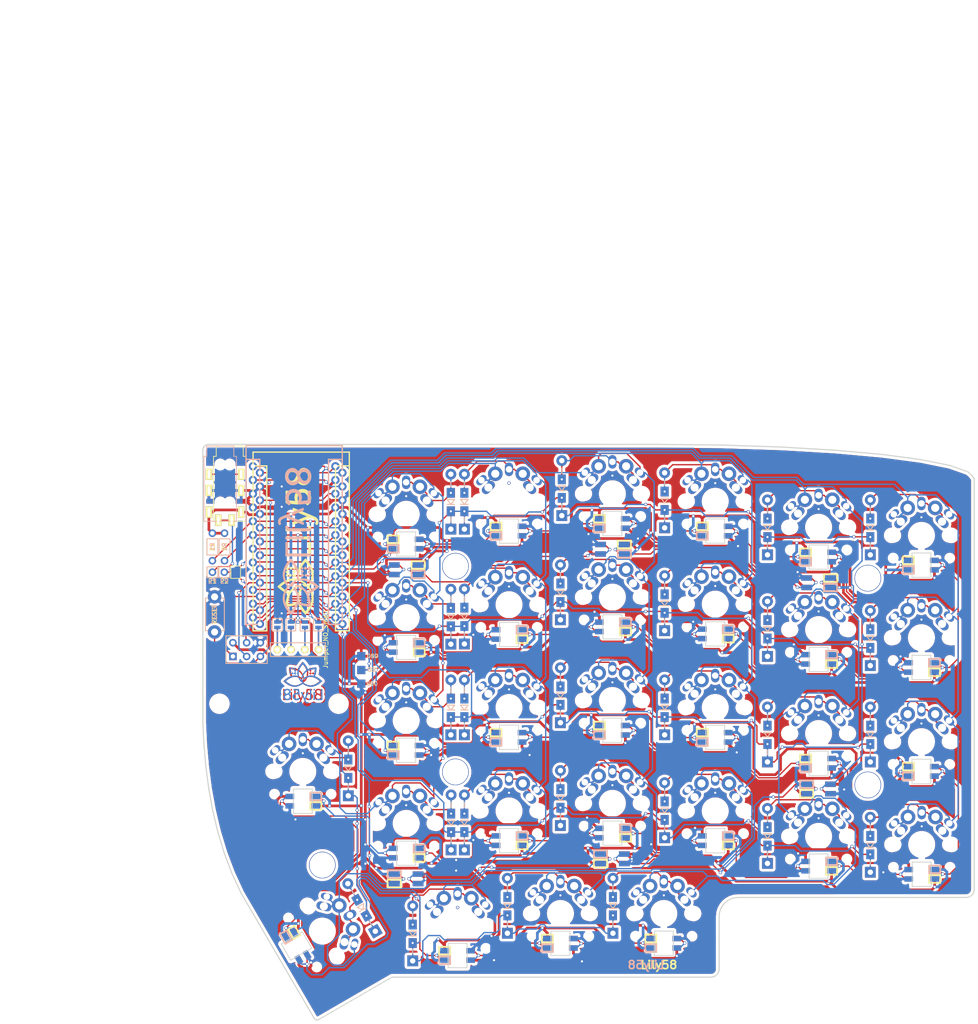
<source format=kicad_pcb>
(kicad_pcb (version 20171130) (host pcbnew "(5.1.6-0-10_14)")
  (layers (0 F.Cu signal) (31 B.Cu signal) (34 B.Paste user) (35 F.Paste user) (36 B.SilkS user) (37 F.SilkS user) (38 B.Mask user) (39 F.Mask user) (44 Edge.Cuts user))
  (net 0 "")
  (net 1 "Net-(D1-Pad2)")
  (net 2 row4)
  (net 3 "Net-(D2-Pad2)")
  (net 4 "Net-(D3-Pad2)")
  (net 5 row0)
  (net 6 "Net-(D4-Pad2)")
  (net 7 row1)
  (net 8 "Net-(D5-Pad2)")
  (net 9 row2)
  (net 10 "Net-(D6-Pad2)")
  (net 11 row3)
  (net 12 "Net-(D7-Pad2)")
  (net 13 "Net-(D8-Pad2)")
  (net 14 "Net-(D9-Pad2)")
  (net 15 "Net-(D10-Pad2)")
  (net 16 "Net-(D11-Pad2)")
  (net 17 "Net-(D12-Pad2)")
  (net 18 "Net-(D13-Pad2)")
  (net 19 "Net-(D14-Pad2)")
  (net 20 "Net-(D15-Pad2)")
  (net 21 "Net-(D16-Pad2)")
  (net 22 "Net-(D17-Pad2)")
  (net 23 "Net-(D18-Pad2)")
  (net 24 "Net-(D19-Pad2)")
  (net 25 "Net-(D20-Pad2)")
  (net 26 "Net-(D21-Pad2)")
  (net 27 "Net-(D22-Pad2)")
  (net 28 "Net-(D23-Pad2)")
  (net 29 "Net-(D24-Pad2)")
  (net 30 "Net-(D25-Pad2)")
  (net 31 "Net-(D26-Pad2)")
  (net 32 "Net-(D27-Pad2)")
  (net 33 "Net-(D28-Pad2)")
  (net 34 VCC)
  (net 35 GND)
  (net 36 col0)
  (net 37 col1)
  (net 38 col2)
  (net 39 col3)
  (net 40 col4)
  (net 41 col5)
  (net 42 SDA)
  (net 43 LED)
  (net 44 SCL)
  (net 45 RESET)
  (net 46 "Net-(D29-Pad2)")
  (net 47 "Net-(U1-Pad24)")
  (net 48 "Net-(U1-Pad20)")
  (net 49 "Net-(U1-Pad19)")
  (net 50 "Net-(U1-Pad7)")
  (net 51 DATA)
  (net 52 "Net-(J2-Pad4)")
  (net 53 "Net-(J2-Pad3)")
  (net 54 "Net-(JP1-Pad1)")
  (net 55 "Net-(JP2-Pad1)")
  (net 56 "Net-(JP3-Pad1)")
  (net 57 "Net-(JP4-Pad1)")
  (net 58 "Net-(L1-Pad1)")
  (net 59 "Net-(L2-Pad1)")
  (net 60 "Net-(L3-Pad1)")
  (net 61 "Net-(L4-Pad1)")
  (net 62 "Net-(L5-Pad1)")
  (net 63 "Net-(L12-Pad3)")
  (net 64 "Net-(L13-Pad3)")
  (net 65 "Net-(L7-Pad3)")
  (net 66 "Net-(L8-Pad3)")
  (net 67 "Net-(L10-Pad1)")
  (net 68 "Net-(L10-Pad3)")
  (net 69 "Net-(L11-Pad3)")
  (net 70 "Net-(L13-Pad1)")
  (net 71 "Net-(L14-Pad1)")
  (net 72 "Net-(L15-Pad1)")
  (net 73 "Net-(L16-Pad1)")
  (net 74 "Net-(L17-Pad1)")
  (net 75 "Net-(L18-Pad1)")
  (net 76 "Net-(L19-Pad3)")
  (net 77 "Net-(L19-Pad1)")
  (net 78 "Net-(L20-Pad3)")
  (net 79 "Net-(L21-Pad3)")
  (net 80 "Net-(L22-Pad3)")
  (net 81 "Net-(L23-Pad3)")
  (net 82 "Net-(L25-Pad1)")
  (net 83 "Net-(L26-Pad1)")
  (net 84 "Net-(L27-Pad1)")
  (net 85 "Net-(L28-Pad1)")
  (net 86 "Net-(L29-Pad1)")
  (net 87 "Net-(L30-Pad3)")
  (net 88 "Net-(L33-Pad1)")
  (net 89 "Net-(L1-Pad3)")
  (net 90 "Net-(L31-Pad3)")
  (net 91 "Net-(L32-Pad3)")
  (net 92 "Net-(L34-Pad1)")
  (module Lily58-footprint:lily58_logo_2 (layer B.Cu) (at 101.4 81.1 180)
    (fp_text reference G*** hide)
    (fp_text value LOGO hide)
    (fp_poly (pts (xy 1.418714 2.781746) (xy 1.434649 2.768201) (xy 1.456095 2.748275) (xy 1.480912 2.724136) (xy 1.50696 2.697952) (xy 1.532101 2.67189) (xy 1.554194 2.648117) (xy 1.571101 2.628803) (xy 1.580681 2.616113) (xy 1.582057 2.612854) (xy 1.577145 2.604365) (xy 1.563828 2.588107) (xy 1.544241 2.566258) (xy 1.520514 2.540996) (xy 1.494781 2.5145) (xy 1.469172 2.488948) (xy 1.445822 2.466519) (xy 1.426862 2.44939) (xy 1.414424 2.43974) (xy 1.411288 2.4384) (xy 1.403998 2.443303) (xy 1.38839 2.456882) (xy 1.366299 2.477438) (xy 1.33956 2.503275) (xy 1.31746 2.525197) (xy 1.230889 2.611994) (xy 1.317187 2.699368) (xy 1.346078 2.728223) (xy 1.371693 2.75306) (xy 1.392215 2.772176) (xy 1.405826 2.783869) (xy 1.410428 2.786743) (xy 1.418714 2.781746)) (layer B.Cu) (width 0.01))
    (fp_poly (pts (xy 1.822488 2.810846) (xy 1.838605 2.797331) (xy 1.860907 2.777116) (xy 1.887475 2.75209) (xy 1.91639 2.724146) (xy 1.945733 2.695171) (xy 1.973586 2.667057) (xy 1.998028 2.641694) (xy 2.017142 2.620972) (xy 2.029009 2.606781) (xy 2.032 2.601501) (xy 2.027061 2.594184) (xy 2.013509 2.578756) (xy 1.993243 2.557112) (xy 1.968165 2.53115) (xy 1.940173 2.502766) (xy 1.911167 2.473856) (xy 1.883046 2.446316) (xy 1.857711 2.422043) (xy 1.837061 2.402933) (xy 1.822995 2.390883) (xy 1.81773 2.3876) (xy 1.810614 2.392518) (xy 1.79498 2.406239) (xy 1.772486 2.427213) (xy 1.744786 2.45389) (xy 1.713535 2.484721) (xy 1.707149 2.491105) (xy 1.675685 2.523145) (xy 1.648082 2.552246) (xy 1.625897 2.576685) (xy 1.610686 2.59474) (xy 1.604006 2.604687) (xy 1.603829 2.605502) (xy 1.608829 2.614157) (xy 1.622527 2.630726) (xy 1.642972 2.653259) (xy 1.668213 2.67981) (xy 1.696298 2.70843) (xy 1.725275 2.73717) (xy 1.753193 2.764084) (xy 1.778101 2.787222) (xy 1.798047 2.804638) (xy 1.811079 2.814382) (xy 1.814474 2.815771) (xy 1.822488 2.810846)) (layer B.Cu) (width 0.01))
    (fp_poly (pts (xy 2.316259 2.854318) (xy 2.33277 2.840505) (xy 2.355704 2.819632) (xy 2.383304 2.793461) (xy 2.413812 2.763751) (xy 2.445471 2.732261) (xy 2.476523 2.700752) (xy 2.505212 2.670983) (xy 2.529778 2.644713) (xy 2.548465 2.623703) (xy 2.559515 2.609712) (xy 2.561772 2.605156) (xy 2.556776 2.596826) (xy 2.542962 2.580316) (xy 2.52209 2.557382) (xy 2.495919 2.529782) (xy 2.466208 2.499274) (xy 2.434719 2.467615) (xy 2.403209 2.436562) (xy 2.37344 2.407874) (xy 2.347171 2.383308) (xy 2.326161 2.364621) (xy 2.31217 2.35357) (xy 2.307614 2.351314) (xy 2.299605 2.356261) (xy 2.283003 2.370147) (xy 2.25937 2.391538) (xy 2.230264 2.419001) (xy 2.197246 2.4511) (xy 2.175249 2.472949) (xy 2.141017 2.507668) (xy 2.110519 2.539449) (xy 2.085187 2.566728) (xy 2.066453 2.587945) (xy 2.055748 2.601537) (xy 2.053772 2.605472) (xy 2.058767 2.613802) (xy 2.072581 2.630312) (xy 2.093454 2.653246) (xy 2.119625 2.680846) (xy 2.149335 2.711354) (xy 2.180825 2.743013) (xy 2.212334 2.774066) (xy 2.242103 2.802754) (xy 2.268372 2.82732) (xy 2.289382 2.846007) (xy 2.303373 2.857058) (xy 2.30793 2.859314) (xy 2.316259 2.854318)) (layer B.Cu) (width 0.01))
    (fp_poly (pts (xy 1.419315 2.411628) (xy 1.435102 2.397907) (xy 1.456989 2.377382) (xy 1.48309 2.351973) (xy 1.511519 2.323596) (xy 1.540389 2.294171) (xy 1.567814 2.265615) (xy 1.591909 2.239847) (xy 1.610786 2.218785) (xy 1.622561 2.204346) (xy 1.6256 2.198914) (xy 1.620683 2.190981) (xy 1.607191 2.174927) (xy 1.587008 2.152669) (xy 1.562022 2.126125) (xy 1.534119 2.097215) (xy 1.505184 2.067855) (xy 1.477104 2.039965) (xy 1.451765 2.015462) (xy 1.431054 1.996265) (xy 1.416856 1.984291) (xy 1.411515 1.9812) (xy 1.404723 1.986087) (xy 1.389336 1.999723) (xy 1.366995 2.020569) (xy 1.339343 2.047088) (xy 1.308023 2.077742) (xy 1.301405 2.08429) (xy 1.26975 2.116226) (xy 1.241978 2.145295) (xy 1.219654 2.169773) (xy 1.204343 2.187934) (xy 1.197609 2.198054) (xy 1.197429 2.198914) (xy 1.202346 2.206847) (xy 1.215838 2.222902) (xy 1.236021 2.24516) (xy 1.261007 2.271703) (xy 1.28891 2.300613) (xy 1.317845 2.329973) (xy 1.345925 2.357863) (xy 1.371264 2.382366) (xy 1.391975 2.401564) (xy 1.406173 2.413537) (xy 1.411515 2.416628) (xy 1.419315 2.411628)) (layer B.Cu) (width 0.01))
    (fp_poly (pts (xy 2.412968 2.227975) (xy 2.444769 2.195711) (xy 2.472714 2.166365) (xy 2.495258 2.141642) (xy 2.510855 2.123248) (xy 2.517959 2.112889) (xy 2.518229 2.111825) (xy 2.513229 2.103132) (xy 2.499532 2.086527) (xy 2.479088 2.063958) (xy 2.453849 2.037375) (xy 2.425765 2.008727) (xy 2.396788 1.979964) (xy 2.368869 1.953035) (xy 2.34396 1.92989) (xy 2.32401 1.912478) (xy 2.310972 1.902748) (xy 2.307584 1.901371) (xy 2.299366 1.906309) (xy 2.282718 1.920093) (xy 2.25934 1.941177) (xy 2.230936 1.968016) (xy 2.199208 1.999064) (xy 2.191625 2.006632) (xy 2.086552 2.111893) (xy 2.19713 2.22247) (xy 2.307707 2.333048) (xy 2.412968 2.227975)) (layer B.Cu) (width 0.01))
    (fp_poly (pts (xy 2.316339 1.867433) (xy 2.332458 1.854126) (xy 2.354185 1.834553) (xy 2.379347 1.810846) (xy 2.405768 1.785139) (xy 2.431274 1.759563) (xy 2.45369 1.73625) (xy 2.470842 1.717332) (xy 2.480554 1.704942) (xy 2.481943 1.701795) (xy 2.477103 1.694889) (xy 2.463959 1.679952) (xy 2.444575 1.659089) (xy 2.421016 1.634409) (xy 2.395345 1.608018) (xy 2.369626 1.582023) (xy 2.345923 1.558531) (xy 2.326301 1.53965) (xy 2.312824 1.527485) (xy 2.307772 1.524) (xy 2.301622 1.528881) (xy 2.287047 1.542389) (xy 2.26582 1.562825) (xy 2.239713 1.588489) (xy 2.218758 1.60938) (xy 2.190385 1.638245) (xy 2.166018 1.66383) (xy 2.147365 1.684278) (xy 2.136133 1.69773) (xy 2.1336 1.702027) (xy 2.138619 1.710227) (xy 2.152222 1.726035) (xy 2.172232 1.747324) (xy 2.196468 1.771967) (xy 2.222751 1.797834) (xy 2.248904 1.822798) (xy 2.272746 1.844732) (xy 2.292099 1.861507) (xy 2.304783 1.870995) (xy 2.308004 1.872343) (xy 2.316339 1.867433)) (layer B.Cu) (width 0.01))
    (fp_poly (pts (xy 1.913116 1.917225) (xy 1.922787 1.909656) (xy 1.939958 1.894004) (xy 1.962722 1.872204) (xy 1.989169 1.846194) (xy 2.01739 1.817907) (xy 2.045477 1.789281) (xy 2.071521 1.76225) (xy 2.093613 1.73875) (xy 2.109843 1.720717) (xy 2.118304 1.710087) (xy 2.119086 1.708361) (xy 2.114077 1.700582) (xy 2.100331 1.684834) (xy 2.07977 1.663002) (xy 2.054319 1.636967) (xy 2.025899 1.608614) (xy 1.996433 1.579824) (xy 1.967844 1.552482) (xy 1.942055 1.528469) (xy 1.920989 1.509668) (xy 1.906568 1.497964) (xy 1.901184 1.494971) (xy 1.892884 1.499906) (xy 1.876217 1.51365) (xy 1.85294 1.534617) (xy 1.824811 1.561217) (xy 1.793589 1.591864) (xy 1.790603 1.594851) (xy 1.759721 1.62633) (xy 1.732731 1.65487) (xy 1.711217 1.67871) (xy 1.696764 1.696089) (xy 1.690959 1.705246) (xy 1.690915 1.705616) (xy 1.695852 1.713848) (xy 1.709628 1.7305) (xy 1.730691 1.75386) (xy 1.757487 1.782216) (xy 1.788464 1.813855) (xy 1.795188 1.820589) (xy 1.831119 1.856213) (xy 1.858408 1.882553) (xy 1.878481 1.900778) (xy 1.892764 1.912057) (xy 1.902684 1.91756) (xy 1.909668 1.918454) (xy 1.913116 1.917225)) (layer B.Cu) (width 0.01))
    (fp_poly (pts (xy 1.421348 1.954371) (xy 1.439163 1.940401) (xy 1.463159 1.919324) (xy 1.491532 1.892945) (xy 1.522479 1.863069) (xy 1.554195 1.8315) (xy 1.584877 1.800044) (xy 1.612721 1.770505) (xy 1.635924 1.744688) (xy 1.652681 1.724399) (xy 1.66119 1.711442) (xy 1.661886 1.708897) (xy 1.656909 1.699901) (xy 1.643144 1.682726) (xy 1.622343 1.659149) (xy 1.596257 1.630948) (xy 1.566636 1.599901) (xy 1.535233 1.567785) (xy 1.503796 1.53638) (xy 1.474079 1.507462) (xy 1.447831 1.482809) (xy 1.426804 1.464199) (xy 1.412748 1.45341) (xy 1.408305 1.451428) (xy 1.400403 1.456351) (xy 1.38389 1.470155) (xy 1.36035 1.49139) (xy 1.33137 1.518608) (xy 1.298535 1.55036) (xy 1.279575 1.569064) (xy 1.245428 1.603387) (xy 1.214748 1.634992) (xy 1.189065 1.662239) (xy 1.169911 1.68349) (xy 1.158814 1.697104) (xy 1.156731 1.700639) (xy 1.157392 1.707365) (xy 1.163318 1.717955) (xy 1.175496 1.73355) (xy 1.194914 1.755292) (xy 1.222559 1.784326) (xy 1.259419 1.821792) (xy 1.274574 1.837003) (xy 1.317749 1.879601) (xy 1.353658 1.913703) (xy 1.381675 1.938748) (xy 1.401174 1.954176) (xy 1.411517 1.959428) (xy 1.421348 1.954371)) (layer B.Cu) (width 0.01))
    (fp_poly (pts (xy 0.078092 3.748263) (xy 0.237453 3.575434) (xy 0.386427 3.392484) (xy 0.524948 3.19949) (xy 0.548489 3.164114) (xy 0.656724 2.98901) (xy 0.750642 2.814569) (xy 0.83023 2.640857) (xy 0.895475 2.467939) (xy 0.946363 2.29588) (xy 0.98288 2.124745) (xy 1.005013 1.9546) (xy 1.012748 1.785509) (xy 1.006072 1.617539) (xy 0.98497 1.450753) (xy 0.949431 1.285218) (xy 0.943993 1.264693) (xy 0.935685 1.233985) (xy 0.864316 1.211813) (xy 0.825821 1.199395) (xy 0.784696 1.185396) (xy 0.747902 1.172208) (xy 0.736557 1.167926) (xy 0.710323 1.158407) (xy 0.689601 1.151981) (xy 0.677785 1.149658) (xy 0.676399 1.149982) (xy 0.676674 1.158133) (xy 0.680561 1.176823) (xy 0.687318 1.20275) (xy 0.691518 1.217319) (xy 0.729788 1.368959) (xy 0.754242 1.520192) (xy 0.764833 1.671442) (xy 0.761512 1.823133) (xy 0.74423 1.975688) (xy 0.71294 2.12953) (xy 0.667593 2.285083) (xy 0.608141 2.44277) (xy 0.534535 2.603016) (xy 0.532958 2.60617) (xy 0.493733 2.682587) (xy 0.456381 2.750847) (xy 0.417788 2.816314) (xy 0.37484 2.884351) (xy 0.345938 2.928257) (xy 0.276796 3.027892) (xy 0.201006 3.129752) (xy 0.122143 3.229243) (xy 0.043777 3.321775) (xy 0.012809 3.356428) (xy -0.020192 3.392714) (xy -0.036297 3.3782) (xy -0.050449 3.363876) (xy -0.071852 3.340211) (xy -0.098778 3.309267) (xy -0.129496 3.273104) (xy -0.162278 3.233784) (xy -0.195392 3.193368) (xy -0.22711 3.153916) (xy -0.255702 3.117491) (xy -0.262522 3.108624) (xy -0.331453 3.014616) (xy -0.400239 2.913451) (xy -0.465221 2.810703) (xy -0.521506 2.714171) (xy -0.543533 2.673297) (xy -0.566606 2.62835) (xy -0.589898 2.58117) (xy -0.61258 2.533596) (xy -0.633826 2.487467) (xy -0.652808 2.444622) (xy -0.668697 2.406902) (xy -0.680667 2.376144) (xy -0.68789 2.354189) (xy -0.689537 2.342875) (xy -0.689006 2.341943) (xy -0.682045 2.337037) (xy -0.665794 2.325755) (xy -0.642919 2.309945) (xy -0.624114 2.296981) (xy -0.492716 2.197747) (xy -0.370449 2.087318) (xy -0.257293 1.965665) (xy -0.153229 1.832762) (xy -0.058238 1.688581) (xy 0.027699 1.533096) (xy 0.104601 1.366278) (xy 0.172488 1.188101) (xy 0.188841 1.139371) (xy 0.2029 1.095706) (xy 0.216013 1.053852) (xy 0.227224 1.016944) (xy 0.235578 0.988118) (xy 0.239609 0.972785) (xy 0.244495 0.949793) (xy 0.245199 0.936682) (xy 0.241427 0.929348) (xy 0.236232 0.925613) (xy 0.225568 0.918954) (xy 0.205448 0.906154) (xy 0.178601 0.888959) (xy 0.147758 0.869113) (xy 0.142623 0.8658) (xy 0.112477 0.8469) (xy 0.086769 0.831824) (xy 0.067864 0.821883) (xy 0.058127 0.818386) (xy 0.057434 0.818629) (xy 0.053771 0.82752) (xy 0.047625 0.846943) (xy 0.040087 0.873359) (xy 0.036852 0.885371) (xy -0.010296 1.043231) (xy -0.066363 1.19516) (xy -0.130692 1.339967) (xy -0.202624 1.476463) (xy -0.2815 1.603456) (xy -0.366663 1.719757) (xy -0.457452 1.824176) (xy -0.513158 1.87951) (xy -0.632074 1.98128) (xy -0.761849 2.073745) (xy -0.902527 2.156921) (xy -1.054154 2.230826) (xy -1.216775 2.295474) (xy -1.390436 2.350883) (xy -1.57518 2.39707) (xy -1.771055 2.434049) (xy -1.978104 2.461839) (xy -2.165406 2.478418) (xy -2.229869 2.482856) (xy -2.224829 2.400757) (xy -2.205247 2.180459) (xy -2.174058 1.968746) (xy -2.131221 1.765436) (xy -2.076693 1.570344) (xy -2.010433 1.383287) (xy -1.975468 1.298651) (xy -1.961176 1.265617) (xy -1.864145 1.281947) (xy -1.699162 1.302736) (xy -1.533849 1.30957) (xy -1.367979 1.302401) (xy -1.201324 1.28118) (xy -1.033654 1.245857) (xy -0.864743 1.196384) (xy -0.694361 1.132712) (xy -0.52228 1.054792) (xy -0.348273 0.962575) (xy -0.332609 0.953629) (xy -0.290312 0.928795) (xy -0.245647 0.901635) (xy -0.200663 0.873489) (xy -0.15741 0.845697) (xy -0.117937 0.819599) (xy -0.084293 0.796534) (xy -0.058527 0.777843) (xy -0.042687 0.764863) (xy -0.040505 0.762653) (xy -0.034204 0.754723) (xy -0.032838 0.747322) (xy -0.037659 0.737341) (xy -0.049918 0.721673) (xy -0.06331 0.705987) (xy -0.086219 0.67794) (xy -0.109796 0.646818) (xy -0.126618 0.622786) (xy -0.15381 0.581543) (xy -0.220993 0.628059) (xy -0.358992 0.717374) (xy -0.502026 0.79805) (xy -0.648322 0.869374) (xy -0.796109 0.930631) (xy -0.943613 0.981105) (xy -1.089064 1.020083) (xy -1.23069 1.04685) (xy -1.273628 1.052567) (xy -1.329853 1.057413) (xy -1.395797 1.060096) (xy -1.466835 1.06066) (xy -1.538338 1.059146) (xy -1.605683 1.055597) (xy -1.664241 1.050056) (xy -1.673221 1.048888) (xy -1.828826 1.020701) (xy -1.986462 0.978541) (xy -2.14551 0.922702) (xy -2.305349 0.85348) (xy -2.46536 0.771172) (xy -2.624924 0.676073) (xy -2.78342 0.568478) (xy -2.940229 0.448685) (xy -2.954243 0.437311) (xy -2.989713 0.408064) (xy -3.025558 0.377957) (xy -3.058295 0.349949) (xy -3.084443 0.327002) (xy -3.091543 0.320577) (xy -3.138714 0.277352) (xy -3.120571 0.257535) (xy -3.093013 0.229962) (xy -3.055232 0.195885) (xy -3.009125 0.156786) (xy -2.956587 0.114146) (xy -2.899516 0.069448) (xy -2.839808 0.024173) (xy -2.779359 -0.020196) (xy -2.720067 -0.062179) (xy -2.663827 -0.100293) (xy -2.656114 -0.105361) (xy -2.505598 -0.198671) (xy -2.35881 -0.27899) (xy -2.214321 -0.346897) (xy -2.070706 -0.40297) (xy -1.926536 -0.447787) (xy -1.780385 -0.481926) (xy -1.685872 -0.498329) (xy -1.631307 -0.504546) (xy -1.566449 -0.508662) (xy -1.495366 -0.510683) (xy -1.422125 -0.510612) (xy -1.350793 -0.508454) (xy -1.28544 -0.504211) (xy -1.230131 -0.497888) (xy -1.230085 -0.497881) (xy -1.074248 -0.467633) (xy -0.916109 -0.423613) (xy -0.756602 -0.366201) (xy -0.596661 -0.295775) (xy -0.43722 -0.212711) (xy -0.279213 -0.11739) (xy -0.261505 -0.105874) (xy -0.201811 -0.06412) (xy -0.154119 -0.024568) (xy -0.11649 0.014613) (xy -0.086982 0.055252) (xy -0.082232 0.06312) (xy -0.057692 0.114616) (xy -0.038673 0.17393) (xy -0.027063 0.234824) (xy -0.025473 0.250371) (xy -0.020011 0.305733) (xy -0.013157 0.350465) (xy -0.004008 0.388443) (xy 0.008337 0.423545) (xy 0.021802 0.453571) (xy 0.0395 0.486217) (xy 0.060499 0.51928) (xy 0.08069 0.546366) (xy 0.083588 0.549737) (xy 0.100765 0.566672) (xy 0.124906 0.587141) (xy 0.153748 0.609587) (xy 0.185025 0.632447) (xy 0.216474 0.654163) (xy 0.245829 0.673174) (xy 0.270826 0.68792) (xy 0.289201 0.696842) (xy 0.298689 0.698378) (xy 0.298995 0.698136) (xy 0.303347 0.686558) (xy 0.306633 0.66367) (xy 0.308794 0.632641) (xy 0.309774 0.596638) (xy 0.309515 0.558831) (xy 0.307959 0.522388) (xy 0.305051 0.490478) (xy 0.303004 0.476836) (xy 0.292858 0.420273) (xy 0.309234 0.440551) (xy 0.323794 0.460468) (xy 0.343881 0.490605) (xy 0.36799 0.528483) (xy 0.394614 0.571626) (xy 0.422243 0.617559) (xy 0.449372 0.663805) (xy 0.474494 0.707886) (xy 0.4961 0.747328) (xy 0.497115 0.749235) (xy 0.547915 0.844868) (xy 0.619087 0.87664) (xy 0.651372 0.890667) (xy 0.687309 0.905655) (xy 0.724408 0.920641) (xy 0.760177 0.93466) (xy 0.792124 0.94675) (xy 0.817759 0.955947) (xy 0.834589 0.961288) (xy 0.840096 0.962095) (xy 0.838993 0.953818) (xy 0.83191 0.934555) (xy 0.819731 0.906106) (xy 0.803342 0.870272) (xy 0.783628 0.828854) (xy 0.761473 0.783653) (xy 0.737764 0.73647) (xy 0.713384 0.689106) (xy 0.68922 0.643362) (xy 0.666156 0.601039) (xy 0.645078 0.563938) (xy 0.641024 0.557041) (xy 0.589606 0.472367) (xy 0.542438 0.399781) (xy 0.498246 0.337952) (xy 0.455757 0.285545) (xy 0.413697 0.241227) (xy 0.370792 0.203666) (xy 0.32577 0.171528) (xy 0.277356 0.14348) (xy 0.224277 0.118188) (xy 0.220083 0.11637) (xy 0.190623 0.103428) (xy 0.171522 0.093645) (xy 0.159776 0.084507) (xy 0.152385 0.073503) (xy 0.146345 0.058119) (xy 0.144684 0.053265) (xy 0.13508 0.027333) (xy 0.124899 0.003255) (xy 0.12099 -0.004846) (xy 0.11395 -0.02057) (xy 0.114981 -0.03047) (xy 0.124906 -0.041297) (xy 0.125501 -0.041846) (xy 0.137384 -0.051165) (xy 0.158724 -0.066361) (xy 0.186739 -0.085507) (xy 0.218646 -0.106677) (xy 0.22666 -0.1119) (xy 0.389471 -0.2107) (xy 0.552946 -0.296137) (xy 0.716562 -0.368002) (xy 0.879796 -0.426086) (xy 1.042127 -0.470177) (xy 1.186543 -0.497651) (xy 1.237438 -0.503557) (xy 1.298306 -0.507783) (xy 1.365168 -0.510292) (xy 1.434046 -0.511045) (xy 1.500959 -0.510007) (xy 1.561929 -0.507139) (xy 1.612977 -0.502404) (xy 1.618343 -0.501695) (xy 1.780901 -0.472295) (xy 1.944447 -0.428745) (xy 2.108243 -0.371306) (xy 2.271552 -0.300241) (xy 2.433637 -0.21581) (xy 2.450096 -0.206444) (xy 2.541078 -0.151715) (xy 2.636029 -0.089946) (xy 2.731929 -0.023346) (xy 2.825759 0.045875) (xy 2.914501 0.115506) (xy 2.995135 0.183338) (xy 3.048 0.231255) (xy 3.095172 0.275682) (xy 3.058886 0.309517) (xy 3.026193 0.338962) (xy 2.985032 0.374453) (xy 2.938575 0.413371) (xy 2.889997 0.453095) (xy 2.842472 0.491006) (xy 2.799175 0.524484) (xy 2.790372 0.531115) (xy 2.633833 0.641692) (xy 2.475693 0.740354) (xy 2.316813 0.82668) (xy 2.158055 0.90025) (xy 2.000282 0.960645) (xy 1.844355 1.007445) (xy 1.781128 1.022612) (xy 1.685335 1.040202) (xy 1.582178 1.052591) (xy 1.476015 1.059571) (xy 1.371203 1.060938) (xy 1.2721 1.056484) (xy 1.208067 1.04974) (xy 1.148355 1.040406) (xy 1.083138 1.0281) (xy 1.017336 1.013887) (xy 0.955864 0.998832) (xy 0.903641 0.984003) (xy 0.900997 0.983171) (xy 0.874217 0.974998) (xy 0.858649 0.971349) (xy 0.851794 0.971984) (xy 0.851154 0.976664) (xy 0.851675 0.978447) (xy 0.855249 0.989046) (xy 0.86268 1.01089) (xy 0.873119 1.041497) (xy 0.88572 1.07838) (xy 0.897286 1.112193) (xy 0.911531 1.154782) (xy 0.922497 1.18663) (xy 0.932435 1.209655) (xy 0.943596 1.225778) (xy 0.958228 1.236918) (xy 0.978584 1.244995) (xy 1.006912 1.251929) (xy 1.045462 1.259639) (xy 1.077686 1.266103) (xy 1.248866 1.294227) (xy 1.419001 1.307932) (xy 1.587938 1.307216) (xy 1.755521 1.292079) (xy 1.886857 1.269923) (xy 2.049897 1.230031) (xy 2.215176 1.176582) (xy 2.381669 1.110163) (xy 2.548351 1.03136) (xy 2.714197 0.94076) (xy 2.878182 0.838949) (xy 3.03928 0.726513) (xy 3.196467 0.604038) (xy 3.348717 0.472111) (xy 3.45072 0.375519) (xy 3.552372 0.275696) (xy 3.439647 0.165062) (xy 3.292897 0.028622) (xy 3.139305 -0.099677) (xy 2.980247 -0.218966) (xy 2.817101 -0.328373) (xy 2.651243 -0.427029) (xy 2.484049 -0.514064) (xy 2.316897 -0.588608) (xy 2.151162 -0.64979) (xy 2.149541 -0.650324) (xy 1.983017 -0.698512) (xy 1.81805 -0.732965) (xy 1.654064 -0.753642) (xy 1.490483 -0.760499) (xy 1.326734 -0.753496) (xy 1.16224 -0.732592) (xy 0.996426 -0.697743) (xy 0.828717 -0.648908) (xy 0.658538 -0.586047) (xy 0.537029 -0.533397) (xy 0.461836 -0.497224) (xy 0.382193 -0.455922) (xy 0.301149 -0.411261) (xy 0.22175 -0.36501) (xy 0.147045 -0.31894) (xy 0.08008 -0.27482) (xy 0.029276 -0.23849) (xy 0.002614 -0.219055) (xy -0.015546 -0.208023) (xy -0.027882 -0.204543) (xy -0.037074 -0.207766) (xy -0.044388 -0.215104) (xy -0.05387 -0.223386) (xy -0.072949 -0.237761) (xy -0.099072 -0.256377) (xy -0.129687 -0.277384) (xy -0.137805 -0.282834) (xy -0.305053 -0.387951) (xy -0.473051 -0.480397) (xy -0.641268 -0.560012) (xy -0.809176 -0.626638) (xy -0.976245 -0.680115) (xy -1.141948 -0.720284) (xy -1.305754 -0.746985) (xy -1.467135 -0.760058) (xy -1.625562 -0.759346) (xy -1.7018 -0.75393) (xy -1.871254 -0.731003) (xy -2.042236 -0.693861) (xy -2.21431 -0.642671) (xy -2.387043 -0.577598) (xy -2.560001 -0.49881) (xy -2.73275 -0.406472) (xy -2.904856 -0.300751) (xy -2.933775 -0.281622) (xy -3.042975 -0.205483) (xy -3.153607 -0.122392) (xy -3.262414 -0.035018) (xy -3.366138 0.053974) (xy -3.461521 0.141916) (xy -3.512457 0.192119) (xy -3.595914 0.276729) (xy -3.486835 0.383293) (xy -3.335802 0.522998) (xy -3.177728 0.6542) (xy -3.014009 0.776002) (xy -2.846043 0.887504) (xy -2.675224 0.987809) (xy -2.502951 1.076018) (xy -2.330619 1.151232) (xy -2.240459 1.185262) (xy -2.234063 1.188861) (xy -2.232847 1.19552) (xy -2.237377 1.208442) (xy -2.248218 1.230828) (xy -2.248678 1.231743) (xy -2.263846 1.264175) (xy -2.282274 1.307249) (xy -2.302735 1.357802) (xy -2.324001 1.412672) (xy -2.344843 1.468698) (xy -2.364036 1.522717) (xy -2.379057 1.567543) (xy -2.428432 1.737874) (xy -2.46996 1.917378) (xy -2.503125 2.102701) (xy -2.527408 2.290488) (xy -2.542291 2.477383) (xy -2.547257 2.657168) (xy -2.547257 2.801257) (xy -2.418443 2.801227) (xy -2.246507 2.79667) (xy -2.071305 2.78338) (xy -1.895135 2.76181) (xy -1.720294 2.732416) (xy -1.54908 2.695651) (xy -1.383791 2.65197) (xy -1.226724 2.601827) (xy -1.080177 2.545677) (xy -1.041281 2.528913) (xy -1.007997 2.51431) (xy -0.979098 2.501862) (xy -0.957385 2.492757) (xy -0.945659 2.488187) (xy -0.944877 2.487951) (xy -0.93795 2.493417) (xy -0.927609 2.51158) (xy -0.914509 2.541202) (xy -0.90781 2.558143) (xy -0.832658 2.73553) (xy -0.743847 2.912444) (xy -0.642211 3.087624) (xy -0.528585 3.259805) (xy -0.403803 3.427726) (xy -0.268698 3.590124) (xy -0.124106 3.745735) (xy -0.121571 3.748314) (xy -0.021617 3.849914) (xy 0.078092 3.748263)) (layer B.Cu) (width 0.01))
    (fp_poly (pts (xy -2.090489 -1.162223) (xy -2.060579 -1.163924) (xy -2.041134 -1.16659) (xy -2.028107 -1.171538) (xy -2.017453 -1.180084) (xy -2.009558 -1.188556) (xy -2.000823 -1.198791) (xy -1.994908 -1.208369) (xy -1.991264 -1.220278) (xy -1.989341 -1.237506) (xy -1.988588 -1.263043) (xy -1.988457 -1.299877) (xy -1.988457 -1.303249) (xy -1.989034 -1.33932) (xy -1.990606 -1.371025) (xy -1.992937 -1.395033) (xy -1.99579 -1.408012) (xy -1.995929 -1.408288) (xy -2.010359 -1.425057) (xy -2.033673 -1.436242) (xy -2.067609 -1.442389) (xy -2.109654 -1.444065) (xy -2.142504 -1.442961) (xy -2.170466 -1.440088) (xy -2.189209 -1.435928) (xy -2.191657 -1.434892) (xy -2.210017 -1.421795) (xy -2.222739 -1.402495) (xy -2.230447 -1.374928) (xy -2.233759 -1.337027) (xy -2.233591 -1.2954) (xy -2.23049 -1.247041) (xy -2.223294 -1.211333) (xy -2.210195 -1.186597) (xy -2.189389 -1.171153) (xy -2.15907 -1.16332) (xy -2.117432 -1.161417) (xy -2.090489 -1.162223)) (layer B.Cu) (width 0.01))
    (fp_poly (pts (xy -2.099347 -1.742825) (xy -2.069088 -1.744379) (xy -2.049378 -1.746851) (xy -2.036255 -1.751501) (xy -2.025758 -1.759588) (xy -2.01689 -1.769043) (xy -1.995714 -1.792743) (xy -1.995714 -3.185657) (xy -2.01689 -3.209357) (xy -2.028101 -3.221028) (xy -2.038776 -3.228197) (xy -2.052912 -3.232118) (xy -2.074506 -3.234044) (xy -2.098533 -3.234949) (xy -2.141248 -3.234519) (xy -2.171617 -3.23002) (xy -2.182857 -3.226114) (xy -2.19027 -3.222918) (xy -2.196824 -3.219822) (xy -2.202571 -3.215963) (xy -2.207565 -3.210477) (xy -2.211858 -3.2025) (xy -2.215503 -3.191169) (xy -2.218553 -3.175619) (xy -2.22106 -3.154987) (xy -2.223079 -3.128409) (xy -2.224661 -3.095021) (xy -2.225859 -3.05396) (xy -2.226726 -3.004362) (xy -2.227316 -2.945362) (xy -2.22768 -2.876098) (xy -2.227872 -2.795706) (xy -2.227945 -2.703321) (xy -2.227951 -2.59808) (xy -2.227943 -2.4892) (xy -2.227951 -2.371608) (xy -2.22794 -2.267661) (xy -2.227858 -2.176493) (xy -2.227655 -2.097233) (xy -2.227277 -2.029015) (xy -2.226673 -1.970969) (xy -2.225791 -1.922228) (xy -2.22458 -1.881923) (xy -2.222987 -1.849186) (xy -2.220961 -1.823149) (xy -2.21845 -1.802943) (xy -2.215402 -1.787699) (xy -2.211765 -1.776551) (xy -2.207488 -1.768629) (xy -2.202519 -1.763065) (xy -2.196805 -1.758991) (xy -2.190295 -1.755538) (xy -2.183971 -1.752379) (xy -2.166714 -1.745901) (xy -2.144306 -1.742714) (xy -2.112823 -1.742372) (xy -2.099347 -1.742825)) (layer B.Cu) (width 0.01))
    (fp_poly (pts (xy -3.493894 -1.162254) (xy -3.462656 -1.164125) (xy -3.441948 -1.167249) (xy -3.42779 -1.172639) (xy -3.416199 -1.181314) (xy -3.415055 -1.182376) (xy -3.399942 -1.202035) (xy -3.389319 -1.225202) (xy -3.389115 -1.225918) (xy -3.387953 -1.237468) (xy -3.386883 -1.263198) (xy -3.38591 -1.302776) (xy -3.385034 -1.355868) (xy -3.38426 -1.422141) (xy -3.383589 -1.501263) (xy -3.383024 -1.592899) (xy -3.382568 -1.696716) (xy -3.382224 -1.812382) (xy -3.381994 -1.939563) (xy -3.381881 -2.077925) (xy -3.381869 -2.135252) (xy -3.381828 -3.018647) (xy -2.93565 -3.020624) (xy -2.489472 -3.0226) (xy -2.46575 -3.046324) (xy -2.45343 -3.059618) (xy -2.44633 -3.071774) (xy -2.44302 -3.087426) (xy -2.442069 -3.111211) (xy -2.442028 -3.123198) (xy -2.444158 -3.162943) (xy -2.451316 -3.191395) (xy -2.46466 -3.211251) (xy -2.485347 -3.225206) (xy -2.485904 -3.225472) (xy -2.49805 -3.227798) (xy -2.523219 -3.229882) (xy -2.559984 -3.231723) (xy -2.60692 -3.233322) (xy -2.6626 -3.234678) (xy -2.725599 -3.235792) (xy -2.79449 -3.236664) (xy -2.867847 -3.237294) (xy -2.944245 -3.237683) (xy -3.022257 -3.23783) (xy -3.100457 -3.237736) (xy -3.177419 -3.237401) (xy -3.251717 -3.236826) (xy -3.321925 -3.236009) (xy -3.386616 -3.234953) (xy -3.444366 -3.233656) (xy -3.493747 -3.232119) (xy -3.533334 -3.230342) (xy -3.5617 -3.228326) (xy -3.57742 -3.22607) (xy -3.579494 -3.225326) (xy -3.585363 -3.22242) (xy -3.590657 -3.21991) (xy -3.595406 -3.217073) (xy -3.59964 -3.213184) (xy -3.603387 -3.20752) (xy -3.606678 -3.199356) (xy -3.609542 -3.187969) (xy -3.612009 -3.172635) (xy -3.614107 -3.15263) (xy -3.615867 -3.12723) (xy -3.617318 -3.09571) (xy -3.618489 -3.057348) (xy -3.619411 -3.01142) (xy -3.620111 -2.9572) (xy -3.620621 -2.893966) (xy -3.620969 -2.820994) (xy -3.621185 -2.737559) (xy -3.621299 -2.642938) (xy -3.621339 -2.536406) (xy -3.621336 -2.417241) (xy -3.621319 -2.284717) (xy -3.621314 -2.198915) (xy -3.621328 -2.057983) (xy -3.621349 -1.930843) (xy -3.621345 -1.816771) (xy -3.621285 -1.715043) (xy -3.621138 -1.624937) (xy -3.620871 -1.54573) (xy -3.620455 -1.476697) (xy -3.619856 -1.417116) (xy -3.619045 -1.366264) (xy -3.617988 -1.323417) (xy -3.616656 -1.287853) (xy -3.615016 -1.258848) (xy -3.613037 -1.235679) (xy -3.610688 -1.217623) (xy -3.607937 -1.203956) (xy -3.604752 -1.193956) (xy -3.601103 -1.186898) (xy -3.596958 -1.182061) (xy -3.592285 -1.178721) (xy -3.587053 -1.176154) (xy -3.58123 -1.173638) (xy -3.576648 -1.171448) (xy -3.558925 -1.165031) (xy -3.53516 -1.16201) (xy -3.501579 -1.161965) (xy -3.493894 -1.162254)) (layer B.Cu) (width 0.01))
    (fp_poly (pts (xy 2.929251 -1.141304) (xy 2.993591 -1.146052) (xy 3.052515 -1.15364) (xy 3.098884 -1.163169) (xy 3.192044 -1.193582) (xy 3.274312 -1.233389) (xy 3.346042 -1.282806) (xy 3.407589 -1.342052) (xy 3.426156 -1.364343) (xy 3.470955 -1.432554) (xy 3.502997 -1.50644) (xy 3.522409 -1.584986) (xy 3.529316 -1.667178) (xy 3.523843 -1.752003) (xy 3.506116 -1.838445) (xy 3.47626 -1.925492) (xy 3.434401 -2.012128) (xy 3.380664 -2.09734) (xy 3.326948 -2.166474) (xy 3.288627 -2.211647) (xy 3.340396 -2.247009) (xy 3.40958 -2.30132) (xy 3.468212 -2.36208) (xy 3.515135 -2.427825) (xy 3.549189 -2.497091) (xy 3.557842 -2.521857) (xy 3.567692 -2.566305) (xy 3.573192 -2.619449) (xy 3.574278 -2.676118) (xy 3.570887 -2.731141) (xy 3.562956 -2.779348) (xy 3.561085 -2.786743) (xy 3.530519 -2.872814) (xy 3.487386 -2.952047) (xy 3.432256 -3.023769) (xy 3.365704 -3.087304) (xy 3.288301 -3.141978) (xy 3.234678 -3.171344) (xy 3.170316 -3.200217) (xy 3.108343 -3.221352) (xy 3.044574 -3.235713) (xy 2.974824 -3.244265) (xy 2.902857 -3.247805) (xy 2.859794 -3.248283) (xy 2.818044 -3.247825) (xy 2.781514 -3.246536) (xy 2.754111 -3.244522) (xy 2.746975 -3.2436) (xy 2.652879 -3.223132) (xy 2.561807 -3.192273) (xy 2.47696 -3.152342) (xy 2.40154 -3.10466) (xy 2.391229 -3.096915) (xy 2.325087 -3.03713) (xy 2.268214 -2.96737) (xy 2.222175 -2.889946) (xy 2.188538 -2.807173) (xy 2.183374 -2.789961) (xy 2.175542 -2.758293) (xy 2.170543 -2.726915) (xy 2.167847 -2.691039) (xy 2.166922 -2.645879) (xy 2.166908 -2.6416) (xy 2.168078 -2.610809) (xy 2.453027 -2.610809) (xy 2.456105 -2.665536) (xy 2.464803 -2.714174) (xy 2.467322 -2.723002) (xy 2.494276 -2.786304) (xy 2.533568 -2.844112) (xy 2.583597 -2.894977) (xy 2.642763 -2.937452) (xy 2.709463 -2.970086) (xy 2.757715 -2.985762) (xy 2.794013 -2.992206) (xy 2.839327 -2.995751) (xy 2.88845 -2.996396) (xy 2.936177 -2.99414) (xy 2.9773 -2.988981) (xy 2.991896 -2.985809) (xy 3.059484 -2.962556) (xy 3.119368 -2.930629) (xy 3.170954 -2.891388) (xy 3.213646 -2.846197) (xy 3.24685 -2.796415) (xy 3.26997 -2.743407) (xy 3.282412 -2.688532) (xy 3.28358 -2.633154) (xy 3.272881 -2.578635) (xy 3.249718 -2.526335) (xy 3.21376 -2.477903) (xy 3.192533 -2.456421) (xy 3.169132 -2.436192) (xy 3.14208 -2.416383) (xy 3.109896 -2.396162) (xy 3.071101 -2.374695) (xy 3.024216 -2.351149) (xy 2.967762 -2.324694) (xy 2.900259 -2.294494) (xy 2.845502 -2.270622) (xy 2.697432 -2.206569) (xy 2.662703 -2.232062) (xy 2.611751 -2.275314) (xy 2.564389 -2.326613) (xy 2.522953 -2.382722) (xy 2.489777 -2.440406) (xy 2.467196 -2.496427) (xy 2.464098 -2.50737) (xy 2.455662 -2.556064) (xy 2.453027 -2.610809) (xy 2.168078 -2.610809) (xy 2.169539 -2.572399) (xy 2.178587 -2.511227) (xy 2.195291 -2.452555) (xy 2.220887 -2.390855) (xy 2.224899 -2.382392) (xy 2.256135 -2.326952) (xy 2.296787 -2.269269) (xy 2.34371 -2.212997) (xy 2.393758 -2.161793) (xy 2.443787 -2.119312) (xy 2.462906 -2.105703) (xy 2.491041 -2.08691) (xy 2.466535 -2.069035) (xy 2.451589 -2.056701) (xy 2.429648 -2.03681) (xy 2.403808 -2.012237) (xy 2.38025 -1.988966) (xy 2.329332 -1.931348) (xy 2.291663 -1.873317) (xy 2.266154 -1.812219) (xy 2.251713 -1.745402) (xy 2.247617 -1.6764) (xy 2.529354 -1.6764) (xy 2.529967 -1.710789) (xy 2.532148 -1.735549) (xy 2.536831 -1.755553) (xy 2.544954 -1.775673) (xy 2.5507 -1.787502) (xy 2.575694 -1.826157) (xy 2.611715 -1.866305) (xy 2.655893 -1.905243) (xy 2.70536 -1.940265) (xy 2.72528 -1.952172) (xy 2.749272 -1.964916) (xy 2.781351 -1.980726) (xy 2.819309 -1.998637) (xy 2.860939 -2.017685) (xy 2.904035 -2.036904) (xy 2.946389 -2.05533) (xy 2.985796 -2.071998) (xy 3.020049 -2.085944) (xy 3.04694 -2.096201) (xy 3.064263 -2.101807) (xy 3.06919 -2.102529) (xy 3.07802 -2.096364) (xy 3.092789 -2.081254) (xy 3.110877 -2.059976) (xy 3.118622 -2.050143) (xy 3.15795 -1.992348) (xy 3.192016 -1.928994) (xy 3.219532 -1.863388) (xy 3.239207 -1.798834) (xy 3.249753 -1.738638) (xy 3.2512 -1.710354) (xy 3.244713 -1.641795) (xy 3.225777 -1.57988) (xy 3.19518 -1.5253) (xy 3.153709 -1.478742) (xy 3.102152 -1.440897) (xy 3.041296 -1.412454) (xy 2.971929 -1.394103) (xy 2.894838 -1.386532) (xy 2.881086 -1.386367) (xy 2.804157 -1.391991) (xy 2.7343 -1.408508) (xy 2.672511 -1.43538) (xy 2.619783 -1.47207) (xy 2.57711 -1.51804) (xy 2.548564 -1.565961) (xy 2.539026 -1.588277) (xy 2.533217 -1.608637) (xy 2.530281 -1.631966) (xy 2.52936 -1.663191) (xy 2.529354 -1.6764) (xy 2.247617 -1.6764) (xy 2.247249 -1.670212) (xy 2.247274 -1.665515) (xy 2.254747 -1.579725) (xy 2.275241 -1.499453) (xy 2.308089 -1.425386) (xy 2.352625 -1.358214) (xy 2.408183 -1.298626) (xy 2.474094 -1.247311) (xy 2.549692 -1.204959) (xy 2.634311 -1.172258) (xy 2.727284 -1.149898) (xy 2.749588 -1.146318) (xy 2.802664 -1.141216) (xy 2.86408 -1.139619) (xy 2.929251 -1.141304)) (layer B.Cu) (width 0.01))
    (fp_poly (pts (xy 1.300995 -1.172034) (xy 1.384164 -1.17211) (xy 1.454924 -1.172349) (xy 1.514327 -1.172843) (xy 1.563425 -1.173681) (xy 1.603271 -1.174957) (xy 1.634916 -1.176762) (xy 1.659415 -1.179186) (xy 1.677818 -1.182321) (xy 1.691179 -1.18626) (xy 1.700549 -1.191092) (xy 1.706981 -1.19691) (xy 1.711528 -1.203806) (xy 1.715242 -1.211869) (xy 1.717207 -1.216589) (xy 1.722865 -1.239214) (xy 1.72612 -1.270807) (xy 1.726896 -1.306008) (xy 1.725117 -1.33946) (xy 1.720705 -1.365804) (xy 1.7194 -1.370038) (xy 1.707544 -1.390545) (xy 1.692186 -1.405593) (xy 1.686985 -1.408578) (xy 1.680091 -1.411093) (xy 1.670265 -1.413186) (xy 1.656265 -1.414907) (xy 1.63685 -1.416306) (xy 1.610779 -1.41743) (xy 1.576813 -1.418331) (xy 1.533709 -1.419056) (xy 1.480227 -1.419655) (xy 1.415126 -1.420178) (xy 1.337165 -1.420673) (xy 1.3081 -1.420841) (xy 1.236886 -1.421365) (xy 1.170268 -1.422088) (xy 1.109617 -1.422977) (xy 1.056303 -1.424003) (xy 1.011697 -1.425133) (xy 0.977169 -1.426337) (xy 0.95409 -1.427583) (xy 0.943831 -1.428841) (xy 0.943429 -1.429137) (xy 0.942639 -1.437549) (xy 0.940392 -1.45872) (xy 0.936872 -1.490989) (xy 0.932261 -1.532694) (xy 0.926745 -1.582174) (xy 0.920506 -1.637766) (xy 0.914084 -1.69466) (xy 0.907415 -1.754333) (xy 0.901433 -1.80932) (xy 0.896302 -1.857986) (xy 0.892188 -1.898701) (xy 0.889255 -1.92983) (xy 0.88767 -1.949742) (xy 0.887568 -1.956788) (xy 0.895157 -1.955634) (xy 0.911952 -1.949758) (xy 0.929613 -1.94245) (xy 1.004434 -1.917014) (xy 1.086668 -1.902242) (xy 1.173929 -1.898095) (xy 1.263825 -1.904534) (xy 1.35397 -1.92152) (xy 1.441974 -1.949014) (xy 1.446975 -1.950935) (xy 1.518086 -1.982949) (xy 1.581342 -2.021528) (xy 1.641237 -2.069636) (xy 1.673431 -2.100284) (xy 1.728936 -2.161604) (xy 1.772585 -2.223547) (xy 1.806722 -2.289734) (xy 1.823006 -2.331262) (xy 1.850309 -2.429008) (xy 1.863101 -2.526887) (xy 1.861381 -2.624844) (xy 1.845147 -2.722823) (xy 1.82794 -2.783115) (xy 1.790891 -2.872628) (xy 1.741971 -2.954468) (xy 1.682047 -3.027919) (xy 1.611986 -3.092265) (xy 1.532654 -3.14679) (xy 1.44492 -3.190778) (xy 1.349649 -3.223513) (xy 1.274492 -3.240125) (xy 1.224769 -3.246216) (xy 1.166737 -3.249459) (xy 1.106334 -3.249788) (xy 1.049498 -3.247132) (xy 1.012987 -3.243169) (xy 0.920321 -3.223204) (xy 0.82865 -3.191173) (xy 0.741008 -3.148552) (xy 0.660429 -3.096818) (xy 0.589947 -3.037449) (xy 0.589643 -3.037152) (xy 0.567448 -3.014884) (xy 0.553935 -2.998875) (xy 0.546993 -2.985677) (xy 0.544513 -2.971845) (xy 0.544286 -2.963045) (xy 0.545624 -2.947052) (xy 0.550728 -2.931219) (xy 0.56123 -2.91223) (xy 0.578766 -2.88677) (xy 0.588183 -2.873939) (xy 0.617198 -2.837361) (xy 0.642422 -2.812964) (xy 0.666207 -2.800514) (xy 0.690906 -2.79978) (xy 0.718873 -2.810526) (xy 0.752458 -2.832521) (xy 0.780989 -2.854825) (xy 0.832439 -2.891461) (xy 0.890884 -2.924521) (xy 0.950687 -2.951087) (xy 0.994229 -2.965309) (xy 1.036743 -2.973129) (xy 1.087743 -2.977252) (xy 1.141917 -2.97768) (xy 1.193957 -2.974414) (xy 1.238552 -2.967456) (xy 1.24761 -2.965223) (xy 1.325509 -2.937504) (xy 1.393958 -2.899349) (xy 1.452337 -2.851432) (xy 1.500026 -2.794425) (xy 1.536406 -2.729002) (xy 1.560857 -2.655837) (xy 1.568407 -2.616616) (xy 1.571825 -2.545843) (xy 1.56183 -2.475575) (xy 1.539448 -2.407804) (xy 1.505707 -2.344524) (xy 1.46163 -2.287725) (xy 1.408245 -2.2394) (xy 1.357534 -2.207118) (xy 1.309307 -2.183988) (xy 1.26342 -2.167853) (xy 1.215037 -2.157494) (xy 1.159318 -2.15169) (xy 1.132115 -2.150299) (xy 1.069713 -2.149651) (xy 1.016059 -2.153743) (xy 0.965884 -2.16355) (xy 0.913917 -2.180048) (xy 0.865378 -2.199637) (xy 0.828479 -2.214745) (xy 0.800006 -2.224116) (xy 0.775614 -2.228916) (xy 0.751115 -2.23031) (xy 0.704535 -2.225493) (xy 0.664704 -2.211508) (xy 0.633458 -2.189583) (xy 0.612633 -2.160947) (xy 0.604496 -2.132238) (xy 0.60446 -2.117791) (xy 0.605924 -2.090838) (xy 0.608723 -2.052925) (xy 0.612695 -2.005598) (xy 0.617677 -1.950406) (xy 0.623505 -1.888893) (xy 0.630016 -1.822608) (xy 0.637046 -1.753097) (xy 0.644433 -1.681907) (xy 0.652013 -1.610584) (xy 0.659623 -1.540677) (xy 0.667099 -1.47373) (xy 0.674278 -1.411292) (xy 0.680998 -1.354909) (xy 0.687094 -1.306127) (xy 0.692403 -1.266494) (xy 0.696763 -1.237557) (xy 0.700009 -1.220862) (xy 0.701018 -1.217839) (xy 0.715174 -1.19865) (xy 0.730986 -1.184797) (xy 0.735763 -1.182187) (xy 0.742249 -1.179957) (xy 0.751544 -1.178077) (xy 0.76475 -1.176519) (xy 0.782964 -1.175251) (xy 0.807287 -1.174245) (xy 0.838818 -1.17347) (xy 0.878658 -1.172898) (xy 0.927907 -1.172498) (xy 0.987663 -1.172241) (xy 1.059027 -1.172098) (xy 1.143098 -1.172037) (xy 1.204364 -1.172029) (xy 1.300995 -1.172034)) (layer B.Cu) (width 0.01))
    (fp_poly (pts (xy -1.422438 -1.162965) (xy -1.38598 -1.170438) (xy -1.360688 -1.185037) (xy -1.351386 -1.195939) (xy -1.34949 -1.199587) (xy -1.347787 -1.20496) (xy -1.346262 -1.212842) (xy -1.344901 -1.224018) (xy -1.343688 -1.239271) (xy -1.34261 -1.259385) (xy -1.341652 -1.285144) (xy -1.340799 -1.317333) (xy -1.340038 -1.356734) (xy -1.339353 -1.404131) (xy -1.338731 -1.46031) (xy -1.338156 -1.526052) (xy -1.337615 -1.602144) (xy -1.337093 -1.689367) (xy -1.336575 -1.788507) (xy -1.336047 -1.900347) (xy -1.335495 -2.02567) (xy -1.335314 -2.067963) (xy -1.331685 -2.921) (xy -1.313543 -2.957275) (xy -1.289234 -2.993028) (xy -1.257472 -3.016653) (xy -1.216691 -3.029291) (xy -1.214045 -3.029707) (xy -1.175334 -3.038829) (xy -1.148963 -3.053127) (xy -1.133527 -3.073197) (xy -1.127788 -3.095302) (xy -1.125239 -3.125515) (xy -1.125802 -3.158155) (xy -1.129396 -3.187543) (xy -1.1354 -3.206996) (xy -1.154536 -3.228425) (xy -1.185302 -3.241734) (xy -1.22721 -3.246793) (xy -1.273628 -3.244233) (xy -1.344484 -3.22963) (xy -1.406436 -3.203704) (xy -1.459071 -3.166818) (xy -1.501977 -3.119333) (xy -1.534742 -3.061613) (xy -1.556601 -2.995525) (xy -1.558246 -2.986898) (xy -1.559719 -2.975207) (xy -1.561029 -2.959679) (xy -1.562186 -2.939543) (xy -1.563199 -2.914026) (xy -1.564076 -2.882357) (xy -1.564828 -2.843764) (xy -1.565463 -2.797475) (xy -1.565991 -2.742719) (xy -1.56642 -2.678722) (xy -1.566759 -2.604714) (xy -1.567019 -2.519922) (xy -1.567207 -2.423574) (xy -1.567334 -2.3149) (xy -1.567408 -2.193126) (xy -1.567435 -2.0811) (xy -1.567543 -1.212172) (xy -1.546527 -1.188651) (xy -1.534562 -1.176463) (xy -1.522776 -1.16914) (xy -1.506775 -1.165155) (xy -1.482164 -1.162979) (xy -1.470932 -1.162374) (xy -1.422438 -1.162965)) (layer B.Cu) (width 0.01))
    (fp_poly (pts (xy 0.248955 -1.74337) (xy 0.278216 -1.748098) (xy 0.289624 -1.752258) (xy 0.311575 -1.771141) (xy 0.322843 -1.79792) (xy 0.322246 -1.829519) (xy 0.321123 -1.834247) (xy 0.317541 -1.844099) (xy 0.308818 -1.866378) (xy 0.295362 -1.900095) (xy 0.277577 -1.944264) (xy 0.255868 -1.997897) (xy 0.230642 -2.060006) (xy 0.202304 -2.129605) (xy 0.171259 -2.205707) (xy 0.137914 -2.287323) (xy 0.102672 -2.373467) (xy 0.065941 -2.463151) (xy 0.028126 -2.555389) (xy -0.010369 -2.649193) (xy -0.049137 -2.743575) (xy -0.087772 -2.837548) (xy -0.12587 -2.930126) (xy -0.163025 -3.02032) (xy -0.198831 -3.107143) (xy -0.232883 -3.189609) (xy -0.264774 -3.26673) (xy -0.294101 -3.337519) (xy -0.320456 -3.400987) (xy -0.343435 -3.456149) (xy -0.362632 -3.502017) (xy -0.377642 -3.537603) (xy -0.388058 -3.561921) (xy -0.393476 -3.573982) (xy -0.393556 -3.574143) (xy -0.430279 -3.63507) (xy -0.476215 -3.692137) (xy -0.528408 -3.742315) (xy -0.583901 -3.782573) (xy -0.612033 -3.79807) (xy -0.685239 -3.826573) (xy -0.760318 -3.84174) (xy -0.835286 -3.843303) (xy -0.889691 -3.835508) (xy -0.931644 -3.824122) (xy -0.974036 -3.808767) (xy -1.011414 -3.791593) (xy -1.032146 -3.779319) (xy -1.048265 -3.762135) (xy -1.060005 -3.738689) (xy -1.060452 -3.737257) (xy -1.064378 -3.721239) (xy -1.064356 -3.707443) (xy -1.059476 -3.69121) (xy -1.048827 -3.667879) (xy -1.045632 -3.661356) (xy -1.024527 -3.625599) (xy -1.001844 -3.603255) (xy -0.975443 -3.593556) (xy -0.943181 -3.595732) (xy -0.902917 -3.609015) (xy -0.901481 -3.609612) (xy -0.847768 -3.627554) (xy -0.799789 -3.633298) (xy -0.755054 -3.626606) (xy -0.711074 -3.60724) (xy -0.683008 -3.588701) (xy -0.654263 -3.564197) (xy -0.627125 -3.533603) (xy -0.600547 -3.495264) (xy -0.573481 -3.447528) (xy -0.54488 -3.388739) (xy -0.518904 -3.329609) (xy -0.466753 -3.206539) (xy -0.75589 -2.520039) (xy -0.805414 -2.402222) (xy -0.850779 -2.293819) (xy -0.89182 -2.195238) (xy -0.92837 -2.106889) (xy -0.960264 -2.029179) (xy -0.987334 -1.962516) (xy -1.009415 -1.907309) (xy -1.026341 -1.863966) (xy -1.037945 -1.832895) (xy -1.044061 -1.814505) (xy -1.045028 -1.809803) (xy -1.038695 -1.783185) (xy -1.027525 -1.765705) (xy -1.018641 -1.756317) (xy -1.009216 -1.750244) (xy -0.995872 -1.746629) (xy -0.975233 -1.744619) (xy -0.943919 -1.743357) (xy -0.938625 -1.743196) (xy -0.894339 -1.743534) (xy -0.861559 -1.748263) (xy -0.837681 -1.758361) (xy -0.820105 -1.774806) (xy -0.809596 -1.791693) (xy -0.804667 -1.802697) (xy -0.794857 -1.825894) (xy -0.780685 -1.860006) (xy -0.762666 -1.903751) (xy -0.74132 -1.955851) (xy -0.717162 -2.015025) (xy -0.69071 -2.079994) (xy -0.662482 -2.149478) (xy -0.632994 -2.222197) (xy -0.602765 -2.296871) (xy -0.57231 -2.372221) (xy -0.542147 -2.446967) (xy -0.512794 -2.519828) (xy -0.484768 -2.589526) (xy -0.458586 -2.654781) (xy -0.434765 -2.714312) (xy -0.413823 -2.76684) (xy -0.396277 -2.811085) (xy -0.382644 -2.845768) (xy -0.373441 -2.869608) (xy -0.369185 -2.881326) (xy -0.369141 -2.881472) (xy -0.362725 -2.899275) (xy -0.357014 -2.909303) (xy -0.3556 -2.910115) (xy -0.350651 -2.903867) (xy -0.344225 -2.88822) (xy -0.342019 -2.881339) (xy -0.337854 -2.869641) (xy -0.328819 -2.84581) (xy -0.315422 -2.811128) (xy -0.298173 -2.766877) (xy -0.277582 -2.714337) (xy -0.254157 -2.654791) (xy -0.228408 -2.589519) (xy -0.200845 -2.519805) (xy -0.171976 -2.446928) (xy -0.142311 -2.37217) (xy -0.11236 -2.296814) (xy -0.082631 -2.222141) (xy -0.053635 -2.149431) (xy -0.02588 -2.079967) (xy 0.000123 -2.01503) (xy 0.023867 -1.955902) (xy 0.044841 -1.903864) (xy 0.062536 -1.860198) (xy 0.076443 -1.826185) (xy 0.086052 -1.803107) (xy 0.090854 -1.792246) (xy 0.090865 -1.792223) (xy 0.107401 -1.768947) (xy 0.130164 -1.753472) (xy 0.161591 -1.744759) (xy 0.204116 -1.741766) (xy 0.209003 -1.741742) (xy 0.248955 -1.74337)) (layer B.Cu) (width 0.01))
  )
  (module Lily58-footprint:lily58_logo_2 (layer F.Cu) (at 101.4 81.1)
    (fp_text reference G*** hide)
    (fp_text value LOGO hide)
    (fp_poly (pts (xy 1.418714 -2.781746) (xy 1.434649 -2.768201) (xy 1.456095 -2.748275) (xy 1.480912 -2.724136) (xy 1.50696 -2.697952) (xy 1.532101 -2.67189) (xy 1.554194 -2.648117) (xy 1.571101 -2.628803) (xy 1.580681 -2.616113) (xy 1.582057 -2.612854) (xy 1.577145 -2.604365) (xy 1.563828 -2.588107) (xy 1.544241 -2.566258) (xy 1.520514 -2.540996) (xy 1.494781 -2.5145) (xy 1.469172 -2.488948) (xy 1.445822 -2.466519) (xy 1.426862 -2.44939) (xy 1.414424 -2.43974) (xy 1.411288 -2.4384) (xy 1.403998 -2.443303) (xy 1.38839 -2.456882) (xy 1.366299 -2.477438) (xy 1.33956 -2.503275) (xy 1.31746 -2.525197) (xy 1.230889 -2.611994) (xy 1.317187 -2.699368) (xy 1.346078 -2.728223) (xy 1.371693 -2.75306) (xy 1.392215 -2.772176) (xy 1.405826 -2.783869) (xy 1.410428 -2.786743) (xy 1.418714 -2.781746)) (layer F.Cu) (width 0.01))
    (fp_poly (pts (xy 1.822488 -2.810846) (xy 1.838605 -2.797331) (xy 1.860907 -2.777116) (xy 1.887475 -2.75209) (xy 1.91639 -2.724146) (xy 1.945733 -2.695171) (xy 1.973586 -2.667057) (xy 1.998028 -2.641694) (xy 2.017142 -2.620972) (xy 2.029009 -2.606781) (xy 2.032 -2.601501) (xy 2.027061 -2.594184) (xy 2.013509 -2.578756) (xy 1.993243 -2.557112) (xy 1.968165 -2.53115) (xy 1.940173 -2.502766) (xy 1.911167 -2.473856) (xy 1.883046 -2.446316) (xy 1.857711 -2.422043) (xy 1.837061 -2.402933) (xy 1.822995 -2.390883) (xy 1.81773 -2.3876) (xy 1.810614 -2.392518) (xy 1.79498 -2.406239) (xy 1.772486 -2.427213) (xy 1.744786 -2.45389) (xy 1.713535 -2.484721) (xy 1.707149 -2.491105) (xy 1.675685 -2.523145) (xy 1.648082 -2.552246) (xy 1.625897 -2.576685) (xy 1.610686 -2.59474) (xy 1.604006 -2.604687) (xy 1.603829 -2.605502) (xy 1.608829 -2.614157) (xy 1.622527 -2.630726) (xy 1.642972 -2.653259) (xy 1.668213 -2.67981) (xy 1.696298 -2.70843) (xy 1.725275 -2.73717) (xy 1.753193 -2.764084) (xy 1.778101 -2.787222) (xy 1.798047 -2.804638) (xy 1.811079 -2.814382) (xy 1.814474 -2.815771) (xy 1.822488 -2.810846)) (layer F.Cu) (width 0.01))
    (fp_poly (pts (xy 2.316259 -2.854318) (xy 2.33277 -2.840505) (xy 2.355704 -2.819632) (xy 2.383304 -2.793461) (xy 2.413812 -2.763751) (xy 2.445471 -2.732261) (xy 2.476523 -2.700752) (xy 2.505212 -2.670983) (xy 2.529778 -2.644713) (xy 2.548465 -2.623703) (xy 2.559515 -2.609712) (xy 2.561772 -2.605156) (xy 2.556776 -2.596826) (xy 2.542962 -2.580316) (xy 2.52209 -2.557382) (xy 2.495919 -2.529782) (xy 2.466208 -2.499274) (xy 2.434719 -2.467615) (xy 2.403209 -2.436562) (xy 2.37344 -2.407874) (xy 2.347171 -2.383308) (xy 2.326161 -2.364621) (xy 2.31217 -2.35357) (xy 2.307614 -2.351314) (xy 2.299605 -2.356261) (xy 2.283003 -2.370147) (xy 2.25937 -2.391538) (xy 2.230264 -2.419001) (xy 2.197246 -2.4511) (xy 2.175249 -2.472949) (xy 2.141017 -2.507668) (xy 2.110519 -2.539449) (xy 2.085187 -2.566728) (xy 2.066453 -2.587945) (xy 2.055748 -2.601537) (xy 2.053772 -2.605472) (xy 2.058767 -2.613802) (xy 2.072581 -2.630312) (xy 2.093454 -2.653246) (xy 2.119625 -2.680846) (xy 2.149335 -2.711354) (xy 2.180825 -2.743013) (xy 2.212334 -2.774066) (xy 2.242103 -2.802754) (xy 2.268372 -2.82732) (xy 2.289382 -2.846007) (xy 2.303373 -2.857058) (xy 2.30793 -2.859314) (xy 2.316259 -2.854318)) (layer F.Cu) (width 0.01))
    (fp_poly (pts (xy 1.419315 -2.411628) (xy 1.435102 -2.397907) (xy 1.456989 -2.377382) (xy 1.48309 -2.351973) (xy 1.511519 -2.323596) (xy 1.540389 -2.294171) (xy 1.567814 -2.265615) (xy 1.591909 -2.239847) (xy 1.610786 -2.218785) (xy 1.622561 -2.204346) (xy 1.6256 -2.198914) (xy 1.620683 -2.190981) (xy 1.607191 -2.174927) (xy 1.587008 -2.152669) (xy 1.562022 -2.126125) (xy 1.534119 -2.097215) (xy 1.505184 -2.067855) (xy 1.477104 -2.039965) (xy 1.451765 -2.015462) (xy 1.431054 -1.996265) (xy 1.416856 -1.984291) (xy 1.411515 -1.9812) (xy 1.404723 -1.986087) (xy 1.389336 -1.999723) (xy 1.366995 -2.020569) (xy 1.339343 -2.047088) (xy 1.308023 -2.077742) (xy 1.301405 -2.08429) (xy 1.26975 -2.116226) (xy 1.241978 -2.145295) (xy 1.219654 -2.169773) (xy 1.204343 -2.187934) (xy 1.197609 -2.198054) (xy 1.197429 -2.198914) (xy 1.202346 -2.206847) (xy 1.215838 -2.222902) (xy 1.236021 -2.24516) (xy 1.261007 -2.271703) (xy 1.28891 -2.300613) (xy 1.317845 -2.329973) (xy 1.345925 -2.357863) (xy 1.371264 -2.382366) (xy 1.391975 -2.401564) (xy 1.406173 -2.413537) (xy 1.411515 -2.416628) (xy 1.419315 -2.411628)) (layer F.Cu) (width 0.01))
    (fp_poly (pts (xy 2.412968 -2.227975) (xy 2.444769 -2.195711) (xy 2.472714 -2.166365) (xy 2.495258 -2.141642) (xy 2.510855 -2.123248) (xy 2.517959 -2.112889) (xy 2.518229 -2.111825) (xy 2.513229 -2.103132) (xy 2.499532 -2.086527) (xy 2.479088 -2.063958) (xy 2.453849 -2.037375) (xy 2.425765 -2.008727) (xy 2.396788 -1.979964) (xy 2.368869 -1.953035) (xy 2.34396 -1.92989) (xy 2.32401 -1.912478) (xy 2.310972 -1.902748) (xy 2.307584 -1.901371) (xy 2.299366 -1.906309) (xy 2.282718 -1.920093) (xy 2.25934 -1.941177) (xy 2.230936 -1.968016) (xy 2.199208 -1.999064) (xy 2.191625 -2.006632) (xy 2.086552 -2.111893) (xy 2.19713 -2.22247) (xy 2.307707 -2.333048) (xy 2.412968 -2.227975)) (layer F.Cu) (width 0.01))
    (fp_poly (pts (xy 2.316339 -1.867433) (xy 2.332458 -1.854126) (xy 2.354185 -1.834553) (xy 2.379347 -1.810846) (xy 2.405768 -1.785139) (xy 2.431274 -1.759563) (xy 2.45369 -1.73625) (xy 2.470842 -1.717332) (xy 2.480554 -1.704942) (xy 2.481943 -1.701795) (xy 2.477103 -1.694889) (xy 2.463959 -1.679952) (xy 2.444575 -1.659089) (xy 2.421016 -1.634409) (xy 2.395345 -1.608018) (xy 2.369626 -1.582023) (xy 2.345923 -1.558531) (xy 2.326301 -1.53965) (xy 2.312824 -1.527485) (xy 2.307772 -1.524) (xy 2.301622 -1.528881) (xy 2.287047 -1.542389) (xy 2.26582 -1.562825) (xy 2.239713 -1.588489) (xy 2.218758 -1.60938) (xy 2.190385 -1.638245) (xy 2.166018 -1.66383) (xy 2.147365 -1.684278) (xy 2.136133 -1.69773) (xy 2.1336 -1.702027) (xy 2.138619 -1.710227) (xy 2.152222 -1.726035) (xy 2.172232 -1.747324) (xy 2.196468 -1.771967) (xy 2.222751 -1.797834) (xy 2.248904 -1.822798) (xy 2.272746 -1.844732) (xy 2.292099 -1.861507) (xy 2.304783 -1.870995) (xy 2.308004 -1.872343) (xy 2.316339 -1.867433)) (layer F.Cu) (width 0.01))
    (fp_poly (pts (xy 1.913116 -1.917225) (xy 1.922787 -1.909656) (xy 1.939958 -1.894004) (xy 1.962722 -1.872204) (xy 1.989169 -1.846194) (xy 2.01739 -1.817907) (xy 2.045477 -1.789281) (xy 2.071521 -1.76225) (xy 2.093613 -1.73875) (xy 2.109843 -1.720717) (xy 2.118304 -1.710087) (xy 2.119086 -1.708361) (xy 2.114077 -1.700582) (xy 2.100331 -1.684834) (xy 2.07977 -1.663002) (xy 2.054319 -1.636967) (xy 2.025899 -1.608614) (xy 1.996433 -1.579824) (xy 1.967844 -1.552482) (xy 1.942055 -1.528469) (xy 1.920989 -1.509668) (xy 1.906568 -1.497964) (xy 1.901184 -1.494971) (xy 1.892884 -1.499906) (xy 1.876217 -1.51365) (xy 1.85294 -1.534617) (xy 1.824811 -1.561217) (xy 1.793589 -1.591864) (xy 1.790603 -1.594851) (xy 1.759721 -1.62633) (xy 1.732731 -1.65487) (xy 1.711217 -1.67871) (xy 1.696764 -1.696089) (xy 1.690959 -1.705246) (xy 1.690915 -1.705616) (xy 1.695852 -1.713848) (xy 1.709628 -1.7305) (xy 1.730691 -1.75386) (xy 1.757487 -1.782216) (xy 1.788464 -1.813855) (xy 1.795188 -1.820589) (xy 1.831119 -1.856213) (xy 1.858408 -1.882553) (xy 1.878481 -1.900778) (xy 1.892764 -1.912057) (xy 1.902684 -1.91756) (xy 1.909668 -1.918454) (xy 1.913116 -1.917225)) (layer F.Cu) (width 0.01))
    (fp_poly (pts (xy 1.421348 -1.954371) (xy 1.439163 -1.940401) (xy 1.463159 -1.919324) (xy 1.491532 -1.892945) (xy 1.522479 -1.863069) (xy 1.554195 -1.8315) (xy 1.584877 -1.800044) (xy 1.612721 -1.770505) (xy 1.635924 -1.744688) (xy 1.652681 -1.724399) (xy 1.66119 -1.711442) (xy 1.661886 -1.708897) (xy 1.656909 -1.699901) (xy 1.643144 -1.682726) (xy 1.622343 -1.659149) (xy 1.596257 -1.630948) (xy 1.566636 -1.599901) (xy 1.535233 -1.567785) (xy 1.503796 -1.53638) (xy 1.474079 -1.507462) (xy 1.447831 -1.482809) (xy 1.426804 -1.464199) (xy 1.412748 -1.45341) (xy 1.408305 -1.451428) (xy 1.400403 -1.456351) (xy 1.38389 -1.470155) (xy 1.36035 -1.49139) (xy 1.33137 -1.518608) (xy 1.298535 -1.55036) (xy 1.279575 -1.569064) (xy 1.245428 -1.603387) (xy 1.214748 -1.634992) (xy 1.189065 -1.662239) (xy 1.169911 -1.68349) (xy 1.158814 -1.697104) (xy 1.156731 -1.700639) (xy 1.157392 -1.707365) (xy 1.163318 -1.717955) (xy 1.175496 -1.73355) (xy 1.194914 -1.755292) (xy 1.222559 -1.784326) (xy 1.259419 -1.821792) (xy 1.274574 -1.837003) (xy 1.317749 -1.879601) (xy 1.353658 -1.913703) (xy 1.381675 -1.938748) (xy 1.401174 -1.954176) (xy 1.411517 -1.959428) (xy 1.421348 -1.954371)) (layer F.Cu) (width 0.01))
    (fp_poly (pts (xy 0.078092 -3.748263) (xy 0.237453 -3.575434) (xy 0.386427 -3.392484) (xy 0.524948 -3.19949) (xy 0.548489 -3.164114) (xy 0.656724 -2.98901) (xy 0.750642 -2.814569) (xy 0.83023 -2.640857) (xy 0.895475 -2.467939) (xy 0.946363 -2.29588) (xy 0.98288 -2.124745) (xy 1.005013 -1.9546) (xy 1.012748 -1.785509) (xy 1.006072 -1.617539) (xy 0.98497 -1.450753) (xy 0.949431 -1.285218) (xy 0.943993 -1.264693) (xy 0.935685 -1.233985) (xy 0.864316 -1.211813) (xy 0.825821 -1.199395) (xy 0.784696 -1.185396) (xy 0.747902 -1.172208) (xy 0.736557 -1.167926) (xy 0.710323 -1.158407) (xy 0.689601 -1.151981) (xy 0.677785 -1.149658) (xy 0.676399 -1.149982) (xy 0.676674 -1.158133) (xy 0.680561 -1.176823) (xy 0.687318 -1.20275) (xy 0.691518 -1.217319) (xy 0.729788 -1.368959) (xy 0.754242 -1.520192) (xy 0.764833 -1.671442) (xy 0.761512 -1.823133) (xy 0.74423 -1.975688) (xy 0.71294 -2.12953) (xy 0.667593 -2.285083) (xy 0.608141 -2.44277) (xy 0.534535 -2.603016) (xy 0.532958 -2.60617) (xy 0.493733 -2.682587) (xy 0.456381 -2.750847) (xy 0.417788 -2.816314) (xy 0.37484 -2.884351) (xy 0.345938 -2.928257) (xy 0.276796 -3.027892) (xy 0.201006 -3.129752) (xy 0.122143 -3.229243) (xy 0.043777 -3.321775) (xy 0.012809 -3.356428) (xy -0.020192 -3.392714) (xy -0.036297 -3.3782) (xy -0.050449 -3.363876) (xy -0.071852 -3.340211) (xy -0.098778 -3.309267) (xy -0.129496 -3.273104) (xy -0.162278 -3.233784) (xy -0.195392 -3.193368) (xy -0.22711 -3.153916) (xy -0.255702 -3.117491) (xy -0.262522 -3.108624) (xy -0.331453 -3.014616) (xy -0.400239 -2.913451) (xy -0.465221 -2.810703) (xy -0.521506 -2.714171) (xy -0.543533 -2.673297) (xy -0.566606 -2.62835) (xy -0.589898 -2.58117) (xy -0.61258 -2.533596) (xy -0.633826 -2.487467) (xy -0.652808 -2.444622) (xy -0.668697 -2.406902) (xy -0.680667 -2.376144) (xy -0.68789 -2.354189) (xy -0.689537 -2.342875) (xy -0.689006 -2.341943) (xy -0.682045 -2.337037) (xy -0.665794 -2.325755) (xy -0.642919 -2.309945) (xy -0.624114 -2.296981) (xy -0.492716 -2.197747) (xy -0.370449 -2.087318) (xy -0.257293 -1.965665) (xy -0.153229 -1.832762) (xy -0.058238 -1.688581) (xy 0.027699 -1.533096) (xy 0.104601 -1.366278) (xy 0.172488 -1.188101) (xy 0.188841 -1.139371) (xy 0.2029 -1.095706) (xy 0.216013 -1.053852) (xy 0.227224 -1.016944) (xy 0.235578 -0.988118) (xy 0.239609 -0.972785) (xy 0.244495 -0.949793) (xy 0.245199 -0.936682) (xy 0.241427 -0.929348) (xy 0.236232 -0.925613) (xy 0.225568 -0.918954) (xy 0.205448 -0.906154) (xy 0.178601 -0.888959) (xy 0.147758 -0.869113) (xy 0.142623 -0.8658) (xy 0.112477 -0.8469) (xy 0.086769 -0.831824) (xy 0.067864 -0.821883) (xy 0.058127 -0.818386) (xy 0.057434 -0.818629) (xy 0.053771 -0.82752) (xy 0.047625 -0.846943) (xy 0.040087 -0.873359) (xy 0.036852 -0.885371) (xy -0.010296 -1.043231) (xy -0.066363 -1.19516) (xy -0.130692 -1.339967) (xy -0.202624 -1.476463) (xy -0.2815 -1.603456) (xy -0.366663 -1.719757) (xy -0.457452 -1.824176) (xy -0.513158 -1.87951) (xy -0.632074 -1.98128) (xy -0.761849 -2.073745) (xy -0.902527 -2.156921) (xy -1.054154 -2.230826) (xy -1.216775 -2.295474) (xy -1.390436 -2.350883) (xy -1.57518 -2.39707) (xy -1.771055 -2.434049) (xy -1.978104 -2.461839) (xy -2.165406 -2.478418) (xy -2.229869 -2.482856) (xy -2.224829 -2.400757) (xy -2.205247 -2.180459) (xy -2.174058 -1.968746) (xy -2.131221 -1.765436) (xy -2.076693 -1.570344) (xy -2.010433 -1.383287) (xy -1.975468 -1.298651) (xy -1.961176 -1.265617) (xy -1.864145 -1.281947) (xy -1.699162 -1.302736) (xy -1.533849 -1.30957) (xy -1.367979 -1.302401) (xy -1.201324 -1.28118) (xy -1.033654 -1.245857) (xy -0.864743 -1.196384) (xy -0.694361 -1.132712) (xy -0.52228 -1.054792) (xy -0.348273 -0.962575) (xy -0.332609 -0.953629) (xy -0.290312 -0.928795) (xy -0.245647 -0.901635) (xy -0.200663 -0.873489) (xy -0.15741 -0.845697) (xy -0.117937 -0.819599) (xy -0.084293 -0.796534) (xy -0.058527 -0.777843) (xy -0.042687 -0.764863) (xy -0.040505 -0.762653) (xy -0.034204 -0.754723) (xy -0.032838 -0.747322) (xy -0.037659 -0.737341) (xy -0.049918 -0.721673) (xy -0.06331 -0.705987) (xy -0.086219 -0.67794) (xy -0.109796 -0.646818) (xy -0.126618 -0.622786) (xy -0.15381 -0.581543) (xy -0.220993 -0.628059) (xy -0.358992 -0.717374) (xy -0.502026 -0.79805) (xy -0.648322 -0.869374) (xy -0.796109 -0.930631) (xy -0.943613 -0.981105) (xy -1.089064 -1.020083) (xy -1.23069 -1.04685) (xy -1.273628 -1.052567) (xy -1.329853 -1.057413) (xy -1.395797 -1.060096) (xy -1.466835 -1.06066) (xy -1.538338 -1.059146) (xy -1.605683 -1.055597) (xy -1.664241 -1.050056) (xy -1.673221 -1.048888) (xy -1.828826 -1.020701) (xy -1.986462 -0.978541) (xy -2.14551 -0.922702) (xy -2.305349 -0.85348) (xy -2.46536 -0.771172) (xy -2.624924 -0.676073) (xy -2.78342 -0.568478) (xy -2.940229 -0.448685) (xy -2.954243 -0.437311) (xy -2.989713 -0.408064) (xy -3.025558 -0.377957) (xy -3.058295 -0.349949) (xy -3.084443 -0.327002) (xy -3.091543 -0.320577) (xy -3.138714 -0.277352) (xy -3.120571 -0.257535) (xy -3.093013 -0.229962) (xy -3.055232 -0.195885) (xy -3.009125 -0.156786) (xy -2.956587 -0.114146) (xy -2.899516 -0.069448) (xy -2.839808 -0.024173) (xy -2.779359 0.020196) (xy -2.720067 0.062179) (xy -2.663827 0.100293) (xy -2.656114 0.105361) (xy -2.505598 0.198671) (xy -2.35881 0.27899) (xy -2.214321 0.346897) (xy -2.070706 0.40297) (xy -1.926536 0.447787) (xy -1.780385 0.481926) (xy -1.685872 0.498329) (xy -1.631307 0.504546) (xy -1.566449 0.508662) (xy -1.495366 0.510683) (xy -1.422125 0.510612) (xy -1.350793 0.508454) (xy -1.28544 0.504211) (xy -1.230131 0.497888) (xy -1.230085 0.497881) (xy -1.074248 0.467633) (xy -0.916109 0.423613) (xy -0.756602 0.366201) (xy -0.596661 0.295775) (xy -0.43722 0.212711) (xy -0.279213 0.11739) (xy -0.261505 0.105874) (xy -0.201811 0.06412) (xy -0.154119 0.024568) (xy -0.11649 -0.014613) (xy -0.086982 -0.055252) (xy -0.082232 -0.06312) (xy -0.057692 -0.114616) (xy -0.038673 -0.17393) (xy -0.027063 -0.234824) (xy -0.025473 -0.250371) (xy -0.020011 -0.305733) (xy -0.013157 -0.350465) (xy -0.004008 -0.388443) (xy 0.008337 -0.423545) (xy 0.021802 -0.453571) (xy 0.0395 -0.486217) (xy 0.060499 -0.51928) (xy 0.08069 -0.546366) (xy 0.083588 -0.549737) (xy 0.100765 -0.566672) (xy 0.124906 -0.587141) (xy 0.153748 -0.609587) (xy 0.185025 -0.632447) (xy 0.216474 -0.654163) (xy 0.245829 -0.673174) (xy 0.270826 -0.68792) (xy 0.289201 -0.696842) (xy 0.298689 -0.698378) (xy 0.298995 -0.698136) (xy 0.303347 -0.686558) (xy 0.306633 -0.66367) (xy 0.308794 -0.632641) (xy 0.309774 -0.596638) (xy 0.309515 -0.558831) (xy 0.307959 -0.522388) (xy 0.305051 -0.490478) (xy 0.303004 -0.476836) (xy 0.292858 -0.420273) (xy 0.309234 -0.440551) (xy 0.323794 -0.460468) (xy 0.343881 -0.490605) (xy 0.36799 -0.528483) (xy 0.394614 -0.571626) (xy 0.422243 -0.617559) (xy 0.449372 -0.663805) (xy 0.474494 -0.707886) (xy 0.4961 -0.747328) (xy 0.497115 -0.749235) (xy 0.547915 -0.844868) (xy 0.619087 -0.87664) (xy 0.651372 -0.890667) (xy 0.687309 -0.905655) (xy 0.724408 -0.920641) (xy 0.760177 -0.93466) (xy 0.792124 -0.94675) (xy 0.817759 -0.955947) (xy 0.834589 -0.961288) (xy 0.840096 -0.962095) (xy 0.838993 -0.953818) (xy 0.83191 -0.934555) (xy 0.819731 -0.906106) (xy 0.803342 -0.870272) (xy 0.783628 -0.828854) (xy 0.761473 -0.783653) (xy 0.737764 -0.73647) (xy 0.713384 -0.689106) (xy 0.68922 -0.643362) (xy 0.666156 -0.601039) (xy 0.645078 -0.563938) (xy 0.641024 -0.557041) (xy 0.589606 -0.472367) (xy 0.542438 -0.399781) (xy 0.498246 -0.337952) (xy 0.455757 -0.285545) (xy 0.413697 -0.241227) (xy 0.370792 -0.203666) (xy 0.32577 -0.171528) (xy 0.277356 -0.14348) (xy 0.224277 -0.118188) (xy 0.220083 -0.11637) (xy 0.190623 -0.103428) (xy 0.171522 -0.093645) (xy 0.159776 -0.084507) (xy 0.152385 -0.073503) (xy 0.146345 -0.058119) (xy 0.144684 -0.053265) (xy 0.13508 -0.027333) (xy 0.124899 -0.003255) (xy 0.12099 0.004846) (xy 0.11395 0.02057) (xy 0.114981 0.03047) (xy 0.124906 0.041297) (xy 0.125501 0.041846) (xy 0.137384 0.051165) (xy 0.158724 0.066361) (xy 0.186739 0.085507) (xy 0.218646 0.106677) (xy 0.22666 0.1119) (xy 0.389471 0.2107) (xy 0.552946 0.296137) (xy 0.716562 0.368002) (xy 0.879796 0.426086) (xy 1.042127 0.470177) (xy 1.186543 0.497651) (xy 1.237438 0.503557) (xy 1.298306 0.507783) (xy 1.365168 0.510292) (xy 1.434046 0.511045) (xy 1.500959 0.510007) (xy 1.561929 0.507139) (xy 1.612977 0.502404) (xy 1.618343 0.501695) (xy 1.780901 0.472295) (xy 1.944447 0.428745) (xy 2.108243 0.371306) (xy 2.271552 0.300241) (xy 2.433637 0.21581) (xy 2.450096 0.206444) (xy 2.541078 0.151715) (xy 2.636029 0.089946) (xy 2.731929 0.023346) (xy 2.825759 -0.045875) (xy 2.914501 -0.115506) (xy 2.995135 -0.183338) (xy 3.048 -0.231255) (xy 3.095172 -0.275682) (xy 3.058886 -0.309517) (xy 3.026193 -0.338962) (xy 2.985032 -0.374453) (xy 2.938575 -0.413371) (xy 2.889997 -0.453095) (xy 2.842472 -0.491006) (xy 2.799175 -0.524484) (xy 2.790372 -0.531115) (xy 2.633833 -0.641692) (xy 2.475693 -0.740354) (xy 2.316813 -0.82668) (xy 2.158055 -0.90025) (xy 2.000282 -0.960645) (xy 1.844355 -1.007445) (xy 1.781128 -1.022612) (xy 1.685335 -1.040202) (xy 1.582178 -1.052591) (xy 1.476015 -1.059571) (xy 1.371203 -1.060938) (xy 1.2721 -1.056484) (xy 1.208067 -1.04974) (xy 1.148355 -1.040406) (xy 1.083138 -1.0281) (xy 1.017336 -1.013887) (xy 0.955864 -0.998832) (xy 0.903641 -0.984003) (xy 0.900997 -0.983171) (xy 0.874217 -0.974998) (xy 0.858649 -0.971349) (xy 0.851794 -0.971984) (xy 0.851154 -0.976664) (xy 0.851675 -0.978447) (xy 0.855249 -0.989046) (xy 0.86268 -1.01089) (xy 0.873119 -1.041497) (xy 0.88572 -1.07838) (xy 0.897286 -1.112193) (xy 0.911531 -1.154782) (xy 0.922497 -1.18663) (xy 0.932435 -1.209655) (xy 0.943596 -1.225778) (xy 0.958228 -1.236918) (xy 0.978584 -1.244995) (xy 1.006912 -1.251929) (xy 1.045462 -1.259639) (xy 1.077686 -1.266103) (xy 1.248866 -1.294227) (xy 1.419001 -1.307932) (xy 1.587938 -1.307216) (xy 1.755521 -1.292079) (xy 1.886857 -1.269923) (xy 2.049897 -1.230031) (xy 2.215176 -1.176582) (xy 2.381669 -1.110163) (xy 2.548351 -1.03136) (xy 2.714197 -0.94076) (xy 2.878182 -0.838949) (xy 3.03928 -0.726513) (xy 3.196467 -0.604038) (xy 3.348717 -0.472111) (xy 3.45072 -0.375519) (xy 3.552372 -0.275696) (xy 3.439647 -0.165062) (xy 3.292897 -0.028622) (xy 3.139305 0.099677) (xy 2.980247 0.218966) (xy 2.817101 0.328373) (xy 2.651243 0.427029) (xy 2.484049 0.514064) (xy 2.316897 0.588608) (xy 2.151162 0.64979) (xy 2.149541 0.650324) (xy 1.983017 0.698512) (xy 1.81805 0.732965) (xy 1.654064 0.753642) (xy 1.490483 0.760499) (xy 1.326734 0.753496) (xy 1.16224 0.732592) (xy 0.996426 0.697743) (xy 0.828717 0.648908) (xy 0.658538 0.586047) (xy 0.537029 0.533397) (xy 0.461836 0.497224) (xy 0.382193 0.455922) (xy 0.301149 0.411261) (xy 0.22175 0.36501) (xy 0.147045 0.31894) (xy 0.08008 0.27482) (xy 0.029276 0.23849) (xy 0.002614 0.219055) (xy -0.015546 0.208023) (xy -0.027882 0.204543) (xy -0.037074 0.207766) (xy -0.044388 0.215104) (xy -0.05387 0.223386) (xy -0.072949 0.237761) (xy -0.099072 0.256377) (xy -0.129687 0.277384) (xy -0.137805 0.282834) (xy -0.305053 0.387951) (xy -0.473051 0.480397) (xy -0.641268 0.560012) (xy -0.809176 0.626638) (xy -0.976245 0.680115) (xy -1.141948 0.720284) (xy -1.305754 0.746985) (xy -1.467135 0.760058) (xy -1.625562 0.759346) (xy -1.7018 0.75393) (xy -1.871254 0.731003) (xy -2.042236 0.693861) (xy -2.21431 0.642671) (xy -2.387043 0.577598) (xy -2.560001 0.49881) (xy -2.73275 0.406472) (xy -2.904856 0.300751) (xy -2.933775 0.281622) (xy -3.042975 0.205483) (xy -3.153607 0.122392) (xy -3.262414 0.035018) (xy -3.366138 -0.053974) (xy -3.461521 -0.141916) (xy -3.512457 -0.192119) (xy -3.595914 -0.276729) (xy -3.486835 -0.383293) (xy -3.335802 -0.522998) (xy -3.177728 -0.6542) (xy -3.014009 -0.776002) (xy -2.846043 -0.887504) (xy -2.675224 -0.987809) (xy -2.502951 -1.076018) (xy -2.330619 -1.151232) (xy -2.240459 -1.185262) (xy -2.234063 -1.188861) (xy -2.232847 -1.19552) (xy -2.237377 -1.208442) (xy -2.248218 -1.230828) (xy -2.248678 -1.231743) (xy -2.263846 -1.264175) (xy -2.282274 -1.307249) (xy -2.302735 -1.357802) (xy -2.324001 -1.412672) (xy -2.344843 -1.468698) (xy -2.364036 -1.522717) (xy -2.379057 -1.567543) (xy -2.428432 -1.737874) (xy -2.46996 -1.917378) (xy -2.503125 -2.102701) (xy -2.527408 -2.290488) (xy -2.542291 -2.477383) (xy -2.547257 -2.657168) (xy -2.547257 -2.801257) (xy -2.418443 -2.801227) (xy -2.246507 -2.79667) (xy -2.071305 -2.78338) (xy -1.895135 -2.76181) (xy -1.720294 -2.732416) (xy -1.54908 -2.695651) (xy -1.383791 -2.65197) (xy -1.226724 -2.601827) (xy -1.080177 -2.545677) (xy -1.041281 -2.528913) (xy -1.007997 -2.51431) (xy -0.979098 -2.501862) (xy -0.957385 -2.492757) (xy -0.945659 -2.488187) (xy -0.944877 -2.487951) (xy -0.93795 -2.493417) (xy -0.927609 -2.51158) (xy -0.914509 -2.541202) (xy -0.90781 -2.558143) (xy -0.832658 -2.73553) (xy -0.743847 -2.912444) (xy -0.642211 -3.087624) (xy -0.528585 -3.259805) (xy -0.403803 -3.427726) (xy -0.268698 -3.590124) (xy -0.124106 -3.745735) (xy -0.121571 -3.748314) (xy -0.021617 -3.849914) (xy 0.078092 -3.748263)) (layer F.Cu) (width 0.01))
    (fp_poly (pts (xy -2.090489 1.162223) (xy -2.060579 1.163924) (xy -2.041134 1.16659) (xy -2.028107 1.171538) (xy -2.017453 1.180084) (xy -2.009558 1.188556) (xy -2.000823 1.198791) (xy -1.994908 1.208369) (xy -1.991264 1.220278) (xy -1.989341 1.237506) (xy -1.988588 1.263043) (xy -1.988457 1.299877) (xy -1.988457 1.303249) (xy -1.989034 1.33932) (xy -1.990606 1.371025) (xy -1.992937 1.395033) (xy -1.99579 1.408012) (xy -1.995929 1.408288) (xy -2.010359 1.425057) (xy -2.033673 1.436242) (xy -2.067609 1.442389) (xy -2.109654 1.444065) (xy -2.142504 1.442961) (xy -2.170466 1.440088) (xy -2.189209 1.435928) (xy -2.191657 1.434892) (xy -2.210017 1.421795) (xy -2.222739 1.402495) (xy -2.230447 1.374928) (xy -2.233759 1.337027) (xy -2.233591 1.2954) (xy -2.23049 1.247041) (xy -2.223294 1.211333) (xy -2.210195 1.186597) (xy -2.189389 1.171153) (xy -2.15907 1.16332) (xy -2.117432 1.161417) (xy -2.090489 1.162223)) (layer F.Cu) (width 0.01))
    (fp_poly (pts (xy -2.099347 1.742825) (xy -2.069088 1.744379) (xy -2.049378 1.746851) (xy -2.036255 1.751501) (xy -2.025758 1.759588) (xy -2.01689 1.769043) (xy -1.995714 1.792743) (xy -1.995714 3.185657) (xy -2.01689 3.209357) (xy -2.028101 3.221028) (xy -2.038776 3.228197) (xy -2.052912 3.232118) (xy -2.074506 3.234044) (xy -2.098533 3.234949) (xy -2.141248 3.234519) (xy -2.171617 3.23002) (xy -2.182857 3.226114) (xy -2.19027 3.222918) (xy -2.196824 3.219822) (xy -2.202571 3.215963) (xy -2.207565 3.210477) (xy -2.211858 3.2025) (xy -2.215503 3.191169) (xy -2.218553 3.175619) (xy -2.22106 3.154987) (xy -2.223079 3.128409) (xy -2.224661 3.095021) (xy -2.225859 3.05396) (xy -2.226726 3.004362) (xy -2.227316 2.945362) (xy -2.22768 2.876098) (xy -2.227872 2.795706) (xy -2.227945 2.703321) (xy -2.227951 2.59808) (xy -2.227943 2.4892) (xy -2.227951 2.371608) (xy -2.22794 2.267661) (xy -2.227858 2.176493) (xy -2.227655 2.097233) (xy -2.227277 2.029015) (xy -2.226673 1.970969) (xy -2.225791 1.922228) (xy -2.22458 1.881923) (xy -2.222987 1.849186) (xy -2.220961 1.823149) (xy -2.21845 1.802943) (xy -2.215402 1.787699) (xy -2.211765 1.776551) (xy -2.207488 1.768629) (xy -2.202519 1.763065) (xy -2.196805 1.758991) (xy -2.190295 1.755538) (xy -2.183971 1.752379) (xy -2.166714 1.745901) (xy -2.144306 1.742714) (xy -2.112823 1.742372) (xy -2.099347 1.742825)) (layer F.Cu) (width 0.01))
    (fp_poly (pts (xy -3.493894 1.162254) (xy -3.462656 1.164125) (xy -3.441948 1.167249) (xy -3.42779 1.172639) (xy -3.416199 1.181314) (xy -3.415055 1.182376) (xy -3.399942 1.202035) (xy -3.389319 1.225202) (xy -3.389115 1.225918) (xy -3.387953 1.237468) (xy -3.386883 1.263198) (xy -3.38591 1.302776) (xy -3.385034 1.355868) (xy -3.38426 1.422141) (xy -3.383589 1.501263) (xy -3.383024 1.592899) (xy -3.382568 1.696716) (xy -3.382224 1.812382) (xy -3.381994 1.939563) (xy -3.381881 2.077925) (xy -3.381869 2.135252) (xy -3.381828 3.018647) (xy -2.93565 3.020624) (xy -2.489472 3.0226) (xy -2.46575 3.046324) (xy -2.45343 3.059618) (xy -2.44633 3.071774) (xy -2.44302 3.087426) (xy -2.442069 3.111211) (xy -2.442028 3.123198) (xy -2.444158 3.162943) (xy -2.451316 3.191395) (xy -2.46466 3.211251) (xy -2.485347 3.225206) (xy -2.485904 3.225472) (xy -2.49805 3.227798) (xy -2.523219 3.229882) (xy -2.559984 3.231723) (xy -2.60692 3.233322) (xy -2.6626 3.234678) (xy -2.725599 3.235792) (xy -2.79449 3.236664) (xy -2.867847 3.237294) (xy -2.944245 3.237683) (xy -3.022257 3.23783) (xy -3.100457 3.237736) (xy -3.177419 3.237401) (xy -3.251717 3.236826) (xy -3.321925 3.236009) (xy -3.386616 3.234953) (xy -3.444366 3.233656) (xy -3.493747 3.232119) (xy -3.533334 3.230342) (xy -3.5617 3.228326) (xy -3.57742 3.22607) (xy -3.579494 3.225326) (xy -3.585363 3.22242) (xy -3.590657 3.21991) (xy -3.595406 3.217073) (xy -3.59964 3.213184) (xy -3.603387 3.20752) (xy -3.606678 3.199356) (xy -3.609542 3.187969) (xy -3.612009 3.172635) (xy -3.614107 3.15263) (xy -3.615867 3.12723) (xy -3.617318 3.09571) (xy -3.618489 3.057348) (xy -3.619411 3.01142) (xy -3.620111 2.9572) (xy -3.620621 2.893966) (xy -3.620969 2.820994) (xy -3.621185 2.737559) (xy -3.621299 2.642938) (xy -3.621339 2.536406) (xy -3.621336 2.417241) (xy -3.621319 2.284717) (xy -3.621314 2.198915) (xy -3.621328 2.057983) (xy -3.621349 1.930843) (xy -3.621345 1.816771) (xy -3.621285 1.715043) (xy -3.621138 1.624937) (xy -3.620871 1.54573) (xy -3.620455 1.476697) (xy -3.619856 1.417116) (xy -3.619045 1.366264) (xy -3.617988 1.323417) (xy -3.616656 1.287853) (xy -3.615016 1.258848) (xy -3.613037 1.235679) (xy -3.610688 1.217623) (xy -3.607937 1.203956) (xy -3.604752 1.193956) (xy -3.601103 1.186898) (xy -3.596958 1.182061) (xy -3.592285 1.178721) (xy -3.587053 1.176154) (xy -3.58123 1.173638) (xy -3.576648 1.171448) (xy -3.558925 1.165031) (xy -3.53516 1.16201) (xy -3.501579 1.161965) (xy -3.493894 1.162254)) (layer F.Cu) (width 0.01))
    (fp_poly (pts (xy 2.929251 1.141304) (xy 2.993591 1.146052) (xy 3.052515 1.15364) (xy 3.098884 1.163169) (xy 3.192044 1.193582) (xy 3.274312 1.233389) (xy 3.346042 1.282806) (xy 3.407589 1.342052) (xy 3.426156 1.364343) (xy 3.470955 1.432554) (xy 3.502997 1.50644) (xy 3.522409 1.584986) (xy 3.529316 1.667178) (xy 3.523843 1.752003) (xy 3.506116 1.838445) (xy 3.47626 1.925492) (xy 3.434401 2.012128) (xy 3.380664 2.09734) (xy 3.326948 2.166474) (xy 3.288627 2.211647) (xy 3.340396 2.247009) (xy 3.40958 2.30132) (xy 3.468212 2.36208) (xy 3.515135 2.427825) (xy 3.549189 2.497091) (xy 3.557842 2.521857) (xy 3.567692 2.566305) (xy 3.573192 2.619449) (xy 3.574278 2.676118) (xy 3.570887 2.731141) (xy 3.562956 2.779348) (xy 3.561085 2.786743) (xy 3.530519 2.872814) (xy 3.487386 2.952047) (xy 3.432256 3.023769) (xy 3.365704 3.087304) (xy 3.288301 3.141978) (xy 3.234678 3.171344) (xy 3.170316 3.200217) (xy 3.108343 3.221352) (xy 3.044574 3.235713) (xy 2.974824 3.244265) (xy 2.902857 3.247805) (xy 2.859794 3.248283) (xy 2.818044 3.247825) (xy 2.781514 3.246536) (xy 2.754111 3.244522) (xy 2.746975 3.2436) (xy 2.652879 3.223132) (xy 2.561807 3.192273) (xy 2.47696 3.152342) (xy 2.40154 3.10466) (xy 2.391229 3.096915) (xy 2.325087 3.03713) (xy 2.268214 2.96737) (xy 2.222175 2.889946) (xy 2.188538 2.807173) (xy 2.183374 2.789961) (xy 2.175542 2.758293) (xy 2.170543 2.726915) (xy 2.167847 2.691039) (xy 2.166922 2.645879) (xy 2.166908 2.6416) (xy 2.168078 2.610809) (xy 2.453027 2.610809) (xy 2.456105 2.665536) (xy 2.464803 2.714174) (xy 2.467322 2.723002) (xy 2.494276 2.786304) (xy 2.533568 2.844112) (xy 2.583597 2.894977) (xy 2.642763 2.937452) (xy 2.709463 2.970086) (xy 2.757715 2.985762) (xy 2.794013 2.992206) (xy 2.839327 2.995751) (xy 2.88845 2.996396) (xy 2.936177 2.99414) (xy 2.9773 2.988981) (xy 2.991896 2.985809) (xy 3.059484 2.962556) (xy 3.119368 2.930629) (xy 3.170954 2.891388) (xy 3.213646 2.846197) (xy 3.24685 2.796415) (xy 3.26997 2.743407) (xy 3.282412 2.688532) (xy 3.28358 2.633154) (xy 3.272881 2.578635) (xy 3.249718 2.526335) (xy 3.21376 2.477903) (xy 3.192533 2.456421) (xy 3.169132 2.436192) (xy 3.14208 2.416383) (xy 3.109896 2.396162) (xy 3.071101 2.374695) (xy 3.024216 2.351149) (xy 2.967762 2.324694) (xy 2.900259 2.294494) (xy 2.845502 2.270622) (xy 2.697432 2.206569) (xy 2.662703 2.232062) (xy 2.611751 2.275314) (xy 2.564389 2.326613) (xy 2.522953 2.382722) (xy 2.489777 2.440406) (xy 2.467196 2.496427) (xy 2.464098 2.50737) (xy 2.455662 2.556064) (xy 2.453027 2.610809) (xy 2.168078 2.610809) (xy 2.169539 2.572399) (xy 2.178587 2.511227) (xy 2.195291 2.452555) (xy 2.220887 2.390855) (xy 2.224899 2.382392) (xy 2.256135 2.326952) (xy 2.296787 2.269269) (xy 2.34371 2.212997) (xy 2.393758 2.161793) (xy 2.443787 2.119312) (xy 2.462906 2.105703) (xy 2.491041 2.08691) (xy 2.466535 2.069035) (xy 2.451589 2.056701) (xy 2.429648 2.03681) (xy 2.403808 2.012237) (xy 2.38025 1.988966) (xy 2.329332 1.931348) (xy 2.291663 1.873317) (xy 2.266154 1.812219) (xy 2.251713 1.745402) (xy 2.247617 1.6764) (xy 2.529354 1.6764) (xy 2.529967 1.710789) (xy 2.532148 1.735549) (xy 2.536831 1.755553) (xy 2.544954 1.775673) (xy 2.5507 1.787502) (xy 2.575694 1.826157) (xy 2.611715 1.866305) (xy 2.655893 1.905243) (xy 2.70536 1.940265) (xy 2.72528 1.952172) (xy 2.749272 1.964916) (xy 2.781351 1.980726) (xy 2.819309 1.998637) (xy 2.860939 2.017685) (xy 2.904035 2.036904) (xy 2.946389 2.05533) (xy 2.985796 2.071998) (xy 3.020049 2.085944) (xy 3.04694 2.096201) (xy 3.064263 2.101807) (xy 3.06919 2.102529) (xy 3.07802 2.096364) (xy 3.092789 2.081254) (xy 3.110877 2.059976) (xy 3.118622 2.050143) (xy 3.15795 1.992348) (xy 3.192016 1.928994) (xy 3.219532 1.863388) (xy 3.239207 1.798834) (xy 3.249753 1.738638) (xy 3.2512 1.710354) (xy 3.244713 1.641795) (xy 3.225777 1.57988) (xy 3.19518 1.5253) (xy 3.153709 1.478742) (xy 3.102152 1.440897) (xy 3.041296 1.412454) (xy 2.971929 1.394103) (xy 2.894838 1.386532) (xy 2.881086 1.386367) (xy 2.804157 1.391991) (xy 2.7343 1.408508) (xy 2.672511 1.43538) (xy 2.619783 1.47207) (xy 2.57711 1.51804) (xy 2.548564 1.565961) (xy 2.539026 1.588277) (xy 2.533217 1.608637) (xy 2.530281 1.631966) (xy 2.52936 1.663191) (xy 2.529354 1.6764) (xy 2.247617 1.6764) (xy 2.247249 1.670212) (xy 2.247274 1.665515) (xy 2.254747 1.579725) (xy 2.275241 1.499453) (xy 2.308089 1.425386) (xy 2.352625 1.358214) (xy 2.408183 1.298626) (xy 2.474094 1.247311) (xy 2.549692 1.204959) (xy 2.634311 1.172258) (xy 2.727284 1.149898) (xy 2.749588 1.146318) (xy 2.802664 1.141216) (xy 2.86408 1.139619) (xy 2.929251 1.141304)) (layer F.Cu) (width 0.01))
    (fp_poly (pts (xy 1.300995 1.172034) (xy 1.384164 1.17211) (xy 1.454924 1.172349) (xy 1.514327 1.172843) (xy 1.563425 1.173681) (xy 1.603271 1.174957) (xy 1.634916 1.176762) (xy 1.659415 1.179186) (xy 1.677818 1.182321) (xy 1.691179 1.18626) (xy 1.700549 1.191092) (xy 1.706981 1.19691) (xy 1.711528 1.203806) (xy 1.715242 1.211869) (xy 1.717207 1.216589) (xy 1.722865 1.239214) (xy 1.72612 1.270807) (xy 1.726896 1.306008) (xy 1.725117 1.33946) (xy 1.720705 1.365804) (xy 1.7194 1.370038) (xy 1.707544 1.390545) (xy 1.692186 1.405593) (xy 1.686985 1.408578) (xy 1.680091 1.411093) (xy 1.670265 1.413186) (xy 1.656265 1.414907) (xy 1.63685 1.416306) (xy 1.610779 1.41743) (xy 1.576813 1.418331) (xy 1.533709 1.419056) (xy 1.480227 1.419655) (xy 1.415126 1.420178) (xy 1.337165 1.420673) (xy 1.3081 1.420841) (xy 1.236886 1.421365) (xy 1.170268 1.422088) (xy 1.109617 1.422977) (xy 1.056303 1.424003) (xy 1.011697 1.425133) (xy 0.977169 1.426337) (xy 0.95409 1.427583) (xy 0.943831 1.428841) (xy 0.943429 1.429137) (xy 0.942639 1.437549) (xy 0.940392 1.45872) (xy 0.936872 1.490989) (xy 0.932261 1.532694) (xy 0.926745 1.582174) (xy 0.920506 1.637766) (xy 0.914084 1.69466) (xy 0.907415 1.754333) (xy 0.901433 1.80932) (xy 0.896302 1.857986) (xy 0.892188 1.898701) (xy 0.889255 1.92983) (xy 0.88767 1.949742) (xy 0.887568 1.956788) (xy 0.895157 1.955634) (xy 0.911952 1.949758) (xy 0.929613 1.94245) (xy 1.004434 1.917014) (xy 1.086668 1.902242) (xy 1.173929 1.898095) (xy 1.263825 1.904534) (xy 1.35397 1.92152) (xy 1.441974 1.949014) (xy 1.446975 1.950935) (xy 1.518086 1.982949) (xy 1.581342 2.021528) (xy 1.641237 2.069636) (xy 1.673431 2.100284) (xy 1.728936 2.161604) (xy 1.772585 2.223547) (xy 1.806722 2.289734) (xy 1.823006 2.331262) (xy 1.850309 2.429008) (xy 1.863101 2.526887) (xy 1.861381 2.624844) (xy 1.845147 2.722823) (xy 1.82794 2.783115) (xy 1.790891 2.872628) (xy 1.741971 2.954468) (xy 1.682047 3.027919) (xy 1.611986 3.092265) (xy 1.532654 3.14679) (xy 1.44492 3.190778) (xy 1.349649 3.223513) (xy 1.274492 3.240125) (xy 1.224769 3.246216) (xy 1.166737 3.249459) (xy 1.106334 3.249788) (xy 1.049498 3.247132) (xy 1.012987 3.243169) (xy 0.920321 3.223204) (xy 0.82865 3.191173) (xy 0.741008 3.148552) (xy 0.660429 3.096818) (xy 0.589947 3.037449) (xy 0.589643 3.037152) (xy 0.567448 3.014884) (xy 0.553935 2.998875) (xy 0.546993 2.985677) (xy 0.544513 2.971845) (xy 0.544286 2.963045) (xy 0.545624 2.947052) (xy 0.550728 2.931219) (xy 0.56123 2.91223) (xy 0.578766 2.88677) (xy 0.588183 2.873939) (xy 0.617198 2.837361) (xy 0.642422 2.812964) (xy 0.666207 2.800514) (xy 0.690906 2.79978) (xy 0.718873 2.810526) (xy 0.752458 2.832521) (xy 0.780989 2.854825) (xy 0.832439 2.891461) (xy 0.890884 2.924521) (xy 0.950687 2.951087) (xy 0.994229 2.965309) (xy 1.036743 2.973129) (xy 1.087743 2.977252) (xy 1.141917 2.97768) (xy 1.193957 2.974414) (xy 1.238552 2.967456) (xy 1.24761 2.965223) (xy 1.325509 2.937504) (xy 1.393958 2.899349) (xy 1.452337 2.851432) (xy 1.500026 2.794425) (xy 1.536406 2.729002) (xy 1.560857 2.655837) (xy 1.568407 2.616616) (xy 1.571825 2.545843) (xy 1.56183 2.475575) (xy 1.539448 2.407804) (xy 1.505707 2.344524) (xy 1.46163 2.287725) (xy 1.408245 2.2394) (xy 1.357534 2.207118) (xy 1.309307 2.183988) (xy 1.26342 2.167853) (xy 1.215037 2.157494) (xy 1.159318 2.15169) (xy 1.132115 2.150299) (xy 1.069713 2.149651) (xy 1.016059 2.153743) (xy 0.965884 2.16355) (xy 0.913917 2.180048) (xy 0.865378 2.199637) (xy 0.828479 2.214745) (xy 0.800006 2.224116) (xy 0.775614 2.228916) (xy 0.751115 2.23031) (xy 0.704535 2.225493) (xy 0.664704 2.211508) (xy 0.633458 2.189583) (xy 0.612633 2.160947) (xy 0.604496 2.132238) (xy 0.60446 2.117791) (xy 0.605924 2.090838) (xy 0.608723 2.052925) (xy 0.612695 2.005598) (xy 0.617677 1.950406) (xy 0.623505 1.888893) (xy 0.630016 1.822608) (xy 0.637046 1.753097) (xy 0.644433 1.681907) (xy 0.652013 1.610584) (xy 0.659623 1.540677) (xy 0.667099 1.47373) (xy 0.674278 1.411292) (xy 0.680998 1.354909) (xy 0.687094 1.306127) (xy 0.692403 1.266494) (xy 0.696763 1.237557) (xy 0.700009 1.220862) (xy 0.701018 1.217839) (xy 0.715174 1.19865) (xy 0.730986 1.184797) (xy 0.735763 1.182187) (xy 0.742249 1.179957) (xy 0.751544 1.178077) (xy 0.76475 1.176519) (xy 0.782964 1.175251) (xy 0.807287 1.174245) (xy 0.838818 1.17347) (xy 0.878658 1.172898) (xy 0.927907 1.172498) (xy 0.987663 1.172241) (xy 1.059027 1.172098) (xy 1.143098 1.172037) (xy 1.204364 1.172029) (xy 1.300995 1.172034)) (layer F.Cu) (width 0.01))
    (fp_poly (pts (xy -1.422438 1.162965) (xy -1.38598 1.170438) (xy -1.360688 1.185037) (xy -1.351386 1.195939) (xy -1.34949 1.199587) (xy -1.347787 1.20496) (xy -1.346262 1.212842) (xy -1.344901 1.224018) (xy -1.343688 1.239271) (xy -1.34261 1.259385) (xy -1.341652 1.285144) (xy -1.340799 1.317333) (xy -1.340038 1.356734) (xy -1.339353 1.404131) (xy -1.338731 1.46031) (xy -1.338156 1.526052) (xy -1.337615 1.602144) (xy -1.337093 1.689367) (xy -1.336575 1.788507) (xy -1.336047 1.900347) (xy -1.335495 2.02567) (xy -1.335314 2.067963) (xy -1.331685 2.921) (xy -1.313543 2.957275) (xy -1.289234 2.993028) (xy -1.257472 3.016653) (xy -1.216691 3.029291) (xy -1.214045 3.029707) (xy -1.175334 3.038829) (xy -1.148963 3.053127) (xy -1.133527 3.073197) (xy -1.127788 3.095302) (xy -1.125239 3.125515) (xy -1.125802 3.158155) (xy -1.129396 3.187543) (xy -1.1354 3.206996) (xy -1.154536 3.228425) (xy -1.185302 3.241734) (xy -1.22721 3.246793) (xy -1.273628 3.244233) (xy -1.344484 3.22963) (xy -1.406436 3.203704) (xy -1.459071 3.166818) (xy -1.501977 3.119333) (xy -1.534742 3.061613) (xy -1.556601 2.995525) (xy -1.558246 2.986898) (xy -1.559719 2.975207) (xy -1.561029 2.959679) (xy -1.562186 2.939543) (xy -1.563199 2.914026) (xy -1.564076 2.882357) (xy -1.564828 2.843764) (xy -1.565463 2.797475) (xy -1.565991 2.742719) (xy -1.56642 2.678722) (xy -1.566759 2.604714) (xy -1.567019 2.519922) (xy -1.567207 2.423574) (xy -1.567334 2.3149) (xy -1.567408 2.193126) (xy -1.567435 2.0811) (xy -1.567543 1.212172) (xy -1.546527 1.188651) (xy -1.534562 1.176463) (xy -1.522776 1.16914) (xy -1.506775 1.165155) (xy -1.482164 1.162979) (xy -1.470932 1.162374) (xy -1.422438 1.162965)) (layer F.Cu) (width 0.01))
    (fp_poly (pts (xy 0.248955 1.74337) (xy 0.278216 1.748098) (xy 0.289624 1.752258) (xy 0.311575 1.771141) (xy 0.322843 1.79792) (xy 0.322246 1.829519) (xy 0.321123 1.834247) (xy 0.317541 1.844099) (xy 0.308818 1.866378) (xy 0.295362 1.900095) (xy 0.277577 1.944264) (xy 0.255868 1.997897) (xy 0.230642 2.060006) (xy 0.202304 2.129605) (xy 0.171259 2.205707) (xy 0.137914 2.287323) (xy 0.102672 2.373467) (xy 0.065941 2.463151) (xy 0.028126 2.555389) (xy -0.010369 2.649193) (xy -0.049137 2.743575) (xy -0.087772 2.837548) (xy -0.12587 2.930126) (xy -0.163025 3.02032) (xy -0.198831 3.107143) (xy -0.232883 3.189609) (xy -0.264774 3.26673) (xy -0.294101 3.337519) (xy -0.320456 3.400987) (xy -0.343435 3.456149) (xy -0.362632 3.502017) (xy -0.377642 3.537603) (xy -0.388058 3.561921) (xy -0.393476 3.573982) (xy -0.393556 3.574143) (xy -0.430279 3.63507) (xy -0.476215 3.692137) (xy -0.528408 3.742315) (xy -0.583901 3.782573) (xy -0.612033 3.79807) (xy -0.685239 3.826573) (xy -0.760318 3.84174) (xy -0.835286 3.843303) (xy -0.889691 3.835508) (xy -0.931644 3.824122) (xy -0.974036 3.808767) (xy -1.011414 3.791593) (xy -1.032146 3.779319) (xy -1.048265 3.762135) (xy -1.060005 3.738689) (xy -1.060452 3.737257) (xy -1.064378 3.721239) (xy -1.064356 3.707443) (xy -1.059476 3.69121) (xy -1.048827 3.667879) (xy -1.045632 3.661356) (xy -1.024527 3.625599) (xy -1.001844 3.603255) (xy -0.975443 3.593556) (xy -0.943181 3.595732) (xy -0.902917 3.609015) (xy -0.901481 3.609612) (xy -0.847768 3.627554) (xy -0.799789 3.633298) (xy -0.755054 3.626606) (xy -0.711074 3.60724) (xy -0.683008 3.588701) (xy -0.654263 3.564197) (xy -0.627125 3.533603) (xy -0.600547 3.495264) (xy -0.573481 3.447528) (xy -0.54488 3.388739) (xy -0.518904 3.329609) (xy -0.466753 3.206539) (xy -0.75589 2.520039) (xy -0.805414 2.402222) (xy -0.850779 2.293819) (xy -0.89182 2.195238) (xy -0.92837 2.106889) (xy -0.960264 2.029179) (xy -0.987334 1.962516) (xy -1.009415 1.907309) (xy -1.026341 1.863966) (xy -1.037945 1.832895) (xy -1.044061 1.814505) (xy -1.045028 1.809803) (xy -1.038695 1.783185) (xy -1.027525 1.765705) (xy -1.018641 1.756317) (xy -1.009216 1.750244) (xy -0.995872 1.746629) (xy -0.975233 1.744619) (xy -0.943919 1.743357) (xy -0.938625 1.743196) (xy -0.894339 1.743534) (xy -0.861559 1.748263) (xy -0.837681 1.758361) (xy -0.820105 1.774806) (xy -0.809596 1.791693) (xy -0.804667 1.802697) (xy -0.794857 1.825894) (xy -0.780685 1.860006) (xy -0.762666 1.903751) (xy -0.74132 1.955851) (xy -0.717162 2.015025) (xy -0.69071 2.079994) (xy -0.662482 2.149478) (xy -0.632994 2.222197) (xy -0.602765 2.296871) (xy -0.57231 2.372221) (xy -0.542147 2.446967) (xy -0.512794 2.519828) (xy -0.484768 2.589526) (xy -0.458586 2.654781) (xy -0.434765 2.714312) (xy -0.413823 2.76684) (xy -0.396277 2.811085) (xy -0.382644 2.845768) (xy -0.373441 2.869608) (xy -0.369185 2.881326) (xy -0.369141 2.881472) (xy -0.362725 2.899275) (xy -0.357014 2.909303) (xy -0.3556 2.910115) (xy -0.350651 2.903867) (xy -0.344225 2.88822) (xy -0.342019 2.881339) (xy -0.337854 2.869641) (xy -0.328819 2.84581) (xy -0.315422 2.811128) (xy -0.298173 2.766877) (xy -0.277582 2.714337) (xy -0.254157 2.654791) (xy -0.228408 2.589519) (xy -0.200845 2.519805) (xy -0.171976 2.446928) (xy -0.142311 2.37217) (xy -0.11236 2.296814) (xy -0.082631 2.222141) (xy -0.053635 2.149431) (xy -0.02588 2.079967) (xy 0.000123 2.01503) (xy 0.023867 1.955902) (xy 0.044841 1.903864) (xy 0.062536 1.860198) (xy 0.076443 1.826185) (xy 0.086052 1.803107) (xy 0.090854 1.792246) (xy 0.090865 1.792223) (xy 0.107401 1.768947) (xy 0.130164 1.753472) (xy 0.161591 1.744759) (xy 0.204116 1.741766) (xy 0.209003 1.741742) (xy 0.248955 1.74337)) (layer F.Cu) (width 0.01))
  )
  (module Lily58-footprint:Diode_TH_SOD123 (layer F.Cu) (at 112.3 122.7 120)
    (fp_text reference D26 hide)
    (fp_text value D hide)
    (pad 2 thru_hole rect (at 1.7 0 120) (size 1.8 1.5) (drill 0.4) (layers *.Cu *.Mask) (net 31 "Net-(D26-Pad2)"))
    (pad 1 thru_hole rect (at -1.7 0 120) (size 1.8 1.5) (drill 0.4) (layers *.Cu *.Mask) (net 2 row4))
    (pad 2 thru_hole circle (at 5.16 -0.00254 300) (size 1.99898 1.99898) (drill 1) (layers *.Cu *.Mask) (net 31 "Net-(D26-Pad2)"))
    (pad 1 thru_hole rect (at -5 -0.00254 300) (size 1.99898 1.99898) (drill 1) (layers *.Cu *.Mask) (net 2 row4))
  )
  (module Lily58-footprint:MX_PG1350_FLIP_HOLES_18mm (layer F.Cu) (at 139.5 85.7)
    (fp_text reference SW14 hide)
    (fp_text value SW_PUSH hide)
    (pad "" np_thru_hole circle (at 5.22 4.2) (size 1 1) (drill 1) (layers *.Cu *.Mask F.SilkS))
    (pad 2 thru_hole oval (at 0 -5.9 90) (size 2.5 1.5) (drill 1.2) (layers *.Cu *.Mask) (net 19 "Net-(D14-Pad2)"))
    (pad 1 thru_hole oval (at 5.1 -3.9 315) (size 2.2 1.2) (drill oval 1.2) (layers *.Cu *.Mask) (net 40 col4))
    (pad 1 thru_hole oval (at -5.1 -3.9 45) (size 2.2 1.2) (drill oval 1.2) (layers *.Cu *.Mask) (net 40 col4))
    (pad "" np_thru_hole circle (at 5.5 0) (size 1.9 1.9) (drill 1.9) (layers *.Cu *.Mask) (clearance 0.1524))
    (pad "" np_thru_hole circle (at -5.5 0) (size 1.9 1.9) (drill 1.9) (layers *.Cu *.Mask) (clearance 0.1524))
    (pad 1 thru_hole oval (at -3.81 -2.54 45) (size 2.8 1.5) (drill oval 1.5) (layers *.Cu *.Mask) (net 40 col4))
    (pad "" np_thru_hole circle (at 0 0) (size 4 4) (drill 4) (layers *.Cu *.Mask) (clearance 0.1524))
    (pad "" np_thru_hole circle (at -5.08 0) (size 1.7 1.7) (drill 1.7) (layers *.Cu *.Mask) (clearance 0.1524))
    (pad "" np_thru_hole circle (at 5.08 0) (size 1.7 1.7) (drill 1.7) (layers *.Cu *.Mask) (clearance 0.1524))
    (pad 2 thru_hole oval (at 3.81 -2.54 315) (size 2.8 1.5) (drill 1.5) (layers *.Cu *.Mask) (net 19 "Net-(D14-Pad2)"))
    (pad 1 thru_hole circle (at -2.54 -5.08) (size 2.7 2.7) (drill 1.5) (layers *.Cu *.Mask) (net 40 col4))
    (pad 2 thru_hole circle (at 2.54 -5.08) (size 2.7 2.7) (drill 1.5) (layers *.Cu *.Mask) (net 19 "Net-(D14-Pad2)"))
    (pad "" np_thru_hole circle (at -5.22 4.2) (size 1 1) (drill 1) (layers *.Cu *.Mask F.SilkS))
  )
  (module Lily58-footprint:SK6812MINI_rev (layer F.Cu) (at 100.236859 129.75 120)
    (fp_text reference L26 hide)
    (fp_text value SK6812mini hide)
    (pad 4 smd rect (at 2.4 0.875 120) (size 1.6 1) (layers F.Cu F.Paste F.Mask) (net 34 VCC))
    (pad 3 smd rect (at 2.4 -0.875 120) (size 1.6 1) (layers F.Cu F.Paste F.Mask) (net 82 "Net-(L25-Pad1)"))
    (pad 1 smd rect (at -2.4 0.875 120) (size 1.6 1) (layers F.Cu F.Paste F.Mask) (net 83 "Net-(L26-Pad1)"))
    (pad 2 smd rect (at -2.4 -0.875 120) (size 1.6 1) (layers F.Cu F.Paste F.Mask) (net 35 GND))
    (pad 3 smd rect (at 2.4 0.875 120) (size 1.6 1) (layers B.Cu B.Paste B.Mask) (net 82 "Net-(L25-Pad1)"))
    (pad 4 smd rect (at 2.4 -0.875 120) (size 1.6 1) (layers B.Cu B.Paste B.Mask) (net 34 VCC))
    (pad 1 smd rect (at -2.4 -0.875 120) (size 1.6 1) (layers B.Cu B.Paste B.Mask) (net 83 "Net-(L26-Pad1)"))
    (pad 2 smd rect (at -2.4 0.875 120) (size 1.6 1) (layers B.Cu B.Paste B.Mask) (net 35 GND))
  )
  (module Lily58-footprint:SK6812MINI_rev (layer F.Cu) (at 168.1 129.25 180)
    (fp_text reference L29 hide)
    (fp_text value SK6812mini hide)
    (pad 4 smd rect (at 2.4 0.875 180) (size 1.6 1) (layers F.Cu F.Paste F.Mask) (net 34 VCC))
    (pad 3 smd rect (at 2.4 -0.875 180) (size 1.6 1) (layers F.Cu F.Paste F.Mask) (net 85 "Net-(L28-Pad1)"))
    (pad 1 smd rect (at -2.4 0.875 180) (size 1.6 1) (layers F.Cu F.Paste F.Mask) (net 86 "Net-(L29-Pad1)"))
    (pad 2 smd rect (at -2.4 -0.875 180) (size 1.6 1) (layers F.Cu F.Paste F.Mask) (net 35 GND))
    (pad 3 smd rect (at 2.4 0.875 180) (size 1.6 1) (layers B.Cu B.Paste B.Mask) (net 85 "Net-(L28-Pad1)"))
    (pad 4 smd rect (at 2.4 -0.875 180) (size 1.6 1) (layers B.Cu B.Paste B.Mask) (net 34 VCC))
    (pad 1 smd rect (at -2.4 -0.875 180) (size 1.6 1) (layers B.Cu B.Paste B.Mask) (net 86 "Net-(L29-Pad1)"))
    (pad 2 smd rect (at -2.4 0.875 180) (size 1.6 1) (layers B.Cu B.Paste B.Mask) (net 35 GND))
  )
  (module Lily58-footprint:SK6812MINI_rev (layer F.Cu) (at 120.5 55.5 180)
    (fp_text reference L1 hide)
    (fp_text value SK6812mini hide)
    (pad 4 smd rect (at 2.4 0.875 180) (size 1.6 1) (layers F.Cu F.Paste F.Mask) (net 34 VCC))
    (pad 3 smd rect (at 2.4 -0.875 180) (size 1.6 1) (layers F.Cu F.Paste F.Mask) (net 89 "Net-(L1-Pad3)"))
    (pad 1 smd rect (at -2.4 0.875 180) (size 1.6 1) (layers F.Cu F.Paste F.Mask) (net 58 "Net-(L1-Pad1)"))
    (pad 2 smd rect (at -2.4 -0.875 180) (size 1.6 1) (layers F.Cu F.Paste F.Mask) (net 35 GND))
    (pad 3 smd rect (at 2.4 0.875 180) (size 1.6 1) (layers B.Cu B.Paste B.Mask) (net 89 "Net-(L1-Pad3)"))
    (pad 4 smd rect (at 2.4 -0.875 180) (size 1.6 1) (layers B.Cu B.Paste B.Mask) (net 34 VCC))
    (pad 1 smd rect (at -2.4 -0.875 180) (size 1.6 1) (layers B.Cu B.Paste B.Mask) (net 58 "Net-(L1-Pad1)"))
    (pad 2 smd rect (at -2.4 0.875 180) (size 1.6 1) (layers B.Cu B.Paste B.Mask) (net 35 GND))
  )
  (module Lily58-footprint:SK6812MINI_rev (layer F.Cu) (at 139.5 53.1 180)
    (fp_text reference L2 hide)
    (fp_text value SK6812mini hide)
    (pad 4 smd rect (at 2.4 0.875 180) (size 1.6 1) (layers F.Cu F.Paste F.Mask) (net 34 VCC))
    (pad 3 smd rect (at 2.4 -0.875 180) (size 1.6 1) (layers F.Cu F.Paste F.Mask) (net 58 "Net-(L1-Pad1)"))
    (pad 1 smd rect (at -2.4 0.875 180) (size 1.6 1) (layers F.Cu F.Paste F.Mask) (net 59 "Net-(L2-Pad1)"))
    (pad 2 smd rect (at -2.4 -0.875 180) (size 1.6 1) (layers F.Cu F.Paste F.Mask) (net 35 GND))
    (pad 3 smd rect (at 2.4 0.875 180) (size 1.6 1) (layers B.Cu B.Paste B.Mask) (net 58 "Net-(L1-Pad1)"))
    (pad 4 smd rect (at 2.4 -0.875 180) (size 1.6 1) (layers B.Cu B.Paste B.Mask) (net 34 VCC))
    (pad 1 smd rect (at -2.4 -0.875 180) (size 1.6 1) (layers B.Cu B.Paste B.Mask) (net 59 "Net-(L2-Pad1)"))
    (pad 2 smd rect (at -2.4 0.875 180) (size 1.6 1) (layers B.Cu B.Paste B.Mask) (net 35 GND))
  )
  (module Lily58-footprint:SK6812MINI_rev (layer F.Cu) (at 158.6 51.71 180)
    (fp_text reference L3 hide)
    (fp_text value SK6812mini hide)
    (pad 4 smd rect (at 2.4 0.875 180) (size 1.6 1) (layers F.Cu F.Paste F.Mask) (net 34 VCC))
    (pad 3 smd rect (at 2.4 -0.875 180) (size 1.6 1) (layers F.Cu F.Paste F.Mask) (net 59 "Net-(L2-Pad1)"))
    (pad 1 smd rect (at -2.4 0.875 180) (size 1.6 1) (layers F.Cu F.Paste F.Mask) (net 60 "Net-(L3-Pad1)"))
    (pad 2 smd rect (at -2.4 -0.875 180) (size 1.6 1) (layers F.Cu F.Paste F.Mask) (net 35 GND))
    (pad 3 smd rect (at 2.4 0.875 180) (size 1.6 1) (layers B.Cu B.Paste B.Mask) (net 59 "Net-(L2-Pad1)"))
    (pad 4 smd rect (at 2.4 -0.875 180) (size 1.6 1) (layers B.Cu B.Paste B.Mask) (net 34 VCC))
    (pad 1 smd rect (at -2.4 -0.875 180) (size 1.6 1) (layers B.Cu B.Paste B.Mask) (net 60 "Net-(L3-Pad1)"))
    (pad 2 smd rect (at -2.4 0.875 180) (size 1.6 1) (layers B.Cu B.Paste B.Mask) (net 35 GND))
  )
  (module Lily58-footprint:SK6812MINI_rev (layer F.Cu) (at 177.6 53.1 180)
    (fp_text reference L4 hide)
    (fp_text value SK6812mini hide)
    (pad 4 smd rect (at 2.4 0.875 180) (size 1.6 1) (layers F.Cu F.Paste F.Mask) (net 34 VCC))
    (pad 3 smd rect (at 2.4 -0.875 180) (size 1.6 1) (layers F.Cu F.Paste F.Mask) (net 60 "Net-(L3-Pad1)"))
    (pad 1 smd rect (at -2.4 0.875 180) (size 1.6 1) (layers F.Cu F.Paste F.Mask) (net 61 "Net-(L4-Pad1)"))
    (pad 2 smd rect (at -2.4 -0.875 180) (size 1.6 1) (layers F.Cu F.Paste F.Mask) (net 35 GND))
    (pad 3 smd rect (at 2.4 0.875 180) (size 1.6 1) (layers B.Cu B.Paste B.Mask) (net 60 "Net-(L3-Pad1)"))
    (pad 4 smd rect (at 2.4 -0.875 180) (size 1.6 1) (layers B.Cu B.Paste B.Mask) (net 34 VCC))
    (pad 1 smd rect (at -2.4 -0.875 180) (size 1.6 1) (layers B.Cu B.Paste B.Mask) (net 61 "Net-(L4-Pad1)"))
    (pad 2 smd rect (at -2.4 0.875 180) (size 1.6 1) (layers B.Cu B.Paste B.Mask) (net 35 GND))
  )
  (module Lily58-footprint:SK6812MINI_rev (layer F.Cu) (at 196.7 57.9 180)
    (fp_text reference L5 hide)
    (fp_text value SK6812mini hide)
    (pad 4 smd rect (at 2.4 0.875 180) (size 1.6 1) (layers F.Cu F.Paste F.Mask) (net 34 VCC))
    (pad 3 smd rect (at 2.4 -0.875 180) (size 1.6 1) (layers F.Cu F.Paste F.Mask) (net 61 "Net-(L4-Pad1)"))
    (pad 1 smd rect (at -2.4 0.875 180) (size 1.6 1) (layers F.Cu F.Paste F.Mask) (net 62 "Net-(L5-Pad1)"))
    (pad 2 smd rect (at -2.4 -0.875 180) (size 1.6 1) (layers F.Cu F.Paste F.Mask) (net 35 GND))
    (pad 3 smd rect (at 2.4 0.875 180) (size 1.6 1) (layers B.Cu B.Paste B.Mask) (net 61 "Net-(L4-Pad1)"))
    (pad 4 smd rect (at 2.4 -0.875 180) (size 1.6 1) (layers B.Cu B.Paste B.Mask) (net 34 VCC))
    (pad 1 smd rect (at -2.4 -0.875 180) (size 1.6 1) (layers B.Cu B.Paste B.Mask) (net 62 "Net-(L5-Pad1)"))
    (pad 2 smd rect (at -2.4 0.875 180) (size 1.6 1) (layers B.Cu B.Paste B.Mask) (net 35 GND))
  )
  (module Lily58-footprint:SK6812MINI_rev (layer F.Cu) (at 215.7 59.4 180)
    (fp_text reference L6 hide)
    (fp_text value SK6812mini hide)
    (pad 4 smd rect (at 2.4 0.875 180) (size 1.6 1) (layers F.Cu F.Paste F.Mask) (net 34 VCC))
    (pad 3 smd rect (at 2.4 -0.875 180) (size 1.6 1) (layers F.Cu F.Paste F.Mask) (net 62 "Net-(L5-Pad1)"))
    (pad 1 smd rect (at -2.4 0.875 180) (size 1.6 1) (layers F.Cu F.Paste F.Mask) (net 63 "Net-(L12-Pad3)"))
    (pad 2 smd rect (at -2.4 -0.875 180) (size 1.6 1) (layers F.Cu F.Paste F.Mask) (net 35 GND))
    (pad 3 smd rect (at 2.4 0.875 180) (size 1.6 1) (layers B.Cu B.Paste B.Mask) (net 62 "Net-(L5-Pad1)"))
    (pad 4 smd rect (at 2.4 -0.875 180) (size 1.6 1) (layers B.Cu B.Paste B.Mask) (net 34 VCC))
    (pad 1 smd rect (at -2.4 -0.875 180) (size 1.6 1) (layers B.Cu B.Paste B.Mask) (net 63 "Net-(L12-Pad3)"))
    (pad 2 smd rect (at -2.4 0.875 180) (size 1.6 1) (layers B.Cu B.Paste B.Mask) (net 35 GND))
  )
  (module Lily58-footprint:SK6812MINI_rev (layer F.Cu) (at 120.5 74.6)
    (fp_text reference L7 hide)
    (fp_text value SK6812mini hide)
    (pad 4 smd rect (at 2.4 0.875) (size 1.6 1) (layers F.Cu F.Paste F.Mask) (net 34 VCC))
    (pad 3 smd rect (at 2.4 -0.875) (size 1.6 1) (layers F.Cu F.Paste F.Mask) (net 65 "Net-(L7-Pad3)"))
    (pad 1 smd rect (at -2.4 0.875) (size 1.6 1) (layers F.Cu F.Paste F.Mask) (net 64 "Net-(L13-Pad3)"))
    (pad 2 smd rect (at -2.4 -0.875) (size 1.6 1) (layers F.Cu F.Paste F.Mask) (net 35 GND))
    (pad 3 smd rect (at 2.4 0.875) (size 1.6 1) (layers B.Cu B.Paste B.Mask) (net 65 "Net-(L7-Pad3)"))
    (pad 4 smd rect (at 2.4 -0.875) (size 1.6 1) (layers B.Cu B.Paste B.Mask) (net 34 VCC))
    (pad 1 smd rect (at -2.4 -0.875) (size 1.6 1) (layers B.Cu B.Paste B.Mask) (net 64 "Net-(L13-Pad3)"))
    (pad 2 smd rect (at -2.4 0.875) (size 1.6 1) (layers B.Cu B.Paste B.Mask) (net 35 GND))
  )
  (module Lily58-footprint:SK6812MINI_rev (layer F.Cu) (at 139.5 72.2)
    (fp_text reference L8 hide)
    (fp_text value SK6812mini hide)
    (pad 4 smd rect (at 2.4 0.875) (size 1.6 1) (layers F.Cu F.Paste F.Mask) (net 34 VCC))
    (pad 3 smd rect (at 2.4 -0.875) (size 1.6 1) (layers F.Cu F.Paste F.Mask) (net 66 "Net-(L8-Pad3)"))
    (pad 1 smd rect (at -2.4 0.875) (size 1.6 1) (layers F.Cu F.Paste F.Mask) (net 65 "Net-(L7-Pad3)"))
    (pad 2 smd rect (at -2.4 -0.875) (size 1.6 1) (layers F.Cu F.Paste F.Mask) (net 35 GND))
    (pad 3 smd rect (at 2.4 0.875) (size 1.6 1) (layers B.Cu B.Paste B.Mask) (net 66 "Net-(L8-Pad3)"))
    (pad 4 smd rect (at 2.4 -0.875) (size 1.6 1) (layers B.Cu B.Paste B.Mask) (net 34 VCC))
    (pad 1 smd rect (at -2.4 -0.875) (size 1.6 1) (layers B.Cu B.Paste B.Mask) (net 65 "Net-(L7-Pad3)"))
    (pad 2 smd rect (at -2.4 0.875) (size 1.6 1) (layers B.Cu B.Paste B.Mask) (net 35 GND))
  )
  (module Lily58-footprint:SK6812MINI_rev (layer F.Cu) (at 158.6 70.8)
    (fp_text reference L9 hide)
    (fp_text value SK6812mini hide)
    (pad 4 smd rect (at 2.4 0.875) (size 1.6 1) (layers F.Cu F.Paste F.Mask) (net 34 VCC))
    (pad 3 smd rect (at 2.4 -0.875) (size 1.6 1) (layers F.Cu F.Paste F.Mask) (net 67 "Net-(L10-Pad1)"))
    (pad 1 smd rect (at -2.4 0.875) (size 1.6 1) (layers F.Cu F.Paste F.Mask) (net 66 "Net-(L8-Pad3)"))
    (pad 2 smd rect (at -2.4 -0.875) (size 1.6 1) (layers F.Cu F.Paste F.Mask) (net 35 GND))
    (pad 3 smd rect (at 2.4 0.875) (size 1.6 1) (layers B.Cu B.Paste B.Mask) (net 67 "Net-(L10-Pad1)"))
    (pad 4 smd rect (at 2.4 -0.875) (size 1.6 1) (layers B.Cu B.Paste B.Mask) (net 34 VCC))
    (pad 1 smd rect (at -2.4 -0.875) (size 1.6 1) (layers B.Cu B.Paste B.Mask) (net 66 "Net-(L8-Pad3)"))
    (pad 2 smd rect (at -2.4 0.875) (size 1.6 1) (layers B.Cu B.Paste B.Mask) (net 35 GND))
  )
  (module Lily58-footprint:SK6812MINI_rev (layer F.Cu) (at 177.6 72.1)
    (fp_text reference L10 hide)
    (fp_text value SK6812mini hide)
    (pad 4 smd rect (at 2.4 0.875) (size 1.6 1) (layers F.Cu F.Paste F.Mask) (net 34 VCC))
    (pad 3 smd rect (at 2.4 -0.875) (size 1.6 1) (layers F.Cu F.Paste F.Mask) (net 68 "Net-(L10-Pad3)"))
    (pad 1 smd rect (at -2.4 0.875) (size 1.6 1) (layers F.Cu F.Paste F.Mask) (net 67 "Net-(L10-Pad1)"))
    (pad 2 smd rect (at -2.4 -0.875) (size 1.6 1) (layers F.Cu F.Paste F.Mask) (net 35 GND))
    (pad 3 smd rect (at 2.4 0.875) (size 1.6 1) (layers B.Cu B.Paste B.Mask) (net 68 "Net-(L10-Pad3)"))
    (pad 4 smd rect (at 2.4 -0.875) (size 1.6 1) (layers B.Cu B.Paste B.Mask) (net 34 VCC))
    (pad 1 smd rect (at -2.4 -0.875) (size 1.6 1) (layers B.Cu B.Paste B.Mask) (net 67 "Net-(L10-Pad1)"))
    (pad 2 smd rect (at -2.4 0.875) (size 1.6 1) (layers B.Cu B.Paste B.Mask) (net 35 GND))
  )
  (module Lily58-footprint:SK6812MINI_rev (layer F.Cu) (at 196.7 76.8)
    (fp_text reference L11 hide)
    (fp_text value SK6812mini hide)
    (pad 4 smd rect (at 2.4 0.875) (size 1.6 1) (layers F.Cu F.Paste F.Mask) (net 34 VCC))
    (pad 3 smd rect (at 2.4 -0.875) (size 1.6 1) (layers F.Cu F.Paste F.Mask) (net 69 "Net-(L11-Pad3)"))
    (pad 1 smd rect (at -2.4 0.875) (size 1.6 1) (layers F.Cu F.Paste F.Mask) (net 68 "Net-(L10-Pad3)"))
    (pad 2 smd rect (at -2.4 -0.875) (size 1.6 1) (layers F.Cu F.Paste F.Mask) (net 35 GND))
    (pad 3 smd rect (at 2.4 0.875) (size 1.6 1) (layers B.Cu B.Paste B.Mask) (net 69 "Net-(L11-Pad3)"))
    (pad 4 smd rect (at 2.4 -0.875) (size 1.6 1) (layers B.Cu B.Paste B.Mask) (net 34 VCC))
    (pad 1 smd rect (at -2.4 -0.875) (size 1.6 1) (layers B.Cu B.Paste B.Mask) (net 68 "Net-(L10-Pad3)"))
    (pad 2 smd rect (at -2.4 0.875) (size 1.6 1) (layers B.Cu B.Paste B.Mask) (net 35 GND))
  )
  (module Lily58-footprint:SK6812MINI_rev (layer F.Cu) (at 215.7 78.3)
    (fp_text reference L12 hide)
    (fp_text value SK6812mini hide)
    (pad 4 smd rect (at 2.4 0.875) (size 1.6 1) (layers F.Cu F.Paste F.Mask) (net 34 VCC))
    (pad 3 smd rect (at 2.4 -0.875) (size 1.6 1) (layers F.Cu F.Paste F.Mask) (net 63 "Net-(L12-Pad3)"))
    (pad 1 smd rect (at -2.4 0.875) (size 1.6 1) (layers F.Cu F.Paste F.Mask) (net 69 "Net-(L11-Pad3)"))
    (pad 2 smd rect (at -2.4 -0.875) (size 1.6 1) (layers F.Cu F.Paste F.Mask) (net 35 GND))
    (pad 3 smd rect (at 2.4 0.875) (size 1.6 1) (layers B.Cu B.Paste B.Mask) (net 63 "Net-(L12-Pad3)"))
    (pad 4 smd rect (at 2.4 -0.875) (size 1.6 1) (layers B.Cu B.Paste B.Mask) (net 34 VCC))
    (pad 1 smd rect (at -2.4 -0.875) (size 1.6 1) (layers B.Cu B.Paste B.Mask) (net 69 "Net-(L11-Pad3)"))
    (pad 2 smd rect (at -2.4 0.875) (size 1.6 1) (layers B.Cu B.Paste B.Mask) (net 35 GND))
  )
  (module Lily58-footprint:SK6812MINI_rev (layer F.Cu) (at 120.5 93.6 180)
    (fp_text reference L13 hide)
    (fp_text value SK6812mini hide)
    (pad 4 smd rect (at 2.4 0.875 180) (size 1.6 1) (layers F.Cu F.Paste F.Mask) (net 34 VCC))
    (pad 3 smd rect (at 2.4 -0.875 180) (size 1.6 1) (layers F.Cu F.Paste F.Mask) (net 64 "Net-(L13-Pad3)"))
    (pad 1 smd rect (at -2.4 0.875 180) (size 1.6 1) (layers F.Cu F.Paste F.Mask) (net 70 "Net-(L13-Pad1)"))
    (pad 2 smd rect (at -2.4 -0.875 180) (size 1.6 1) (layers F.Cu F.Paste F.Mask) (net 35 GND))
    (pad 3 smd rect (at 2.4 0.875 180) (size 1.6 1) (layers B.Cu B.Paste B.Mask) (net 64 "Net-(L13-Pad3)"))
    (pad 4 smd rect (at 2.4 -0.875 180) (size 1.6 1) (layers B.Cu B.Paste B.Mask) (net 34 VCC))
    (pad 1 smd rect (at -2.4 -0.875 180) (size 1.6 1) (layers B.Cu B.Paste B.Mask) (net 70 "Net-(L13-Pad1)"))
    (pad 2 smd rect (at -2.4 0.875 180) (size 1.6 1) (layers B.Cu B.Paste B.Mask) (net 35 GND))
  )
  (module Lily58-footprint:SK6812MINI_rev (layer F.Cu) (at 139.5 91.2 180)
    (fp_text reference L14 hide)
    (fp_text value SK6812mini hide)
    (pad 4 smd rect (at 2.4 0.875 180) (size 1.6 1) (layers F.Cu F.Paste F.Mask) (net 34 VCC))
    (pad 3 smd rect (at 2.4 -0.875 180) (size 1.6 1) (layers F.Cu F.Paste F.Mask) (net 70 "Net-(L13-Pad1)"))
    (pad 1 smd rect (at -2.4 0.875 180) (size 1.6 1) (layers F.Cu F.Paste F.Mask) (net 71 "Net-(L14-Pad1)"))
    (pad 2 smd rect (at -2.4 -0.875 180) (size 1.6 1) (layers F.Cu F.Paste F.Mask) (net 35 GND))
    (pad 3 smd rect (at 2.4 0.875 180) (size 1.6 1) (layers B.Cu B.Paste B.Mask) (net 70 "Net-(L13-Pad1)"))
    (pad 4 smd rect (at 2.4 -0.875 180) (size 1.6 1) (layers B.Cu B.Paste B.Mask) (net 34 VCC))
    (pad 1 smd rect (at -2.4 -0.875 180) (size 1.6 1) (layers B.Cu B.Paste B.Mask) (net 71 "Net-(L14-Pad1)"))
    (pad 2 smd rect (at -2.4 0.875 180) (size 1.6 1) (layers B.Cu B.Paste B.Mask) (net 35 GND))
  )
  (module Lily58-footprint:SK6812MINI_rev (layer F.Cu) (at 158.6 89.9 180)
    (fp_text reference L15 hide)
    (fp_text value SK6812mini hide)
    (pad 4 smd rect (at 2.4 0.875 180) (size 1.6 1) (layers F.Cu F.Paste F.Mask) (net 34 VCC))
    (pad 3 smd rect (at 2.4 -0.875 180) (size 1.6 1) (layers F.Cu F.Paste F.Mask) (net 71 "Net-(L14-Pad1)"))
    (pad 1 smd rect (at -2.4 0.875 180) (size 1.6 1) (layers F.Cu F.Paste F.Mask) (net 72 "Net-(L15-Pad1)"))
    (pad 2 smd rect (at -2.4 -0.875 180) (size 1.6 1) (layers F.Cu F.Paste F.Mask) (net 35 GND))
    (pad 3 smd rect (at 2.4 0.875 180) (size 1.6 1) (layers B.Cu B.Paste B.Mask) (net 71 "Net-(L14-Pad1)"))
    (pad 4 smd rect (at 2.4 -0.875 180) (size 1.6 1) (layers B.Cu B.Paste B.Mask) (net 34 VCC))
    (pad 1 smd rect (at -2.4 -0.875 180) (size 1.6 1) (layers B.Cu B.Paste B.Mask) (net 72 "Net-(L15-Pad1)"))
    (pad 2 smd rect (at -2.4 0.875 180) (size 1.6 1) (layers B.Cu B.Paste B.Mask) (net 35 GND))
  )
  (module Lily58-footprint:SK6812MINI_rev (layer F.Cu) (at 177.6 91.2 180)
    (fp_text reference L16 hide)
    (fp_text value SK6812mini hide)
    (pad 4 smd rect (at 2.4 0.875 180) (size 1.6 1) (layers F.Cu F.Paste F.Mask) (net 34 VCC))
    (pad 3 smd rect (at 2.4 -0.875 180) (size 1.6 1) (layers F.Cu F.Paste F.Mask) (net 72 "Net-(L15-Pad1)"))
    (pad 1 smd rect (at -2.4 0.875 180) (size 1.6 1) (layers F.Cu F.Paste F.Mask) (net 73 "Net-(L16-Pad1)"))
    (pad 2 smd rect (at -2.4 -0.875 180) (size 1.6 1) (layers F.Cu F.Paste F.Mask) (net 35 GND))
    (pad 3 smd rect (at 2.4 0.875 180) (size 1.6 1) (layers B.Cu B.Paste B.Mask) (net 72 "Net-(L15-Pad1)"))
    (pad 4 smd rect (at 2.4 -0.875 180) (size 1.6 1) (layers B.Cu B.Paste B.Mask) (net 34 VCC))
    (pad 1 smd rect (at -2.4 -0.875 180) (size 1.6 1) (layers B.Cu B.Paste B.Mask) (net 73 "Net-(L16-Pad1)"))
    (pad 2 smd rect (at -2.4 0.875 180) (size 1.6 1) (layers B.Cu B.Paste B.Mask) (net 35 GND))
  )
  (module Lily58-footprint:SK6812MINI_rev (layer F.Cu) (at 196.7 96 180)
    (fp_text reference L17 hide)
    (fp_text value SK6812mini hide)
    (pad 4 smd rect (at 2.4 0.875 180) (size 1.6 1) (layers F.Cu F.Paste F.Mask) (net 34 VCC))
    (pad 3 smd rect (at 2.4 -0.875 180) (size 1.6 1) (layers F.Cu F.Paste F.Mask) (net 73 "Net-(L16-Pad1)"))
    (pad 1 smd rect (at -2.4 0.875 180) (size 1.6 1) (layers F.Cu F.Paste F.Mask) (net 74 "Net-(L17-Pad1)"))
    (pad 2 smd rect (at -2.4 -0.875 180) (size 1.6 1) (layers F.Cu F.Paste F.Mask) (net 35 GND))
    (pad 3 smd rect (at 2.4 0.875 180) (size 1.6 1) (layers B.Cu B.Paste B.Mask) (net 73 "Net-(L16-Pad1)"))
    (pad 4 smd rect (at 2.4 -0.875 180) (size 1.6 1) (layers B.Cu B.Paste B.Mask) (net 34 VCC))
    (pad 1 smd rect (at -2.4 -0.875 180) (size 1.6 1) (layers B.Cu B.Paste B.Mask) (net 74 "Net-(L17-Pad1)"))
    (pad 2 smd rect (at -2.4 0.875 180) (size 1.6 1) (layers B.Cu B.Paste B.Mask) (net 35 GND))
  )
  (module Lily58-footprint:SK6812MINI_rev (layer F.Cu) (at 215.7 97.5 180)
    (fp_text reference L18 hide)
    (fp_text value SK6812mini hide)
    (pad 4 smd rect (at 2.4 0.875 180) (size 1.6 1) (layers F.Cu F.Paste F.Mask) (net 34 VCC))
    (pad 3 smd rect (at 2.4 -0.875 180) (size 1.6 1) (layers F.Cu F.Paste F.Mask) (net 74 "Net-(L17-Pad1)"))
    (pad 1 smd rect (at -2.4 0.875 180) (size 1.6 1) (layers F.Cu F.Paste F.Mask) (net 75 "Net-(L18-Pad1)"))
    (pad 2 smd rect (at -2.4 -0.875 180) (size 1.6 1) (layers F.Cu F.Paste F.Mask) (net 35 GND))
    (pad 3 smd rect (at 2.4 0.875 180) (size 1.6 1) (layers B.Cu B.Paste B.Mask) (net 74 "Net-(L17-Pad1)"))
    (pad 4 smd rect (at 2.4 -0.875 180) (size 1.6 1) (layers B.Cu B.Paste B.Mask) (net 34 VCC))
    (pad 1 smd rect (at -2.4 -0.875 180) (size 1.6 1) (layers B.Cu B.Paste B.Mask) (net 75 "Net-(L18-Pad1)"))
    (pad 2 smd rect (at -2.4 0.875 180) (size 1.6 1) (layers B.Cu B.Paste B.Mask) (net 35 GND))
  )
  (module Lily58-footprint:SK6812MINI_rev (layer F.Cu) (at 120.5 112.6)
    (fp_text reference L19 hide)
    (fp_text value SK6812mini hide)
    (pad 4 smd rect (at 2.4 0.875) (size 1.6 1) (layers F.Cu F.Paste F.Mask) (net 34 VCC))
    (pad 3 smd rect (at 2.4 -0.875) (size 1.6 1) (layers F.Cu F.Paste F.Mask) (net 76 "Net-(L19-Pad3)"))
    (pad 1 smd rect (at -2.4 0.875) (size 1.6 1) (layers F.Cu F.Paste F.Mask) (net 77 "Net-(L19-Pad1)"))
    (pad 2 smd rect (at -2.4 -0.875) (size 1.6 1) (layers F.Cu F.Paste F.Mask) (net 35 GND))
    (pad 3 smd rect (at 2.4 0.875) (size 1.6 1) (layers B.Cu B.Paste B.Mask) (net 76 "Net-(L19-Pad3)"))
    (pad 4 smd rect (at 2.4 -0.875) (size 1.6 1) (layers B.Cu B.Paste B.Mask) (net 34 VCC))
    (pad 1 smd rect (at -2.4 -0.875) (size 1.6 1) (layers B.Cu B.Paste B.Mask) (net 77 "Net-(L19-Pad1)"))
    (pad 2 smd rect (at -2.4 0.875) (size 1.6 1) (layers B.Cu B.Paste B.Mask) (net 35 GND))
  )
  (module Lily58-footprint:SK6812MINI_rev (layer F.Cu) (at 139.5 110.3)
    (fp_text reference L20 hide)
    (fp_text value SK6812mini hide)
    (pad 4 smd rect (at 2.4 0.875) (size 1.6 1) (layers F.Cu F.Paste F.Mask) (net 34 VCC))
    (pad 3 smd rect (at 2.4 -0.875) (size 1.6 1) (layers F.Cu F.Paste F.Mask) (net 78 "Net-(L20-Pad3)"))
    (pad 1 smd rect (at -2.4 0.875) (size 1.6 1) (layers F.Cu F.Paste F.Mask) (net 76 "Net-(L19-Pad3)"))
    (pad 2 smd rect (at -2.4 -0.875) (size 1.6 1) (layers F.Cu F.Paste F.Mask) (net 35 GND))
    (pad 3 smd rect (at 2.4 0.875) (size 1.6 1) (layers B.Cu B.Paste B.Mask) (net 78 "Net-(L20-Pad3)"))
    (pad 4 smd rect (at 2.4 -0.875) (size 1.6 1) (layers B.Cu B.Paste B.Mask) (net 34 VCC))
    (pad 1 smd rect (at -2.4 -0.875) (size 1.6 1) (layers B.Cu B.Paste B.Mask) (net 76 "Net-(L19-Pad3)"))
    (pad 2 smd rect (at -2.4 0.875) (size 1.6 1) (layers B.Cu B.Paste B.Mask) (net 35 GND))
  )
  (module Lily58-footprint:SK6812MINI_rev (layer F.Cu) (at 158.6 108.9)
    (fp_text reference L21 hide)
    (fp_text value SK6812mini hide)
    (pad 4 smd rect (at 2.4 0.875) (size 1.6 1) (layers F.Cu F.Paste F.Mask) (net 34 VCC))
    (pad 3 smd rect (at 2.4 -0.875) (size 1.6 1) (layers F.Cu F.Paste F.Mask) (net 79 "Net-(L21-Pad3)"))
    (pad 1 smd rect (at -2.4 0.875) (size 1.6 1) (layers F.Cu F.Paste F.Mask) (net 78 "Net-(L20-Pad3)"))
    (pad 2 smd rect (at -2.4 -0.875) (size 1.6 1) (layers F.Cu F.Paste F.Mask) (net 35 GND))
    (pad 3 smd rect (at 2.4 0.875) (size 1.6 1) (layers B.Cu B.Paste B.Mask) (net 79 "Net-(L21-Pad3)"))
    (pad 4 smd rect (at 2.4 -0.875) (size 1.6 1) (layers B.Cu B.Paste B.Mask) (net 34 VCC))
    (pad 1 smd rect (at -2.4 -0.875) (size 1.6 1) (layers B.Cu B.Paste B.Mask) (net 78 "Net-(L20-Pad3)"))
    (pad 2 smd rect (at -2.4 0.875) (size 1.6 1) (layers B.Cu B.Paste B.Mask) (net 35 GND))
  )
  (module Lily58-footprint:SK6812MINI_rev (layer F.Cu) (at 177.6 110.3)
    (fp_text reference L22 hide)
    (fp_text value SK6812mini hide)
    (pad 4 smd rect (at 2.4 0.875) (size 1.6 1) (layers F.Cu F.Paste F.Mask) (net 34 VCC))
    (pad 3 smd rect (at 2.4 -0.875) (size 1.6 1) (layers F.Cu F.Paste F.Mask) (net 80 "Net-(L22-Pad3)"))
    (pad 1 smd rect (at -2.4 0.875) (size 1.6 1) (layers F.Cu F.Paste F.Mask) (net 79 "Net-(L21-Pad3)"))
    (pad 2 smd rect (at -2.4 -0.875) (size 1.6 1) (layers F.Cu F.Paste F.Mask) (net 35 GND))
    (pad 3 smd rect (at 2.4 0.875) (size 1.6 1) (layers B.Cu B.Paste B.Mask) (net 80 "Net-(L22-Pad3)"))
    (pad 4 smd rect (at 2.4 -0.875) (size 1.6 1) (layers B.Cu B.Paste B.Mask) (net 34 VCC))
    (pad 1 smd rect (at -2.4 -0.875) (size 1.6 1) (layers B.Cu B.Paste B.Mask) (net 79 "Net-(L21-Pad3)"))
    (pad 2 smd rect (at -2.4 0.875) (size 1.6 1) (layers B.Cu B.Paste B.Mask) (net 35 GND))
  )
  (module Lily58-footprint:SK6812MINI_rev (layer F.Cu) (at 196.7 115)
    (fp_text reference L23 hide)
    (fp_text value SK6812mini hide)
    (pad 4 smd rect (at 2.4 0.875) (size 1.6 1) (layers F.Cu F.Paste F.Mask) (net 34 VCC))
    (pad 3 smd rect (at 2.4 -0.875) (size 1.6 1) (layers F.Cu F.Paste F.Mask) (net 81 "Net-(L23-Pad3)"))
    (pad 1 smd rect (at -2.4 0.875) (size 1.6 1) (layers F.Cu F.Paste F.Mask) (net 80 "Net-(L22-Pad3)"))
    (pad 2 smd rect (at -2.4 -0.875) (size 1.6 1) (layers F.Cu F.Paste F.Mask) (net 35 GND))
    (pad 3 smd rect (at 2.4 0.875) (size 1.6 1) (layers B.Cu B.Paste B.Mask) (net 81 "Net-(L23-Pad3)"))
    (pad 4 smd rect (at 2.4 -0.875) (size 1.6 1) (layers B.Cu B.Paste B.Mask) (net 34 VCC))
    (pad 1 smd rect (at -2.4 -0.875) (size 1.6 1) (layers B.Cu B.Paste B.Mask) (net 80 "Net-(L22-Pad3)"))
    (pad 2 smd rect (at -2.4 0.875) (size 1.6 1) (layers B.Cu B.Paste B.Mask) (net 35 GND))
  )
  (module Lily58-footprint:SK6812MINI_rev (layer F.Cu) (at 215.75 116.5)
    (fp_text reference L24 hide)
    (fp_text value SK6812mini hide)
    (pad 4 smd rect (at 2.4 0.875) (size 1.6 1) (layers F.Cu F.Paste F.Mask) (net 34 VCC))
    (pad 3 smd rect (at 2.4 -0.875) (size 1.6 1) (layers F.Cu F.Paste F.Mask) (net 75 "Net-(L18-Pad1)"))
    (pad 1 smd rect (at -2.4 0.875) (size 1.6 1) (layers F.Cu F.Paste F.Mask) (net 81 "Net-(L23-Pad3)"))
    (pad 2 smd rect (at -2.4 -0.875) (size 1.6 1) (layers F.Cu F.Paste F.Mask) (net 35 GND))
    (pad 3 smd rect (at 2.4 0.875) (size 1.6 1) (layers B.Cu B.Paste B.Mask) (net 75 "Net-(L18-Pad1)"))
    (pad 4 smd rect (at 2.4 -0.875) (size 1.6 1) (layers B.Cu B.Paste B.Mask) (net 34 VCC))
    (pad 1 smd rect (at -2.4 -0.875) (size 1.6 1) (layers B.Cu B.Paste B.Mask) (net 81 "Net-(L23-Pad3)"))
    (pad 2 smd rect (at -2.4 0.875) (size 1.6 1) (layers B.Cu B.Paste B.Mask) (net 35 GND))
  )
  (module Lily58-footprint:SK6812MINI_rev (layer F.Cu) (at 101.4 103)
    (fp_text reference L25 hide)
    (fp_text value SK6812mini hide)
    (pad 4 smd rect (at 2.4 0.875) (size 1.6 1) (layers F.Cu F.Paste F.Mask) (net 34 VCC))
    (pad 3 smd rect (at 2.4 -0.875) (size 1.6 1) (layers F.Cu F.Paste F.Mask) (net 77 "Net-(L19-Pad1)"))
    (pad 1 smd rect (at -2.4 0.875) (size 1.6 1) (layers F.Cu F.Paste F.Mask) (net 82 "Net-(L25-Pad1)"))
    (pad 2 smd rect (at -2.4 -0.875) (size 1.6 1) (layers F.Cu F.Paste F.Mask) (net 35 GND))
    (pad 3 smd rect (at 2.4 0.875) (size 1.6 1) (layers B.Cu B.Paste B.Mask) (net 77 "Net-(L19-Pad1)"))
    (pad 4 smd rect (at 2.4 -0.875) (size 1.6 1) (layers B.Cu B.Paste B.Mask) (net 34 VCC))
    (pad 1 smd rect (at -2.4 -0.875) (size 1.6 1) (layers B.Cu B.Paste B.Mask) (net 82 "Net-(L25-Pad1)"))
    (pad 2 smd rect (at -2.4 0.875) (size 1.6 1) (layers B.Cu B.Paste B.Mask) (net 35 GND))
  )
  (module Lily58-footprint:SK6812MINI_rev (layer F.Cu) (at 130 131.5 180)
    (fp_text reference L27 hide)
    (fp_text value SK6812mini hide)
    (pad 4 smd rect (at 2.4 0.875 180) (size 1.6 1) (layers F.Cu F.Paste F.Mask) (net 34 VCC))
    (pad 3 smd rect (at 2.4 -0.875 180) (size 1.6 1) (layers F.Cu F.Paste F.Mask) (net 83 "Net-(L26-Pad1)"))
    (pad 1 smd rect (at -2.4 0.875 180) (size 1.6 1) (layers F.Cu F.Paste F.Mask) (net 84 "Net-(L27-Pad1)"))
    (pad 2 smd rect (at -2.4 -0.875 180) (size 1.6 1) (layers F.Cu F.Paste F.Mask) (net 35 GND))
    (pad 3 smd rect (at 2.4 0.875 180) (size 1.6 1) (layers B.Cu B.Paste B.Mask) (net 83 "Net-(L26-Pad1)"))
    (pad 4 smd rect (at 2.4 -0.875 180) (size 1.6 1) (layers B.Cu B.Paste B.Mask) (net 34 VCC))
    (pad 1 smd rect (at -2.4 -0.875 180) (size 1.6 1) (layers B.Cu B.Paste B.Mask) (net 84 "Net-(L27-Pad1)"))
    (pad 2 smd rect (at -2.4 0.875 180) (size 1.6 1) (layers B.Cu B.Paste B.Mask) (net 35 GND))
  )
  (module Lily58-footprint:SK6812MINI_rev (layer F.Cu) (at 149 129.25 180)
    (fp_text reference L28 hide)
    (fp_text value SK6812mini hide)
    (pad 4 smd rect (at 2.4 0.875 180) (size 1.6 1) (layers F.Cu F.Paste F.Mask) (net 34 VCC))
    (pad 3 smd rect (at 2.4 -0.875 180) (size 1.6 1) (layers F.Cu F.Paste F.Mask) (net 84 "Net-(L27-Pad1)"))
    (pad 1 smd rect (at -2.4 0.875 180) (size 1.6 1) (layers F.Cu F.Paste F.Mask) (net 85 "Net-(L28-Pad1)"))
    (pad 2 smd rect (at -2.4 -0.875 180) (size 1.6 1) (layers F.Cu F.Paste F.Mask) (net 35 GND))
    (pad 3 smd rect (at 2.4 0.875 180) (size 1.6 1) (layers B.Cu B.Paste B.Mask) (net 84 "Net-(L27-Pad1)"))
    (pad 4 smd rect (at 2.4 -0.875 180) (size 1.6 1) (layers B.Cu B.Paste B.Mask) (net 34 VCC))
    (pad 1 smd rect (at -2.4 -0.875 180) (size 1.6 1) (layers B.Cu B.Paste B.Mask) (net 85 "Net-(L28-Pad1)"))
    (pad 2 smd rect (at -2.4 0.875 180) (size 1.6 1) (layers B.Cu B.Paste B.Mask) (net 35 GND))
  )
  (module Lily58-footprint:MX_PG1350_FLIP_HOLES_18mm (layer F.Cu) (at 215.7 72.8)
    (fp_text reference SW12 hide)
    (fp_text value SW_PUSH hide)
    (pad "" np_thru_hole circle (at -5.22 4.2) (size 1 1) (drill 1) (layers *.Cu *.Mask F.SilkS))
    (pad 2 thru_hole circle (at 2.54 -5.08) (size 2.7 2.7) (drill 1.5) (layers *.Cu *.Mask) (net 17 "Net-(D12-Pad2)"))
    (pad 1 thru_hole circle (at -2.54 -5.08) (size 2.7 2.7) (drill 1.5) (layers *.Cu *.Mask) (net 36 col0))
    (pad 2 thru_hole oval (at 3.81 -2.54 315) (size 2.8 1.5) (drill 1.5) (layers *.Cu *.Mask) (net 17 "Net-(D12-Pad2)"))
    (pad "" np_thru_hole circle (at 5.08 0) (size 1.7 1.7) (drill 1.7) (layers *.Cu *.Mask) (clearance 0.1524))
    (pad "" np_thru_hole circle (at -5.08 0) (size 1.7 1.7) (drill 1.7) (layers *.Cu *.Mask) (clearance 0.1524))
    (pad "" np_thru_hole circle (at 0 0) (size 4 4) (drill 4) (layers *.Cu *.Mask) (clearance 0.1524))
    (pad 1 thru_hole oval (at -3.81 -2.54 45) (size 2.8 1.5) (drill oval 1.5) (layers *.Cu *.Mask) (net 36 col0))
    (pad "" np_thru_hole circle (at -5.5 0) (size 1.9 1.9) (drill 1.9) (layers *.Cu *.Mask) (clearance 0.1524))
    (pad "" np_thru_hole circle (at 5.5 0) (size 1.9 1.9) (drill 1.9) (layers *.Cu *.Mask) (clearance 0.1524))
    (pad 1 thru_hole oval (at -5.1 -3.9 45) (size 2.2 1.2) (drill oval 1.2) (layers *.Cu *.Mask) (net 36 col0))
    (pad 1 thru_hole oval (at 5.1 -3.9 315) (size 2.2 1.2) (drill oval 1.2) (layers *.Cu *.Mask) (net 36 col0))
    (pad 2 thru_hole oval (at 0 -5.9 90) (size 2.5 1.5) (drill 1.2) (layers *.Cu *.Mask) (net 17 "Net-(D12-Pad2)"))
    (pad "" np_thru_hole circle (at 5.22 4.2) (size 1 1) (drill 1) (layers *.Cu *.Mask F.SilkS))
  )
  (module Lily58-footprint:MX_PG1350_FLIP_HOLES_18mm (layer F.Cu) (at 120.5 50)
    (fp_text reference SW1 hide)
    (fp_text value SW_PUSH hide)
    (pad "" np_thru_hole circle (at 5.22 4.2) (size 1 1) (drill 1) (layers *.Cu *.Mask F.SilkS))
    (pad 2 thru_hole oval (at 0 -5.9 90) (size 2.5 1.5) (drill 1.2) (layers *.Cu *.Mask) (net 1 "Net-(D1-Pad2)"))
    (pad 1 thru_hole oval (at 5.1 -3.9 315) (size 2.2 1.2) (drill oval 1.2) (layers *.Cu *.Mask) (net 41 col5))
    (pad 1 thru_hole oval (at -5.1 -3.9 45) (size 2.2 1.2) (drill oval 1.2) (layers *.Cu *.Mask) (net 41 col5))
    (pad "" np_thru_hole circle (at 5.5 0) (size 1.9 1.9) (drill 1.9) (layers *.Cu *.Mask) (clearance 0.1524))
    (pad "" np_thru_hole circle (at -5.5 0) (size 1.9 1.9) (drill 1.9) (layers *.Cu *.Mask) (clearance 0.1524))
    (pad 1 thru_hole oval (at -3.81 -2.54 45) (size 2.8 1.5) (drill oval 1.5) (layers *.Cu *.Mask) (net 41 col5))
    (pad "" np_thru_hole circle (at 0 0) (size 4 4) (drill 4) (layers *.Cu *.Mask) (clearance 0.1524))
    (pad "" np_thru_hole circle (at -5.08 0) (size 1.7 1.7) (drill 1.7) (layers *.Cu *.Mask) (clearance 0.1524))
    (pad "" np_thru_hole circle (at 5.08 0) (size 1.7 1.7) (drill 1.7) (layers *.Cu *.Mask) (clearance 0.1524))
    (pad 2 thru_hole oval (at 3.81 -2.54 315) (size 2.8 1.5) (drill 1.5) (layers *.Cu *.Mask) (net 1 "Net-(D1-Pad2)"))
    (pad 1 thru_hole circle (at -2.54 -5.08) (size 2.7 2.7) (drill 1.5) (layers *.Cu *.Mask) (net 41 col5))
    (pad 2 thru_hole circle (at 2.54 -5.08) (size 2.7 2.7) (drill 1.5) (layers *.Cu *.Mask) (net 1 "Net-(D1-Pad2)"))
    (pad "" np_thru_hole circle (at -5.22 4.2) (size 1 1) (drill 1) (layers *.Cu *.Mask F.SilkS))
  )
  (module Lily58-footprint:MX_PG1350_FLIP_HOLES_18mm (layer F.Cu) (at 139.5 104.8)
    (fp_text reference SW20 hide)
    (fp_text value SW_PUSH hide)
    (pad "" np_thru_hole circle (at -5.22 4.2) (size 1 1) (drill 1) (layers *.Cu *.Mask F.SilkS))
    (pad 2 thru_hole circle (at 2.54 -5.08) (size 2.7 2.7) (drill 1.5) (layers *.Cu *.Mask) (net 25 "Net-(D20-Pad2)"))
    (pad 1 thru_hole circle (at -2.54 -5.08) (size 2.7 2.7) (drill 1.5) (layers *.Cu *.Mask) (net 40 col4))
    (pad 2 thru_hole oval (at 3.81 -2.54 315) (size 2.8 1.5) (drill 1.5) (layers *.Cu *.Mask) (net 25 "Net-(D20-Pad2)"))
    (pad "" np_thru_hole circle (at 5.08 0) (size 1.7 1.7) (drill 1.7) (layers *.Cu *.Mask) (clearance 0.1524))
    (pad "" np_thru_hole circle (at -5.08 0) (size 1.7 1.7) (drill 1.7) (layers *.Cu *.Mask) (clearance 0.1524))
    (pad "" np_thru_hole circle (at 0 0) (size 4 4) (drill 4) (layers *.Cu *.Mask) (clearance 0.1524))
    (pad 1 thru_hole oval (at -3.81 -2.54 45) (size 2.8 1.5) (drill oval 1.5) (layers *.Cu *.Mask) (net 40 col4))
    (pad "" np_thru_hole circle (at -5.5 0) (size 1.9 1.9) (drill 1.9) (layers *.Cu *.Mask) (clearance 0.1524))
    (pad "" np_thru_hole circle (at 5.5 0) (size 1.9 1.9) (drill 1.9) (layers *.Cu *.Mask) (clearance 0.1524))
    (pad 1 thru_hole oval (at -5.1 -3.9 45) (size 2.2 1.2) (drill oval 1.2) (layers *.Cu *.Mask) (net 40 col4))
    (pad 1 thru_hole oval (at 5.1 -3.9 315) (size 2.2 1.2) (drill oval 1.2) (layers *.Cu *.Mask) (net 40 col4))
    (pad 2 thru_hole oval (at 0 -5.9 90) (size 2.5 1.5) (drill 1.2) (layers *.Cu *.Mask) (net 25 "Net-(D20-Pad2)"))
    (pad "" np_thru_hole circle (at 5.22 4.2) (size 1 1) (drill 1) (layers *.Cu *.Mask F.SilkS))
  )
  (module Lily58-footprint:MX_PG1350_FLIP_HOLES_18mm (layer F.Cu) (at 215.7 92)
    (fp_text reference SW18 hide)
    (fp_text value SW_PUSH hide)
    (pad "" np_thru_hole circle (at 5.22 4.2) (size 1 1) (drill 1) (layers *.Cu *.Mask F.SilkS))
    (pad 2 thru_hole oval (at 0 -5.9 90) (size 2.5 1.5) (drill 1.2) (layers *.Cu *.Mask) (net 23 "Net-(D18-Pad2)"))
    (pad 1 thru_hole oval (at 5.1 -3.9 315) (size 2.2 1.2) (drill oval 1.2) (layers *.Cu *.Mask) (net 36 col0))
    (pad 1 thru_hole oval (at -5.1 -3.9 45) (size 2.2 1.2) (drill oval 1.2) (layers *.Cu *.Mask) (net 36 col0))
    (pad "" np_thru_hole circle (at 5.5 0) (size 1.9 1.9) (drill 1.9) (layers *.Cu *.Mask) (clearance 0.1524))
    (pad "" np_thru_hole circle (at -5.5 0) (size 1.9 1.9) (drill 1.9) (layers *.Cu *.Mask) (clearance 0.1524))
    (pad 1 thru_hole oval (at -3.81 -2.54 45) (size 2.8 1.5) (drill oval 1.5) (layers *.Cu *.Mask) (net 36 col0))
    (pad "" np_thru_hole circle (at 0 0) (size 4 4) (drill 4) (layers *.Cu *.Mask) (clearance 0.1524))
    (pad "" np_thru_hole circle (at -5.08 0) (size 1.7 1.7) (drill 1.7) (layers *.Cu *.Mask) (clearance 0.1524))
    (pad "" np_thru_hole circle (at 5.08 0) (size 1.7 1.7) (drill 1.7) (layers *.Cu *.Mask) (clearance 0.1524))
    (pad 2 thru_hole oval (at 3.81 -2.54 315) (size 2.8 1.5) (drill 1.5) (layers *.Cu *.Mask) (net 23 "Net-(D18-Pad2)"))
    (pad 1 thru_hole circle (at -2.54 -5.08) (size 2.7 2.7) (drill 1.5) (layers *.Cu *.Mask) (net 36 col0))
    (pad 2 thru_hole circle (at 2.54 -5.08) (size 2.7 2.7) (drill 1.5) (layers *.Cu *.Mask) (net 23 "Net-(D18-Pad2)"))
    (pad "" np_thru_hole circle (at -5.22 4.2) (size 1 1) (drill 1) (layers *.Cu *.Mask F.SilkS))
  )
  (module Lily58-footprint:Diode_TH_SOD123 (layer B.Cu) (at 206.248 111.125 90)
    (fp_text reference D24 hide)
    (fp_text value D hide)
    (pad 2 thru_hole rect (at 1.7 0 90) (size 1.8 1.5) (drill 0.4) (layers *.Cu *.Mask) (net 29 "Net-(D24-Pad2)"))
    (pad 1 thru_hole rect (at -1.7 0 90) (size 1.8 1.5) (drill 0.4) (layers *.Cu *.Mask) (net 11 row3))
    (pad 2 thru_hole circle (at 5.16 0.00254 270) (size 1.99898 1.99898) (drill 1) (layers *.Cu *.Mask) (net 29 "Net-(D24-Pad2)"))
    (pad 1 thru_hole rect (at -5 0.00254 270) (size 1.99898 1.99898) (drill 1) (layers *.Cu *.Mask) (net 11 row3))
  )
  (module Lily58-footprint:MX_PG1350_FLIP_HOLES_18mm (layer F.Cu) (at 149 123.75)
    (fp_text reference SW28 hide)
    (fp_text value SW_PUSH hide)
    (pad "" np_thru_hole circle (at 5.22 4.2) (size 1 1) (drill 1) (layers *.Cu *.Mask F.SilkS))
    (pad 2 thru_hole oval (at 0 -5.9 90) (size 2.5 1.5) (drill 1.2) (layers *.Cu *.Mask) (net 33 "Net-(D28-Pad2)"))
    (pad 1 thru_hole oval (at 5.1 -3.9 315) (size 2.2 1.2) (drill oval 1.2) (layers *.Cu *.Mask) (net 38 col2))
    (pad 1 thru_hole oval (at -5.1 -3.9 45) (size 2.2 1.2) (drill oval 1.2) (layers *.Cu *.Mask) (net 38 col2))
    (pad "" np_thru_hole circle (at 5.5 0) (size 1.9 1.9) (drill 1.9) (layers *.Cu *.Mask) (clearance 0.1524))
    (pad "" np_thru_hole circle (at -5.5 0) (size 1.9 1.9) (drill 1.9) (layers *.Cu *.Mask) (clearance 0.1524))
    (pad 1 thru_hole oval (at -3.81 -2.54 45) (size 2.8 1.5) (drill oval 1.5) (layers *.Cu *.Mask) (net 38 col2))
    (pad "" np_thru_hole circle (at 0 0) (size 4 4) (drill 4) (layers *.Cu *.Mask) (clearance 0.1524))
    (pad "" np_thru_hole circle (at -5.08 0) (size 1.7 1.7) (drill 1.7) (layers *.Cu *.Mask) (clearance 0.1524))
    (pad "" np_thru_hole circle (at 5.08 0) (size 1.7 1.7) (drill 1.7) (layers *.Cu *.Mask) (clearance 0.1524))
    (pad 2 thru_hole oval (at 3.81 -2.54 315) (size 2.8 1.5) (drill 1.5) (layers *.Cu *.Mask) (net 33 "Net-(D28-Pad2)"))
    (pad 1 thru_hole circle (at -2.54 -5.08) (size 2.7 2.7) (drill 1.5) (layers *.Cu *.Mask) (net 38 col2))
    (pad 2 thru_hole circle (at 2.54 -5.08) (size 2.7 2.7) (drill 1.5) (layers *.Cu *.Mask) (net 33 "Net-(D28-Pad2)"))
    (pad "" np_thru_hole circle (at -5.22 4.2) (size 1 1) (drill 1) (layers *.Cu *.Mask F.SilkS))
  )
  (module Lily58-footprint:ProMicro_rev2 (layer F.Cu) (at 101 55.9)
    (fp_text reference U1 hide)
    (fp_text value ProMicro hide)
    (pad 22 thru_hole circle (at -7.521185 -8.494255 180) (size 1.524 1.524) (drill 0.8128) (layers *.Cu *.Mask) (net 45 RESET))
    (pad 10 thru_hole circle (at 7.718815 9.285745 180) (size 1.524 1.524) (drill 0.8128) (layers *.Cu *.Mask) (net 9 row2))
    (pad 18 thru_hole circle (at -7.521185 1.665745 180) (size 1.524 1.524) (drill 0.8128) (layers *.Cu *.Mask) (net 36 col0))
    (pad 6 thru_hole circle (at 7.718815 -0.874255 180) (size 1.524 1.524) (drill 0.8128) (layers *.Cu *.Mask) (net 44 SCL))
    (pad 4 thru_hole circle (at 7.718815 -5.954255 180) (size 1.524 1.524) (drill 0.8128) (layers *.Cu *.Mask) (net 35 GND))
    (pad 14 thru_hole circle (at -7.521185 11.825745 180) (size 1.524 1.524) (drill 0.8128) (layers *.Cu *.Mask) (net 40 col4))
    (pad 3 thru_hole circle (at 7.718815 -8.494255 180) (size 1.524 1.524) (drill 0.8128) (layers *.Cu *.Mask) (net 35 GND))
    (pad 1 thru_hole circle (at 7.718815 -13.574255 180) (size 1.524 1.524) (drill 0.8128) (layers *.Cu *.Mask) (net 43 LED))
    (pad 16 thru_hole circle (at -7.521185 6.745745 180) (size 1.524 1.524) (drill 0.8128) (layers *.Cu *.Mask) (net 38 col2))
    (pad 12 thru_hole circle (at 7.718815 14.365745 180) (size 1.524 1.524) (drill 0.8128) (layers *.Cu *.Mask) (net 2 row4))
    (pad 19 thru_hole circle (at -7.521185 -0.874255 180) (size 1.524 1.524) (drill 0.8128) (layers *.Cu *.Mask) (net 49 "Net-(U1-Pad19)"))
    (pad 23 thru_hole circle (at -7.521185 -11.034255 180) (size 1.524 1.524) (drill 0.8128) (layers *.Cu *.Mask) (net 35 GND))
    (pad 21 thru_hole circle (at -7.521185 -5.954255 180) (size 1.524 1.524) (drill 0.8128) (layers *.Cu *.Mask) (net 34 VCC))
    (pad 20 thru_hole circle (at -7.521185 -3.414255 180) (size 1.524 1.524) (drill 0.8128) (layers *.Cu *.Mask) (net 48 "Net-(U1-Pad20)"))
    (pad 15 thru_hole circle (at -7.521185 9.285745 180) (size 1.524 1.524) (drill 0.8128) (layers *.Cu *.Mask) (net 39 col3))
    (pad 17 thru_hole circle (at -7.521185 4.205745 180) (size 1.524 1.524) (drill 0.8128) (layers *.Cu *.Mask) (net 37 col1))
    (pad 9 thru_hole circle (at 7.718815 6.745745 180) (size 1.524 1.524) (drill 0.8128) (layers *.Cu *.Mask) (net 7 row1))
    (pad 8 thru_hole circle (at 7.718815 4.205745 180) (size 1.524 1.524) (drill 0.8128) (layers *.Cu *.Mask) (net 5 row0))
    (pad 13 thru_hole circle (at -7.521185 14.365745 180) (size 1.524 1.524) (drill 0.8128) (layers *.Cu *.Mask) (net 41 col5))
    (pad 11 thru_hole circle (at 7.718815 11.825745 180) (size 1.524 1.524) (drill 0.8128) (layers *.Cu *.Mask) (net 11 row3))
    (pad 2 thru_hole circle (at 7.718815 -11.034255 180) (size 1.524 1.524) (drill 0.8128) (layers *.Cu *.Mask) (net 51 DATA))
    (pad 24 thru_hole circle (at -7.521185 -13.574255 180) (size 1.524 1.524) (drill 0.8128) (layers *.Cu *.Mask) (net 47 "Net-(U1-Pad24)"))
    (pad 7 thru_hole circle (at 7.718815 1.665745 180) (size 1.524 1.524) (drill 0.8128) (layers *.Cu *.Mask) (net 50 "Net-(U1-Pad7)"))
    (pad 5 thru_hole circle (at 7.718815 -3.414255 180) (size 1.524 1.524) (drill 0.8128) (layers *.Cu *.Mask) (net 42 SDA))
    (pad 1 thru_hole circle (at -8.82 -14.77) (size 1.524 1.524) (drill 0.8128) (layers *.Cu *.Mask) (net 43 LED))
    (pad 2 thru_hole circle (at -8.82 -12.23) (size 1.524 1.524) (drill 0.8128) (layers *.Cu *.Mask) (net 51 DATA))
    (pad 3 thru_hole circle (at -8.82 -9.69) (size 1.524 1.524) (drill 0.8128) (layers *.Cu *.Mask) (net 35 GND))
    (pad 4 thru_hole circle (at -8.82 -7.15) (size 1.524 1.524) (drill 0.8128) (layers *.Cu *.Mask) (net 35 GND))
    (pad 5 thru_hole circle (at -8.82 -4.61) (size 1.524 1.524) (drill 0.8128) (layers *.Cu *.Mask) (net 42 SDA))
    (pad 6 thru_hole circle (at -8.82 -2.07) (size 1.524 1.524) (drill 0.8128) (layers *.Cu *.Mask) (net 44 SCL))
    (pad 7 thru_hole circle (at -8.82 0.47) (size 1.524 1.524) (drill 0.8128) (layers *.Cu *.Mask) (net 50 "Net-(U1-Pad7)"))
    (pad 8 thru_hole circle (at -8.82 3.01) (size 1.524 1.524) (drill 0.8128) (layers *.Cu *.Mask) (net 5 row0))
    (pad 9 thru_hole circle (at -8.82 5.55) (size 1.524 1.524) (drill 0.8128) (layers *.Cu *.Mask) (net 7 row1))
    (pad 10 thru_hole circle (at -8.82 8.09) (size 1.524 1.524) (drill 0.8128) (layers *.Cu *.Mask) (net 9 row2))
    (pad 11 thru_hole circle (at -8.82 10.63) (size 1.524 1.524) (drill 0.8128) (layers *.Cu *.Mask) (net 11 row3))
    (pad 12 thru_hole circle (at -8.82 13.17) (size 1.524 1.524) (drill 0.8128) (layers *.Cu *.Mask) (net 2 row4))
    (pad 13 thru_hole circle (at 6.42 13.17) (size 1.524 1.524) (drill 0.8128) (layers *.Cu *.Mask) (net 41 col5))
    (pad 14 thru_hole circle (at 6.42 10.63) (size 1.524 1.524) (drill 0.8128) (layers *.Cu *.Mask) (net 40 col4))
    (pad 15 thru_hole circle (at 6.42 8.09) (size 1.524 1.524) (drill 0.8128) (layers *.Cu *.Mask) (net 39 col3))
    (pad 16 thru_hole circle (at 6.42 5.55) (size 1.524 1.524) (drill 0.8128) (layers *.Cu *.Mask) (net 38 col2))
    (pad 17 thru_hole circle (at 6.42 3.01) (size 1.524 1.524) (drill 0.8128) (layers *.Cu *.Mask) (net 37 col1))
    (pad 18 thru_hole circle (at 6.42 0.47) (size 1.524 1.524) (drill 0.8128) (layers *.Cu *.Mask) (net 36 col0))
    (pad 19 thru_hole circle (at 6.42 -2.07) (size 1.524 1.524) (drill 0.8128) (layers *.Cu *.Mask) (net 49 "Net-(U1-Pad19)"))
    (pad 20 thru_hole circle (at 6.42 -4.61) (size 1.524 1.524) (drill 0.8128) (layers *.Cu *.Mask) (net 48 "Net-(U1-Pad20)"))
    (pad 21 thru_hole circle (at 6.42 -7.15) (size 1.524 1.524) (drill 0.8128) (layers *.Cu *.Mask) (net 34 VCC))
    (pad 22 thru_hole circle (at 6.42 -9.69) (size 1.524 1.524) (drill 0.8128) (layers *.Cu *.Mask) (net 45 RESET))
    (pad 23 thru_hole circle (at 6.42 -12.23) (size 1.524 1.524) (drill 0.8128) (layers *.Cu *.Mask) (net 35 GND))
    (pad 24 thru_hole circle (at 6.42 -14.77) (size 1.524 1.524) (drill 0.8128) (layers *.Cu *.Mask) (net 47 "Net-(U1-Pad24)"))
  )
  (module Lily58-footprint:MX_PG1350_FLIP_HOLES_18mm (layer F.Cu) (at 158.6 65.3)
    (fp_text reference SW9 hide)
    (fp_text value SW_PUSH hide)
    (pad "" np_thru_hole circle (at -5.22 4.2) (size 1 1) (drill 1) (layers *.Cu *.Mask F.SilkS))
    (pad 2 thru_hole circle (at 2.54 -5.08) (size 2.7 2.7) (drill 1.5) (layers *.Cu *.Mask) (net 14 "Net-(D9-Pad2)"))
    (pad 1 thru_hole circle (at -2.54 -5.08) (size 2.7 2.7) (drill 1.5) (layers *.Cu *.Mask) (net 39 col3))
    (pad 2 thru_hole oval (at 3.81 -2.54 315) (size 2.8 1.5) (drill 1.5) (layers *.Cu *.Mask) (net 14 "Net-(D9-Pad2)"))
    (pad "" np_thru_hole circle (at 5.08 0) (size 1.7 1.7) (drill 1.7) (layers *.Cu *.Mask) (clearance 0.1524))
    (pad "" np_thru_hole circle (at -5.08 0) (size 1.7 1.7) (drill 1.7) (layers *.Cu *.Mask) (clearance 0.1524))
    (pad "" np_thru_hole circle (at 0 0) (size 4 4) (drill 4) (layers *.Cu *.Mask) (clearance 0.1524))
    (pad 1 thru_hole oval (at -3.81 -2.54 45) (size 2.8 1.5) (drill oval 1.5) (layers *.Cu *.Mask) (net 39 col3))
    (pad "" np_thru_hole circle (at -5.5 0) (size 1.9 1.9) (drill 1.9) (layers *.Cu *.Mask) (clearance 0.1524))
    (pad "" np_thru_hole circle (at 5.5 0) (size 1.9 1.9) (drill 1.9) (layers *.Cu *.Mask) (clearance 0.1524))
    (pad 1 thru_hole oval (at -5.1 -3.9 45) (size 2.2 1.2) (drill oval 1.2) (layers *.Cu *.Mask) (net 39 col3))
    (pad 1 thru_hole oval (at 5.1 -3.9 315) (size 2.2 1.2) (drill oval 1.2) (layers *.Cu *.Mask) (net 39 col3))
    (pad 2 thru_hole oval (at 0 -5.9 90) (size 2.5 1.5) (drill 1.2) (layers *.Cu *.Mask) (net 14 "Net-(D9-Pad2)"))
    (pad "" np_thru_hole circle (at 5.22 4.2) (size 1 1) (drill 1) (layers *.Cu *.Mask F.SilkS))
  )
  (module Lily58-footprint:MX_PG1350_FLIP_HOLES_18mm (layer F.Cu) (at 177.6 104.8)
    (fp_text reference SW22 hide)
    (fp_text value SW_PUSH hide)
    (pad "" np_thru_hole circle (at 5.22 4.2) (size 1 1) (drill 1) (layers *.Cu *.Mask F.SilkS))
    (pad 2 thru_hole oval (at 0 -5.9 90) (size 2.5 1.5) (drill 1.2) (layers *.Cu *.Mask) (net 27 "Net-(D22-Pad2)"))
    (pad 1 thru_hole oval (at 5.1 -3.9 315) (size 2.2 1.2) (drill oval 1.2) (layers *.Cu *.Mask) (net 38 col2))
    (pad 1 thru_hole oval (at -5.1 -3.9 45) (size 2.2 1.2) (drill oval 1.2) (layers *.Cu *.Mask) (net 38 col2))
    (pad "" np_thru_hole circle (at 5.5 0) (size 1.9 1.9) (drill 1.9) (layers *.Cu *.Mask) (clearance 0.1524))
    (pad "" np_thru_hole circle (at -5.5 0) (size 1.9 1.9) (drill 1.9) (layers *.Cu *.Mask) (clearance 0.1524))
    (pad 1 thru_hole oval (at -3.81 -2.54 45) (size 2.8 1.5) (drill oval 1.5) (layers *.Cu *.Mask) (net 38 col2))
    (pad "" np_thru_hole circle (at 0 0) (size 4 4) (drill 4) (layers *.Cu *.Mask) (clearance 0.1524))
    (pad "" np_thru_hole circle (at -5.08 0) (size 1.7 1.7) (drill 1.7) (layers *.Cu *.Mask) (clearance 0.1524))
    (pad "" np_thru_hole circle (at 5.08 0) (size 1.7 1.7) (drill 1.7) (layers *.Cu *.Mask) (clearance 0.1524))
    (pad 2 thru_hole oval (at 3.81 -2.54 315) (size 2.8 1.5) (drill 1.5) (layers *.Cu *.Mask) (net 27 "Net-(D22-Pad2)"))
    (pad 1 thru_hole circle (at -2.54 -5.08) (size 2.7 2.7) (drill 1.5) (layers *.Cu *.Mask) (net 38 col2))
    (pad 2 thru_hole circle (at 2.54 -5.08) (size 2.7 2.7) (drill 1.5) (layers *.Cu *.Mask) (net 27 "Net-(D22-Pad2)"))
    (pad "" np_thru_hole circle (at -5.22 4.2) (size 1 1) (drill 1) (layers *.Cu *.Mask F.SilkS))
  )
  (module Lily58-footprint:MX_PG1350_FLIP_HOLES_18mm (layer F.Cu) (at 158.6 103.4)
    (fp_text reference SW21 hide)
    (fp_text value SW_PUSH hide)
    (pad "" np_thru_hole circle (at -5.22 4.2) (size 1 1) (drill 1) (layers *.Cu *.Mask F.SilkS))
    (pad 2 thru_hole circle (at 2.54 -5.08) (size 2.7 2.7) (drill 1.5) (layers *.Cu *.Mask) (net 26 "Net-(D21-Pad2)"))
    (pad 1 thru_hole circle (at -2.54 -5.08) (size 2.7 2.7) (drill 1.5) (layers *.Cu *.Mask) (net 39 col3))
    (pad 2 thru_hole oval (at 3.81 -2.54 315) (size 2.8 1.5) (drill 1.5) (layers *.Cu *.Mask) (net 26 "Net-(D21-Pad2)"))
    (pad "" np_thru_hole circle (at 5.08 0) (size 1.7 1.7) (drill 1.7) (layers *.Cu *.Mask) (clearance 0.1524))
    (pad "" np_thru_hole circle (at -5.08 0) (size 1.7 1.7) (drill 1.7) (layers *.Cu *.Mask) (clearance 0.1524))
    (pad "" np_thru_hole circle (at 0 0) (size 4 4) (drill 4) (layers *.Cu *.Mask) (clearance 0.1524))
    (pad 1 thru_hole oval (at -3.81 -2.54 45) (size 2.8 1.5) (drill oval 1.5) (layers *.Cu *.Mask) (net 39 col3))
    (pad "" np_thru_hole circle (at -5.5 0) (size 1.9 1.9) (drill 1.9) (layers *.Cu *.Mask) (clearance 0.1524))
    (pad "" np_thru_hole circle (at 5.5 0) (size 1.9 1.9) (drill 1.9) (layers *.Cu *.Mask) (clearance 0.1524))
    (pad 1 thru_hole oval (at -5.1 -3.9 45) (size 2.2 1.2) (drill oval 1.2) (layers *.Cu *.Mask) (net 39 col3))
    (pad 1 thru_hole oval (at 5.1 -3.9 315) (size 2.2 1.2) (drill oval 1.2) (layers *.Cu *.Mask) (net 39 col3))
    (pad 2 thru_hole oval (at 0 -5.9 90) (size 2.5 1.5) (drill 1.2) (layers *.Cu *.Mask) (net 26 "Net-(D21-Pad2)"))
    (pad "" np_thru_hole circle (at 5.22 4.2) (size 1 1) (drill 1) (layers *.Cu *.Mask F.SilkS))
  )
  (module Lily58-footprint:MX_PG1350_FLIP_HOLES_18mm (layer F.Cu) (at 139.5 47.6)
    (fp_text reference SW2 hide)
    (fp_text value SW_PUSH hide)
    (pad "" np_thru_hole circle (at -5.22 4.2) (size 1 1) (drill 1) (layers *.Cu *.Mask F.SilkS))
    (pad 2 thru_hole circle (at 2.54 -5.08) (size 2.7 2.7) (drill 1.5) (layers *.Cu *.Mask) (net 3 "Net-(D2-Pad2)"))
    (pad 1 thru_hole circle (at -2.54 -5.08) (size 2.7 2.7) (drill 1.5) (layers *.Cu *.Mask) (net 40 col4))
    (pad 2 thru_hole oval (at 3.81 -2.54 315) (size 2.8 1.5) (drill 1.5) (layers *.Cu *.Mask) (net 3 "Net-(D2-Pad2)"))
    (pad "" np_thru_hole circle (at 5.08 0) (size 1.7 1.7) (drill 1.7) (layers *.Cu *.Mask) (clearance 0.1524))
    (pad "" np_thru_hole circle (at -5.08 0) (size 1.7 1.7) (drill 1.7) (layers *.Cu *.Mask) (clearance 0.1524))
    (pad "" np_thru_hole circle (at 0 0) (size 4 4) (drill 4) (layers *.Cu *.Mask) (clearance 0.1524))
    (pad 1 thru_hole oval (at -3.81 -2.54 45) (size 2.8 1.5) (drill oval 1.5) (layers *.Cu *.Mask) (net 40 col4))
    (pad "" np_thru_hole circle (at -5.5 0) (size 1.9 1.9) (drill 1.9) (layers *.Cu *.Mask) (clearance 0.1524))
    (pad "" np_thru_hole circle (at 5.5 0) (size 1.9 1.9) (drill 1.9) (layers *.Cu *.Mask) (clearance 0.1524))
    (pad 1 thru_hole oval (at -5.1 -3.9 45) (size 2.2 1.2) (drill oval 1.2) (layers *.Cu *.Mask) (net 40 col4))
    (pad 1 thru_hole oval (at 5.1 -3.9 315) (size 2.2 1.2) (drill oval 1.2) (layers *.Cu *.Mask) (net 40 col4))
    (pad 2 thru_hole oval (at 0 -5.9 90) (size 2.5 1.5) (drill 1.2) (layers *.Cu *.Mask) (net 3 "Net-(D2-Pad2)"))
    (pad "" np_thru_hole circle (at 5.22 4.2) (size 1 1) (drill 1) (layers *.Cu *.Mask F.SilkS))
  )
  (module Lily58-footprint:MX_PG1350_FLIP_HOLES_18mm (layer F.Cu) (at 196.7 52.4)
    (fp_text reference SW5 hide)
    (fp_text value SW_PUSH hide)
    (pad "" np_thru_hole circle (at 5.22 4.2) (size 1 1) (drill 1) (layers *.Cu *.Mask F.SilkS))
    (pad 2 thru_hole oval (at 0 -5.9 90) (size 2.5 1.5) (drill 1.2) (layers *.Cu *.Mask) (net 8 "Net-(D5-Pad2)"))
    (pad 1 thru_hole oval (at 5.1 -3.9 315) (size 2.2 1.2) (drill oval 1.2) (layers *.Cu *.Mask) (net 37 col1))
    (pad 1 thru_hole oval (at -5.1 -3.9 45) (size 2.2 1.2) (drill oval 1.2) (layers *.Cu *.Mask) (net 37 col1))
    (pad "" np_thru_hole circle (at 5.5 0) (size 1.9 1.9) (drill 1.9) (layers *.Cu *.Mask) (clearance 0.1524))
    (pad "" np_thru_hole circle (at -5.5 0) (size 1.9 1.9) (drill 1.9) (layers *.Cu *.Mask) (clearance 0.1524))
    (pad 1 thru_hole oval (at -3.81 -2.54 45) (size 2.8 1.5) (drill oval 1.5) (layers *.Cu *.Mask) (net 37 col1))
    (pad "" np_thru_hole circle (at 0 0) (size 4 4) (drill 4) (layers *.Cu *.Mask) (clearance 0.1524))
    (pad "" np_thru_hole circle (at -5.08 0) (size 1.7 1.7) (drill 1.7) (layers *.Cu *.Mask) (clearance 0.1524))
    (pad "" np_thru_hole circle (at 5.08 0) (size 1.7 1.7) (drill 1.7) (layers *.Cu *.Mask) (clearance 0.1524))
    (pad 2 thru_hole oval (at 3.81 -2.54 315) (size 2.8 1.5) (drill 1.5) (layers *.Cu *.Mask) (net 8 "Net-(D5-Pad2)"))
    (pad 1 thru_hole circle (at -2.54 -5.08) (size 2.7 2.7) (drill 1.5) (layers *.Cu *.Mask) (net 37 col1))
    (pad 2 thru_hole circle (at 2.54 -5.08) (size 2.7 2.7) (drill 1.5) (layers *.Cu *.Mask) (net 8 "Net-(D5-Pad2)"))
    (pad "" np_thru_hole circle (at -5.22 4.2) (size 1 1) (drill 1) (layers *.Cu *.Mask F.SilkS))
  )
  (module Lily58-footprint:MX_PG1350_FLIP_HOLES_18mm (layer F.Cu) (at 101.4 97.5)
    (fp_text reference SW25 hide)
    (fp_text value SW_PUSH hide)
    (pad "" np_thru_hole circle (at -5.22 4.2) (size 1 1) (drill 1) (layers *.Cu *.Mask F.SilkS))
    (pad 2 thru_hole circle (at 2.54 -5.08) (size 2.7 2.7) (drill 1.5) (layers *.Cu *.Mask) (net 30 "Net-(D25-Pad2)"))
    (pad 1 thru_hole circle (at -2.54 -5.08) (size 2.7 2.7) (drill 1.5) (layers *.Cu *.Mask) (net 41 col5))
    (pad 2 thru_hole oval (at 3.81 -2.54 315) (size 2.8 1.5) (drill 1.5) (layers *.Cu *.Mask) (net 30 "Net-(D25-Pad2)"))
    (pad "" np_thru_hole circle (at 5.08 0) (size 1.7 1.7) (drill 1.7) (layers *.Cu *.Mask) (clearance 0.1524))
    (pad "" np_thru_hole circle (at -5.08 0) (size 1.7 1.7) (drill 1.7) (layers *.Cu *.Mask) (clearance 0.1524))
    (pad "" np_thru_hole circle (at 0 0) (size 4 4) (drill 4) (layers *.Cu *.Mask) (clearance 0.1524))
    (pad 1 thru_hole oval (at -3.81 -2.54 45) (size 2.8 1.5) (drill oval 1.5) (layers *.Cu *.Mask) (net 41 col5))
    (pad "" np_thru_hole circle (at -5.5 0) (size 1.9 1.9) (drill 1.9) (layers *.Cu *.Mask) (clearance 0.1524))
    (pad "" np_thru_hole circle (at 5.5 0) (size 1.9 1.9) (drill 1.9) (layers *.Cu *.Mask) (clearance 0.1524))
    (pad 1 thru_hole oval (at -5.1 -3.9 45) (size 2.2 1.2) (drill oval 1.2) (layers *.Cu *.Mask) (net 41 col5))
    (pad 1 thru_hole oval (at 5.1 -3.9 315) (size 2.2 1.2) (drill oval 1.2) (layers *.Cu *.Mask) (net 41 col5))
    (pad 2 thru_hole oval (at 0 -5.9 90) (size 2.5 1.5) (drill 1.2) (layers *.Cu *.Mask) (net 30 "Net-(D25-Pad2)"))
    (pad "" np_thru_hole circle (at 5.22 4.2) (size 1 1) (drill 1) (layers *.Cu *.Mask F.SilkS))
  )
  (module Lily58-footprint:MX_PG1350_FLIP_HOLES_27mm (layer F.Cu) (at 105 127 300)
    (fp_text reference SW26 hide)
    (fp_text value SW_PUSH hide)
    (pad "" np_thru_hole circle (at -5.22 4.2 300) (size 1 1) (drill 1) (layers *.Cu *.Mask F.SilkS))
    (pad 2 thru_hole circle (at 2.54 -5.08 300) (size 2.7 2.7) (drill 1.5) (layers *.Cu *.Mask) (net 31 "Net-(D26-Pad2)"))
    (pad 1 thru_hole circle (at -2.54 -5.08 300) (size 2.7 2.7) (drill 1.5) (layers *.Cu *.Mask) (net 40 col4))
    (pad 2 thru_hole oval (at 3.81 -2.54 255) (size 2.8 1.5) (drill 1.5) (layers *.Cu *.Mask) (net 31 "Net-(D26-Pad2)"))
    (pad "" np_thru_hole circle (at 5.08 0 300) (size 1.7 1.7) (drill 1.7) (layers *.Cu *.Mask) (clearance 0.1524))
    (pad "" np_thru_hole circle (at -5.08 0 300) (size 1.7 1.7) (drill 1.7) (layers *.Cu *.Mask) (clearance 0.1524))
    (pad "" np_thru_hole circle (at 0 0 300) (size 4 4) (drill 4) (layers *.Cu *.Mask) (clearance 0.1524))
    (pad 1 thru_hole oval (at -3.81 -2.540001 345) (size 2.8 1.5) (drill oval 1.5) (layers *.Cu *.Mask) (net 40 col4))
    (pad "" np_thru_hole circle (at -5.5 0 300) (size 1.9 1.9) (drill 1.9) (layers *.Cu *.Mask) (clearance 0.1524))
    (pad "" np_thru_hole circle (at 5.5 0 300) (size 1.9 1.9) (drill 1.9) (layers *.Cu *.Mask) (clearance 0.1524))
    (pad 1 thru_hole oval (at -5.1 -3.9 345) (size 2.2 1.2) (drill oval 1.2) (layers *.Cu *.Mask) (net 40 col4))
    (pad 1 thru_hole oval (at 5.1 -3.9 255) (size 2.2 1.2) (drill oval 1.2) (layers *.Cu *.Mask) (net 40 col4))
    (pad 2 thru_hole oval (at 0 -5.9 30) (size 2.5 1.5) (drill 1.2) (layers *.Cu *.Mask) (net 31 "Net-(D26-Pad2)"))
    (pad "" np_thru_hole circle (at 5.22 4.2 300) (size 1 1) (drill 1) (layers *.Cu *.Mask F.SilkS))
  )
  (module Lily58-footprint:MX_PG1350_FLIP_HOLES_18mm (layer F.Cu) (at 130 126)
    (fp_text reference SW27 hide)
    (fp_text value SW_PUSH hide)
    (pad "" np_thru_hole circle (at -5.22 4.2) (size 1 1) (drill 1) (layers *.Cu *.Mask F.SilkS))
    (pad 2 thru_hole circle (at 2.54 -5.08) (size 2.7 2.7) (drill 1.5) (layers *.Cu *.Mask) (net 32 "Net-(D27-Pad2)"))
    (pad 1 thru_hole circle (at -2.54 -5.08) (size 2.7 2.7) (drill 1.5) (layers *.Cu *.Mask) (net 39 col3))
    (pad 2 thru_hole oval (at 3.81 -2.54 315) (size 2.8 1.5) (drill 1.5) (layers *.Cu *.Mask) (net 32 "Net-(D27-Pad2)"))
    (pad "" np_thru_hole circle (at 5.08 0) (size 1.7 1.7) (drill 1.7) (layers *.Cu *.Mask) (clearance 0.1524))
    (pad "" np_thru_hole circle (at -5.08 0) (size 1.7 1.7) (drill 1.7) (layers *.Cu *.Mask) (clearance 0.1524))
    (pad "" np_thru_hole circle (at 0 0) (size 4 4) (drill 4) (layers *.Cu *.Mask) (clearance 0.1524))
    (pad 1 thru_hole oval (at -3.81 -2.54 45) (size 2.8 1.5) (drill oval 1.5) (layers *.Cu *.Mask) (net 39 col3))
    (pad "" np_thru_hole circle (at -5.5 0) (size 1.9 1.9) (drill 1.9) (layers *.Cu *.Mask) (clearance 0.1524))
    (pad "" np_thru_hole circle (at 5.5 0) (size 1.9 1.9) (drill 1.9) (layers *.Cu *.Mask) (clearance 0.1524))
    (pad 1 thru_hole oval (at -5.1 -3.9 45) (size 2.2 1.2) (drill oval 1.2) (layers *.Cu *.Mask) (net 39 col3))
    (pad 1 thru_hole oval (at 5.1 -3.9 315) (size 2.2 1.2) (drill oval 1.2) (layers *.Cu *.Mask) (net 39 col3))
    (pad 2 thru_hole oval (at 0 -5.9 90) (size 2.5 1.5) (drill 1.2) (layers *.Cu *.Mask) (net 32 "Net-(D27-Pad2)"))
    (pad "" np_thru_hole circle (at 5.22 4.2) (size 1 1) (drill 1) (layers *.Cu *.Mask F.SilkS))
  )
  (module Lily58-footprint:MX_PG1350_FLIP_HOLES_18mm (layer F.Cu) (at 196.7 109.5)
    (fp_text reference SW23 hide)
    (fp_text value SW_PUSH hide)
    (pad "" np_thru_hole circle (at -5.22 4.2) (size 1 1) (drill 1) (layers *.Cu *.Mask F.SilkS))
    (pad 2 thru_hole circle (at 2.54 -5.08) (size 2.7 2.7) (drill 1.5) (layers *.Cu *.Mask) (net 28 "Net-(D23-Pad2)"))
    (pad 1 thru_hole circle (at -2.54 -5.08) (size 2.7 2.7) (drill 1.5) (layers *.Cu *.Mask) (net 37 col1))
    (pad 2 thru_hole oval (at 3.81 -2.54 315) (size 2.8 1.5) (drill 1.5) (layers *.Cu *.Mask) (net 28 "Net-(D23-Pad2)"))
    (pad "" np_thru_hole circle (at 5.08 0) (size 1.7 1.7) (drill 1.7) (layers *.Cu *.Mask) (clearance 0.1524))
    (pad "" np_thru_hole circle (at -5.08 0) (size 1.7 1.7) (drill 1.7) (layers *.Cu *.Mask) (clearance 0.1524))
    (pad "" np_thru_hole circle (at 0 0) (size 4 4) (drill 4) (layers *.Cu *.Mask) (clearance 0.1524))
    (pad 1 thru_hole oval (at -3.81 -2.54 45) (size 2.8 1.5) (drill oval 1.5) (layers *.Cu *.Mask) (net 37 col1))
    (pad "" np_thru_hole circle (at -5.5 0) (size 1.9 1.9) (drill 1.9) (layers *.Cu *.Mask) (clearance 0.1524))
    (pad "" np_thru_hole circle (at 5.5 0) (size 1.9 1.9) (drill 1.9) (layers *.Cu *.Mask) (clearance 0.1524))
    (pad 1 thru_hole oval (at -5.1 -3.9 45) (size 2.2 1.2) (drill oval 1.2) (layers *.Cu *.Mask) (net 37 col1))
    (pad 1 thru_hole oval (at 5.1 -3.9 315) (size 2.2 1.2) (drill oval 1.2) (layers *.Cu *.Mask) (net 37 col1))
    (pad 2 thru_hole oval (at 0 -5.9 90) (size 2.5 1.5) (drill 1.2) (layers *.Cu *.Mask) (net 28 "Net-(D23-Pad2)"))
    (pad "" np_thru_hole circle (at 5.22 4.2) (size 1 1) (drill 1) (layers *.Cu *.Mask F.SilkS))
  )
  (module Lily58-footprint:MX_PG1350_FLIP_HOLES_18mm (layer F.Cu) (at 215.75 111)
    (fp_text reference SW24 hide)
    (fp_text value SW_PUSH hide)
    (pad "" np_thru_hole circle (at 5.22 4.2) (size 1 1) (drill 1) (layers *.Cu *.Mask F.SilkS))
    (pad 2 thru_hole oval (at 0 -5.9 90) (size 2.5 1.5) (drill 1.2) (layers *.Cu *.Mask) (net 29 "Net-(D24-Pad2)"))
    (pad 1 thru_hole oval (at 5.1 -3.9 315) (size 2.2 1.2) (drill oval 1.2) (layers *.Cu *.Mask) (net 36 col0))
    (pad 1 thru_hole oval (at -5.1 -3.9 45) (size 2.2 1.2) (drill oval 1.2) (layers *.Cu *.Mask) (net 36 col0))
    (pad "" np_thru_hole circle (at 5.5 0) (size 1.9 1.9) (drill 1.9) (layers *.Cu *.Mask) (clearance 0.1524))
    (pad "" np_thru_hole circle (at -5.5 0) (size 1.9 1.9) (drill 1.9) (layers *.Cu *.Mask) (clearance 0.1524))
    (pad 1 thru_hole oval (at -3.81 -2.54 45) (size 2.8 1.5) (drill oval 1.5) (layers *.Cu *.Mask) (net 36 col0))
    (pad "" np_thru_hole circle (at 0 0) (size 4 4) (drill 4) (layers *.Cu *.Mask) (clearance 0.1524))
    (pad "" np_thru_hole circle (at -5.08 0) (size 1.7 1.7) (drill 1.7) (layers *.Cu *.Mask) (clearance 0.1524))
    (pad "" np_thru_hole circle (at 5.08 0) (size 1.7 1.7) (drill 1.7) (layers *.Cu *.Mask) (clearance 0.1524))
    (pad 2 thru_hole oval (at 3.81 -2.54 315) (size 2.8 1.5) (drill 1.5) (layers *.Cu *.Mask) (net 29 "Net-(D24-Pad2)"))
    (pad 1 thru_hole circle (at -2.54 -5.08) (size 2.7 2.7) (drill 1.5) (layers *.Cu *.Mask) (net 36 col0))
    (pad 2 thru_hole circle (at 2.54 -5.08) (size 2.7 2.7) (drill 1.5) (layers *.Cu *.Mask) (net 29 "Net-(D24-Pad2)"))
    (pad "" np_thru_hole circle (at -5.22 4.2) (size 1 1) (drill 1) (layers *.Cu *.Mask F.SilkS))
  )
  (module Lily58-footprint:MX_PG1350_FLIP_HOLES_18mm (layer F.Cu) (at 120.5 107.1)
    (fp_text reference SW19 hide)
    (fp_text value SW_PUSH hide)
    (pad "" np_thru_hole circle (at 5.22 4.2) (size 1 1) (drill 1) (layers *.Cu *.Mask F.SilkS))
    (pad 2 thru_hole oval (at 0 -5.9 90) (size 2.5 1.5) (drill 1.2) (layers *.Cu *.Mask) (net 24 "Net-(D19-Pad2)"))
    (pad 1 thru_hole oval (at 5.1 -3.9 315) (size 2.2 1.2) (drill oval 1.2) (layers *.Cu *.Mask) (net 41 col5))
    (pad 1 thru_hole oval (at -5.1 -3.9 45) (size 2.2 1.2) (drill oval 1.2) (layers *.Cu *.Mask) (net 41 col5))
    (pad "" np_thru_hole circle (at 5.5 0) (size 1.9 1.9) (drill 1.9) (layers *.Cu *.Mask) (clearance 0.1524))
    (pad "" np_thru_hole circle (at -5.5 0) (size 1.9 1.9) (drill 1.9) (layers *.Cu *.Mask) (clearance 0.1524))
    (pad 1 thru_hole oval (at -3.81 -2.54 45) (size 2.8 1.5) (drill oval 1.5) (layers *.Cu *.Mask) (net 41 col5))
    (pad "" np_thru_hole circle (at 0 0) (size 4 4) (drill 4) (layers *.Cu *.Mask) (clearance 0.1524))
    (pad "" np_thru_hole circle (at -5.08 0) (size 1.7 1.7) (drill 1.7) (layers *.Cu *.Mask) (clearance 0.1524))
    (pad "" np_thru_hole circle (at 5.08 0) (size 1.7 1.7) (drill 1.7) (layers *.Cu *.Mask) (clearance 0.1524))
    (pad 2 thru_hole oval (at 3.81 -2.54 315) (size 2.8 1.5) (drill 1.5) (layers *.Cu *.Mask) (net 24 "Net-(D19-Pad2)"))
    (pad 1 thru_hole circle (at -2.54 -5.08) (size 2.7 2.7) (drill 1.5) (layers *.Cu *.Mask) (net 41 col5))
    (pad 2 thru_hole circle (at 2.54 -5.08) (size 2.7 2.7) (drill 1.5) (layers *.Cu *.Mask) (net 24 "Net-(D19-Pad2)"))
    (pad "" np_thru_hole circle (at -5.22 4.2) (size 1 1) (drill 1) (layers *.Cu *.Mask F.SilkS))
  )
  (module Lily58-footprint:MX_PG1350_FLIP_HOLES_18mm (layer F.Cu) (at 196.7 90.5)
    (fp_text reference SW17 hide)
    (fp_text value SW_PUSH hide)
    (pad "" np_thru_hole circle (at -5.22 4.2) (size 1 1) (drill 1) (layers *.Cu *.Mask F.SilkS))
    (pad 2 thru_hole circle (at 2.54 -5.08) (size 2.7 2.7) (drill 1.5) (layers *.Cu *.Mask) (net 22 "Net-(D17-Pad2)"))
    (pad 1 thru_hole circle (at -2.54 -5.08) (size 2.7 2.7) (drill 1.5) (layers *.Cu *.Mask) (net 37 col1))
    (pad 2 thru_hole oval (at 3.81 -2.54 315) (size 2.8 1.5) (drill 1.5) (layers *.Cu *.Mask) (net 22 "Net-(D17-Pad2)"))
    (pad "" np_thru_hole circle (at 5.08 0) (size 1.7 1.7) (drill 1.7) (layers *.Cu *.Mask) (clearance 0.1524))
    (pad "" np_thru_hole circle (at -5.08 0) (size 1.7 1.7) (drill 1.7) (layers *.Cu *.Mask) (clearance 0.1524))
    (pad "" np_thru_hole circle (at 0 0) (size 4 4) (drill 4) (layers *.Cu *.Mask) (clearance 0.1524))
    (pad 1 thru_hole oval (at -3.81 -2.54 45) (size 2.8 1.5) (drill oval 1.5) (layers *.Cu *.Mask) (net 37 col1))
    (pad "" np_thru_hole circle (at -5.5 0) (size 1.9 1.9) (drill 1.9) (layers *.Cu *.Mask) (clearance 0.1524))
    (pad "" np_thru_hole circle (at 5.5 0) (size 1.9 1.9) (drill 1.9) (layers *.Cu *.Mask) (clearance 0.1524))
    (pad 1 thru_hole oval (at -5.1 -3.9 45) (size 2.2 1.2) (drill oval 1.2) (layers *.Cu *.Mask) (net 37 col1))
    (pad 1 thru_hole oval (at 5.1 -3.9 315) (size 2.2 1.2) (drill oval 1.2) (layers *.Cu *.Mask) (net 37 col1))
    (pad 2 thru_hole oval (at 0 -5.9 90) (size 2.5 1.5) (drill 1.2) (layers *.Cu *.Mask) (net 22 "Net-(D17-Pad2)"))
    (pad "" np_thru_hole circle (at 5.22 4.2) (size 1 1) (drill 1) (layers *.Cu *.Mask F.SilkS))
  )
  (module Lily58-footprint:MX_PG1350_FLIP_HOLES_18mm (layer F.Cu) (at 177.6 47.6)
    (fp_text reference SW4 hide)
    (fp_text value SW_PUSH hide)
    (pad "" np_thru_hole circle (at -5.22 4.2) (size 1 1) (drill 1) (layers *.Cu *.Mask F.SilkS))
    (pad 2 thru_hole circle (at 2.54 -5.08) (size 2.7 2.7) (drill 1.5) (layers *.Cu *.Mask) (net 6 "Net-(D4-Pad2)"))
    (pad 1 thru_hole circle (at -2.54 -5.08) (size 2.7 2.7) (drill 1.5) (layers *.Cu *.Mask) (net 38 col2))
    (pad 2 thru_hole oval (at 3.81 -2.54 315) (size 2.8 1.5) (drill 1.5) (layers *.Cu *.Mask) (net 6 "Net-(D4-Pad2)"))
    (pad "" np_thru_hole circle (at 5.08 0) (size 1.7 1.7) (drill 1.7) (layers *.Cu *.Mask) (clearance 0.1524))
    (pad "" np_thru_hole circle (at -5.08 0) (size 1.7 1.7) (drill 1.7) (layers *.Cu *.Mask) (clearance 0.1524))
    (pad "" np_thru_hole circle (at 0 0) (size 4 4) (drill 4) (layers *.Cu *.Mask) (clearance 0.1524))
    (pad 1 thru_hole oval (at -3.81 -2.54 45) (size 2.8 1.5) (drill oval 1.5) (layers *.Cu *.Mask) (net 38 col2))
    (pad "" np_thru_hole circle (at -5.5 0) (size 1.9 1.9) (drill 1.9) (layers *.Cu *.Mask) (clearance 0.1524))
    (pad "" np_thru_hole circle (at 5.5 0) (size 1.9 1.9) (drill 1.9) (layers *.Cu *.Mask) (clearance 0.1524))
    (pad 1 thru_hole oval (at -5.1 -3.9 45) (size 2.2 1.2) (drill oval 1.2) (layers *.Cu *.Mask) (net 38 col2))
    (pad 1 thru_hole oval (at 5.1 -3.9 315) (size 2.2 1.2) (drill oval 1.2) (layers *.Cu *.Mask) (net 38 col2))
    (pad 2 thru_hole oval (at 0 -5.9 90) (size 2.5 1.5) (drill 1.2) (layers *.Cu *.Mask) (net 6 "Net-(D4-Pad2)"))
    (pad "" np_thru_hole circle (at 5.22 4.2) (size 1 1) (drill 1) (layers *.Cu *.Mask F.SilkS))
  )
  (module Lily58-footprint:MX_PG1350_FLIP_HOLES_18mm (layer F.Cu) (at 120.5 88.1)
    (fp_text reference SW13 hide)
    (fp_text value SW_PUSH hide)
    (pad "" np_thru_hole circle (at 5.22 4.2) (size 1 1) (drill 1) (layers *.Cu *.Mask F.SilkS))
    (pad 2 thru_hole oval (at 0 -5.9 90) (size 2.5 1.5) (drill 1.2) (layers *.Cu *.Mask) (net 18 "Net-(D13-Pad2)"))
    (pad 1 thru_hole oval (at 5.1 -3.9 315) (size 2.2 1.2) (drill oval 1.2) (layers *.Cu *.Mask) (net 41 col5))
    (pad 1 thru_hole oval (at -5.1 -3.9 45) (size 2.2 1.2) (drill oval 1.2) (layers *.Cu *.Mask) (net 41 col5))
    (pad "" np_thru_hole circle (at 5.5 0) (size 1.9 1.9) (drill 1.9) (layers *.Cu *.Mask) (clearance 0.1524))
    (pad "" np_thru_hole circle (at -5.5 0) (size 1.9 1.9) (drill 1.9) (layers *.Cu *.Mask) (clearance 0.1524))
    (pad 1 thru_hole oval (at -3.81 -2.54 45) (size 2.8 1.5) (drill oval 1.5) (layers *.Cu *.Mask) (net 41 col5))
    (pad "" np_thru_hole circle (at 0 0) (size 4 4) (drill 4) (layers *.Cu *.Mask) (clearance 0.1524))
    (pad "" np_thru_hole circle (at -5.08 0) (size 1.7 1.7) (drill 1.7) (layers *.Cu *.Mask) (clearance 0.1524))
    (pad "" np_thru_hole circle (at 5.08 0) (size 1.7 1.7) (drill 1.7) (layers *.Cu *.Mask) (clearance 0.1524))
    (pad 2 thru_hole oval (at 3.81 -2.54 315) (size 2.8 1.5) (drill 1.5) (layers *.Cu *.Mask) (net 18 "Net-(D13-Pad2)"))
    (pad 1 thru_hole circle (at -2.54 -5.08) (size 2.7 2.7) (drill 1.5) (layers *.Cu *.Mask) (net 41 col5))
    (pad 2 thru_hole circle (at 2.54 -5.08) (size 2.7 2.7) (drill 1.5) (layers *.Cu *.Mask) (net 18 "Net-(D13-Pad2)"))
    (pad "" np_thru_hole circle (at -5.22 4.2) (size 1 1) (drill 1) (layers *.Cu *.Mask F.SilkS))
  )
  (module Lily58-footprint:Diode_TH_SOD123 (layer B.Cu) (at 168.25 47.5 90)
    (fp_text reference D4 hide)
    (fp_text value D hide)
    (pad 2 thru_hole rect (at 1.7 0 90) (size 1.8 1.5) (drill 0.4) (layers *.Cu *.Mask) (net 6 "Net-(D4-Pad2)"))
    (pad 1 thru_hole rect (at -1.7 0 90) (size 1.8 1.5) (drill 0.4) (layers *.Cu *.Mask) (net 5 row0))
    (pad 2 thru_hole circle (at 5.16 0.00254 270) (size 1.99898 1.99898) (drill 1) (layers *.Cu *.Mask) (net 6 "Net-(D4-Pad2)"))
    (pad 1 thru_hole rect (at -5 0.00254 270) (size 1.99898 1.99898) (drill 1) (layers *.Cu *.Mask) (net 5 row0))
  )
  (module Lily58-footprint:MX_PG1350_FLIP_HOLES_18mm (layer F.Cu) (at 158.6 46.21)
    (fp_text reference SW3 hide)
    (fp_text value SW_PUSH hide)
    (pad "" np_thru_hole circle (at 5.22 4.2) (size 1 1) (drill 1) (layers *.Cu *.Mask F.SilkS))
    (pad 2 thru_hole oval (at 0 -5.9 90) (size 2.5 1.5) (drill 1.2) (layers *.Cu *.Mask) (net 4 "Net-(D3-Pad2)"))
    (pad 1 thru_hole oval (at 5.1 -3.9 315) (size 2.2 1.2) (drill oval 1.2) (layers *.Cu *.Mask) (net 39 col3))
    (pad 1 thru_hole oval (at -5.1 -3.9 45) (size 2.2 1.2) (drill oval 1.2) (layers *.Cu *.Mask) (net 39 col3))
    (pad "" np_thru_hole circle (at 5.5 0) (size 1.9 1.9) (drill 1.9) (layers *.Cu *.Mask) (clearance 0.1524))
    (pad "" np_thru_hole circle (at -5.5 0) (size 1.9 1.9) (drill 1.9) (layers *.Cu *.Mask) (clearance 0.1524))
    (pad 1 thru_hole oval (at -3.81 -2.54 45) (size 2.8 1.5) (drill oval 1.5) (layers *.Cu *.Mask) (net 39 col3))
    (pad "" np_thru_hole circle (at 0 0) (size 4 4) (drill 4) (layers *.Cu *.Mask) (clearance 0.1524))
    (pad "" np_thru_hole circle (at -5.08 0) (size 1.7 1.7) (drill 1.7) (layers *.Cu *.Mask) (clearance 0.1524))
    (pad "" np_thru_hole circle (at 5.08 0) (size 1.7 1.7) (drill 1.7) (layers *.Cu *.Mask) (clearance 0.1524))
    (pad 2 thru_hole oval (at 3.81 -2.54 315) (size 2.8 1.5) (drill 1.5) (layers *.Cu *.Mask) (net 4 "Net-(D3-Pad2)"))
    (pad 1 thru_hole circle (at -2.54 -5.08) (size 2.7 2.7) (drill 1.5) (layers *.Cu *.Mask) (net 39 col3))
    (pad 2 thru_hole circle (at 2.54 -5.08) (size 2.7 2.7) (drill 1.5) (layers *.Cu *.Mask) (net 4 "Net-(D3-Pad2)"))
    (pad "" np_thru_hole circle (at -5.22 4.2) (size 1 1) (drill 1) (layers *.Cu *.Mask F.SilkS))
  )
  (module Lily58-footprint:MX_PG1350_FLIP_HOLES_18mm (layer F.Cu) (at 215.7 53.9)
    (fp_text reference SW6 hide)
    (fp_text value SW_PUSH hide)
    (pad "" np_thru_hole circle (at -5.22 4.2) (size 1 1) (drill 1) (layers *.Cu *.Mask F.SilkS))
    (pad 2 thru_hole circle (at 2.54 -5.08) (size 2.7 2.7) (drill 1.5) (layers *.Cu *.Mask) (net 10 "Net-(D6-Pad2)"))
    (pad 1 thru_hole circle (at -2.54 -5.08) (size 2.7 2.7) (drill 1.5) (layers *.Cu *.Mask) (net 36 col0))
    (pad 2 thru_hole oval (at 3.81 -2.54 315) (size 2.8 1.5) (drill 1.5) (layers *.Cu *.Mask) (net 10 "Net-(D6-Pad2)"))
    (pad "" np_thru_hole circle (at 5.08 0) (size 1.7 1.7) (drill 1.7) (layers *.Cu *.Mask) (clearance 0.1524))
    (pad "" np_thru_hole circle (at -5.08 0) (size 1.7 1.7) (drill 1.7) (layers *.Cu *.Mask) (clearance 0.1524))
    (pad "" np_thru_hole circle (at 0 0) (size 4 4) (drill 4) (layers *.Cu *.Mask) (clearance 0.1524))
    (pad 1 thru_hole oval (at -3.81 -2.54 45) (size 2.8 1.5) (drill oval 1.5) (layers *.Cu *.Mask) (net 36 col0))
    (pad "" np_thru_hole circle (at -5.5 0) (size 1.9 1.9) (drill 1.9) (layers *.Cu *.Mask) (clearance 0.1524))
    (pad "" np_thru_hole circle (at 5.5 0) (size 1.9 1.9) (drill 1.9) (layers *.Cu *.Mask) (clearance 0.1524))
    (pad 1 thru_hole oval (at -5.1 -3.9 45) (size 2.2 1.2) (drill oval 1.2) (layers *.Cu *.Mask) (net 36 col0))
    (pad 1 thru_hole oval (at 5.1 -3.9 315) (size 2.2 1.2) (drill oval 1.2) (layers *.Cu *.Mask) (net 36 col0))
    (pad 2 thru_hole oval (at 0 -5.9 90) (size 2.5 1.5) (drill 1.2) (layers *.Cu *.Mask) (net 10 "Net-(D6-Pad2)"))
    (pad "" np_thru_hole circle (at 5.22 4.2) (size 1 1) (drill 1) (layers *.Cu *.Mask F.SilkS))
  )
  (module Lily58-footprint:MJ-4PP-9 (layer F.Cu) (at 87.9 39.3)
    (fp_text reference J2 hide)
    (fp_text value 4PIN hide)
    (pad "" np_thru_hole circle (at -1.75 8.5) (size 1.2 1.2) (drill 1.2) (layers *.Cu *.Mask F.SilkS))
    (pad "" np_thru_hole circle (at -1.75 1.5) (size 1.2 1.2) (drill 1.2) (layers *.Cu *.Mask F.SilkS))
    (pad 1 thru_hole rect (at -3.85 10.3) (size 1.2 2.1) (drill oval 0.5 1.6) (layers *.Cu *.Mask F.SilkS) (net 34 VCC) (clearance 0.15))
    (pad 4 thru_hole rect (at 0.35 11.8) (size 1.2 2.1) (drill oval 0.5 1.6) (layers *.Cu *.Mask F.SilkS) (net 52 "Net-(J2-Pad4)") (clearance 0.15))
    (pad 3 thru_hole rect (at -3.85 3.3) (size 1.2 2.1) (drill oval 0.5 1.6) (layers *.Cu *.Mask F.SilkS) (net 53 "Net-(J2-Pad3)") (clearance 0.15))
    (pad 2 thru_hole rect (at -3.85 6.3) (size 1.2 2.1) (drill oval 0.5 1.6) (layers *.Cu *.Mask F.SilkS) (net 35 GND) (clearance 0.15))
    (pad "" np_thru_hole circle (at 0 1.5) (size 1.2 1.2) (drill 1.2) (layers *.Cu *.Mask F.SilkS))
    (pad "" np_thru_hole circle (at 0 8.5) (size 1.2 1.2) (drill 1.2) (layers *.Cu *.Mask F.SilkS))
    (pad 3 thru_hole rect (at 2.1 3.3) (size 1.2 2.1) (drill oval 0.5 1.6) (layers *.Cu *.Mask F.SilkS) (net 53 "Net-(J2-Pad3)") (clearance 0.15))
    (pad 2 thru_hole rect (at 2.1 6.3) (size 1.2 2.1) (drill oval 0.5 1.6) (layers *.Cu *.Mask F.SilkS) (net 35 GND) (clearance 0.15))
    (pad 1 thru_hole rect (at 2.1 10.3) (size 1.2 2.1) (drill oval 0.5 1.6) (layers *.Cu *.Mask F.SilkS) (net 34 VCC) (clearance 0.15))
    (pad 4 thru_hole rect (at -2.1 11.8) (size 1.2 2.1) (drill oval 0.5 1.6) (layers *.Cu *.Mask F.SilkS) (net 52 "Net-(J2-Pad4)") (clearance 0.15))
  )
  (module Lily58-footprint:lily58_logo_3 (layer B.Cu) (at 100.6 55 90)
    (fp_text reference G*** hide)
    (fp_text value LOGO hide)
  )
  (module Lily58-footprint:Diode_TH_SOD123 (layer B.Cu) (at 128.75 47.75 90)
    (fp_text reference D1 hide)
    (fp_text value D hide)
    (pad 2 thru_hole rect (at 1.7 0 90) (size 1.8 1.5) (drill 0.4) (layers *.Cu *.Mask) (net 1 "Net-(D1-Pad2)"))
    (pad 1 thru_hole rect (at -1.7 0 90) (size 1.8 1.5) (drill 0.4) (layers *.Cu *.Mask) (net 5 row0))
    (pad 2 thru_hole circle (at 5.16 0.00254 270) (size 1.99898 1.99898) (drill 1) (layers *.Cu *.Mask) (net 1 "Net-(D1-Pad2)"))
    (pad 1 thru_hole rect (at -5 0.00254 270) (size 1.99898 1.99898) (drill 1) (layers *.Cu *.Mask) (net 5 row0))
  )
  (module Lily58-footprint:Diode_TH_SOD123 (layer B.Cu) (at 131.25 107 90)
    (fp_text reference D20 hide)
    (fp_text value D hide)
    (pad 2 thru_hole rect (at 1.7 0 90) (size 1.8 1.5) (drill 0.4) (layers *.Cu *.Mask) (net 25 "Net-(D20-Pad2)"))
    (pad 1 thru_hole rect (at -1.7 0 90) (size 1.8 1.5) (drill 0.4) (layers *.Cu *.Mask) (net 11 row3))
    (pad 2 thru_hole circle (at 5.16 0.00254 270) (size 1.99898 1.99898) (drill 1) (layers *.Cu *.Mask) (net 25 "Net-(D20-Pad2)"))
    (pad 1 thru_hole rect (at -5 0.00254 270) (size 1.99898 1.99898) (drill 1) (layers *.Cu *.Mask) (net 11 row3))
  )
  (module Lily58-footprint:Diode_TH_SOD123 (layer B.Cu) (at 128.75 69 90)
    (fp_text reference D7 hide)
    (fp_text value D hide)
    (pad 2 thru_hole rect (at 1.7 0 90) (size 1.8 1.5) (drill 0.4) (layers *.Cu *.Mask) (net 12 "Net-(D7-Pad2)"))
    (pad 1 thru_hole rect (at -1.7 0 90) (size 1.8 1.5) (drill 0.4) (layers *.Cu *.Mask) (net 7 row1))
    (pad 2 thru_hole circle (at 5.16 0.00254 270) (size 1.99898 1.99898) (drill 1) (layers *.Cu *.Mask) (net 12 "Net-(D7-Pad2)"))
    (pad 1 thru_hole rect (at -5 0.00254 270) (size 1.99898 1.99898) (drill 1) (layers *.Cu *.Mask) (net 7 row1))
  )
  (module Lily58-footprint:Diode_TH_SOD123 (layer B.Cu) (at 131.25 47.75 90)
    (fp_text reference D2 hide)
    (fp_text value D hide)
    (pad 2 thru_hole rect (at 1.7 0 90) (size 1.8 1.5) (drill 0.4) (layers *.Cu *.Mask) (net 3 "Net-(D2-Pad2)"))
    (pad 1 thru_hole rect (at -1.7 0 90) (size 1.8 1.5) (drill 0.4) (layers *.Cu *.Mask) (net 5 row0))
    (pad 2 thru_hole circle (at 5.16 0.00254 270) (size 1.99898 1.99898) (drill 1) (layers *.Cu *.Mask) (net 3 "Net-(D2-Pad2)"))
    (pad 1 thru_hole rect (at -5 0.00254 270) (size 1.99898 1.99898) (drill 1) (layers *.Cu *.Mask) (net 5 row0))
  )
  (module Lily58-footprint:Diode_TH_SOD123 (layer B.Cu) (at 149.25 45.25 90)
    (fp_text reference D3 hide)
    (fp_text value D hide)
    (pad 2 thru_hole rect (at 1.7 0 90) (size 1.8 1.5) (drill 0.4) (layers *.Cu *.Mask) (net 4 "Net-(D3-Pad2)"))
    (pad 1 thru_hole rect (at -1.7 0 90) (size 1.8 1.5) (drill 0.4) (layers *.Cu *.Mask) (net 5 row0))
    (pad 2 thru_hole circle (at 5.16 0.00254 270) (size 1.99898 1.99898) (drill 1) (layers *.Cu *.Mask) (net 4 "Net-(D3-Pad2)"))
    (pad 1 thru_hole rect (at -5 0.00254 270) (size 1.99898 1.99898) (drill 1) (layers *.Cu *.Mask) (net 5 row0))
  )
  (module Lily58-footprint:Diode_TH_SOD123 (layer B.Cu) (at 187.25 52.5 90)
    (fp_text reference D5 hide)
    (fp_text value D hide)
    (pad 2 thru_hole rect (at 1.7 0 90) (size 1.8 1.5) (drill 0.4) (layers *.Cu *.Mask) (net 8 "Net-(D5-Pad2)"))
    (pad 1 thru_hole rect (at -1.7 0 90) (size 1.8 1.5) (drill 0.4) (layers *.Cu *.Mask) (net 5 row0))
    (pad 2 thru_hole circle (at 5.16 0.00254 270) (size 1.99898 1.99898) (drill 1) (layers *.Cu *.Mask) (net 8 "Net-(D5-Pad2)"))
    (pad 1 thru_hole rect (at -5 0.00254 270) (size 1.99898 1.99898) (drill 1) (layers *.Cu *.Mask) (net 5 row0))
  )
  (module Lily58-footprint:Diode_TH_SOD123 (layer B.Cu) (at 206.25 52.5 90)
    (fp_text reference D6 hide)
    (fp_text value D hide)
    (pad 2 thru_hole rect (at 1.7 0 90) (size 1.8 1.5) (drill 0.4) (layers *.Cu *.Mask) (net 10 "Net-(D6-Pad2)"))
    (pad 1 thru_hole rect (at -1.7 0 90) (size 1.8 1.5) (drill 0.4) (layers *.Cu *.Mask) (net 5 row0))
    (pad 2 thru_hole circle (at 5.16 0.00254 270) (size 1.99898 1.99898) (drill 1) (layers *.Cu *.Mask) (net 10 "Net-(D6-Pad2)"))
    (pad 1 thru_hole rect (at -5 0.00254 270) (size 1.99898 1.99898) (drill 1) (layers *.Cu *.Mask) (net 5 row0))
  )
  (module Lily58-footprint:Diode_TH_SOD123 (layer B.Cu) (at 131.25254 68.95254 90)
    (fp_text reference D8 hide)
    (fp_text value D hide)
    (pad 2 thru_hole rect (at 1.7 0 90) (size 1.8 1.5) (drill 0.4) (layers *.Cu *.Mask) (net 13 "Net-(D8-Pad2)"))
    (pad 1 thru_hole rect (at -1.7 0 90) (size 1.8 1.5) (drill 0.4) (layers *.Cu *.Mask) (net 7 row1))
    (pad 2 thru_hole circle (at 5.16 0.00254 270) (size 1.99898 1.99898) (drill 1) (layers *.Cu *.Mask) (net 13 "Net-(D8-Pad2)"))
    (pad 1 thru_hole rect (at -5 0.00254 270) (size 1.99898 1.99898) (drill 1) (layers *.Cu *.Mask) (net 7 row1))
  )
  (module Lily58-footprint:Diode_TH_SOD123 (layer B.Cu) (at 149 64.5 90)
    (fp_text reference D9 hide)
    (fp_text value D hide)
    (pad 2 thru_hole rect (at 1.7 0 90) (size 1.8 1.5) (drill 0.4) (layers *.Cu *.Mask) (net 14 "Net-(D9-Pad2)"))
    (pad 1 thru_hole rect (at -1.7 0 90) (size 1.8 1.5) (drill 0.4) (layers *.Cu *.Mask) (net 7 row1))
    (pad 2 thru_hole circle (at 5.16 0.00254 270) (size 1.99898 1.99898) (drill 1) (layers *.Cu *.Mask) (net 14 "Net-(D9-Pad2)"))
    (pad 1 thru_hole rect (at -5 0.00254 270) (size 1.99898 1.99898) (drill 1) (layers *.Cu *.Mask) (net 7 row1))
  )
  (module Lily58-footprint:Diode_TH_SOD123 (layer B.Cu) (at 168.25 66.5 90)
    (fp_text reference D10 hide)
    (fp_text value D hide)
    (pad 2 thru_hole rect (at 1.7 0 90) (size 1.8 1.5) (drill 0.4) (layers *.Cu *.Mask) (net 15 "Net-(D10-Pad2)"))
    (pad 1 thru_hole rect (at -1.7 0 90) (size 1.8 1.5) (drill 0.4) (layers *.Cu *.Mask) (net 7 row1))
    (pad 2 thru_hole circle (at 5.16 0.00254 270) (size 1.99898 1.99898) (drill 1) (layers *.Cu *.Mask) (net 15 "Net-(D10-Pad2)"))
    (pad 1 thru_hole rect (at -5 0.00254 270) (size 1.99898 1.99898) (drill 1) (layers *.Cu *.Mask) (net 7 row1))
  )
  (module Lily58-footprint:Diode_TH_SOD123 (layer B.Cu) (at 187.25 71.25 90)
    (fp_text reference D11 hide)
    (fp_text value D hide)
    (pad 2 thru_hole rect (at 1.7 0 90) (size 1.8 1.5) (drill 0.4) (layers *.Cu *.Mask) (net 16 "Net-(D11-Pad2)"))
    (pad 1 thru_hole rect (at -1.7 0 90) (size 1.8 1.5) (drill 0.4) (layers *.Cu *.Mask) (net 7 row1))
    (pad 2 thru_hole circle (at 5.16 0.00254 270) (size 1.99898 1.99898) (drill 1) (layers *.Cu *.Mask) (net 16 "Net-(D11-Pad2)"))
    (pad 1 thru_hole rect (at -5 0.00254 270) (size 1.99898 1.99898) (drill 1) (layers *.Cu *.Mask) (net 7 row1))
  )
  (module Lily58-footprint:Diode_TH_SOD123 (layer B.Cu) (at 206.248 72.9615 90)
    (fp_text reference D12 hide)
    (fp_text value D hide)
    (pad 2 thru_hole rect (at 1.7 0 90) (size 1.8 1.5) (drill 0.4) (layers *.Cu *.Mask) (net 17 "Net-(D12-Pad2)"))
    (pad 1 thru_hole rect (at -1.7 0 90) (size 1.8 1.5) (drill 0.4) (layers *.Cu *.Mask) (net 7 row1))
    (pad 2 thru_hole circle (at 5.16 0.00254 270) (size 1.99898 1.99898) (drill 1) (layers *.Cu *.Mask) (net 17 "Net-(D12-Pad2)"))
    (pad 1 thru_hole rect (at -5 0.00254 270) (size 1.99898 1.99898) (drill 1) (layers *.Cu *.Mask) (net 7 row1))
  )
  (module Lily58-footprint:Diode_TH_SOD123 (layer B.Cu) (at 128.75 85.75 90)
    (fp_text reference D13 hide)
    (fp_text value D hide)
    (pad 2 thru_hole rect (at 1.7 0 90) (size 1.8 1.5) (drill 0.4) (layers *.Cu *.Mask) (net 18 "Net-(D13-Pad2)"))
    (pad 1 thru_hole rect (at -1.7 0 90) (size 1.8 1.5) (drill 0.4) (layers *.Cu *.Mask) (net 9 row2))
    (pad 2 thru_hole circle (at 5.16 0.00254 270) (size 1.99898 1.99898) (drill 1) (layers *.Cu *.Mask) (net 18 "Net-(D13-Pad2)"))
    (pad 1 thru_hole rect (at -5 0.00254 270) (size 1.99898 1.99898) (drill 1) (layers *.Cu *.Mask) (net 9 row2))
  )
  (module Lily58-footprint:Diode_TH_SOD123 (layer B.Cu) (at 131.25 85.75 90)
    (fp_text reference D14 hide)
    (fp_text value D hide)
    (pad 2 thru_hole rect (at 1.7 0 90) (size 1.8 1.5) (drill 0.4) (layers *.Cu *.Mask) (net 19 "Net-(D14-Pad2)"))
    (pad 1 thru_hole rect (at -1.7 0 90) (size 1.8 1.5) (drill 0.4) (layers *.Cu *.Mask) (net 9 row2))
    (pad 2 thru_hole circle (at 5.16 0.00254 270) (size 1.99898 1.99898) (drill 1) (layers *.Cu *.Mask) (net 19 "Net-(D14-Pad2)"))
    (pad 1 thru_hole rect (at -5 0.00254 270) (size 1.99898 1.99898) (drill 1) (layers *.Cu *.Mask) (net 9 row2))
  )
  (module Lily58-footprint:Diode_TH_SOD123 (layer B.Cu) (at 149 83.5 90)
    (fp_text reference D15 hide)
    (fp_text value D hide)
    (pad 2 thru_hole rect (at 1.7 0 90) (size 1.8 1.5) (drill 0.4) (layers *.Cu *.Mask) (net 20 "Net-(D15-Pad2)"))
    (pad 1 thru_hole rect (at -1.7 0 90) (size 1.8 1.5) (drill 0.4) (layers *.Cu *.Mask) (net 9 row2))
    (pad 2 thru_hole circle (at 5.16 0.00254 270) (size 1.99898 1.99898) (drill 1) (layers *.Cu *.Mask) (net 20 "Net-(D15-Pad2)"))
    (pad 1 thru_hole rect (at -5 0.00254 270) (size 1.99898 1.99898) (drill 1) (layers *.Cu *.Mask) (net 9 row2))
  )
  (module Lily58-footprint:Diode_TH_SOD123 (layer B.Cu) (at 168.25 85.75 90)
    (fp_text reference D16 hide)
    (fp_text value D hide)
    (pad 2 thru_hole rect (at 1.7 0 90) (size 1.8 1.5) (drill 0.4) (layers *.Cu *.Mask) (net 21 "Net-(D16-Pad2)"))
    (pad 1 thru_hole rect (at -1.7 0 90) (size 1.8 1.5) (drill 0.4) (layers *.Cu *.Mask) (net 9 row2))
    (pad 2 thru_hole circle (at 5.16 0.00254 270) (size 1.99898 1.99898) (drill 1) (layers *.Cu *.Mask) (net 21 "Net-(D16-Pad2)"))
    (pad 1 thru_hole rect (at -5 0.00254 270) (size 1.99898 1.99898) (drill 1) (layers *.Cu *.Mask) (net 9 row2))
  )
  (module Lily58-footprint:Diode_TH_SOD123 (layer B.Cu) (at 187.25 90.75 90)
    (fp_text reference D17 hide)
    (fp_text value D hide)
    (pad 2 thru_hole rect (at 1.7 0 90) (size 1.8 1.5) (drill 0.4) (layers *.Cu *.Mask) (net 22 "Net-(D17-Pad2)"))
    (pad 1 thru_hole rect (at -1.7 0 90) (size 1.8 1.5) (drill 0.4) (layers *.Cu *.Mask) (net 9 row2))
    (pad 2 thru_hole circle (at 5.16 0.00254 270) (size 1.99898 1.99898) (drill 1) (layers *.Cu *.Mask) (net 22 "Net-(D17-Pad2)"))
    (pad 1 thru_hole rect (at -5 0.00254 270) (size 1.99898 1.99898) (drill 1) (layers *.Cu *.Mask) (net 9 row2))
  )
  (module Lily58-footprint:Diode_TH_SOD123 (layer B.Cu) (at 206.25 90.75 90)
    (fp_text reference D18 hide)
    (fp_text value D hide)
    (pad 2 thru_hole rect (at 1.7 0 90) (size 1.8 1.5) (drill 0.4) (layers *.Cu *.Mask) (net 23 "Net-(D18-Pad2)"))
    (pad 1 thru_hole rect (at -1.7 0 90) (size 1.8 1.5) (drill 0.4) (layers *.Cu *.Mask) (net 9 row2))
    (pad 2 thru_hole circle (at 5.16 0.00254 270) (size 1.99898 1.99898) (drill 1) (layers *.Cu *.Mask) (net 23 "Net-(D18-Pad2)"))
    (pad 1 thru_hole rect (at -5 0.00254 270) (size 1.99898 1.99898) (drill 1) (layers *.Cu *.Mask) (net 9 row2))
  )
  (module Lily58-footprint:Diode_TH_SOD123 (layer B.Cu) (at 128.8 107 90)
    (fp_text reference D19 hide)
    (fp_text value D hide)
    (pad 2 thru_hole rect (at 1.7 0 90) (size 1.8 1.5) (drill 0.4) (layers *.Cu *.Mask) (net 24 "Net-(D19-Pad2)"))
    (pad 1 thru_hole rect (at -1.7 0 90) (size 1.8 1.5) (drill 0.4) (layers *.Cu *.Mask) (net 11 row3))
    (pad 2 thru_hole circle (at 5.16 0.00254 270) (size 1.99898 1.99898) (drill 1) (layers *.Cu *.Mask) (net 24 "Net-(D19-Pad2)"))
    (pad 1 thru_hole rect (at -5 0.00254 270) (size 1.99898 1.99898) (drill 1) (layers *.Cu *.Mask) (net 11 row3))
  )
  (module Lily58-footprint:Diode_TH_SOD123 (layer B.Cu) (at 149 102.5 90)
    (fp_text reference D21 hide)
    (fp_text value D hide)
    (pad 2 thru_hole rect (at 1.7 0 90) (size 1.8 1.5) (drill 0.4) (layers *.Cu *.Mask) (net 26 "Net-(D21-Pad2)"))
    (pad 1 thru_hole rect (at -1.7 0 90) (size 1.8 1.5) (drill 0.4) (layers *.Cu *.Mask) (net 11 row3))
    (pad 2 thru_hole circle (at 5.16 0.00254 270) (size 1.99898 1.99898) (drill 1) (layers *.Cu *.Mask) (net 26 "Net-(D21-Pad2)"))
    (pad 1 thru_hole rect (at -5 0.00254 270) (size 1.99898 1.99898) (drill 1) (layers *.Cu *.Mask) (net 11 row3))
  )
  (module Lily58-footprint:Diode_TH_SOD123 (layer B.Cu) (at 168.25 104.75 90)
    (fp_text reference D22 hide)
    (fp_text value D hide)
    (pad 2 thru_hole rect (at 1.7 0 90) (size 1.8 1.5) (drill 0.4) (layers *.Cu *.Mask) (net 27 "Net-(D22-Pad2)"))
    (pad 1 thru_hole rect (at -1.7 0 90) (size 1.8 1.5) (drill 0.4) (layers *.Cu *.Mask) (net 11 row3))
    (pad 2 thru_hole circle (at 5.16 0.00254 270) (size 1.99898 1.99898) (drill 1) (layers *.Cu *.Mask) (net 27 "Net-(D22-Pad2)"))
    (pad 1 thru_hole rect (at -5 0.00254 270) (size 1.99898 1.99898) (drill 1) (layers *.Cu *.Mask) (net 11 row3))
  )
  (module Lily58-footprint:Diode_TH_SOD123 (layer B.Cu) (at 187.25 109.5 90)
    (fp_text reference D23 hide)
    (fp_text value D hide)
    (pad 2 thru_hole rect (at 1.7 0 90) (size 1.8 1.5) (drill 0.4) (layers *.Cu *.Mask) (net 28 "Net-(D23-Pad2)"))
    (pad 1 thru_hole rect (at -1.7 0 90) (size 1.8 1.5) (drill 0.4) (layers *.Cu *.Mask) (net 11 row3))
    (pad 2 thru_hole circle (at 5.16 0.00254 270) (size 1.99898 1.99898) (drill 1) (layers *.Cu *.Mask) (net 28 "Net-(D23-Pad2)"))
    (pad 1 thru_hole rect (at -5 0.00254 270) (size 1.99898 1.99898) (drill 1) (layers *.Cu *.Mask) (net 11 row3))
  )
  (module Lily58-footprint:Diode_TH_SOD123 (layer B.Cu) (at 109.8 97 90)
    (fp_text reference D25 hide)
    (fp_text value D hide)
    (pad 2 thru_hole rect (at 1.7 0 90) (size 1.8 1.5) (drill 0.4) (layers *.Cu *.Mask) (net 30 "Net-(D25-Pad2)"))
    (pad 1 thru_hole rect (at -1.7 0 90) (size 1.8 1.5) (drill 0.4) (layers *.Cu *.Mask) (net 2 row4))
    (pad 2 thru_hole circle (at 5.16 0.00254 270) (size 1.99898 1.99898) (drill 1) (layers *.Cu *.Mask) (net 30 "Net-(D25-Pad2)"))
    (pad 1 thru_hole rect (at -5 0.00254 270) (size 1.99898 1.99898) (drill 1) (layers *.Cu *.Mask) (net 2 row4))
  )
  (module Lily58-footprint:Diode_TH_SOD123 (layer B.Cu) (at 121.7 127.5 90)
    (fp_text reference D27 hide)
    (fp_text value D hide)
    (pad 2 thru_hole rect (at 1.7 0 90) (size 1.8 1.5) (drill 0.4) (layers *.Cu *.Mask) (net 32 "Net-(D27-Pad2)"))
    (pad 1 thru_hole rect (at -1.7 0 90) (size 1.8 1.5) (drill 0.4) (layers *.Cu *.Mask) (net 2 row4))
    (pad 2 thru_hole circle (at 5.16 0.00254 270) (size 1.99898 1.99898) (drill 1) (layers *.Cu *.Mask) (net 32 "Net-(D27-Pad2)"))
    (pad 1 thru_hole rect (at -5 0.00254 270) (size 1.99898 1.99898) (drill 1) (layers *.Cu *.Mask) (net 2 row4))
  )
  (module Lily58-footprint:Diode_TH_SOD123 (layer B.Cu) (at 139.2 122.4 90)
    (fp_text reference D28 hide)
    (fp_text value D hide)
    (pad 2 thru_hole rect (at 1.7 0 90) (size 1.8 1.5) (drill 0.4) (layers *.Cu *.Mask) (net 33 "Net-(D28-Pad2)"))
    (pad 1 thru_hole rect (at -1.7 0 90) (size 1.8 1.5) (drill 0.4) (layers *.Cu *.Mask) (net 2 row4))
    (pad 2 thru_hole circle (at 5.16 0.00254 270) (size 1.99898 1.99898) (drill 1) (layers *.Cu *.Mask) (net 33 "Net-(D28-Pad2)"))
    (pad 1 thru_hole rect (at -5 0.00254 270) (size 1.99898 1.99898) (drill 1) (layers *.Cu *.Mask) (net 2 row4))
  )
  (module Lily58-footprint:Diode_TH_SOD123 (layer B.Cu) (at 158.7 122.4 90)
    (fp_text reference D29 hide)
    (fp_text value D hide)
    (pad 2 thru_hole rect (at 1.7 0 90) (size 1.8 1.5) (drill 0.4) (layers *.Cu *.Mask) (net 46 "Net-(D29-Pad2)"))
    (pad 1 thru_hole rect (at -1.7 0 90) (size 1.8 1.5) (drill 0.4) (layers *.Cu *.Mask) (net 2 row4))
    (pad 2 thru_hole circle (at 5.16 0.00254 270) (size 1.99898 1.99898) (drill 1) (layers *.Cu *.Mask) (net 46 "Net-(D29-Pad2)"))
    (pad 1 thru_hole rect (at -5 0.00254 270) (size 1.99898 1.99898) (drill 1) (layers *.Cu *.Mask) (net 2 row4))
  )
  (module Lily58-footprint:HOLE_M2_TH (layer F.Cu) (at 129.6 59.6)
    (fp_text reference TH3 hide)
    (fp_text value HOLE hide)
    (pad "" thru_hole circle (at 0 0 90) (size 4.9 4.9) (drill 4.7) (layers *.Cu *.Mask) (clearance 0.3))
  )
  (module Lily58-footprint:HOLE_M2_TH (layer F.Cu) (at 205.8 61.8)
    (fp_text reference TH4 hide)
    (fp_text value HOLE hide)
    (pad "" thru_hole circle (at 0 0 90) (size 4.9 4.9) (drill 4.7) (layers *.Cu *.Mask) (clearance 0.3))
  )
  (module Lily58-footprint:HOLE_M2_TH (layer F.Cu) (at 129.6 97.6)
    (fp_text reference TH5 hide)
    (fp_text value HOLE hide)
    (pad "" thru_hole circle (at 0 0 90) (size 4.9 4.9) (drill 4.7) (layers *.Cu *.Mask) (clearance 0.3))
  )
  (module Lily58-footprint:HOLE_M2_TH (layer F.Cu) (at 205.8 100)
    (fp_text reference TH6 hide)
    (fp_text value HOLE hide)
    (pad "" thru_hole circle (at 0 0 90) (size 4.9 4.9) (drill 4.7) (layers *.Cu *.Mask) (clearance 0.3))
  )
  (module Lily58-footprint:HOLE_M2_TH (layer F.Cu) (at 105 114.8 90)
    (fp_text reference TH7 hide)
    (fp_text value HOLE hide)
    (pad "" thru_hole circle (at 0 0 180) (size 4.9 4.9) (drill 4.7) (layers *.Cu *.Mask) (clearance 0.3))
  )
  (module Lily58-footprint:ICSP (layer F.Cu) (at 91.023973 74.993759 90)
    (fp_text reference P3 hide)
    (fp_text value ICSP hide)
    (pad 1 thru_hole rect (at -1.27 -2.54 90) (size 1.397 1.397) (drill 0.8128) (layers *.Cu *.Mask) (net 39 col3))
    (pad 2 thru_hole circle (at 1.27 -2.54 90) (size 1.397 1.397) (drill 0.8128) (layers *.Cu *.Mask) (net 34 VCC))
    (pad 3 thru_hole circle (at -1.27 0 90) (size 1.397 1.397) (drill 0.8128) (layers *.Cu *.Mask) (net 38 col2))
    (pad 4 thru_hole circle (at 1.27 0 90) (size 1.397 1.397) (drill 0.8128) (layers *.Cu *.Mask) (net 40 col4))
    (pad 5 thru_hole circle (at -1.27 2.54 90) (size 1.397 1.397) (drill 0.8128) (layers *.Cu *.Mask) (net 45 RESET))
    (pad 6 thru_hole circle (at 1.27 2.54 90) (size 1.397 1.397) (drill 0.8128) (layers *.Cu *.Mask) (net 35 GND))
  )
  (module Lily58-footprint:TACT_SWITCH_TVBP06 (layer F.Cu) (at 85.1 68.5 270)
    (fp_text reference RSW1 hide)
    (fp_text value SW_RST hide)
    (fp_text user RESET (at 0 0 90) (layer B.SilkS) (effects (font (size 0.8 0.8)) (justify mirror)))
    (fp_text user RESET (at 0 0 270) (layer F.SilkS) (effects (font (size 0.8 0.8))))
    (pad 2 thru_hole circle (at 3.25 0 270) (size 2.5 2.5) (drill 1.3) (layers *.Cu *.Mask) (net 45 RESET))
    (pad 1 thru_hole circle (at -3.25 0 270) (size 2.5 2.5) (drill 1.3) (layers *.Cu *.Mask) (net 35 GND))
  )
  (module Lily58-footprint:RESISTOR_mini (layer F.Cu) (at 84.688035 56.039272 270)
    (fp_text reference R1 (at -0.039272 -0.011965 270) (layer F.SilkS) (effects (font (size 0.8128 0.8128))))
    (fp_text value R hide)
    (fp_text user R1 (at 0 -0.011965 270) (layer B.SilkS) (effects (font (size 0.8 0.8)) (justify mirror)))
    (pad 1 thru_hole circle (at -2.54 0 270) (size 1.397 1.397) (drill 0.8128) (layers *.Cu *.Mask) (net 34 VCC))
    (pad 2 thru_hole circle (at 2.54 0 270) (size 1.397 1.397) (drill 0.8128) (layers *.Cu *.Mask) (net 42 SDA))
  )
  (module Lily58-footprint:RESISTOR_mini (layer F.Cu) (at 86.938035 56.039272 270)
    (fp_text reference R2 (at -0.039272 0.038035 270) (layer F.SilkS) (effects (font (size 0.8128 0.8128))))
    (fp_text value R hide)
    (fp_text user R1 (at 0 -0.011965 270) (layer B.SilkS) (effects (font (size 0.8 0.8)) (justify mirror)))
    (pad 1 thru_hole circle (at -2.54 0 270) (size 1.397 1.397) (drill 0.8128) (layers *.Cu *.Mask) (net 34 VCC))
    (pad 2 thru_hole circle (at 2.54 0 270) (size 1.397 1.397) (drill 0.8128) (layers *.Cu *.Mask) (net 44 SCL))
  )
  (module Lily58-footprint:1pin_conn (layer F.Cu) (at 86.9 60.7 180)
    (fp_text reference P2 (at 0 -1.671944 180) (layer F.SilkS) (effects (font (size 0.8128 0.8128))))
    (fp_text value i2c_pin hide)
    (fp_text user P2 (at 0 -1.7 180) (layer B.SilkS) (effects (font (size 0.8 0.8)) (justify mirror)))
    (pad 1 thru_hole circle (at 0 0 180) (size 1.397 1.397) (drill 0.8128) (layers *.Cu *.Mask) (net 53 "Net-(J2-Pad3)"))
  )
  (module Lily58-footprint:1pin_conn (layer F.Cu) (at 84.7 60.7 180)
    (fp_text reference P1 (at 0 -1.671944 180) (layer F.SilkS) (effects (font (size 0.8128 0.8128))))
    (fp_text value i2c_pin hide)
    (fp_text user P2 (at 0 -1.7 180) (layer B.SilkS) (effects (font (size 0.8 0.8)) (justify mirror)))
    (pad 1 thru_hole circle (at 0 0 180) (size 1.397 1.397) (drill 0.8128) (layers *.Cu *.Mask) (net 52 "Net-(J2-Pad4)"))
  )
  (module Lily58-footprint:StripLED (layer F.Cu) (at 112.2 81.3 180)
    (fp_text reference J1 hide)
    (fp_text value LED hide)
    (pad 3 smd rect (at 0 0 180) (size 1.524 1.524) (layers B.Cu B.Paste B.Mask) (net 35 GND))
    (pad 2 smd rect (at 0 2.54 180) (size 1.524 1.524) (layers B.Cu B.Paste B.Mask) (net 43 LED))
    (pad 1 smd rect (at 0 5.08 180) (size 1.524 1.524) (layers B.Cu B.Paste B.Mask) (net 34 VCC))
    (pad 1 smd rect (at 0 0 180) (size 1.524 1.524) (layers F.Cu F.Paste F.Mask) (net 34 VCC))
    (pad 2 smd rect (at 0 2.54 180) (size 1.524 1.524) (layers F.Cu F.Paste F.Mask) (net 43 LED))
    (pad 3 smd rect (at 0 5.08 180) (size 1.524 1.524) (layers F.Cu F.Paste F.Mask) (net 35 GND))
  )
  (module Lily58-footprint:jumper_data (layer F.Cu) (at 89 60.7 90)
    (fp_text reference W1 hide)
    (fp_text value jumper hide)
    (pad "" smd rect (at 0 0 180) (size 0.381 0.381) (layers F.Cu F.Paste F.Mask) (clearance 0.00254))
    (pad 2 smd rect (at 0.50038 0 90) (size 0.635 1.143) (layers F.Cu F.Paste F.Mask) (net 53 "Net-(J2-Pad3)") (clearance 0.1905))
    (pad 1 smd rect (at -0.50038 0 90) (size 0.635 1.143) (layers F.Cu F.Paste F.Mask) (net 51 DATA) (clearance 0.1905))
  )
  (module Lily58-footprint:Jumper (layer F.Cu) (at 104.3 70.4 90)
    (fp_text reference JP1 hide)
    (fp_text value Jumper_NO_Small (at -2.7 1.3 90) (layer F.SilkS) (effects (font (size 0.8128 0.8128))))
    (pad 2 smd rect (at 0.50038 0 90) (size 0.635 1.143) (layers F.Cu F.Paste F.Mask) (net 35 GND) (clearance 0.1905))
    (pad 1 smd rect (at -0.50038 0 90) (size 0.635 1.143) (layers F.Cu F.Paste F.Mask) (net 54 "Net-(JP1-Pad1)") (clearance 0.1905))
  )
  (module Lily58-footprint:Jumper (layer F.Cu) (at 101.8 70.4 90)
    (fp_text reference JP2 hide)
    (fp_text value Jumper_NO_Small hide)
    (pad 1 smd rect (at -0.50038 0 90) (size 0.635 1.143) (layers F.Cu F.Paste F.Mask) (net 55 "Net-(JP2-Pad1)") (clearance 0.1905))
    (pad 2 smd rect (at 0.50038 0 90) (size 0.635 1.143) (layers F.Cu F.Paste F.Mask) (net 34 VCC) (clearance 0.1905))
  )
  (module Lily58-footprint:Jumper (layer F.Cu) (at 99.2 70.4 90)
    (fp_text reference JP3 hide)
    (fp_text value Jumper_NO_Small hide)
    (pad 2 smd rect (at 0.50038 0 90) (size 0.635 1.143) (layers F.Cu F.Paste F.Mask) (net 44 SCL) (clearance 0.1905))
    (pad 1 smd rect (at -0.50038 0 90) (size 0.635 1.143) (layers F.Cu F.Paste F.Mask) (net 56 "Net-(JP3-Pad1)") (clearance 0.1905))
  )
  (module Lily58-footprint:Jumper (layer F.Cu) (at 96.7 70.4 90)
    (fp_text reference JP4 hide)
    (fp_text value Jumper_NO_Small hide)
    (pad 1 smd rect (at -0.50038 0 90) (size 0.635 1.143) (layers F.Cu F.Paste F.Mask) (net 57 "Net-(JP4-Pad1)") (clearance 0.1905))
    (pad 2 smd rect (at 0.50038 0 90) (size 0.635 1.143) (layers F.Cu F.Paste F.Mask) (net 42 SDA) (clearance 0.1905))
  )
  (module Lily58-footprint:Jumper (layer B.Cu) (at 104.3 70.4 90)
    (fp_text reference JP5 hide)
    (fp_text value Jumper_NO_Small hide)
    (pad 2 smd rect (at 0.50038 0 90) (size 0.635 1.143) (layers B.Cu B.Paste B.Mask) (net 42 SDA) (clearance 0.1905))
    (pad 1 smd rect (at -0.50038 0 90) (size 0.635 1.143) (layers B.Cu B.Paste B.Mask) (net 54 "Net-(JP1-Pad1)") (clearance 0.1905))
  )
  (module Lily58-footprint:Jumper (layer B.Cu) (at 101.8 70.4 90)
    (fp_text reference JP6 hide)
    (fp_text value Jumper_NO_Small hide)
    (pad 1 smd rect (at -0.50038 0 90) (size 0.635 1.143) (layers B.Cu B.Paste B.Mask) (net 55 "Net-(JP2-Pad1)") (clearance 0.1905))
    (pad 2 smd rect (at 0.50038 0 90) (size 0.635 1.143) (layers B.Cu B.Paste B.Mask) (net 44 SCL) (clearance 0.1905))
  )
  (module Lily58-footprint:Jumper (layer B.Cu) (at 99.2 70.4 90)
    (fp_text reference JP7 hide)
    (fp_text value Jumper_NO_Small hide)
    (pad 2 smd rect (at 0.50038 0 90) (size 0.635 1.143) (layers B.Cu B.Paste B.Mask) (net 34 VCC) (clearance 0.1905))
    (pad 1 smd rect (at -0.50038 0 90) (size 0.635 1.143) (layers B.Cu B.Paste B.Mask) (net 56 "Net-(JP3-Pad1)") (clearance 0.1905))
  )
  (module Lily58-footprint:Jumper (layer B.Cu) (at 96.7 70.4 90)
    (fp_text reference JP8 hide)
    (fp_text value Jumper_NO_Small hide)
    (pad 1 smd rect (at -0.50038 0 90) (size 0.635 1.143) (layers B.Cu B.Paste B.Mask) (net 57 "Net-(JP4-Pad1)") (clearance 0.1905))
    (pad 2 smd rect (at 0.50038 0 90) (size 0.635 1.143) (layers B.Cu B.Paste B.Mask) (net 35 GND) (clearance 0.1905))
  )
  (module Lily58-footprint:MY_SIL-4 (layer F.Cu) (at 96.7 75)
    (fp_text reference P4 hide)
    (fp_text value OLED hide)
    (pad 1 thru_hole circle (at 0 0) (size 1.397 1.397) (drill 0.8128) (layers *.Cu *.Mask F.SilkS) (net 57 "Net-(JP4-Pad1)"))
    (pad 2 thru_hole circle (at 2.54 0) (size 1.397 1.397) (drill 0.8128) (layers *.Cu *.Mask F.SilkS) (net 56 "Net-(JP3-Pad1)"))
    (pad 3 thru_hole circle (at 5.08 0) (size 1.397 1.397) (drill 0.8128) (layers *.Cu *.Mask F.SilkS) (net 55 "Net-(JP2-Pad1)"))
    (pad 4 thru_hole circle (at 7.62 0) (size 1.397 1.397) (drill 0.8128) (layers *.Cu *.Mask F.SilkS) (net 54 "Net-(JP1-Pad1)"))
  )
  (module Lily58-footprint:lily58_logo_3 (layer F.Cu) (at 100.5 55 90)
    (fp_text reference G*** hide)
    (fp_text value LOGO hide)
  )
  (module Lily58-footprint:MX_PG1350_FLIP_HOLES_18mm (layer F.Cu) (at 120.5 69.1)
    (fp_text reference SW7 hide)
    (fp_text value SW_PUSH hide)
    (pad "" np_thru_hole circle (at 5.22 4.2) (size 1 1) (drill 1) (layers *.Cu *.Mask F.SilkS))
    (pad 2 thru_hole oval (at 0 -5.9 90) (size 2.5 1.5) (drill 1.2) (layers *.Cu *.Mask) (net 12 "Net-(D7-Pad2)"))
    (pad 1 thru_hole oval (at 5.1 -3.9 315) (size 2.2 1.2) (drill oval 1.2) (layers *.Cu *.Mask) (net 41 col5))
    (pad 1 thru_hole oval (at -5.1 -3.9 45) (size 2.2 1.2) (drill oval 1.2) (layers *.Cu *.Mask) (net 41 col5))
    (pad "" np_thru_hole circle (at 5.5 0) (size 1.9 1.9) (drill 1.9) (layers *.Cu *.Mask) (clearance 0.1524))
    (pad "" np_thru_hole circle (at -5.5 0) (size 1.9 1.9) (drill 1.9) (layers *.Cu *.Mask) (clearance 0.1524))
    (pad 1 thru_hole oval (at -3.81 -2.54 45) (size 2.8 1.5) (drill oval 1.5) (layers *.Cu *.Mask) (net 41 col5))
    (pad "" np_thru_hole circle (at 0 0) (size 4 4) (drill 4) (layers *.Cu *.Mask) (clearance 0.1524))
    (pad "" np_thru_hole circle (at -5.08 0) (size 1.7 1.7) (drill 1.7) (layers *.Cu *.Mask) (clearance 0.1524))
    (pad "" np_thru_hole circle (at 5.08 0) (size 1.7 1.7) (drill 1.7) (layers *.Cu *.Mask) (clearance 0.1524))
    (pad 2 thru_hole oval (at 3.81 -2.54 315) (size 2.8 1.5) (drill 1.5) (layers *.Cu *.Mask) (net 12 "Net-(D7-Pad2)"))
    (pad 1 thru_hole circle (at -2.54 -5.08) (size 2.7 2.7) (drill 1.5) (layers *.Cu *.Mask) (net 41 col5))
    (pad 2 thru_hole circle (at 2.54 -5.08) (size 2.7 2.7) (drill 1.5) (layers *.Cu *.Mask) (net 12 "Net-(D7-Pad2)"))
    (pad "" np_thru_hole circle (at -5.22 4.2) (size 1 1) (drill 1) (layers *.Cu *.Mask F.SilkS))
  )
  (module Lily58-footprint:MX_PG1350_FLIP_HOLES_18mm (layer F.Cu) (at 139.5 66.7)
    (fp_text reference SW8 hide)
    (fp_text value SW_PUSH hide)
    (pad "" np_thru_hole circle (at 5.22 4.2) (size 1 1) (drill 1) (layers *.Cu *.Mask F.SilkS))
    (pad 2 thru_hole oval (at 0 -5.9 90) (size 2.5 1.5) (drill 1.2) (layers *.Cu *.Mask) (net 13 "Net-(D8-Pad2)"))
    (pad 1 thru_hole oval (at 5.1 -3.9 315) (size 2.2 1.2) (drill oval 1.2) (layers *.Cu *.Mask) (net 40 col4))
    (pad 1 thru_hole oval (at -5.1 -3.9 45) (size 2.2 1.2) (drill oval 1.2) (layers *.Cu *.Mask) (net 40 col4))
    (pad "" np_thru_hole circle (at 5.5 0) (size 1.9 1.9) (drill 1.9) (layers *.Cu *.Mask) (clearance 0.1524))
    (pad "" np_thru_hole circle (at -5.5 0) (size 1.9 1.9) (drill 1.9) (layers *.Cu *.Mask) (clearance 0.1524))
    (pad 1 thru_hole oval (at -3.81 -2.54 45) (size 2.8 1.5) (drill oval 1.5) (layers *.Cu *.Mask) (net 40 col4))
    (pad "" np_thru_hole circle (at 0 0) (size 4 4) (drill 4) (layers *.Cu *.Mask) (clearance 0.1524))
    (pad "" np_thru_hole circle (at -5.08 0) (size 1.7 1.7) (drill 1.7) (layers *.Cu *.Mask) (clearance 0.1524))
    (pad "" np_thru_hole circle (at 5.08 0) (size 1.7 1.7) (drill 1.7) (layers *.Cu *.Mask) (clearance 0.1524))
    (pad 2 thru_hole oval (at 3.81 -2.54 315) (size 2.8 1.5) (drill 1.5) (layers *.Cu *.Mask) (net 13 "Net-(D8-Pad2)"))
    (pad 1 thru_hole circle (at -2.54 -5.08) (size 2.7 2.7) (drill 1.5) (layers *.Cu *.Mask) (net 40 col4))
    (pad 2 thru_hole circle (at 2.54 -5.08) (size 2.7 2.7) (drill 1.5) (layers *.Cu *.Mask) (net 13 "Net-(D8-Pad2)"))
    (pad "" np_thru_hole circle (at -5.22 4.2) (size 1 1) (drill 1) (layers *.Cu *.Mask F.SilkS))
  )
  (module Lily58-footprint:MX_PG1350_FLIP_HOLES_18mm (layer F.Cu) (at 177.6 66.6)
    (fp_text reference SW10 hide)
    (fp_text value SW_PUSH hide)
    (pad "" np_thru_hole circle (at -5.22 4.2) (size 1 1) (drill 1) (layers *.Cu *.Mask F.SilkS))
    (pad 2 thru_hole circle (at 2.54 -5.08) (size 2.7 2.7) (drill 1.5) (layers *.Cu *.Mask) (net 15 "Net-(D10-Pad2)"))
    (pad 1 thru_hole circle (at -2.54 -5.08) (size 2.7 2.7) (drill 1.5) (layers *.Cu *.Mask) (net 38 col2))
    (pad 2 thru_hole oval (at 3.81 -2.54 315) (size 2.8 1.5) (drill 1.5) (layers *.Cu *.Mask) (net 15 "Net-(D10-Pad2)"))
    (pad "" np_thru_hole circle (at 5.08 0) (size 1.7 1.7) (drill 1.7) (layers *.Cu *.Mask) (clearance 0.1524))
    (pad "" np_thru_hole circle (at -5.08 0) (size 1.7 1.7) (drill 1.7) (layers *.Cu *.Mask) (clearance 0.1524))
    (pad "" np_thru_hole circle (at 0 0) (size 4 4) (drill 4) (layers *.Cu *.Mask) (clearance 0.1524))
    (pad 1 thru_hole oval (at -3.81 -2.54 45) (size 2.8 1.5) (drill oval 1.5) (layers *.Cu *.Mask) (net 38 col2))
    (pad "" np_thru_hole circle (at -5.5 0) (size 1.9 1.9) (drill 1.9) (layers *.Cu *.Mask) (clearance 0.1524))
    (pad "" np_thru_hole circle (at 5.5 0) (size 1.9 1.9) (drill 1.9) (layers *.Cu *.Mask) (clearance 0.1524))
    (pad 1 thru_hole oval (at -5.1 -3.9 45) (size 2.2 1.2) (drill oval 1.2) (layers *.Cu *.Mask) (net 38 col2))
    (pad 1 thru_hole oval (at 5.1 -3.9 315) (size 2.2 1.2) (drill oval 1.2) (layers *.Cu *.Mask) (net 38 col2))
    (pad 2 thru_hole oval (at 0 -5.9 90) (size 2.5 1.5) (drill 1.2) (layers *.Cu *.Mask) (net 15 "Net-(D10-Pad2)"))
    (pad "" np_thru_hole circle (at 5.22 4.2) (size 1 1) (drill 1) (layers *.Cu *.Mask F.SilkS))
  )
  (module Lily58-footprint:MX_PG1350_FLIP_HOLES_18mm (layer F.Cu) (at 196.7 71.3)
    (fp_text reference SW11 hide)
    (fp_text value SW_PUSH hide)
    (pad "" np_thru_hole circle (at 5.22 4.2) (size 1 1) (drill 1) (layers *.Cu *.Mask F.SilkS))
    (pad 2 thru_hole oval (at 0 -5.9 90) (size 2.5 1.5) (drill 1.2) (layers *.Cu *.Mask) (net 16 "Net-(D11-Pad2)"))
    (pad 1 thru_hole oval (at 5.1 -3.9 315) (size 2.2 1.2) (drill oval 1.2) (layers *.Cu *.Mask) (net 37 col1))
    (pad 1 thru_hole oval (at -5.1 -3.9 45) (size 2.2 1.2) (drill oval 1.2) (layers *.Cu *.Mask) (net 37 col1))
    (pad "" np_thru_hole circle (at 5.5 0) (size 1.9 1.9) (drill 1.9) (layers *.Cu *.Mask) (clearance 0.1524))
    (pad "" np_thru_hole circle (at -5.5 0) (size 1.9 1.9) (drill 1.9) (layers *.Cu *.Mask) (clearance 0.1524))
    (pad 1 thru_hole oval (at -3.81 -2.54 45) (size 2.8 1.5) (drill oval 1.5) (layers *.Cu *.Mask) (net 37 col1))
    (pad "" np_thru_hole circle (at 0 0) (size 4 4) (drill 4) (layers *.Cu *.Mask) (clearance 0.1524))
    (pad "" np_thru_hole circle (at -5.08 0) (size 1.7 1.7) (drill 1.7) (layers *.Cu *.Mask) (clearance 0.1524))
    (pad "" np_thru_hole circle (at 5.08 0) (size 1.7 1.7) (drill 1.7) (layers *.Cu *.Mask) (clearance 0.1524))
    (pad 2 thru_hole oval (at 3.81 -2.54 315) (size 2.8 1.5) (drill 1.5) (layers *.Cu *.Mask) (net 16 "Net-(D11-Pad2)"))
    (pad 1 thru_hole circle (at -2.54 -5.08) (size 2.7 2.7) (drill 1.5) (layers *.Cu *.Mask) (net 37 col1))
    (pad 2 thru_hole circle (at 2.54 -5.08) (size 2.7 2.7) (drill 1.5) (layers *.Cu *.Mask) (net 16 "Net-(D11-Pad2)"))
    (pad "" np_thru_hole circle (at -5.22 4.2) (size 1 1) (drill 1) (layers *.Cu *.Mask F.SilkS))
  )
  (module Lily58-footprint:MX_PG1350_FLIP_HOLES_18mm (layer F.Cu) (at 158.6 84.4)
    (fp_text reference SW15 hide)
    (fp_text value SW_PUSH hide)
    (pad "" np_thru_hole circle (at -5.22 4.2) (size 1 1) (drill 1) (layers *.Cu *.Mask F.SilkS))
    (pad 2 thru_hole circle (at 2.54 -5.08) (size 2.7 2.7) (drill 1.5) (layers *.Cu *.Mask) (net 20 "Net-(D15-Pad2)"))
    (pad 1 thru_hole circle (at -2.54 -5.08) (size 2.7 2.7) (drill 1.5) (layers *.Cu *.Mask) (net 39 col3))
    (pad 2 thru_hole oval (at 3.81 -2.54 315) (size 2.8 1.5) (drill 1.5) (layers *.Cu *.Mask) (net 20 "Net-(D15-Pad2)"))
    (pad "" np_thru_hole circle (at 5.08 0) (size 1.7 1.7) (drill 1.7) (layers *.Cu *.Mask) (clearance 0.1524))
    (pad "" np_thru_hole circle (at -5.08 0) (size 1.7 1.7) (drill 1.7) (layers *.Cu *.Mask) (clearance 0.1524))
    (pad "" np_thru_hole circle (at 0 0) (size 4 4) (drill 4) (layers *.Cu *.Mask) (clearance 0.1524))
    (pad 1 thru_hole oval (at -3.81 -2.54 45) (size 2.8 1.5) (drill oval 1.5) (layers *.Cu *.Mask) (net 39 col3))
    (pad "" np_thru_hole circle (at -5.5 0) (size 1.9 1.9) (drill 1.9) (layers *.Cu *.Mask) (clearance 0.1524))
    (pad "" np_thru_hole circle (at 5.5 0) (size 1.9 1.9) (drill 1.9) (layers *.Cu *.Mask) (clearance 0.1524))
    (pad 1 thru_hole oval (at -5.1 -3.9 45) (size 2.2 1.2) (drill oval 1.2) (layers *.Cu *.Mask) (net 39 col3))
    (pad 1 thru_hole oval (at 5.1 -3.9 315) (size 2.2 1.2) (drill oval 1.2) (layers *.Cu *.Mask) (net 39 col3))
    (pad 2 thru_hole oval (at 0 -5.9 90) (size 2.5 1.5) (drill 1.2) (layers *.Cu *.Mask) (net 20 "Net-(D15-Pad2)"))
    (pad "" np_thru_hole circle (at 5.22 4.2) (size 1 1) (drill 1) (layers *.Cu *.Mask F.SilkS))
  )
  (module Lily58-footprint:MX_PG1350_FLIP_HOLES_18mm (layer F.Cu) (at 177.6 85.7)
    (fp_text reference SW16 hide)
    (fp_text value SW_PUSH hide)
    (pad "" np_thru_hole circle (at 5.22 4.2) (size 1 1) (drill 1) (layers *.Cu *.Mask F.SilkS))
    (pad 2 thru_hole oval (at 0 -5.9 90) (size 2.5 1.5) (drill 1.2) (layers *.Cu *.Mask) (net 21 "Net-(D16-Pad2)"))
    (pad 1 thru_hole oval (at 5.1 -3.9 315) (size 2.2 1.2) (drill oval 1.2) (layers *.Cu *.Mask) (net 38 col2))
    (pad 1 thru_hole oval (at -5.1 -3.9 45) (size 2.2 1.2) (drill oval 1.2) (layers *.Cu *.Mask) (net 38 col2))
    (pad "" np_thru_hole circle (at 5.5 0) (size 1.9 1.9) (drill 1.9) (layers *.Cu *.Mask) (clearance 0.1524))
    (pad "" np_thru_hole circle (at -5.5 0) (size 1.9 1.9) (drill 1.9) (layers *.Cu *.Mask) (clearance 0.1524))
    (pad 1 thru_hole oval (at -3.81 -2.54 45) (size 2.8 1.5) (drill oval 1.5) (layers *.Cu *.Mask) (net 38 col2))
    (pad "" np_thru_hole circle (at 0 0) (size 4 4) (drill 4) (layers *.Cu *.Mask) (clearance 0.1524))
    (pad "" np_thru_hole circle (at -5.08 0) (size 1.7 1.7) (drill 1.7) (layers *.Cu *.Mask) (clearance 0.1524))
    (pad "" np_thru_hole circle (at 5.08 0) (size 1.7 1.7) (drill 1.7) (layers *.Cu *.Mask) (clearance 0.1524))
    (pad 2 thru_hole oval (at 3.81 -2.54 315) (size 2.8 1.5) (drill 1.5) (layers *.Cu *.Mask) (net 21 "Net-(D16-Pad2)"))
    (pad 1 thru_hole circle (at -2.54 -5.08) (size 2.7 2.7) (drill 1.5) (layers *.Cu *.Mask) (net 38 col2))
    (pad 2 thru_hole circle (at 2.54 -5.08) (size 2.7 2.7) (drill 1.5) (layers *.Cu *.Mask) (net 21 "Net-(D16-Pad2)"))
    (pad "" np_thru_hole circle (at -5.22 4.2) (size 1 1) (drill 1) (layers *.Cu *.Mask F.SilkS))
  )
  (module Lily58-footprint:MX_PG1350_FLIP_HOLES_18mm (layer F.Cu) (at 168.1 123.75)
    (fp_text reference SW29 hide)
    (fp_text value SW_PUSH hide)
    (pad "" np_thru_hole circle (at -5.22 4.2) (size 1 1) (drill 1) (layers *.Cu *.Mask F.SilkS))
    (pad 2 thru_hole circle (at 2.54 -5.08) (size 2.7 2.7) (drill 1.5) (layers *.Cu *.Mask) (net 46 "Net-(D29-Pad2)"))
    (pad 1 thru_hole circle (at -2.54 -5.08) (size 2.7 2.7) (drill 1.5) (layers *.Cu *.Mask) (net 37 col1))
    (pad 2 thru_hole oval (at 3.81 -2.54 315) (size 2.8 1.5) (drill 1.5) (layers *.Cu *.Mask) (net 46 "Net-(D29-Pad2)"))
    (pad "" np_thru_hole circle (at 5.08 0) (size 1.7 1.7) (drill 1.7) (layers *.Cu *.Mask) (clearance 0.1524))
    (pad "" np_thru_hole circle (at -5.08 0) (size 1.7 1.7) (drill 1.7) (layers *.Cu *.Mask) (clearance 0.1524))
    (pad "" np_thru_hole circle (at 0 0) (size 4 4) (drill 4) (layers *.Cu *.Mask) (clearance 0.1524))
    (pad 1 thru_hole oval (at -3.81 -2.54 45) (size 2.8 1.5) (drill oval 1.5) (layers *.Cu *.Mask) (net 37 col1))
    (pad "" np_thru_hole circle (at -5.5 0) (size 1.9 1.9) (drill 1.9) (layers *.Cu *.Mask) (clearance 0.1524))
    (pad "" np_thru_hole circle (at 5.5 0) (size 1.9 1.9) (drill 1.9) (layers *.Cu *.Mask) (clearance 0.1524))
    (pad 1 thru_hole oval (at -5.1 -3.9 45) (size 2.2 1.2) (drill oval 1.2) (layers *.Cu *.Mask) (net 37 col1))
    (pad 1 thru_hole oval (at 5.1 -3.9 315) (size 2.2 1.2) (drill oval 1.2) (layers *.Cu *.Mask) (net 37 col1))
    (pad 2 thru_hole oval (at 0 -5.9 90) (size 2.5 1.5) (drill 1.2) (layers *.Cu *.Mask) (net 46 "Net-(D29-Pad2)"))
    (pad "" np_thru_hole circle (at 5.22 4.2) (size 1 1) (drill 1) (layers *.Cu *.Mask F.SilkS))
  )
  (module Lily58-footprint:HOLE_M2 (layer F.Cu) (at 86 85)
    (fp_text reference TH1 hide)
    (fp_text value HOLE hide)
    (pad "" np_thru_hole circle (at 0 0) (size 2.2 2.2) (drill 2.2) (layers *.Cu *.Mask F.SilkS) (clearance 0.8))
  )
  (module Lily58-footprint:HOLE_M2 (layer F.Cu) (at 108 85)
    (fp_text reference TH2 hide)
    (fp_text value HOLE hide)
    (pad "" np_thru_hole circle (at 0 0) (size 2.2 2.2) (drill 2.2) (layers *.Cu *.Mask F.SilkS) (clearance 0.8))
  )
  (module Lily58-footprint:SK6812MINI_underglow_rev (layer F.Cu) (at 120.5 60.25)
    (fp_text reference L30 hide)
    (fp_text value SK6812mini hide)
    (pad 2 smd rect (at -2.2 -0.875) (size 2 1) (layers B.Cu B.Paste B.Mask) (net 35 GND))
    (pad 1 smd rect (at -2.2 0.875) (size 2 1) (layers B.Cu B.Paste B.Mask) (net 89 "Net-(L1-Pad3)"))
    (pad 4 smd rect (at 2.2 0.875) (size 2 1) (layers B.Cu B.Paste B.Mask) (net 34 VCC))
    (pad 3 smd rect (at 2.2 -0.875) (size 2 1) (layers B.Cu B.Paste B.Mask) (net 87 "Net-(L30-Pad3)"))
    (pad 2 smd rect (at -2.2 0.875) (size 2 1) (layers F.Cu F.Paste F.Mask) (net 35 GND))
    (pad 1 smd rect (at -2.2 -0.875) (size 2 1) (layers F.Cu F.Paste F.Mask) (net 89 "Net-(L1-Pad3)"))
    (pad 3 smd rect (at 2.2 0.875) (size 2 1) (layers F.Cu F.Paste F.Mask) (net 87 "Net-(L30-Pad3)"))
    (pad 4 smd rect (at 2.2 -0.875) (size 2 1) (layers F.Cu F.Paste F.Mask) (net 34 VCC))
  )
  (module Lily58-footprint:SK6812MINI_underglow_rev (layer F.Cu) (at 158.6 56.46)
    (fp_text reference L31 hide)
    (fp_text value SK6812mini hide)
    (pad 4 smd rect (at 2.2 -0.875) (size 2 1) (layers F.Cu F.Paste F.Mask) (net 34 VCC))
    (pad 3 smd rect (at 2.2 0.875) (size 2 1) (layers F.Cu F.Paste F.Mask) (net 90 "Net-(L31-Pad3)"))
    (pad 1 smd rect (at -2.2 -0.875) (size 2 1) (layers F.Cu F.Paste F.Mask) (net 87 "Net-(L30-Pad3)"))
    (pad 2 smd rect (at -2.2 0.875) (size 2 1) (layers F.Cu F.Paste F.Mask) (net 35 GND))
    (pad 3 smd rect (at 2.2 -0.875) (size 2 1) (layers B.Cu B.Paste B.Mask) (net 90 "Net-(L31-Pad3)"))
    (pad 4 smd rect (at 2.2 0.875) (size 2 1) (layers B.Cu B.Paste B.Mask) (net 34 VCC))
    (pad 1 smd rect (at -2.2 0.875) (size 2 1) (layers B.Cu B.Paste B.Mask) (net 87 "Net-(L30-Pad3)"))
    (pad 2 smd rect (at -2.2 -0.875) (size 2 1) (layers B.Cu B.Paste B.Mask) (net 35 GND))
  )
  (module Lily58-footprint:SK6812MINI_underglow_rev (layer F.Cu) (at 196.7 62.65)
    (fp_text reference L32 hide)
    (fp_text value SK6812mini hide)
    (pad 2 smd rect (at -2.2 -0.875) (size 2 1) (layers B.Cu B.Paste B.Mask) (net 35 GND))
    (pad 1 smd rect (at -2.2 0.875) (size 2 1) (layers B.Cu B.Paste B.Mask) (net 90 "Net-(L31-Pad3)"))
    (pad 4 smd rect (at 2.2 0.875) (size 2 1) (layers B.Cu B.Paste B.Mask) (net 34 VCC))
    (pad 3 smd rect (at 2.2 -0.875) (size 2 1) (layers B.Cu B.Paste B.Mask) (net 91 "Net-(L32-Pad3)"))
    (pad 2 smd rect (at -2.2 0.875) (size 2 1) (layers F.Cu F.Paste F.Mask) (net 35 GND))
    (pad 1 smd rect (at -2.2 -0.875) (size 2 1) (layers F.Cu F.Paste F.Mask) (net 90 "Net-(L31-Pad3)"))
    (pad 3 smd rect (at 2.2 0.875) (size 2 1) (layers F.Cu F.Paste F.Mask) (net 91 "Net-(L32-Pad3)"))
    (pad 4 smd rect (at 2.2 -0.875) (size 2 1) (layers F.Cu F.Paste F.Mask) (net 34 VCC))
  )
  (module Lily58-footprint:SK6812MINI_underglow_rev (layer F.Cu) (at 120.5 117.35 180)
    (fp_text reference L33 hide)
    (fp_text value SK6812mini hide)
    (pad 4 smd rect (at 2.2 -0.875 180) (size 2 1) (layers F.Cu F.Paste F.Mask) (net 34 VCC))
    (pad 3 smd rect (at 2.2 0.875 180) (size 2 1) (layers F.Cu F.Paste F.Mask) (net 43 LED))
    (pad 1 smd rect (at -2.2 -0.875 180) (size 2 1) (layers F.Cu F.Paste F.Mask) (net 88 "Net-(L33-Pad1)"))
    (pad 2 smd rect (at -2.2 0.875 180) (size 2 1) (layers F.Cu F.Paste F.Mask) (net 35 GND))
    (pad 3 smd rect (at 2.2 -0.875 180) (size 2 1) (layers B.Cu B.Paste B.Mask) (net 43 LED))
    (pad 4 smd rect (at 2.2 0.875 180) (size 2 1) (layers B.Cu B.Paste B.Mask) (net 34 VCC))
    (pad 1 smd rect (at -2.2 0.875 180) (size 2 1) (layers B.Cu B.Paste B.Mask) (net 88 "Net-(L33-Pad1)"))
    (pad 2 smd rect (at -2.2 -0.875 180) (size 2 1) (layers B.Cu B.Paste B.Mask) (net 35 GND))
  )
  (module Lily58-footprint:SK6812MINI_underglow_rev (layer F.Cu) (at 158.6 113.65 180)
    (fp_text reference L34 hide)
    (fp_text value SK6812mini hide)
    (pad 2 smd rect (at -2.2 -0.875 180) (size 2 1) (layers B.Cu B.Paste B.Mask) (net 35 GND))
    (pad 1 smd rect (at -2.2 0.875 180) (size 2 1) (layers B.Cu B.Paste B.Mask) (net 92 "Net-(L34-Pad1)"))
    (pad 4 smd rect (at 2.2 0.875 180) (size 2 1) (layers B.Cu B.Paste B.Mask) (net 34 VCC))
    (pad 3 smd rect (at 2.2 -0.875 180) (size 2 1) (layers B.Cu B.Paste B.Mask) (net 88 "Net-(L33-Pad1)"))
    (pad 2 smd rect (at -2.2 0.875 180) (size 2 1) (layers F.Cu F.Paste F.Mask) (net 35 GND))
    (pad 1 smd rect (at -2.2 -0.875 180) (size 2 1) (layers F.Cu F.Paste F.Mask) (net 92 "Net-(L34-Pad1)"))
    (pad 3 smd rect (at 2.2 0.875 180) (size 2 1) (layers F.Cu F.Paste F.Mask) (net 88 "Net-(L33-Pad1)"))
    (pad 4 smd rect (at 2.2 -0.875 180) (size 2 1) (layers F.Cu F.Paste F.Mask) (net 34 VCC))
  )
  (module Lily58-footprint:SK6812MINI_underglow_rev (layer F.Cu) (at 196.7 100.75 180)
    (fp_text reference L35 hide)
    (fp_text value SK6812mini hide)
    (pad 4 smd rect (at 2.2 -0.875 180) (size 2 1) (layers F.Cu F.Paste F.Mask) (net 34 VCC))
    (pad 3 smd rect (at 2.2 0.875 180) (size 2 1) (layers F.Cu F.Paste F.Mask) (net 92 "Net-(L34-Pad1)"))
    (pad 1 smd rect (at -2.2 -0.875 180) (size 2 1) (layers F.Cu F.Paste F.Mask) (net 91 "Net-(L32-Pad3)"))
    (pad 2 smd rect (at -2.2 0.875 180) (size 2 1) (layers F.Cu F.Paste F.Mask) (net 35 GND))
    (pad 3 smd rect (at 2.2 -0.875 180) (size 2 1) (layers B.Cu B.Paste B.Mask) (net 92 "Net-(L34-Pad1)"))
    (pad 4 smd rect (at 2.2 0.875 180) (size 2 1) (layers B.Cu B.Paste B.Mask) (net 34 VCC))
    (pad 1 smd rect (at -2.2 0.875 180) (size 2 1) (layers B.Cu B.Paste B.Mask) (net 91 "Net-(L32-Pad3)"))
    (pad 2 smd rect (at -2.2 -0.875 180) (size 2 1) (layers B.Cu B.Paste B.Mask) (net 35 GND))
  )
  (gr_text Lily58 (at 161.25 133.25) (layer B.SilkS) (effects (font (size 1.5 1.5) (thickness 0.3)) (justify right mirror)))
  (gr_text Lily58 (at 170.75 133.25) (layer F.SilkS) (effects (font (size 1.5 1.5) (thickness 0.3)) (justify right)))
  (gr_text VCC (at 114.2 81.3) (layer F.SilkS) (effects (font (size 0.7 0.7) (thickness 0.125))))
  (gr_line (start 99.163775 132.39052) (end 97.413775 129.359431) (layer Edge.Cuts) (width 0.15))
  (gr_line (start 97.413775 129.359431) (end 101.310889 127.109431) (layer Edge.Cuts) (width 0.15))
  (gr_line (start 103.060889 130.14052) (end 99.163775 132.39052) (layer Edge.Cuts) (width 0.15))
  (gr_line (start 101.310889 127.109431) (end 103.060889 130.14052) (layer Edge.Cuts) (width 0.15))
  (gr_line (start 213.95 95.25) (end 217.45 95.25) (layer Edge.Cuts) (width 0.15))
  (gr_line (start 217.45 95.25) (end 217.45 99.75) (layer Edge.Cuts) (width 0.15))
  (gr_line (start 213.95 99.75) (end 213.95 95.25) (layer Edge.Cuts) (width 0.15))
  (gr_line (start 217.45 99.75) (end 213.95 99.75) (layer Edge.Cuts) (width 0.15))
  (gr_line (start 194.95 93.75) (end 198.45 93.75) (layer Edge.Cuts) (width 0.15))
  (gr_line (start 198.45 93.75) (end 198.45 98.25) (layer Edge.Cuts) (width 0.15))
  (gr_line (start 194.95 98.25) (end 194.95 93.75) (layer Edge.Cuts) (width 0.15))
  (gr_line (start 198.45 98.25) (end 194.95 98.25) (layer Edge.Cuts) (width 0.15))
  (gr_line (start 175.85 88.95) (end 179.35 88.95) (layer Edge.Cuts) (width 0.15))
  (gr_line (start 179.35 88.95) (end 179.35 93.45) (layer Edge.Cuts) (width 0.15))
  (gr_line (start 175.85 93.45) (end 175.85 88.95) (layer Edge.Cuts) (width 0.15))
  (gr_line (start 179.35 93.45) (end 175.85 93.45) (layer Edge.Cuts) (width 0.15))
  (gr_line (start 156.85 87.65) (end 160.35 87.65) (layer Edge.Cuts) (width 0.15))
  (gr_line (start 160.35 87.65) (end 160.35 92.15) (layer Edge.Cuts) (width 0.15))
  (gr_line (start 156.85 92.15) (end 156.85 87.65) (layer Edge.Cuts) (width 0.15))
  (gr_line (start 160.35 92.15) (end 156.85 92.15) (layer Edge.Cuts) (width 0.15))
  (gr_line (start 137.75 88.95) (end 141.25 88.95) (layer Edge.Cuts) (width 0.15))
  (gr_line (start 141.25 88.95) (end 141.25 93.45) (layer Edge.Cuts) (width 0.15))
  (gr_line (start 137.75 93.45) (end 137.75 88.95) (layer Edge.Cuts) (width 0.15))
  (gr_line (start 141.25 93.45) (end 137.75 93.45) (layer Edge.Cuts) (width 0.15))
  (gr_line (start 118.75 91.35) (end 122.25 91.35) (layer Edge.Cuts) (width 0.15))
  (gr_line (start 122.25 91.35) (end 122.25 95.85) (layer Edge.Cuts) (width 0.15))
  (gr_line (start 118.75 95.85) (end 118.75 91.35) (layer Edge.Cuts) (width 0.15))
  (gr_line (start 122.25 95.85) (end 118.75 95.85) (layer Edge.Cuts) (width 0.15))
  (gr_line (start 166.35 127) (end 169.85 127) (layer Edge.Cuts) (width 0.15))
  (gr_line (start 169.85 127) (end 169.85 131.5) (layer Edge.Cuts) (width 0.15))
  (gr_line (start 166.35 131.5) (end 166.35 127) (layer Edge.Cuts) (width 0.15))
  (gr_line (start 169.85 131.5) (end 166.35 131.5) (layer Edge.Cuts) (width 0.15))
  (gr_line (start 147.25 127) (end 150.75 127) (layer Edge.Cuts) (width 0.15))
  (gr_line (start 150.75 127) (end 150.75 131.5) (layer Edge.Cuts) (width 0.15))
  (gr_line (start 147.25 131.5) (end 147.25 127) (layer Edge.Cuts) (width 0.15))
  (gr_line (start 150.75 131.5) (end 147.25 131.5) (layer Edge.Cuts) (width 0.15))
  (gr_line (start 128.25 129.25) (end 131.75 129.25) (layer Edge.Cuts) (width 0.15))
  (gr_line (start 131.75 129.25) (end 131.75 133.75) (layer Edge.Cuts) (width 0.15))
  (gr_line (start 128.25 133.75) (end 128.25 129.25) (layer Edge.Cuts) (width 0.15))
  (gr_line (start 131.75 133.75) (end 128.25 133.75) (layer Edge.Cuts) (width 0.15))
  (gr_line (start 214 114.25) (end 217.5 114.25) (layer Edge.Cuts) (width 0.15))
  (gr_line (start 217.5 114.25) (end 217.5 118.75) (layer Edge.Cuts) (width 0.15))
  (gr_line (start 214 118.75) (end 214 114.25) (layer Edge.Cuts) (width 0.15))
  (gr_line (start 217.5 118.75) (end 214 118.75) (layer Edge.Cuts) (width 0.15))
  (gr_line (start 194.95 112.75) (end 198.45 112.75) (layer Edge.Cuts) (width 0.15))
  (gr_line (start 198.45 112.75) (end 198.45 117.25) (layer Edge.Cuts) (width 0.15))
  (gr_line (start 194.95 117.25) (end 194.95 112.75) (layer Edge.Cuts) (width 0.15))
  (gr_line (start 198.45 117.25) (end 194.95 117.25) (layer Edge.Cuts) (width 0.15))
  (gr_line (start 175.85 108.05) (end 179.35 108.05) (layer Edge.Cuts) (width 0.15))
  (gr_line (start 179.35 108.05) (end 179.35 112.55) (layer Edge.Cuts) (width 0.15))
  (gr_line (start 175.85 112.55) (end 175.85 108.05) (layer Edge.Cuts) (width 0.15))
  (gr_line (start 179.35 112.55) (end 175.85 112.55) (layer Edge.Cuts) (width 0.15))
  (gr_line (start 156.85 106.65) (end 160.35 106.65) (layer Edge.Cuts) (width 0.15))
  (gr_line (start 160.35 106.65) (end 160.35 111.15) (layer Edge.Cuts) (width 0.15))
  (gr_line (start 156.85 111.15) (end 156.85 106.65) (layer Edge.Cuts) (width 0.15))
  (gr_line (start 160.35 111.15) (end 156.85 111.15) (layer Edge.Cuts) (width 0.15))
  (gr_line (start 137.75 108.05) (end 141.25 108.05) (layer Edge.Cuts) (width 0.15))
  (gr_line (start 141.25 108.05) (end 141.25 112.55) (layer Edge.Cuts) (width 0.15))
  (gr_line (start 137.75 112.55) (end 137.75 108.05) (layer Edge.Cuts) (width 0.15))
  (gr_line (start 141.25 112.55) (end 137.75 112.55) (layer Edge.Cuts) (width 0.15))
  (gr_line (start 118.75 110.35) (end 122.25 110.35) (layer Edge.Cuts) (width 0.15))
  (gr_line (start 122.25 110.35) (end 122.25 114.85) (layer Edge.Cuts) (width 0.15))
  (gr_line (start 118.75 114.85) (end 118.75 110.35) (layer Edge.Cuts) (width 0.15))
  (gr_line (start 122.25 114.85) (end 118.75 114.85) (layer Edge.Cuts) (width 0.15))
  (gr_line (start 99.65 100.75) (end 103.15 100.75) (layer Edge.Cuts) (width 0.15))
  (gr_line (start 103.15 100.75) (end 103.15 105.25) (layer Edge.Cuts) (width 0.15))
  (gr_line (start 99.65 105.25) (end 99.65 100.75) (layer Edge.Cuts) (width 0.15))
  (gr_line (start 103.15 105.25) (end 99.65 105.25) (layer Edge.Cuts) (width 0.15))
  (gr_line (start 213.95 76.05) (end 217.45 76.05) (layer Edge.Cuts) (width 0.15))
  (gr_line (start 217.45 76.05) (end 217.45 80.55) (layer Edge.Cuts) (width 0.15))
  (gr_line (start 213.95 80.55) (end 213.95 76.05) (layer Edge.Cuts) (width 0.15))
  (gr_line (start 217.45 80.55) (end 213.95 80.55) (layer Edge.Cuts) (width 0.15))
  (gr_line (start 194.95 74.55) (end 198.45 74.55) (layer Edge.Cuts) (width 0.15))
  (gr_line (start 198.45 74.55) (end 198.45 79.05) (layer Edge.Cuts) (width 0.15))
  (gr_line (start 194.95 79.05) (end 194.95 74.55) (layer Edge.Cuts) (width 0.15))
  (gr_line (start 198.45 79.05) (end 194.95 79.05) (layer Edge.Cuts) (width 0.15))
  (gr_line (start 175.85 69.85) (end 179.35 69.85) (layer Edge.Cuts) (width 0.15))
  (gr_line (start 179.35 69.85) (end 179.35 74.35) (layer Edge.Cuts) (width 0.15))
  (gr_line (start 175.85 74.35) (end 175.85 69.85) (layer Edge.Cuts) (width 0.15))
  (gr_line (start 179.35 74.35) (end 175.85 74.35) (layer Edge.Cuts) (width 0.15))
  (gr_line (start 156.85 68.55) (end 160.35 68.55) (layer Edge.Cuts) (width 0.15))
  (gr_line (start 160.35 68.55) (end 160.35 73.05) (layer Edge.Cuts) (width 0.15))
  (gr_line (start 156.85 73.05) (end 156.85 68.55) (layer Edge.Cuts) (width 0.15))
  (gr_line (start 160.35 73.05) (end 156.85 73.05) (layer Edge.Cuts) (width 0.15))
  (gr_line (start 137.75 69.95) (end 141.25 69.95) (layer Edge.Cuts) (width 0.15))
  (gr_line (start 141.25 69.95) (end 141.25 74.45) (layer Edge.Cuts) (width 0.15))
  (gr_line (start 137.75 74.45) (end 137.75 69.95) (layer Edge.Cuts) (width 0.15))
  (gr_line (start 141.25 74.45) (end 137.75 74.45) (layer Edge.Cuts) (width 0.15))
  (gr_line (start 118.75 72.35) (end 122.25 72.35) (layer Edge.Cuts) (width 0.15))
  (gr_line (start 122.25 72.35) (end 122.25 76.85) (layer Edge.Cuts) (width 0.15))
  (gr_line (start 118.75 76.85) (end 118.75 72.35) (layer Edge.Cuts) (width 0.15))
  (gr_line (start 122.25 76.85) (end 118.75 76.85) (layer Edge.Cuts) (width 0.15))
  (gr_line (start 213.95 57.15) (end 217.45 57.15) (layer Edge.Cuts) (width 0.15))
  (gr_line (start 217.45 57.15) (end 217.45 61.65) (layer Edge.Cuts) (width 0.15))
  (gr_line (start 213.95 61.65) (end 213.95 57.15) (layer Edge.Cuts) (width 0.15))
  (gr_line (start 217.45 61.65) (end 213.95 61.65) (layer Edge.Cuts) (width 0.15))
  (gr_line (start 194.95 55.65) (end 198.45 55.65) (layer Edge.Cuts) (width 0.15))
  (gr_line (start 198.45 55.65) (end 198.45 60.15) (layer Edge.Cuts) (width 0.15))
  (gr_line (start 194.95 60.15) (end 194.95 55.65) (layer Edge.Cuts) (width 0.15))
  (gr_line (start 198.45 60.15) (end 194.95 60.15) (layer Edge.Cuts) (width 0.15))
  (gr_line (start 175.85 50.85) (end 179.35 50.85) (layer Edge.Cuts) (width 0.15))
  (gr_line (start 179.35 50.85) (end 179.35 55.35) (layer Edge.Cuts) (width 0.15))
  (gr_line (start 175.85 55.35) (end 175.85 50.85) (layer Edge.Cuts) (width 0.15))
  (gr_line (start 179.35 55.35) (end 175.85 55.35) (layer Edge.Cuts) (width 0.15))
  (gr_line (start 156.85 49.46) (end 160.35 49.46) (layer Edge.Cuts) (width 0.15))
  (gr_line (start 160.35 49.46) (end 160.35 53.96) (layer Edge.Cuts) (width 0.15))
  (gr_line (start 156.85 53.96) (end 156.85 49.46) (layer Edge.Cuts) (width 0.15))
  (gr_line (start 160.35 53.96) (end 156.85 53.96) (layer Edge.Cuts) (width 0.15))
  (gr_line (start 137.75 50.85) (end 141.25 50.85) (layer Edge.Cuts) (width 0.15))
  (gr_line (start 141.25 50.85) (end 141.25 55.35) (layer Edge.Cuts) (width 0.15))
  (gr_line (start 137.75 55.35) (end 137.75 50.85) (layer Edge.Cuts) (width 0.15))
  (gr_line (start 141.25 55.35) (end 137.75 55.35) (layer Edge.Cuts) (width 0.15))
  (gr_line (start 118.75 57.75) (end 118.75 53.25) (layer Edge.Cuts) (width 0.15))
  (gr_line (start 122.25 57.75) (end 118.75 57.75) (layer Edge.Cuts) (width 0.15))
  (gr_line (start 122.25 53.25) (end 122.25 57.75) (layer Edge.Cuts) (width 0.15))
  (gr_line (start 118.75 53.25) (end 122.25 53.25) (layer Edge.Cuts) (width 0.15))
  (gr_line (start 224.9 42.7) (end 225.46 43.436755) (layer Edge.Cuts) (width 0.2))
  (gr_text GND (at 114.3 76.2) (layer F.SilkS) (effects (font (size 0.7 0.7) (thickness 0.125))))
  (gr_text LED (at 114.3 78.7) (layer F.SilkS) (effects (font (size 0.7 0.7) (thickness 0.125))))
  (gr_text VCC (at 114.3 76.2) (layer B.SilkS) (effects (font (size 0.7 0.7) (thickness 0.125)) (justify mirror)))
  (gr_text LED (at 114.3 78.7) (layer B.SilkS) (effects (font (size 0.7 0.7) (thickness 0.125)) (justify mirror)))
  (gr_text GND (at 114.2 81.3) (layer B.SilkS) (effects (font (size 0.7 0.7) (thickness 0.125)) (justify mirror)))
  (gr_line (start 82.937528 50.750629) (end 82.937528 44.443695) (layer Edge.Cuts) (width 0.2))
  (gr_line (start 82.937528 57.057562) (end 82.937528 50.750629) (layer Edge.Cuts) (width 0.2))
  (gr_line (start 115.211711 37.086762) (end 104.803877 37.086762) (layer Edge.Cuts) (width 0.2))
  (gr_line (start 218.692418 120.789735) (end 223.959999 120.789735) (layer Edge.Cuts) (width 0.2))
  (gr_line (start 213.424836 120.789735) (end 218.692418 120.789735) (layer Edge.Cuts) (width 0.2))
  (gr_line (start 208.157255 120.789735) (end 213.424836 120.789735) (layer Edge.Cuts) (width 0.2))
  (gr_line (start 202.889673 120.789735) (end 208.157255 120.789735) (layer Edge.Cuts) (width 0.2))
  (gr_line (start 197.622092 120.789735) (end 202.889673 120.789735) (layer Edge.Cuts) (width 0.2))
  (gr_line (start 192.354511 120.789735) (end 197.622092 120.789735) (layer Edge.Cuts) (width 0.2))
  (gr_line (start 187.086929 120.789735) (end 192.354511 120.789735) (layer Edge.Cuts) (width 0.2))
  (gr_line (start 181.819348 120.789735) (end 187.086929 120.789735) (layer Edge.Cuts) (width 0.2))
  (gr_line (start 181.113524 120.860778) (end 181.819348 120.789735) (layer Edge.Cuts) (width 0.2))
  (gr_line (start 180.456326 121.064561) (end 181.113524 120.860778) (layer Edge.Cuts) (width 0.2))
  (gr_line (start 179.861773 121.387065) (end 180.456326 121.064561) (layer Edge.Cuts) (width 0.2))
  (gr_line (start 179.343884 121.814271) (end 179.861773 121.387065) (layer Edge.Cuts) (width 0.2))
  (gr_line (start 178.916678 122.33216) (end 179.343884 121.814271) (layer Edge.Cuts) (width 0.2))
  (gr_line (start 178.594174 122.926713) (end 178.916678 122.33216) (layer Edge.Cuts) (width 0.2))
  (gr_line (start 178.390391 123.583911) (end 178.594174 122.926713) (layer Edge.Cuts) (width 0.2))
  (gr_line (start 178.319348 124.289735) (end 178.390391 123.583911) (layer Edge.Cuts) (width 0.2))
  (gr_line (start 199.807654 38.170488) (end 189.919538 37.585374) (layer Edge.Cuts) (width 0.2))
  (gr_line (start 208.420758 38.945561) (end 199.807654 38.170488) (layer Edge.Cuts) (width 0.2))
  (gr_line (start 215.525697 39.885159) (end 208.420758 38.945561) (layer Edge.Cuts) (width 0.2))
  (gr_line (start 220.889319 40.963847) (end 215.525697 39.885159) (layer Edge.Cuts) (width 0.2))
  (gr_line (start 178.989563 37.215654) (end 167.250881 37.086762) (layer Edge.Cuts) (width 0.2))
  (gr_line (start 189.919538 37.585374) (end 178.989563 37.215654) (layer Edge.Cuts) (width 0.2))
  (gr_line (start 177.658308 135.25566) (end 177.4035 135.393876) (layer Edge.Cuts) (width 0.2))
  (gr_line (start 177.880261 135.072571) (end 177.658308 135.25566) (layer Edge.Cuts) (width 0.2))
  (gr_line (start 178.063349 134.850619) (end 177.880261 135.072571) (layer Edge.Cuts) (width 0.2))
  (gr_line (start 178.201565 134.59581) (end 178.063349 134.850619) (layer Edge.Cuts) (width 0.2))
  (gr_line (start 178.288901 134.314154) (end 178.201565 134.59581) (layer Edge.Cuts) (width 0.2))
  (gr_line (start 178.319348 134.011658) (end 178.288901 134.314154) (layer Edge.Cuts) (width 0.2))
  (gr_line (start 225.46 52.918378) (end 225.46 62.4) (layer Edge.Cuts) (width 0.2))
  (gr_line (start 225.46 43.436755) (end 225.46 52.918378) (layer Edge.Cuts) (width 0.2))
  (gr_line (start 82.937528 69.671429) (end 82.937528 63.364495) (layer Edge.Cuts) (width 0.2))
  (gr_line (start 82.937528 75.978362) (end 82.937528 69.671429) (layer Edge.Cuts) (width 0.2))
  (gr_line (start 82.937528 82.285296) (end 82.937528 75.978362) (layer Edge.Cuts) (width 0.2))
  (gr_line (start 82.937528 88.592229) (end 82.937528 82.285296) (layer Edge.Cuts) (width 0.2))
  (gr_line (start 104.807833 37.086762) (end 94.4 37.086762) (layer Edge.Cuts) (width 0.2))
  (gr_line (start 125.619545 37.086762) (end 115.211711 37.086762) (layer Edge.Cuts) (width 0.2))
  (gr_line (start 136.027379 37.086762) (end 125.619545 37.086762) (layer Edge.Cuts) (width 0.2))
  (gr_line (start 146.435213 37.086762) (end 136.027379 37.086762) (layer Edge.Cuts) (width 0.2))
  (gr_line (start 156.843047 37.086762) (end 146.435213 37.086762) (layer Edge.Cuts) (width 0.2))
  (gr_line (start 167.250881 37.086762) (end 156.843047 37.086762) (layer Edge.Cuts) (width 0.2))
  (gr_line (start 83.400937 37.265961) (end 83.579303 37.16921) (layer Edge.Cuts) (width 0.2))
  (gr_line (start 83.24557 37.394123) (end 83.400937 37.265961) (layer Edge.Cuts) (width 0.2))
  (gr_line (start 83.117409 37.549489) (end 83.24557 37.394123) (layer Edge.Cuts) (width 0.2))
  (gr_line (start 83.020657 37.727855) (end 83.117409 37.549489) (layer Edge.Cuts) (width 0.2))
  (gr_line (start 82.959523 37.925015) (end 83.020657 37.727855) (layer Edge.Cuts) (width 0.2))
  (gr_line (start 82.93821 38.136762) (end 82.959523 37.925015) (layer Edge.Cuts) (width 0.2))
  (gr_line (start 83.776462 37.108075) (end 83.98821 37.086762) (layer Edge.Cuts) (width 0.2))
  (gr_line (start 83.579303 37.16921) (end 83.776462 37.108075) (layer Edge.Cuts) (width 0.2))
  (gr_line (start 94.396044 37.086762) (end 83.98821 37.086762) (layer Edge.Cuts) (width 0.2))
  (gr_line (start 82.937528 63.364495) (end 82.937528 57.057562) (layer Edge.Cuts) (width 0.2))
  (gr_line (start 82.937528 44.443695) (end 82.937528 38.136762) (layer Edge.Cuts) (width 0.2))
  (gr_line (start 88.291758 116.318073) (end 89.993333 119.98954) (layer Edge.Cuts) (width 0.2))
  (gr_line (start 86.863105 112.53067) (end 88.291758 116.318073) (layer Edge.Cuts) (width 0.2))
  (gr_line (start 85.688004 108.649127) (end 86.863105 112.53067) (layer Edge.Cuts) (width 0.2))
  (gr_line (start 84.747083 104.695246) (end 85.688004 108.649127) (layer Edge.Cuts) (width 0.2))
  (gr_line (start 84.020972 100.690825) (end 84.747083 104.695246) (layer Edge.Cuts) (width 0.2))
  (gr_line (start 83.490297 96.657663) (end 84.020972 100.690825) (layer Edge.Cuts) (width 0.2))
  (gr_line (start 83.13569 92.617561) (end 83.490297 96.657663) (layer Edge.Cuts) (width 0.2))
  (gr_line (start 82.937777 88.592317) (end 83.13569 92.617561) (layer Edge.Cuts) (width 0.2))
  (gr_line (start 104.288864 143.357278) (end 104.456758 143.271756) (layer Edge.Cuts) (width 0.2))
  (gr_line (start 104.130206 143.404468) (end 104.288864 143.357278) (layer Edge.Cuts) (width 0.2))
  (gr_line (start 103.981252 143.413974) (end 104.130206 143.404468) (layer Edge.Cuts) (width 0.2))
  (gr_line (start 103.84247 143.386445) (end 103.981252 143.413974) (layer Edge.Cuts) (width 0.2))
  (gr_line (start 103.714328 143.322532) (end 103.84247 143.386445) (layer Edge.Cuts) (width 0.2))
  (gr_line (start 103.597295 143.222884) (end 103.714328 143.322532) (layer Edge.Cuts) (width 0.2))
  (gr_line (start 103.491837 143.08815) (end 103.597295 143.222884) (layer Edge.Cuts) (width 0.2))
  (gr_line (start 103.398425 142.918979) (end 103.491837 143.08815) (layer Edge.Cuts) (width 0.2))
  (gr_line (start 116.186619 136.480784) (end 117.862313 135.510645) (layer Edge.Cuts) (width 0.2))
  (gr_line (start 114.510925 137.450923) (end 116.186619 136.480784) (layer Edge.Cuts) (width 0.2))
  (gr_line (start 112.83523 138.421062) (end 114.510925 137.450923) (layer Edge.Cuts) (width 0.2))
  (gr_line (start 111.159536 139.391201) (end 112.83523 138.421062) (layer Edge.Cuts) (width 0.2))
  (gr_line (start 109.483841 140.36134) (end 111.159536 139.391201) (layer Edge.Cuts) (width 0.2))
  (gr_line (start 107.808147 141.331479) (end 109.483841 140.36134) (layer Edge.Cuts) (width 0.2))
  (gr_line (start 106.132452 142.301617) (end 107.808147 141.331479) (layer Edge.Cuts) (width 0.2))
  (gr_line (start 104.456758 143.271756) (end 106.132452 142.301617) (layer Edge.Cuts) (width 0.2))
  (gr_line (start 101.72273 140.052659) (end 103.398425 142.918979) (layer Edge.Cuts) (width 0.2))
  (gr_line (start 100.047036 137.18634) (end 101.72273 140.052659) (layer Edge.Cuts) (width 0.2))
  (gr_line (start 98.371341 134.32002) (end 100.047036 137.18634) (layer Edge.Cuts) (width 0.2))
  (gr_line (start 96.695647 131.453701) (end 98.371341 134.32002) (layer Edge.Cuts) (width 0.2))
  (gr_line (start 95.019952 128.587381) (end 96.695647 131.453701) (layer Edge.Cuts) (width 0.2))
  (gr_line (start 93.344258 125.721062) (end 95.019952 128.587381) (layer Edge.Cuts) (width 0.2))
  (gr_line (start 91.668563 122.854742) (end 93.344258 125.721062) (layer Edge.Cuts) (width 0.2))
  (gr_line (start 89.992869 119.988423) (end 91.668563 122.854742) (layer Edge.Cuts) (width 0.2))
  (gr_line (start 169.449826 135.511658) (end 176.819348 135.511658) (layer Edge.Cuts) (width 0.2))
  (gr_line (start 162.080304 135.511658) (end 169.449826 135.511658) (layer Edge.Cuts) (width 0.2))
  (gr_line (start 154.710782 135.511658) (end 162.080304 135.511658) (layer Edge.Cuts) (width 0.2))
  (gr_line (start 147.34126 135.511658) (end 154.710782 135.511658) (layer Edge.Cuts) (width 0.2))
  (gr_line (start 139.971738 135.511658) (end 147.34126 135.511658) (layer Edge.Cuts) (width 0.2))
  (gr_line (start 132.602217 135.511658) (end 139.971738 135.511658) (layer Edge.Cuts) (width 0.2))
  (gr_line (start 125.232695 135.511658) (end 132.602217 135.511658) (layer Edge.Cuts) (width 0.2))
  (gr_line (start 117.863173 135.511658) (end 125.232695 135.511658) (layer Edge.Cuts) (width 0.2))
  (gr_line (start 178.319348 132.816013) (end 178.319348 134.034052) (layer Edge.Cuts) (width 0.2))
  (gr_line (start 178.319348 131.597973) (end 178.319348 132.816013) (layer Edge.Cuts) (width 0.2))
  (gr_line (start 178.319348 130.379933) (end 178.319348 131.597973) (layer Edge.Cuts) (width 0.2))
  (gr_line (start 178.319348 129.161894) (end 178.319348 130.379933) (layer Edge.Cuts) (width 0.2))
  (gr_line (start 178.319348 127.943854) (end 178.319348 129.161894) (layer Edge.Cuts) (width 0.2))
  (gr_line (start 178.319348 126.725814) (end 178.319348 127.943854) (layer Edge.Cuts) (width 0.2))
  (gr_line (start 178.319348 125.507775) (end 178.319348 126.725814) (layer Edge.Cuts) (width 0.2))
  (gr_line (start 178.319348 124.289735) (end 178.319348 125.507775) (layer Edge.Cuts) (width 0.2))
  (gr_line (start 177.121844 135.481211) (end 176.819348 135.511658) (layer Edge.Cuts) (width 0.2))
  (gr_line (start 177.4035 135.393876) (end 177.121844 135.481211) (layer Edge.Cuts) (width 0.2))
  (gr_line (start 224.278471 42.15619) (end 220.889319 40.963847) (layer Edge.Cuts) (width 0.2))
  (gr_line (start 224.9 42.7) (end 224.278471 42.15619) (layer Edge.Cuts) (width 0.2))
  (gr_line (start 224.262495 120.759288) (end 223.959999 120.789735) (layer Edge.Cuts) (width 0.2))
  (gr_line (start 224.544152 120.671952) (end 224.262495 120.759288) (layer Edge.Cuts) (width 0.2))
  (gr_line (start 224.79896 120.533736) (end 224.544152 120.671952) (layer Edge.Cuts) (width 0.2))
  (gr_line (start 225.020912 120.350648) (end 224.79896 120.533736) (layer Edge.Cuts) (width 0.2))
  (gr_line (start 225.204001 120.128696) (end 225.020912 120.350648) (layer Edge.Cuts) (width 0.2))
  (gr_line (start 225.342217 119.873887) (end 225.204001 120.128696) (layer Edge.Cuts) (width 0.2))
  (gr_line (start 225.429552 119.592231) (end 225.342217 119.873887) (layer Edge.Cuts) (width 0.2))
  (gr_line (start 225.459999 119.289735) (end 225.429552 119.592231) (layer Edge.Cuts) (width 0.2))
  (gr_line (start 225.46 109.808112) (end 225.46 119.289735) (layer Edge.Cuts) (width 0.2))
  (gr_line (start 225.46 100.32649) (end 225.46 109.808112) (layer Edge.Cuts) (width 0.2))
  (gr_line (start 225.46 90.844867) (end 225.46 100.32649) (layer Edge.Cuts) (width 0.2))
  (gr_line (start 225.46 81.363245) (end 225.46 90.844867) (layer Edge.Cuts) (width 0.2))
  (gr_line (start 225.46 71.881623) (end 225.46 81.363245) (layer Edge.Cuts) (width 0.2))
  (gr_line (start 225.46 62.4) (end 225.46 71.881623) (layer Edge.Cuts) (width 0.2))
  (segment (start 128.75254 46.04746) (end 128.75 46.05) (width 0.25) (layer B.Cu) (net 1))
  (segment (start 128.75254 42.59) (end 128.75254 46.04746) (width 0.25) (layer B.Cu) (net 1))
  (segment (start 128.75 46.2) (end 128.75 46.05) (width 0.25) (layer F.Cu) (net 1))
  (segment (start 127.49 47.46) (end 128.75 46.2) (width 0.25) (layer F.Cu) (net 1))
  (segment (start 124.31 47.46) (end 127.49 47.46) (width 0.25) (layer F.Cu) (net 1))
  (segment (start 121.5 44.1) (end 122.32 44.92) (width 0.25) (layer F.Cu) (net 1))
  (segment (start 120.5 44.1) (end 121.5 44.1) (width 0.25) (layer F.Cu) (net 1))
  (segment (start 122.32 44.92) (end 123.04 44.92) (width 0.25) (layer F.Cu) (net 1))
  (segment (start 124.31 47.46) (end 124.31 46.19) (width 0.25) (layer F.Cu) (net 1))
  (segment (start 124.31 46.19) (end 123.04 44.92) (width 0.25) (layer F.Cu) (net 1))
  (via (at 105.7 68.4) (size 0.6) (drill 0.4) (layers F.Cu B.Cu) (net 2))
  (segment (start 108.77 70.27) (end 107.00641 70.27) (width 0.25) (layer B.Cu) (net 2))
  (segment (start 107.00641 70.27) (end 105.7 68.96359) (width 0.25) (layer B.Cu) (net 2))
  (segment (start 105.7 68.96359) (end 105.7 68.824264) (width 0.25) (layer B.Cu) (net 2))
  (segment (start 105.7 68.824264) (end 105.7 68.4) (width 0.25) (layer B.Cu) (net 2))
  (segment (start 103.835775 66.535775) (end 105.7 68.4) (width 0.25) (layer F.Cu) (net 2))
  (segment (start 96.364225 66.535775) (end 103.835775 66.535775) (width 0.25) (layer F.Cu) (net 2))
  (segment (start 93.83 69.07) (end 96.364225 66.535775) (width 0.25) (layer F.Cu) (net 2))
  (segment (start 92.18 69.07) (end 93.83 69.07) (width 0.25) (layer F.Cu) (net 2))
  (segment (start 109.80254 98.70254) (end 109.8 98.7) (width 0.25) (layer B.Cu) (net 2))
  (segment (start 109.80254 102) (end 109.80254 98.70254) (width 0.25) (layer B.Cu) (net 2))
  (segment (start 114.7978 127.031397) (end 113.15 124.172243) (width 0.25) (layer B.Cu) (net 2))
  (segment (start 121.7 132.49746) (end 121.70254 132.5) (width 0.25) (layer B.Cu) (net 2))
  (segment (start 121.7 129.2) (end 121.7 132.49746) (width 0.25) (layer B.Cu) (net 2))
  (segment (start 139.20254 124.10254) (end 139.2 124.1) (width 0.25) (layer B.Cu) (net 2))
  (segment (start 139.20254 127.4) (end 139.20254 124.10254) (width 0.25) (layer B.Cu) (net 2))
  (segment (start 158.7 127.39746) (end 158.70254 127.4) (width 0.25) (layer B.Cu) (net 2))
  (segment (start 158.7 124.1) (end 158.7 127.39746) (width 0.25) (layer B.Cu) (net 2))
  (segment (start 140.45203 127.4) (end 141.23303 126.619) (width 0.25) (layer B.Cu) (net 2))
  (segment (start 139.20254 127.4) (end 140.45203 127.4) (width 0.25) (layer B.Cu) (net 2))
  (segment (start 141.23303 126.619) (end 144.526 126.619) (width 0.25) (layer B.Cu) (net 2))
  (segment (start 145.341501 125.803499) (end 145.996499 125.803499) (width 0.25) (layer B.Cu) (net 2))
  (segment (start 144.526 126.619) (end 145.341501 125.803499) (width 0.25) (layer B.Cu) (net 2))
  (segment (start 157.45305 127.4) (end 158.70254 127.4) (width 0.25) (layer B.Cu) (net 2))
  (segment (start 156.41805 126.365) (end 157.45305 127.4) (width 0.25) (layer B.Cu) (net 2))
  (segment (start 146.558 126.365) (end 156.41805 126.365) (width 0.25) (layer B.Cu) (net 2))
  (segment (start 145.996499 125.803499) (end 146.558 126.365) (width 0.25) (layer B.Cu) (net 2))
  (via (at 111.45 104.678989) (size 0.6) (drill 0.4) (layers F.Cu B.Cu) (net 2))
  (segment (start 111.45 102.39797) (end 111.45 104.678989) (width 0.25) (layer B.Cu) (net 2))
  (segment (start 109.80254 102) (end 111.05203 102) (width 0.25) (layer B.Cu) (net 2))
  (segment (start 111.05203 102) (end 111.45 102.39797) (width 0.25) (layer B.Cu) (net 2))
  (via (at 111.4425 107.129) (size 0.6) (drill 0.4) (layers F.Cu B.Cu) (net 2))
  (segment (start 111.45 104.678989) (end 111.45 107.1215) (width 0.25) (layer F.Cu) (net 2))
  (segment (start 111.45 107.1215) (end 111.4425 107.129) (width 0.25) (layer F.Cu) (net 2))
  (segment (start 111.4425 107.129) (end 111.4425 115.288502) (width 0.25) (layer B.Cu) (net 2))
  (via (at 108.722021 72.189479) (size 0.6) (drill 0.4) (layers F.Cu B.Cu) (net 2))
  (segment (start 108.718815 70.265745) (end 108.718815 72.186273) (width 0.25) (layer F.Cu) (net 2))
  (segment (start 108.718815 72.186273) (end 108.722021 72.189479) (width 0.25) (layer F.Cu) (net 2))
  (segment (start 108.722021 82.687021) (end 108.722021 72.189479) (width 0.25) (layer B.Cu) (net 2))
  (segment (start 110.5535 84.5185) (end 108.722021 82.687021) (width 0.25) (layer B.Cu) (net 2))
  (segment (start 110.5535 87.757) (end 110.5535 84.5185) (width 0.25) (layer B.Cu) (net 2))
  (segment (start 109.8 98.55) (end 108.6855 97.4355) (width 0.25) (layer B.Cu) (net 2))
  (segment (start 109.8 98.7) (end 109.8 98.55) (width 0.25) (layer B.Cu) (net 2))
  (segment (start 108.6855 97.4355) (end 108.6855 94.07) (width 0.25) (layer B.Cu) (net 2))
  (segment (start 108.6855 94.07) (end 107.7965 93.181) (width 0.25) (layer B.Cu) (net 2))
  (segment (start 107.7965 93.181) (end 107.7965 90.514) (width 0.25) (layer B.Cu) (net 2))
  (segment (start 107.7965 90.514) (end 110.5535 87.757) (width 0.25) (layer B.Cu) (net 2))
  (via (at 111.459156 115.459656) (size 0.6) (drill 0.4) (layers F.Cu B.Cu) (net 2))
  (segment (start 111.4425 115.288502) (end 111.4425 115.443) (width 0.25) (layer B.Cu) (net 2))
  (segment (start 111.4425 115.443) (end 111.459156 115.459656) (width 0.25) (layer B.Cu) (net 2))
  (segment (start 113.157 121.3485) (end 113.15 124.172243) (width 0.25) (layer F.Cu) (net 2))
  (segment (start 111.459156 115.459656) (end 111.459156 118.474344) (width 0.25) (layer F.Cu) (net 2))
  (segment (start 111.459156 118.474344) (end 113.157 121.3485) (width 0.25) (layer F.Cu) (net 2))
  (segment (start 121.91469 119.57601) (end 123.027031 120.688351) (width 0.25) (layer B.Cu) (net 2))
  (segment (start 113.22601 116.84551) (end 115.95651 119.57601) (width 0.25) (layer B.Cu) (net 2))
  (segment (start 122.7 129.2) (end 121.7 129.2) (width 0.25) (layer B.Cu) (net 2))
  (segment (start 112.00849 116.84551) (end 113.22601 116.84551) (width 0.25) (layer B.Cu) (net 2))
  (segment (start 115.95651 119.57601) (end 121.91469 119.57601) (width 0.25) (layer B.Cu) (net 2))
  (segment (start 111.379 117.475) (end 112.00849 116.84551) (width 0.25) (layer B.Cu) (net 2))
  (segment (start 123.027031 128.872969) (end 122.7 129.2) (width 0.25) (layer B.Cu) (net 2))
  (segment (start 123.027031 120.688351) (end 123.027031 128.872969) (width 0.25) (layer B.Cu) (net 2))
  (segment (start 111.379 118.5545) (end 111.379 117.475) (width 0.25) (layer B.Cu) (net 2))
  (segment (start 113.157 121.539) (end 111.379 118.5545) (width 0.25) (layer B.Cu) (net 2))
  (segment (start 113.15 124.172243) (end 113.157 121.539) (width 0.25) (layer B.Cu) (net 2))
  (segment (start 123.571 128.8415) (end 123.571 131.88103) (width 0.25) (layer B.Cu) (net 2))
  (segment (start 126.725002 127.825) (end 124.5875 127.825) (width 0.25) (layer B.Cu) (net 2))
  (segment (start 123.571 131.88103) (end 122.95203 132.5) (width 0.25) (layer B.Cu) (net 2))
  (segment (start 133.564 128.607998) (end 127.508 128.607998) (width 0.25) (layer B.Cu) (net 2))
  (segment (start 138.2 124.1) (end 137.78125 124.51875) (width 0.25) (layer B.Cu) (net 2))
  (segment (start 139.2 124.1) (end 138.2 124.1) (width 0.25) (layer B.Cu) (net 2))
  (segment (start 122.95203 132.5) (end 121.70254 132.5) (width 0.25) (layer B.Cu) (net 2))
  (segment (start 127.508 128.607998) (end 126.725002 127.825) (width 0.25) (layer B.Cu) (net 2))
  (segment (start 137.78125 124.51875) (end 137.78125 126.66875) (width 0.25) (layer B.Cu) (net 2))
  (segment (start 137.78125 126.66875) (end 137.174001 127.275999) (width 0.25) (layer B.Cu) (net 2))
  (segment (start 124.5875 127.825) (end 123.571 128.8415) (width 0.25) (layer B.Cu) (net 2))
  (segment (start 137.174001 127.275999) (end 134.895999 127.275999) (width 0.25) (layer B.Cu) (net 2))
  (segment (start 134.895999 127.275999) (end 133.564 128.607998) (width 0.25) (layer B.Cu) (net 2))
  (segment (start 131.25254 46.04746) (end 131.25 46.05) (width 0.25) (layer B.Cu) (net 3))
  (segment (start 131.25254 42.59) (end 131.25254 46.04746) (width 0.25) (layer B.Cu) (net 3))
  (segment (start 141.32 42.52) (end 142.04 42.52) (width 0.25) (layer F.Cu) (net 3))
  (segment (start 140.5 41.7) (end 141.32 42.52) (width 0.25) (layer F.Cu) (net 3))
  (segment (start 139.5 41.7) (end 140.5 41.7) (width 0.25) (layer F.Cu) (net 3))
  (segment (start 142.04 42.640718) (end 142.04 42.52) (width 0.25) (layer F.Cu) (net 3))
  (segment (start 143.31 43.910718) (end 142.04 42.640718) (width 0.25) (layer F.Cu) (net 3))
  (segment (start 143.31 45.06) (end 143.31 43.910718) (width 0.25) (layer F.Cu) (net 3))
  (segment (start 132.252029 41.590511) (end 131.25254 42.59) (width 0.25) (layer F.Cu) (net 3))
  (segment (start 133.64254 40.2) (end 132.252029 41.590511) (width 0.25) (layer F.Cu) (net 3))
  (segment (start 138.5 40.2) (end 133.64254 40.2) (width 0.25) (layer F.Cu) (net 3))
  (segment (start 139.5 41.2) (end 138.5 40.2) (width 0.25) (layer F.Cu) (net 3))
  (segment (start 139.5 41.7) (end 139.5 41.2) (width 0.25) (layer F.Cu) (net 3))
  (segment (start 149.25254 43.54746) (end 149.25 43.55) (width 0.25) (layer B.Cu) (net 4))
  (segment (start 161.14 41.250718) (end 161.14 41.13) (width 0.25) (layer F.Cu) (net 4))
  (segment (start 162.41 42.520718) (end 161.14 41.250718) (width 0.25) (layer F.Cu) (net 4))
  (segment (start 162.41 43.67) (end 162.41 42.520718) (width 0.25) (layer F.Cu) (net 4))
  (segment (start 160.42 41.13) (end 161.14 41.13) (width 0.25) (layer F.Cu) (net 4))
  (segment (start 159.6 40.31) (end 160.42 41.13) (width 0.25) (layer F.Cu) (net 4))
  (segment (start 158.6 40.31) (end 159.6 40.31) (width 0.25) (layer F.Cu) (net 4))
  (segment (start 149.25 40.09254) (end 149.25254 40.09) (width 0.25) (layer F.Cu) (net 4))
  (segment (start 149.25 43.55) (end 149.25 40.09254) (width 0.25) (layer F.Cu) (net 4))
  (segment (start 150.666032 40.09) (end 151.571032 39.185) (width 0.25) (layer B.Cu) (net 4))
  (segment (start 149.25254 40.09) (end 150.666032 40.09) (width 0.25) (layer B.Cu) (net 4))
  (segment (start 157.475 39.185) (end 158.6 40.31) (width 0.25) (layer B.Cu) (net 4))
  (segment (start 151.571032 39.185) (end 157.475 39.185) (width 0.25) (layer B.Cu) (net 4))
  (via (at 105.7 59.3) (size 0.6) (drill 0.4) (layers F.Cu B.Cu) (net 5))
  (segment (start 108.77 60.11) (end 106.51 60.11) (width 0.25) (layer B.Cu) (net 5))
  (segment (start 92.23 58.81) (end 105.21 58.81) (width 0.25) (layer F.Cu) (net 5))
  (segment (start 105.400001 59.000001) (end 105.7 59.3) (width 0.25) (layer F.Cu) (net 5))
  (segment (start 106.51 60.11) (end 105.999999 59.599999) (width 0.25) (layer B.Cu) (net 5))
  (segment (start 105.999999 59.599999) (end 105.7 59.3) (width 0.25) (layer B.Cu) (net 5))
  (segment (start 105.21 58.81) (end 105.400001 59.000001) (width 0.25) (layer F.Cu) (net 5))
  (segment (start 128.75254 49.45254) (end 128.75 49.45) (width 0.25) (layer B.Cu) (net 5))
  (segment (start 128.75254 52.75) (end 128.75254 49.45254) (width 0.25) (layer B.Cu) (net 5))
  (segment (start 131.25254 49.45254) (end 131.25 49.45) (width 0.25) (layer B.Cu) (net 5))
  (segment (start 131.25254 52.75) (end 131.25254 49.45254) (width 0.25) (layer B.Cu) (net 5))
  (segment (start 149.25254 46.95254) (end 149.25 46.95) (width 0.25) (layer B.Cu) (net 5))
  (segment (start 149.25254 50.25) (end 149.25254 46.95254) (width 0.25) (layer B.Cu) (net 5))
  (segment (start 168.25 52.49746) (end 168.25254 52.5) (width 0.25) (layer B.Cu) (net 5))
  (segment (start 168.25 49.2) (end 168.25 52.49746) (width 0.25) (layer B.Cu) (net 5))
  (segment (start 187.25 57.49746) (end 187.25254 57.5) (width 0.25) (layer B.Cu) (net 5))
  (segment (start 187.25 54.2) (end 187.25 57.49746) (width 0.25) (layer B.Cu) (net 5))
  (segment (start 206.25254 54.20254) (end 206.25 54.2) (width 0.25) (layer B.Cu) (net 5))
  (segment (start 206.25254 57.5) (end 206.25254 54.20254) (width 0.25) (layer B.Cu) (net 5))
  (segment (start 129.75 49.45) (end 131.25 49.45) (width 0.25) (layer B.Cu) (net 5))
  (segment (start 128.75 49.45) (end 129.75 49.45) (width 0.25) (layer B.Cu) (net 5))
  (segment (start 135.338002 49.45) (end 136.180002 50.292) (width 0.25) (layer B.Cu) (net 5))
  (segment (start 131.25 49.45) (end 135.338002 49.45) (width 0.25) (layer B.Cu) (net 5))
  (via (at 145.650001 49.57499) (size 0.6) (drill 0.4) (layers F.Cu B.Cu) (net 5))
  (segment (start 148.274991 46.95) (end 149.25 46.95) (width 0.25) (layer F.Cu) (net 5))
  (segment (start 145.650001 49.57499) (end 148.274991 46.95) (width 0.25) (layer F.Cu) (net 5))
  (segment (start 152.164531 48.587499) (end 156.029499 48.587499) (width 0.25) (layer B.Cu) (net 5))
  (segment (start 149.25254 50.25) (end 150.50203 50.25) (width 0.25) (layer B.Cu) (net 5))
  (segment (start 150.50203 50.25) (end 152.164531 48.587499) (width 0.25) (layer B.Cu) (net 5))
  (segment (start 156.029499 48.587499) (end 156.337 48.895) (width 0.25) (layer B.Cu) (net 5))
  (via (at 164.750001 48.18499) (size 0.6) (drill 0.4) (layers F.Cu B.Cu) (net 5))
  (segment (start 164.750001 48.18499) (end 165.53299 48.18499) (width 0.25) (layer F.Cu) (net 5))
  (segment (start 166.548 49.2) (end 168.25 49.2) (width 0.25) (layer F.Cu) (net 5))
  (segment (start 165.53299 48.18499) (end 166.548 49.2) (width 0.25) (layer F.Cu) (net 5))
  (segment (start 168.25 49.2) (end 174.7395 49.2) (width 0.25) (layer B.Cu) (net 5))
  (segment (start 174.7395 49.2) (end 175.895 50.3555) (width 0.25) (layer B.Cu) (net 5))
  (via (at 183.7055 49.53) (size 0.6) (drill 0.4) (layers F.Cu B.Cu) (net 5))
  (segment (start 185.42351 51.24801) (end 185.42351 51.260324) (width 0.25) (layer F.Cu) (net 5))
  (segment (start 183.7055 49.53) (end 185.42351 51.24801) (width 0.25) (layer F.Cu) (net 5))
  (segment (start 185.42351 53.37351) (end 185.42351 52.07351) (width 0.25) (layer F.Cu) (net 5))
  (segment (start 186.25 54.2) (end 185.42351 53.37351) (width 0.25) (layer F.Cu) (net 5))
  (segment (start 187.25 54.2) (end 186.25 54.2) (width 0.25) (layer F.Cu) (net 5))
  (segment (start 185.42351 51.260324) (end 185.42351 52.07351) (width 0.25) (layer F.Cu) (net 5))
  (segment (start 185.42351 52.07351) (end 185.42351 52.22351) (width 0.25) (layer F.Cu) (net 5))
  (segment (start 179.959 49.53) (end 179.1335 50.3555) (width 0.25) (layer B.Cu) (net 5))
  (segment (start 183.7055 49.53) (end 179.959 49.53) (width 0.25) (layer B.Cu) (net 5))
  (segment (start 175.895 50.3555) (end 179.1335 50.3555) (width 0.25) (layer B.Cu) (net 5))
  (segment (start 161.36501 48.18499) (end 160.655 48.895) (width 0.25) (layer B.Cu) (net 5))
  (segment (start 164.750001 48.18499) (end 161.36501 48.18499) (width 0.25) (layer B.Cu) (net 5))
  (segment (start 156.337 48.895) (end 160.655 48.895) (width 0.25) (layer B.Cu) (net 5))
  (segment (start 143.14751 49.57499) (end 142.4305 50.292) (width 0.25) (layer B.Cu) (net 5))
  (segment (start 145.650001 49.57499) (end 143.14751 49.57499) (width 0.25) (layer B.Cu) (net 5))
  (segment (start 136.180002 50.292) (end 142.4305 50.292) (width 0.25) (layer B.Cu) (net 5))
  (segment (start 187.25 54.2) (end 193.392 54.2) (width 0.25) (layer B.Cu) (net 5))
  (segment (start 193.392 54.2) (end 194.3735 55.1815) (width 0.25) (layer B.Cu) (net 5))
  (segment (start 194.3735 55.1815) (end 199.009 55.1815) (width 0.25) (layer B.Cu) (net 5))
  (segment (start 199.009 55.1815) (end 199.263 55.1815) (width 0.25) (layer B.Cu) (net 5))
  (via (at 203.21 54.1655) (size 0.6) (drill 0.4) (layers F.Cu B.Cu) (net 5))
  (segment (start 199.263 55.1815) (end 200.279 54.1655) (width 0.25) (layer B.Cu) (net 5))
  (segment (start 200.279 54.1655) (end 203.21 54.1655) (width 0.25) (layer B.Cu) (net 5))
  (segment (start 206.2155 54.1655) (end 206.25 54.2) (width 0.25) (layer F.Cu) (net 5))
  (segment (start 203.21 54.1655) (end 206.2155 54.1655) (width 0.25) (layer F.Cu) (net 5))
  (segment (start 108.718815 60.105745) (end 113.377255 60.105745) (width 0.25) (layer F.Cu) (net 5))
  (segment (start 123.550988 58.15001) (end 124.550998 57.15) (width 0.25) (layer B.Cu) (net 5))
  (via (at 126.650001 51.562) (size 0.6) (drill 0.4) (layers F.Cu B.Cu) (net 5))
  (segment (start 126.650001 55.795501) (end 126.650001 51.562) (width 0.25) (layer B.Cu) (net 5))
  (segment (start 124.550998 57.15) (end 125.295502 57.15) (width 0.25) (layer B.Cu) (net 5))
  (segment (start 125.295502 57.15) (end 126.650001 55.795501) (width 0.25) (layer B.Cu) (net 5))
  (segment (start 128.75 49.462001) (end 128.75 49.45) (width 0.25) (layer F.Cu) (net 5))
  (segment (start 126.650001 51.562) (end 128.75 49.462001) (width 0.25) (layer F.Cu) (net 5))
  (via (at 116.078 58.674) (size 0.6) (drill 0.4) (layers F.Cu B.Cu) (net 5))
  (segment (start 113.377255 60.105745) (end 114.519255 60.105745) (width 0.25) (layer F.Cu) (net 5))
  (segment (start 114.519255 60.105745) (end 116.078 58.547) (width 0.25) (layer F.Cu) (net 5))
  (segment (start 116.47499 58.15001) (end 123.550988 58.15001) (width 0.25) (layer B.Cu) (net 5))
  (segment (start 116.078 58.547) (end 116.47499 58.15001) (width 0.25) (layer B.Cu) (net 5))
  (segment (start 168.25254 45.79746) (end 168.25 45.8) (width 0.25) (layer B.Cu) (net 6))
  (segment (start 168.25254 42.34) (end 168.25254 45.79746) (width 0.25) (layer B.Cu) (net 6))
  (segment (start 180.14 42.640718) (end 180.14 42.52) (width 0.25) (layer F.Cu) (net 6))
  (segment (start 181.41 43.910718) (end 180.14 42.640718) (width 0.25) (layer F.Cu) (net 6))
  (segment (start 181.41 45.06) (end 181.41 43.910718) (width 0.25) (layer F.Cu) (net 6))
  (segment (start 179.42 42.52) (end 180.14 42.52) (width 0.25) (layer F.Cu) (net 6))
  (segment (start 178.6 41.7) (end 179.42 42.52) (width 0.25) (layer F.Cu) (net 6))
  (segment (start 177.6 41.7) (end 178.6 41.7) (width 0.25) (layer F.Cu) (net 6))
  (segment (start 169.252029 41.340511) (end 168.25254 42.34) (width 0.25) (layer F.Cu) (net 6))
  (segment (start 169.747541 40.844999) (end 169.252029 41.340511) (width 0.25) (layer F.Cu) (net 6))
  (segment (start 177.244999 40.844999) (end 169.747541 40.844999) (width 0.25) (layer F.Cu) (net 6))
  (segment (start 177.6 41.2) (end 177.244999 40.844999) (width 0.25) (layer F.Cu) (net 6))
  (segment (start 177.6 41.7) (end 177.6 41.2) (width 0.25) (layer F.Cu) (net 6))
  (via (at 105.7 61.899996) (size 0.6) (drill 0.4) (layers F.Cu B.Cu) (net 7))
  (segment (start 105.400001 61.599997) (end 105.7 61.899996) (width 0.25) (layer F.Cu) (net 7))
  (segment (start 108.77 62.65) (end 106.450004 62.65) (width 0.25) (layer B.Cu) (net 7))
  (segment (start 92.23 61.35) (end 105.150004 61.35) (width 0.25) (layer F.Cu) (net 7))
  (segment (start 105.150004 61.35) (end 105.400001 61.599997) (width 0.25) (layer F.Cu) (net 7))
  (segment (start 106.450004 62.65) (end 105.999999 62.199995) (width 0.25) (layer B.Cu) (net 7))
  (segment (start 105.999999 62.199995) (end 105.7 61.899996) (width 0.25) (layer B.Cu) (net 7))
  (segment (start 187.25254 72.95254) (end 187.25 72.95) (width 0.25) (layer B.Cu) (net 7))
  (segment (start 187.25254 76.25) (end 187.25254 72.95254) (width 0.25) (layer B.Cu) (net 7))
  (segment (start 168.25 71.49746) (end 168.25254 71.5) (width 0.25) (layer B.Cu) (net 7))
  (segment (start 168.25 68.2) (end 168.25 71.49746) (width 0.25) (layer B.Cu) (net 7))
  (segment (start 149 69.49746) (end 149.00254 69.5) (width 0.25) (layer B.Cu) (net 7))
  (segment (start 149 66.2) (end 149 69.49746) (width 0.25) (layer B.Cu) (net 7))
  (segment (start 128.75 73.99746) (end 128.75254 74) (width 0.25) (layer B.Cu) (net 7))
  (segment (start 128.75 70.7) (end 128.75 73.99746) (width 0.25) (layer B.Cu) (net 7))
  (segment (start 131.25508 70.65508) (end 131.25254 70.65254) (width 0.25) (layer B.Cu) (net 7))
  (segment (start 131.25508 73.95254) (end 131.25508 70.65508) (width 0.25) (layer B.Cu) (net 7))
  (segment (start 131.20508 70.7) (end 131.25254 70.65254) (width 0.25) (layer B.Cu) (net 7))
  (segment (start 128.75 70.7) (end 131.20508 70.7) (width 0.25) (layer B.Cu) (net 7))
  (segment (start 206.248 76.49846) (end 206.25054 76.501) (width 0.25) (layer B.Cu) (net 7))
  (segment (start 168.25 68.2) (end 174.372 68.2) (width 0.25) (layer B.Cu) (net 7))
  (via (at 183.703582 69.216918) (size 0.6) (drill 0.4) (layers F.Cu B.Cu) (net 7))
  (segment (start 174.372 68.2) (end 175.388918 69.216918) (width 0.25) (layer B.Cu) (net 7))
  (segment (start 175.388918 69.216918) (end 183.703582 69.216918) (width 0.25) (layer B.Cu) (net 7))
  (segment (start 187.25 72.763336) (end 187.25 72.95) (width 0.25) (layer F.Cu) (net 7))
  (segment (start 183.703582 69.216918) (end 187.25 72.763336) (width 0.25) (layer F.Cu) (net 7))
  (segment (start 191.950002 72.95) (end 193.041002 74.041) (width 0.25) (layer B.Cu) (net 7))
  (segment (start 187.25 72.95) (end 191.950002 72.95) (width 0.25) (layer B.Cu) (net 7))
  (segment (start 206.25054 74.66404) (end 206.248 74.6615) (width 0.25) (layer B.Cu) (net 7))
  (segment (start 206.25054 77.9615) (end 206.25054 74.66404) (width 0.25) (layer B.Cu) (net 7))
  (segment (start 150 66.2) (end 151.199989 67.399989) (width 0.25) (layer B.Cu) (net 7))
  (segment (start 156.045989 67.399989) (end 156.6545 68.0085) (width 0.25) (layer B.Cu) (net 7))
  (segment (start 149 66.2) (end 150 66.2) (width 0.25) (layer B.Cu) (net 7))
  (segment (start 156.6545 68.0085) (end 164.016491 68.0085) (width 0.25) (layer B.Cu) (net 7))
  (segment (start 151.199989 67.399989) (end 156.045989 67.399989) (width 0.25) (layer B.Cu) (net 7))
  (via (at 164.750001 67.945) (size 0.6) (drill 0.4) (layers F.Cu B.Cu) (net 7))
  (segment (start 164.016491 68.0085) (end 164.846 68.0085) (width 0.25) (layer B.Cu) (net 7))
  (segment (start 167.995 67.945) (end 168.25 68.2) (width 0.25) (layer F.Cu) (net 7))
  (segment (start 164.750001 67.945) (end 167.995 67.945) (width 0.25) (layer F.Cu) (net 7))
  (segment (start 131.25254 70.50254) (end 132.28608 69.469) (width 0.25) (layer B.Cu) (net 7))
  (segment (start 131.25254 70.65254) (end 131.25254 70.50254) (width 0.25) (layer B.Cu) (net 7))
  (via (at 145.650001 68.830184) (size 0.6) (drill 0.4) (layers F.Cu B.Cu) (net 7))
  (segment (start 132.28608 69.469) (end 145.011185 69.469) (width 0.25) (layer B.Cu) (net 7))
  (segment (start 145.011185 69.469) (end 145.650001 68.830184) (width 0.25) (layer B.Cu) (net 7))
  (segment (start 148.280185 66.2) (end 149 66.2) (width 0.25) (layer F.Cu) (net 7))
  (segment (start 145.650001 68.830184) (end 148.280185 66.2) (width 0.25) (layer F.Cu) (net 7))
  (via (at 113.412 62.6745) (size 0.6) (drill 0.4) (layers F.Cu B.Cu) (net 7))
  (segment (start 108.718815 62.645745) (end 113.383245 62.645745) (width 0.25) (layer F.Cu) (net 7))
  (segment (start 113.383245 62.645745) (end 113.412 62.6745) (width 0.25) (layer F.Cu) (net 7))
  (segment (start 113.412 62.6745) (end 113.412 70.105) (width 0.25) (layer B.Cu) (net 7))
  (via (at 126.650001 70.6755) (size 0.6) (drill 0.4) (layers F.Cu B.Cu) (net 7))
  (segment (start 128.7255 70.6755) (end 128.75 70.7) (width 0.25) (layer F.Cu) (net 7))
  (segment (start 126.650001 70.6755) (end 128.7255 70.6755) (width 0.25) (layer F.Cu) (net 7))
  (segment (start 113.412 70.105) (end 114.9985 71.6915) (width 0.25) (layer B.Cu) (net 7))
  (segment (start 125.634002 71.6915) (end 125.999501 71.326001) (width 0.25) (layer B.Cu) (net 7))
  (segment (start 114.9985 71.6915) (end 125.634002 71.6915) (width 0.25) (layer B.Cu) (net 7))
  (segment (start 125.999501 71.326001) (end 126.650001 70.6755) (width 0.25) (layer B.Cu) (net 7))
  (via (at 203.476331 74.018669) (size 0.6) (drill 0.4) (layers F.Cu B.Cu) (net 7))
  (segment (start 193.041002 74.041) (end 203.454 74.041) (width 0.25) (layer B.Cu) (net 7))
  (segment (start 203.454 74.041) (end 203.476331 74.018669) (width 0.25) (layer B.Cu) (net 7))
  (segment (start 204.119162 74.6615) (end 203.476331 74.018669) (width 0.25) (layer F.Cu) (net 7))
  (segment (start 206.248 74.6615) (end 204.119162 74.6615) (width 0.25) (layer F.Cu) (net 7))
  (segment (start 187.25254 50.79746) (end 187.25 50.8) (width 0.25) (layer B.Cu) (net 8))
  (segment (start 187.25254 47.34) (end 187.25254 50.79746) (width 0.25) (layer B.Cu) (net 8))
  (segment (start 200.51 48.59) (end 199.24 47.32) (width 0.25) (layer F.Cu) (net 8))
  (segment (start 200.51 49.86) (end 200.51 48.59) (width 0.25) (layer F.Cu) (net 8))
  (segment (start 198.52 47.32) (end 199.24 47.32) (width 0.25) (layer F.Cu) (net 8))
  (segment (start 197.7 46.5) (end 198.52 47.32) (width 0.25) (layer F.Cu) (net 8))
  (segment (start 196.7 46.5) (end 197.7 46.5) (width 0.25) (layer F.Cu) (net 8))
  (segment (start 188.252029 46.340511) (end 187.25254 47.34) (width 0.25) (layer F.Cu) (net 8))
  (segment (start 188.947541 45.644999) (end 188.252029 46.340511) (width 0.25) (layer F.Cu) (net 8))
  (segment (start 196.344999 45.644999) (end 188.947541 45.644999) (width 0.25) (layer F.Cu) (net 8))
  (segment (start 196.7 46) (end 196.344999 45.644999) (width 0.25) (layer F.Cu) (net 8))
  (segment (start 196.7 46.5) (end 196.7 46) (width 0.25) (layer F.Cu) (net 8))
  (via (at 105.7 64.5) (size 0.6) (drill 0.4) (layers F.Cu B.Cu) (net 9))
  (segment (start 108.77 65.19) (end 106.39 65.19) (width 0.25) (layer B.Cu) (net 9))
  (segment (start 105.999999 64.799999) (end 105.7 64.5) (width 0.25) (layer B.Cu) (net 9))
  (segment (start 105.09 63.89) (end 105.400001 64.200001) (width 0.25) (layer F.Cu) (net 9))
  (segment (start 106.39 65.19) (end 105.999999 64.799999) (width 0.25) (layer B.Cu) (net 9))
  (segment (start 92.23 63.89) (end 105.09 63.89) (width 0.25) (layer F.Cu) (net 9))
  (segment (start 105.400001 64.200001) (end 105.7 64.5) (width 0.25) (layer F.Cu) (net 9))
  (segment (start 128.75 90.74746) (end 128.75254 90.75) (width 0.25) (layer B.Cu) (net 9))
  (segment (start 128.75 87.45) (end 128.75 90.74746) (width 0.25) (layer B.Cu) (net 9))
  (segment (start 131.25254 87.45254) (end 131.25 87.45) (width 0.25) (layer B.Cu) (net 9))
  (segment (start 131.25254 90.75) (end 131.25254 87.45254) (width 0.25) (layer B.Cu) (net 9))
  (segment (start 149.00254 85.20254) (end 149 85.2) (width 0.25) (layer B.Cu) (net 9))
  (segment (start 149.00254 88.5) (end 149.00254 85.20254) (width 0.25) (layer B.Cu) (net 9))
  (segment (start 168.25 90.74746) (end 168.25254 90.75) (width 0.25) (layer B.Cu) (net 9))
  (segment (start 168.25 87.45) (end 168.25 90.74746) (width 0.25) (layer B.Cu) (net 9))
  (segment (start 187.25 95.74746) (end 187.25254 95.75) (width 0.25) (layer B.Cu) (net 9))
  (segment (start 187.25 92.45) (end 187.25 95.74746) (width 0.25) (layer B.Cu) (net 9))
  (segment (start 206.25254 92.45254) (end 206.25 92.45) (width 0.25) (layer B.Cu) (net 9))
  (segment (start 206.25254 95.75) (end 206.25254 92.45254) (width 0.25) (layer B.Cu) (net 9))
  (segment (start 128.75 87.45) (end 131.25 87.45) (width 0.25) (layer B.Cu) (net 9))
  (via (at 145.650001 87.400001) (size 0.6) (drill 0.4) (layers F.Cu B.Cu) (net 9))
  (segment (start 147.850002 85.2) (end 149 85.2) (width 0.25) (layer F.Cu) (net 9))
  (segment (start 145.650001 87.400001) (end 147.850002 85.2) (width 0.25) (layer F.Cu) (net 9))
  (segment (start 194.3735 93.0275) (end 202.6385 93.0275) (width 0.25) (layer B.Cu) (net 9))
  (segment (start 206.244 92.456) (end 206.25 92.45) (width 0.25) (layer F.Cu) (net 9))
  (segment (start 152.326522 86.425508) (end 155.640508 86.425508) (width 0.25) (layer B.Cu) (net 9))
  (segment (start 149.00254 88.5) (end 150.25203 88.5) (width 0.25) (layer B.Cu) (net 9))
  (segment (start 150.25203 88.5) (end 152.326522 86.425508) (width 0.25) (layer B.Cu) (net 9))
  (segment (start 155.640508 86.425508) (end 156.2735 87.0585) (width 0.25) (layer B.Cu) (net 9))
  (segment (start 156.2735 87.0585) (end 160.8455 87.0585) (width 0.25) (layer B.Cu) (net 9))
  (via (at 165.384751 86.445074) (size 0.6) (drill 0.4) (layers F.Cu B.Cu) (net 9))
  (segment (start 160.8455 87.0585) (end 161.458926 86.445074) (width 0.25) (layer B.Cu) (net 9))
  (segment (start 161.458926 86.445074) (end 165.384751 86.445074) (width 0.25) (layer B.Cu) (net 9))
  (segment (start 166.389677 87.45) (end 168.25 87.45) (width 0.25) (layer F.Cu) (net 9))
  (segment (start 165.384751 86.445074) (end 166.389677 87.45) (width 0.25) (layer F.Cu) (net 9))
  (segment (start 168.25 87.45) (end 173.937 87.45) (width 0.25) (layer B.Cu) (net 9))
  (segment (start 173.937 87.45) (end 174.9425 88.4555) (width 0.25) (layer B.Cu) (net 9))
  (via (at 184.287 88.095222) (size 0.6) (drill 0.4) (layers F.Cu B.Cu) (net 9))
  (segment (start 174.9425 88.4555) (end 183.926722 88.4555) (width 0.25) (layer B.Cu) (net 9))
  (segment (start 183.926722 88.4555) (end 184.287 88.095222) (width 0.25) (layer B.Cu) (net 9))
  (segment (start 185.668 92.45) (end 187.25 92.45) (width 0.25) (layer F.Cu) (net 9))
  (segment (start 185.29651 92.07851) (end 185.668 92.45) (width 0.25) (layer F.Cu) (net 9))
  (segment (start 184.287 88.095222) (end 185.29651 89.104732) (width 0.25) (layer F.Cu) (net 9))
  (segment (start 185.29651 89.104732) (end 185.29651 92.07851) (width 0.25) (layer F.Cu) (net 9))
  (via (at 111.252 67.7545) (size 0.6) (drill 0.4) (layers F.Cu B.Cu) (net 9))
  (segment (start 108.718815 65.185745) (end 111.252 67.71893) (width 0.25) (layer F.Cu) (net 9))
  (segment (start 111.252 67.71893) (end 111.252 67.7545) (width 0.25) (layer F.Cu) (net 9))
  (segment (start 132.577031 87.132969) (end 132.26 87.45) (width 0.25) (layer B.Cu) (net 9))
  (segment (start 131.25 87.45) (end 132.26 87.45) (width 0.25) (layer B.Cu) (net 9))
  (segment (start 144.721502 88.3285) (end 145.650001 87.400001) (width 0.25) (layer B.Cu) (net 9))
  (segment (start 135.728502 88.3285) (end 144.721502 88.3285) (width 0.25) (layer B.Cu) (net 9))
  (segment (start 132.577031 87.132969) (end 134.532971 87.132969) (width 0.25) (layer B.Cu) (net 9))
  (segment (start 134.532971 87.132969) (end 135.728502 88.3285) (width 0.25) (layer B.Cu) (net 9))
  (segment (start 132.577031 79.618031) (end 132.577031 80.062531) (width 0.25) (layer B.Cu) (net 9))
  (segment (start 131.699 78.74) (end 132.577031 79.618031) (width 0.25) (layer B.Cu) (net 9))
  (segment (start 124.78996 78.74) (end 131.699 78.74) (width 0.25) (layer B.Cu) (net 9))
  (segment (start 111.252 67.7545) (end 111.252 71.30909) (width 0.25) (layer B.Cu) (net 9))
  (segment (start 111.252 71.30909) (end 114.740011 74.797101) (width 0.25) (layer B.Cu) (net 9))
  (segment (start 114.740011 77.529011) (end 117.38598 80.17498) (width 0.25) (layer B.Cu) (net 9))
  (segment (start 117.38598 80.17498) (end 123.35498 80.17498) (width 0.25) (layer B.Cu) (net 9))
  (segment (start 132.577031 80.062531) (end 132.577031 87.132969) (width 0.25) (layer B.Cu) (net 9))
  (segment (start 114.740011 74.797101) (end 114.740011 77.529011) (width 0.25) (layer B.Cu) (net 9))
  (segment (start 123.35498 80.17498) (end 124.78996 78.74) (width 0.25) (layer B.Cu) (net 9))
  (segment (start 194.2465 92.9005) (end 194.3735 93.0275) (width 0.25) (layer B.Cu) (net 9))
  (via (at 203.962 93.091) (size 0.6) (drill 0.4) (layers F.Cu B.Cu) (net 9))
  (segment (start 202.6385 93.0275) (end 203.8985 93.0275) (width 0.25) (layer B.Cu) (net 9))
  (segment (start 203.8985 93.0275) (end 203.962 93.091) (width 0.25) (layer B.Cu) (net 9))
  (segment (start 204.603 92.45) (end 206.25 92.45) (width 0.25) (layer F.Cu) (net 9))
  (segment (start 203.962 93.091) (end 204.603 92.45) (width 0.25) (layer F.Cu) (net 9))
  (segment (start 188.50203 95.75) (end 189.0395 95.21253) (width 0.25) (layer F.Cu) (net 9))
  (segment (start 187.25254 95.75) (end 188.50203 95.75) (width 0.25) (layer F.Cu) (net 9))
  (via (at 189.98742 93.02292) (size 0.6) (drill 0.4) (layers F.Cu B.Cu) (net 9))
  (segment (start 189.0395 95.21253) (end 189.0395 93.97084) (width 0.25) (layer F.Cu) (net 9))
  (segment (start 189.0395 93.97084) (end 189.98742 93.02292) (width 0.25) (layer F.Cu) (net 9))
  (segment (start 191.96508 93.02292) (end 189.98742 93.02292) (width 0.25) (layer B.Cu) (net 9))
  (segment (start 192.663 92.325) (end 191.96508 93.02292) (width 0.25) (layer B.Cu) (net 9))
  (segment (start 194.2465 92.9005) (end 193.671 92.325) (width 0.25) (layer B.Cu) (net 9))
  (segment (start 193.671 92.325) (end 192.663 92.325) (width 0.25) (layer B.Cu) (net 9))
  (segment (start 206.25 47.34254) (end 206.25254 47.34) (width 0.25) (layer B.Cu) (net 10))
  (segment (start 206.25 50.8) (end 206.25 47.34254) (width 0.25) (layer B.Cu) (net 10))
  (segment (start 219.51 50.09) (end 218.24 48.82) (width 0.25) (layer F.Cu) (net 10))
  (segment (start 219.51 51.36) (end 219.51 50.09) (width 0.25) (layer F.Cu) (net 10))
  (segment (start 217.52 48.82) (end 218.24 48.82) (width 0.25) (layer F.Cu) (net 10))
  (segment (start 216.7 48) (end 217.52 48.82) (width 0.25) (layer F.Cu) (net 10))
  (segment (start 215.7 48) (end 216.7 48) (width 0.25) (layer F.Cu) (net 10))
  (segment (start 207.252029 46.340511) (end 206.25254 47.34) (width 0.25) (layer F.Cu) (net 10))
  (segment (start 214.540511 46.340511) (end 207.252029 46.340511) (width 0.25) (layer F.Cu) (net 10))
  (segment (start 215.7 47.5) (end 214.540511 46.340511) (width 0.25) (layer F.Cu) (net 10))
  (segment (start 215.7 48) (end 215.7 47.5) (width 0.25) (layer F.Cu) (net 10))
  (segment (start 105.999999 67.099999) (end 105.7 66.8) (width 0.25) (layer B.Cu) (net 11))
  (segment (start 106.63 67.73) (end 105.999999 67.099999) (width 0.25) (layer B.Cu) (net 11))
  (segment (start 108.77 67.73) (end 106.63 67.73) (width 0.25) (layer B.Cu) (net 11))
  (via (at 105.7 66.8) (size 0.6) (drill 0.4) (layers F.Cu B.Cu) (net 11))
  (segment (start 93.25763 66.53) (end 92.18 66.53) (width 0.25) (layer F.Cu) (net 11))
  (segment (start 105.7 66.8) (end 104.535755 65.635755) (width 0.25) (layer F.Cu) (net 11))
  (segment (start 104.535755 65.635755) (end 95.027835 65.635754) (width 0.25) (layer F.Cu) (net 11))
  (segment (start 95.027835 65.635754) (end 94.133589 66.53) (width 0.25) (layer F.Cu) (net 11))
  (segment (start 94.133589 66.53) (end 93.25763 66.53) (width 0.25) (layer F.Cu) (net 11))
  (segment (start 187.25 114.49746) (end 187.25254 114.5) (width 0.25) (layer B.Cu) (net 11))
  (segment (start 187.25 111.2) (end 187.25 114.49746) (width 0.25) (layer B.Cu) (net 11))
  (segment (start 168.25 109.74746) (end 168.25254 109.75) (width 0.25) (layer B.Cu) (net 11))
  (segment (start 168.25 106.45) (end 168.25 109.74746) (width 0.25) (layer B.Cu) (net 11))
  (segment (start 149.00254 104.20254) (end 149 104.2) (width 0.25) (layer B.Cu) (net 11))
  (segment (start 149.00254 107.5) (end 149.00254 104.20254) (width 0.25) (layer B.Cu) (net 11))
  (segment (start 128.8 111.99746) (end 128.80254 112) (width 0.25) (layer B.Cu) (net 11))
  (segment (start 128.8 108.7) (end 128.8 111.99746) (width 0.25) (layer B.Cu) (net 11))
  (segment (start 131.25254 108.70254) (end 131.25 108.7) (width 0.25) (layer B.Cu) (net 11))
  (segment (start 131.25254 112) (end 131.25254 108.70254) (width 0.25) (layer B.Cu) (net 11))
  (segment (start 128.8 108.7) (end 131.25 108.7) (width 0.25) (layer B.Cu) (net 11))
  (segment (start 144.808 107.442) (end 145.650001 106.599999) (width 0.25) (layer B.Cu) (net 11))
  (segment (start 145.650001 106.599999) (end 148.05 104.2) (width 0.25) (layer F.Cu) (net 11))
  (segment (start 148.05 104.2) (end 149 104.2) (width 0.25) (layer F.Cu) (net 11))
  (via (at 145.650001 106.599999) (size 0.6) (drill 0.4) (layers F.Cu B.Cu) (net 11))
  (segment (start 132.4095 108.7) (end 131.25 108.7) (width 0.25) (layer B.Cu) (net 11))
  (segment (start 206.25054 112.82754) (end 206.248 112.825) (width 0.25) (layer B.Cu) (net 11))
  (segment (start 206.25054 116.125) (end 206.25054 112.82754) (width 0.25) (layer B.Cu) (net 11))
  (segment (start 192.371954 111.2) (end 193.376454 112.2045) (width 0.25) (layer B.Cu) (net 11))
  (segment (start 187.25 111.2) (end 192.371954 111.2) (width 0.25) (layer B.Cu) (net 11))
  (via (at 202.850001 111.352806) (size 0.6) (drill 0.4) (layers F.Cu B.Cu) (net 11))
  (segment (start 193.376454 112.2045) (end 201.998307 112.2045) (width 0.25) (layer B.Cu) (net 11))
  (segment (start 201.998307 112.2045) (end 202.850001 111.352806) (width 0.25) (layer B.Cu) (net 11))
  (segment (start 204.322195 112.825) (end 206.248 112.825) (width 0.25) (layer F.Cu) (net 11))
  (segment (start 202.850001 111.352806) (end 204.322195 112.825) (width 0.25) (layer F.Cu) (net 11))
  (segment (start 151.225508 105.425508) (end 155.908008 105.425508) (width 0.25) (layer B.Cu) (net 11))
  (segment (start 149 104.2) (end 150 104.2) (width 0.25) (layer B.Cu) (net 11))
  (segment (start 150 104.2) (end 151.225508 105.425508) (width 0.25) (layer B.Cu) (net 11))
  (segment (start 155.908008 105.425508) (end 156.5275 106.045) (width 0.25) (layer B.Cu) (net 11))
  (via (at 164.750001 105.300509) (size 0.6) (drill 0.4) (layers F.Cu B.Cu) (net 11))
  (segment (start 156.5275 106.045) (end 164.00551 106.045) (width 0.25) (layer B.Cu) (net 11))
  (segment (start 164.00551 106.045) (end 164.750001 105.300509) (width 0.25) (layer B.Cu) (net 11))
  (segment (start 165.174265 105.300509) (end 164.750001 105.300509) (width 0.25) (layer F.Cu) (net 11))
  (segment (start 166.100509 105.300509) (end 165.174265 105.300509) (width 0.25) (layer F.Cu) (net 11))
  (segment (start 167.25 106.45) (end 166.100509 105.300509) (width 0.25) (layer F.Cu) (net 11))
  (segment (start 168.25 106.45) (end 167.25 106.45) (width 0.25) (layer F.Cu) (net 11))
  (segment (start 133.6675 107.442) (end 135.8265 107.442) (width 0.25) (layer B.Cu) (net 11))
  (segment (start 132.4095 108.7) (end 133.6675 107.442) (width 0.25) (layer B.Cu) (net 11))
  (segment (start 135.763 107.442) (end 135.8265 107.442) (width 0.25) (layer B.Cu) (net 11))
  (segment (start 135.8265 107.442) (end 144.808 107.442) (width 0.25) (layer B.Cu) (net 11))
  (via (at 109.947353 68.989853) (size 0.6) (drill 0.4) (layers F.Cu B.Cu) (net 11))
  (segment (start 108.718815 67.725745) (end 108.718815 67.761315) (width 0.25) (layer F.Cu) (net 11))
  (segment (start 108.718815 67.761315) (end 109.947353 68.989853) (width 0.25) (layer F.Cu) (net 11))
  (segment (start 183.749168 106.6285) (end 183.895686 106.6285) (width 0.25) (layer F.Cu) (net 11))
  (segment (start 182.770523 107.332523) (end 183.474546 106.6285) (width 0.25) (layer B.Cu) (net 11))
  (segment (start 171.919507 107.332523) (end 182.770523 107.332523) (width 0.25) (layer B.Cu) (net 11))
  (segment (start 187.25 111.2) (end 186.25 111.2) (width 0.25) (layer F.Cu) (net 11))
  (segment (start 185.74101 110.69101) (end 185.74101 108.473824) (width 0.25) (layer F.Cu) (net 11))
  (segment (start 183.474546 106.6285) (end 183.749168 106.6285) (width 0.25) (layer B.Cu) (net 11))
  (segment (start 168.25254 109.75) (end 169.50203 109.75) (width 0.25) (layer B.Cu) (net 11))
  (segment (start 183.895686 106.6285) (end 185.74101 108.473824) (width 0.25) (layer F.Cu) (net 11))
  (segment (start 169.50203 109.75) (end 171.919507 107.332523) (width 0.25) (layer B.Cu) (net 11))
  (segment (start 186.25 111.2) (end 185.74101 110.69101) (width 0.25) (layer F.Cu) (net 11))
  (via (at 183.749168 106.6285) (size 0.6) (drill 0.4) (layers F.Cu B.Cu) (net 11))
  (segment (start 127.8 108.7) (end 128.8 108.7) (width 0.25) (layer B.Cu) (net 11))
  (segment (start 127.4445 103.251) (end 127.4445 108.3445) (width 0.25) (layer B.Cu) (net 11))
  (segment (start 114.22448 99.17498) (end 123.36848 99.17498) (width 0.25) (layer B.Cu) (net 11))
  (segment (start 127.4445 108.3445) (end 127.8 108.7) (width 0.25) (layer B.Cu) (net 11))
  (segment (start 112.141 97.0915) (end 114.22448 99.17498) (width 0.25) (layer B.Cu) (net 11))
  (segment (start 112.141 91.539502) (end 112.141 97.0915) (width 0.25) (layer B.Cu) (net 11))
  (segment (start 111.574999 90.973501) (end 112.141 91.539502) (width 0.25) (layer B.Cu) (net 11))
  (segment (start 109.947353 68.989853) (end 110.744 69.7865) (width 0.25) (layer B.Cu) (net 11))
  (segment (start 110.744 69.7865) (end 110.744 71.4375) (width 0.25) (layer B.Cu) (net 11))
  (segment (start 123.36848 99.17498) (end 127.4445 103.251) (width 0.25) (layer B.Cu) (net 11))
  (segment (start 110.744 71.4375) (end 114.290001 74.983501) (width 0.25) (layer B.Cu) (net 11))
  (segment (start 114.290001 74.983501) (end 114.290001 82.516001) (width 0.25) (layer B.Cu) (net 11))
  (segment (start 114.290001 82.516001) (end 111.574999 85.231003) (width 0.25) (layer B.Cu) (net 11))
  (segment (start 111.574999 85.231003) (end 111.574999 90.973501) (width 0.25) (layer B.Cu) (net 11))
  (segment (start 128.75 63.84254) (end 128.75254 63.84) (width 0.25) (layer B.Cu) (net 12))
  (segment (start 128.75 67.3) (end 128.75 63.84254) (width 0.25) (layer B.Cu) (net 12))
  (segment (start 124.31 65.29) (end 123.04 64.02) (width 0.25) (layer F.Cu) (net 12))
  (segment (start 124.31 66.56) (end 124.31 65.29) (width 0.25) (layer F.Cu) (net 12))
  (segment (start 122.32 64.02) (end 123.04 64.02) (width 0.25) (layer F.Cu) (net 12))
  (segment (start 121.5 63.2) (end 122.32 64.02) (width 0.25) (layer F.Cu) (net 12))
  (segment (start 120.5 63.2) (end 121.5 63.2) (width 0.25) (layer F.Cu) (net 12))
  (segment (start 128.01 66.56) (end 128.75 67.3) (width 0.25) (layer F.Cu) (net 12))
  (segment (start 124.31 66.56) (end 128.01 66.56) (width 0.25) (layer F.Cu) (net 12))
  (segment (start 131.25508 67.25) (end 131.25254 67.25254) (width 0.25) (layer B.Cu) (net 13))
  (segment (start 131.25508 63.79254) (end 131.25508 67.25) (width 0.25) (layer B.Cu) (net 13))
  (segment (start 142.04 61.740718) (end 142.04 61.62) (width 0.25) (layer F.Cu) (net 13))
  (segment (start 143.31 63.010718) (end 142.04 61.740718) (width 0.25) (layer F.Cu) (net 13))
  (segment (start 143.31 64.16) (end 143.31 63.010718) (width 0.25) (layer F.Cu) (net 13))
  (segment (start 141.22 60.8) (end 142.04 61.62) (width 0.25) (layer F.Cu) (net 13))
  (segment (start 139.5 60.8) (end 141.22 60.8) (width 0.25) (layer F.Cu) (net 13))
  (segment (start 132.254569 62.793051) (end 131.25508 63.79254) (width 0.25) (layer F.Cu) (net 13))
  (segment (start 135.102621 59.944999) (end 132.254569 62.793051) (width 0.25) (layer F.Cu) (net 13))
  (segment (start 139.144999 59.944999) (end 135.102621 59.944999) (width 0.25) (layer F.Cu) (net 13))
  (segment (start 139.5 60.3) (end 139.144999 59.944999) (width 0.25) (layer F.Cu) (net 13))
  (segment (start 139.5 60.8) (end 139.5 60.3) (width 0.25) (layer F.Cu) (net 13))
  (segment (start 149.00254 62.79746) (end 149 62.8) (width 0.25) (layer B.Cu) (net 14))
  (segment (start 149.00254 59.34) (end 149.00254 62.79746) (width 0.25) (layer B.Cu) (net 14))
  (segment (start 161.14 60.340718) (end 161.14 60.22) (width 0.25) (layer F.Cu) (net 14))
  (segment (start 162.41 61.610718) (end 161.14 60.340718) (width 0.25) (layer F.Cu) (net 14))
  (segment (start 162.41 62.76) (end 162.41 61.610718) (width 0.25) (layer F.Cu) (net 14))
  (segment (start 160.32 59.4) (end 161.14 60.22) (width 0.25) (layer F.Cu) (net 14))
  (segment (start 158.6 59.4) (end 160.32 59.4) (width 0.25) (layer F.Cu) (net 14))
  (segment (start 150.002029 58.340511) (end 149.00254 59.34) (width 0.25) (layer F.Cu) (net 14))
  (segment (start 158.040511 58.340511) (end 150.002029 58.340511) (width 0.25) (layer F.Cu) (net 14))
  (segment (start 158.6 58.9) (end 158.040511 58.340511) (width 0.25) (layer F.Cu) (net 14))
  (segment (start 158.6 59.4) (end 158.6 58.9) (width 0.25) (layer F.Cu) (net 14))
  (segment (start 168.25254 64.79746) (end 168.25 64.8) (width 0.25) (layer B.Cu) (net 15))
  (segment (start 168.25254 61.34) (end 168.25254 64.79746) (width 0.25) (layer B.Cu) (net 15))
  (segment (start 180.14 61.640718) (end 180.14 61.52) (width 0.25) (layer F.Cu) (net 15))
  (segment (start 181.41 62.910718) (end 180.14 61.640718) (width 0.25) (layer F.Cu) (net 15))
  (segment (start 181.41 64.06) (end 181.41 62.910718) (width 0.25) (layer F.Cu) (net 15))
  (segment (start 179.42 61.52) (end 180.14 61.52) (width 0.25) (layer F.Cu) (net 15))
  (segment (start 178.6 60.7) (end 179.42 61.52) (width 0.25) (layer F.Cu) (net 15))
  (segment (start 177.6 60.7) (end 178.6 60.7) (width 0.25) (layer F.Cu) (net 15))
  (segment (start 169.252029 60.340511) (end 168.25254 61.34) (width 0.25) (layer F.Cu) (net 15))
  (segment (start 169.747541 59.844999) (end 169.252029 60.340511) (width 0.25) (layer F.Cu) (net 15))
  (segment (start 177.244999 59.844999) (end 169.747541 59.844999) (width 0.25) (layer F.Cu) (net 15))
  (segment (start 177.6 60.2) (end 177.244999 59.844999) (width 0.25) (layer F.Cu) (net 15))
  (segment (start 177.6 60.7) (end 177.6 60.2) (width 0.25) (layer F.Cu) (net 15))
  (segment (start 187.25254 69.54746) (end 187.25 69.55) (width 0.25) (layer B.Cu) (net 16))
  (segment (start 187.25254 66.09) (end 187.25254 69.54746) (width 0.25) (layer B.Cu) (net 16))
  (segment (start 199.24 66.340718) (end 199.24 66.22) (width 0.25) (layer F.Cu) (net 16))
  (segment (start 200.51 67.610718) (end 199.24 66.340718) (width 0.25) (layer F.Cu) (net 16))
  (segment (start 200.51 68.76) (end 200.51 67.610718) (width 0.25) (layer F.Cu) (net 16))
  (segment (start 198.52 66.22) (end 199.24 66.22) (width 0.25) (layer F.Cu) (net 16))
  (segment (start 197.7 65.4) (end 198.52 66.22) (width 0.25) (layer F.Cu) (net 16))
  (segment (start 196.7 65.4) (end 197.7 65.4) (width 0.25) (layer F.Cu) (net 16))
  (segment (start 188.252029 65.090511) (end 187.25254 66.09) (width 0.25) (layer F.Cu) (net 16))
  (segment (start 188.797541 64.544999) (end 188.252029 65.090511) (width 0.25) (layer F.Cu) (net 16))
  (segment (start 196.344999 64.544999) (end 188.797541 64.544999) (width 0.25) (layer F.Cu) (net 16))
  (segment (start 196.7 64.9) (end 196.344999 64.544999) (width 0.25) (layer F.Cu) (net 16))
  (segment (start 196.7 65.4) (end 196.7 64.9) (width 0.25) (layer F.Cu) (net 16))
  (segment (start 218.24 67.840718) (end 218.24 67.72) (width 0.25) (layer F.Cu) (net 17))
  (segment (start 219.51 69.110718) (end 218.24 67.840718) (width 0.25) (layer F.Cu) (net 17))
  (segment (start 219.51 70.26) (end 219.51 69.110718) (width 0.25) (layer F.Cu) (net 17))
  (segment (start 217.52 67.72) (end 218.24 67.72) (width 0.25) (layer F.Cu) (net 17))
  (segment (start 216.7 66.9) (end 217.52 67.72) (width 0.25) (layer F.Cu) (net 17))
  (segment (start 215.7 66.9) (end 216.7 66.9) (width 0.25) (layer F.Cu) (net 17))
  (segment (start 206.25054 71.25896) (end 206.248 71.2615) (width 0.25) (layer B.Cu) (net 17))
  (segment (start 206.25054 67.8015) (end 206.25054 71.25896) (width 0.25) (layer B.Cu) (net 17))
  (segment (start 215.7 66.4) (end 215.7 66.9) (width 0.25) (layer F.Cu) (net 17))
  (segment (start 214.7 65.4) (end 215.7 66.4) (width 0.25) (layer F.Cu) (net 17))
  (segment (start 210.153058 65.4) (end 214.7 65.4) (width 0.25) (layer F.Cu) (net 17))
  (segment (start 208.751047 66.802011) (end 210.153058 65.4) (width 0.25) (layer F.Cu) (net 17))
  (segment (start 207.250029 66.802011) (end 208.751047 66.802011) (width 0.25) (layer F.Cu) (net 17))
  (segment (start 206.25054 67.8015) (end 207.250029 66.802011) (width 0.25) (layer F.Cu) (net 17))
  (segment (start 128.75 80.59254) (end 128.75254 80.59) (width 0.25) (layer B.Cu) (net 18))
  (segment (start 128.75 84.05) (end 128.75 80.59254) (width 0.25) (layer B.Cu) (net 18))
  (segment (start 123.04 83.140718) (end 123.04 83.02) (width 0.25) (layer F.Cu) (net 18))
  (segment (start 124.31 84.410718) (end 123.04 83.140718) (width 0.25) (layer F.Cu) (net 18))
  (segment (start 124.31 85.56) (end 124.31 84.410718) (width 0.25) (layer F.Cu) (net 18))
  (segment (start 122.32 83.02) (end 123.04 83.02) (width 0.25) (layer F.Cu) (net 18))
  (segment (start 121.5 82.2) (end 122.32 83.02) (width 0.25) (layer F.Cu) (net 18))
  (segment (start 120.5 82.2) (end 121.5 82.2) (width 0.25) (layer F.Cu) (net 18))
  (segment (start 128.75 84.2) (end 128.75 84.05) (width 0.25) (layer F.Cu) (net 18))
  (segment (start 127.39 85.56) (end 128.75 84.2) (width 0.25) (layer F.Cu) (net 18))
  (segment (start 124.31 85.56) (end 127.39 85.56) (width 0.25) (layer F.Cu) (net 18))
  (segment (start 131.25254 84.04746) (end 131.25 84.05) (width 0.25) (layer B.Cu) (net 19))
  (segment (start 131.25254 80.59) (end 131.25254 84.04746) (width 0.25) (layer B.Cu) (net 19))
  (segment (start 142.04 80.740718) (end 142.04 80.62) (width 0.25) (layer F.Cu) (net 19))
  (segment (start 143.31 82.010718) (end 142.04 80.740718) (width 0.25) (layer F.Cu) (net 19))
  (segment (start 143.31 83.16) (end 143.31 82.010718) (width 0.25) (layer F.Cu) (net 19))
  (segment (start 141.32 80.62) (end 142.04 80.62) (width 0.25) (layer F.Cu) (net 19))
  (segment (start 140.5 79.8) (end 141.32 80.62) (width 0.25) (layer F.Cu) (net 19))
  (segment (start 139.5 79.8) (end 140.5 79.8) (width 0.25) (layer F.Cu) (net 19))
  (segment (start 132.252029 79.590511) (end 131.25254 80.59) (width 0.25) (layer F.Cu) (net 19))
  (segment (start 132.897541 78.944999) (end 132.252029 79.590511) (width 0.25) (layer F.Cu) (net 19))
  (segment (start 139.144999 78.944999) (end 132.897541 78.944999) (width 0.25) (layer F.Cu) (net 19))
  (segment (start 139.5 79.3) (end 139.144999 78.944999) (width 0.25) (layer F.Cu) (net 19))
  (segment (start 139.5 79.8) (end 139.5 79.3) (width 0.25) (layer F.Cu) (net 19))
  (segment (start 149.00254 81.79746) (end 149 81.8) (width 0.25) (layer B.Cu) (net 20))
  (segment (start 149.00254 78.34) (end 149.00254 81.79746) (width 0.25) (layer B.Cu) (net 20))
  (segment (start 162.41 80.59) (end 161.14 79.32) (width 0.25) (layer F.Cu) (net 20))
  (segment (start 162.41 81.86) (end 162.41 80.59) (width 0.25) (layer F.Cu) (net 20))
  (segment (start 160.42 79.32) (end 161.14 79.32) (width 0.25) (layer F.Cu) (net 20))
  (segment (start 159.6 78.5) (end 160.42 79.32) (width 0.25) (layer F.Cu) (net 20))
  (segment (start 158.6 78.5) (end 159.6 78.5) (width 0.25) (layer F.Cu) (net 20))
  (segment (start 150.002029 77.340511) (end 149.00254 78.34) (width 0.25) (layer F.Cu) (net 20))
  (segment (start 157.940511 77.340511) (end 150.002029 77.340511) (width 0.25) (layer F.Cu) (net 20))
  (segment (start 158.6 78) (end 157.940511 77.340511) (width 0.25) (layer F.Cu) (net 20))
  (segment (start 158.6 78.5) (end 158.6 78) (width 0.25) (layer F.Cu) (net 20))
  (segment (start 168.25254 84.04746) (end 168.25 84.05) (width 0.25) (layer B.Cu) (net 21))
  (segment (start 168.25254 80.59) (end 168.25254 84.04746) (width 0.25) (layer B.Cu) (net 21))
  (segment (start 180.14 80.740718) (end 180.14 80.62) (width 0.25) (layer F.Cu) (net 21))
  (segment (start 181.41 82.010718) (end 180.14 80.740718) (width 0.25) (layer F.Cu) (net 21))
  (segment (start 181.41 83.16) (end 181.41 82.010718) (width 0.25) (layer F.Cu) (net 21))
  (segment (start 179.42 80.62) (end 180.14 80.62) (width 0.25) (layer F.Cu) (net 21))
  (segment (start 178.6 79.8) (end 179.42 80.62) (width 0.25) (layer F.Cu) (net 21))
  (segment (start 177.6 79.8) (end 178.6 79.8) (width 0.25) (layer F.Cu) (net 21))
  (segment (start 169.252029 79.590511) (end 168.25254 80.59) (width 0.25) (layer F.Cu) (net 21))
  (segment (start 169.897541 78.944999) (end 169.252029 79.590511) (width 0.25) (layer F.Cu) (net 21))
  (segment (start 177.244999 78.944999) (end 169.897541 78.944999) (width 0.25) (layer F.Cu) (net 21))
  (segment (start 177.6 79.3) (end 177.244999 78.944999) (width 0.25) (layer F.Cu) (net 21))
  (segment (start 177.6 79.8) (end 177.6 79.3) (width 0.25) (layer F.Cu) (net 21))
  (segment (start 187.25254 89.04746) (end 187.25 89.05) (width 0.25) (layer B.Cu) (net 22))
  (segment (start 187.25254 85.59) (end 187.25254 89.04746) (width 0.25) (layer B.Cu) (net 22))
  (segment (start 199.24 85.540718) (end 199.24 85.42) (width 0.25) (layer F.Cu) (net 22))
  (segment (start 200.51 86.810718) (end 199.24 85.540718) (width 0.25) (layer F.Cu) (net 22))
  (segment (start 200.51 87.96) (end 200.51 86.810718) (width 0.25) (layer F.Cu) (net 22))
  (segment (start 198.52 85.42) (end 199.24 85.42) (width 0.25) (layer F.Cu) (net 22))
  (segment (start 197.7 84.6) (end 198.52 85.42) (width 0.25) (layer F.Cu) (net 22))
  (segment (start 196.7 84.6) (end 197.7 84.6) (width 0.25) (layer F.Cu) (net 22))
  (segment (start 188.252029 84.590511) (end 187.25254 85.59) (width 0.25) (layer F.Cu) (net 22))
  (segment (start 189.097541 83.744999) (end 188.252029 84.590511) (width 0.25) (layer F.Cu) (net 22))
  (segment (start 196.344999 83.744999) (end 189.097541 83.744999) (width 0.25) (layer F.Cu) (net 22))
  (segment (start 196.7 84.1) (end 196.344999 83.744999) (width 0.25) (layer F.Cu) (net 22))
  (segment (start 196.7 84.6) (end 196.7 84.1) (width 0.25) (layer F.Cu) (net 22))
  (segment (start 206.25254 89.04746) (end 206.25 89.05) (width 0.25) (layer B.Cu) (net 23))
  (segment (start 206.25254 85.59) (end 206.25254 89.04746) (width 0.25) (layer B.Cu) (net 23))
  (segment (start 218.449341 87.129341) (end 218.24 86.92) (width 0.25) (layer F.Cu) (net 23))
  (segment (start 218.449341 88.399341) (end 218.449341 87.129341) (width 0.25) (layer F.Cu) (net 23))
  (segment (start 219.51 89.46) (end 218.449341 88.399341) (width 0.25) (layer F.Cu) (net 23))
  (segment (start 217.52 86.92) (end 218.24 86.92) (width 0.25) (layer F.Cu) (net 23))
  (segment (start 216.7 86.1) (end 217.52 86.92) (width 0.25) (layer F.Cu) (net 23))
  (segment (start 215.7 86.1) (end 216.7 86.1) (width 0.25) (layer F.Cu) (net 23))
  (segment (start 207.252029 84.590511) (end 206.25254 85.59) (width 0.25) (layer F.Cu) (net 23))
  (segment (start 214.690511 84.590511) (end 207.252029 84.590511) (width 0.25) (layer F.Cu) (net 23))
  (segment (start 215.7 85.6) (end 214.690511 84.590511) (width 0.25) (layer F.Cu) (net 23))
  (segment (start 215.7 86.1) (end 215.7 85.6) (width 0.25) (layer F.Cu) (net 23))
  (segment (start 128.80254 105.29746) (end 128.8 105.3) (width 0.25) (layer B.Cu) (net 24))
  (segment (start 128.80254 101.84) (end 128.80254 105.29746) (width 0.25) (layer B.Cu) (net 24))
  (segment (start 123.04 102.140718) (end 123.04 102.02) (width 0.25) (layer F.Cu) (net 24))
  (segment (start 124.31 103.410718) (end 123.04 102.140718) (width 0.25) (layer F.Cu) (net 24))
  (segment (start 124.31 104.56) (end 124.31 103.410718) (width 0.25) (layer F.Cu) (net 24))
  (segment (start 122.32 102.02) (end 123.04 102.02) (width 0.25) (layer F.Cu) (net 24))
  (segment (start 121.5 101.2) (end 122.32 102.02) (width 0.25) (layer F.Cu) (net 24))
  (segment (start 120.5 101.2) (end 121.5 101.2) (width 0.25) (layer F.Cu) (net 24))
  (segment (start 128.06 104.56) (end 128.8 105.3) (width 0.25) (layer F.Cu) (net 24))
  (segment (start 124.31 104.56) (end 128.06 104.56) (width 0.25) (layer F.Cu) (net 24))
  (segment (start 131.25254 105.29746) (end 131.25 105.3) (width 0.25) (layer B.Cu) (net 25))
  (segment (start 131.25254 101.84) (end 131.25254 105.29746) (width 0.25) (layer B.Cu) (net 25))
  (segment (start 142.04 99.840718) (end 142.04 99.72) (width 0.25) (layer F.Cu) (net 25))
  (segment (start 143.31 101.110718) (end 142.04 99.840718) (width 0.25) (layer F.Cu) (net 25))
  (segment (start 143.31 102.26) (end 143.31 101.110718) (width 0.25) (layer F.Cu) (net 25))
  (segment (start 141.22 98.9) (end 142.04 99.72) (width 0.25) (layer F.Cu) (net 25))
  (segment (start 139.5 98.9) (end 141.22 98.9) (width 0.25) (layer F.Cu) (net 25))
  (segment (start 132.252029 100.840511) (end 131.25254 101.84) (width 0.25) (layer F.Cu) (net 25))
  (segment (start 135.047541 98.044999) (end 132.252029 100.840511) (width 0.25) (layer F.Cu) (net 25))
  (segment (start 139.144999 98.044999) (end 135.047541 98.044999) (width 0.25) (layer F.Cu) (net 25))
  (segment (start 139.5 98.4) (end 139.144999 98.044999) (width 0.25) (layer F.Cu) (net 25))
  (segment (start 139.5 98.9) (end 139.5 98.4) (width 0.25) (layer F.Cu) (net 25))
  (segment (start 149.00254 100.79746) (end 149 100.8) (width 0.25) (layer B.Cu) (net 26))
  (segment (start 149.00254 97.34) (end 149.00254 100.79746) (width 0.25) (layer B.Cu) (net 26))
  (segment (start 161.14 98.440718) (end 161.14 98.32) (width 0.25) (layer F.Cu) (net 26))
  (segment (start 162.41 99.710718) (end 161.14 98.440718) (width 0.25) (layer F.Cu) (net 26))
  (segment (start 162.41 100.86) (end 162.41 99.710718) (width 0.25) (layer F.Cu) (net 26))
  (segment (start 160.42 98.32) (end 161.14 98.32) (width 0.25) (layer F.Cu) (net 26))
  (segment (start 159.6 97.5) (end 160.42 98.32) (width 0.25) (layer F.Cu) (net 26))
  (segment (start 158.6 97.5) (end 159.6 97.5) (width 0.25) (layer F.Cu) (net 26))
  (segment (start 158.6 97) (end 157.03476 95.43476) (width 0.25) (layer F.Cu) (net 26))
  (segment (start 158.6 97.5) (end 158.6 97) (width 0.25) (layer F.Cu) (net 26))
  (segment (start 150.90778 95.43476) (end 149.00254 97.34) (width 0.25) (layer F.Cu) (net 26))
  (segment (start 157.03476 95.43476) (end 150.90778 95.43476) (width 0.25) (layer F.Cu) (net 26))
  (segment (start 168.25 99.59254) (end 168.25254 99.59) (width 0.25) (layer B.Cu) (net 27))
  (segment (start 168.25 103.05) (end 168.25 99.59254) (width 0.25) (layer B.Cu) (net 27))
  (segment (start 180.14 99.840718) (end 180.14 99.72) (width 0.25) (layer F.Cu) (net 27))
  (segment (start 181.41 101.110718) (end 180.14 99.840718) (width 0.25) (layer F.Cu) (net 27))
  (segment (start 181.41 102.26) (end 181.41 101.110718) (width 0.25) (layer F.Cu) (net 27))
  (segment (start 179.42 99.72) (end 180.14 99.72) (width 0.25) (layer F.Cu) (net 27))
  (segment (start 178.6 98.9) (end 179.42 99.72) (width 0.25) (layer F.Cu) (net 27))
  (segment (start 177.6 98.9) (end 178.6 98.9) (width 0.25) (layer F.Cu) (net 27))
  (segment (start 169.252029 98.590511) (end 168.25254 99.59) (width 0.25) (layer F.Cu) (net 27))
  (segment (start 169.797541 98.044999) (end 169.252029 98.590511) (width 0.25) (layer F.Cu) (net 27))
  (segment (start 177.244999 98.044999) (end 169.797541 98.044999) (width 0.25) (layer F.Cu) (net 27))
  (segment (start 177.6 98.4) (end 177.244999 98.044999) (width 0.25) (layer F.Cu) (net 27))
  (segment (start 177.6 98.9) (end 177.6 98.4) (width 0.25) (layer F.Cu) (net 27))
  (segment (start 187.25 104.34254) (end 187.25254 104.34) (width 0.25) (layer B.Cu) (net 28))
  (segment (start 187.25 107.8) (end 187.25 104.34254) (width 0.25) (layer B.Cu) (net 28))
  (segment (start 200.51 105.69) (end 199.24 104.42) (width 0.25) (layer F.Cu) (net 28))
  (segment (start 200.51 106.96) (end 200.51 105.69) (width 0.25) (layer F.Cu) (net 28))
  (segment (start 198.52 104.42) (end 199.24 104.42) (width 0.25) (layer F.Cu) (net 28))
  (segment (start 197.7 103.6) (end 198.52 104.42) (width 0.25) (layer F.Cu) (net 28))
  (segment (start 196.7 103.6) (end 197.7 103.6) (width 0.25) (layer F.Cu) (net 28))
  (segment (start 188.252029 103.340511) (end 187.25254 104.34) (width 0.25) (layer F.Cu) (net 28))
  (segment (start 188.847541 102.744999) (end 188.252029 103.340511) (width 0.25) (layer F.Cu) (net 28))
  (segment (start 196.344999 102.744999) (end 188.847541 102.744999) (width 0.25) (layer F.Cu) (net 28))
  (segment (start 196.7 103.1) (end 196.344999 102.744999) (width 0.25) (layer F.Cu) (net 28))
  (segment (start 196.7 103.6) (end 196.7 103.1) (width 0.25) (layer F.Cu) (net 28))
  (segment (start 219.56 107.19) (end 218.29 105.92) (width 0.25) (layer F.Cu) (net 29))
  (segment (start 219.56 108.46) (end 219.56 107.19) (width 0.25) (layer F.Cu) (net 29))
  (segment (start 217.57 105.92) (end 218.29 105.92) (width 0.25) (layer F.Cu) (net 29))
  (segment (start 216.75 105.1) (end 217.57 105.92) (width 0.25) (layer F.Cu) (net 29))
  (segment (start 215.75 105.1) (end 216.75 105.1) (width 0.25) (layer F.Cu) (net 29))
  (segment (start 206.25054 109.42246) (end 206.248 109.425) (width 0.25) (layer B.Cu) (net 29))
  (segment (start 206.25054 105.965) (end 206.25054 109.42246) (width 0.25) (layer B.Cu) (net 29))
  (segment (start 215.75 104.6) (end 215.75 105.1) (width 0.25) (layer F.Cu) (net 29))
  (segment (start 214.75 103.6) (end 215.75 104.6) (width 0.25) (layer F.Cu) (net 29))
  (segment (start 210.029032 103.6) (end 214.75 103.6) (width 0.25) (layer F.Cu) (net 29))
  (segment (start 207.664032 105.965) (end 210.029032 103.6) (width 0.25) (layer F.Cu) (net 29))
  (segment (start 206.25054 105.965) (end 207.664032 105.965) (width 0.25) (layer F.Cu) (net 29))
  (segment (start 109.8 91.84254) (end 109.80254 91.84) (width 0.25) (layer B.Cu) (net 30))
  (segment (start 109.8 95.3) (end 109.8 91.84254) (width 0.25) (layer B.Cu) (net 30))
  (segment (start 103.94 92.540718) (end 103.94 92.42) (width 0.25) (layer F.Cu) (net 30))
  (segment (start 105.21 93.810718) (end 103.94 92.540718) (width 0.25) (layer F.Cu) (net 30))
  (segment (start 105.21 94.96) (end 105.21 93.810718) (width 0.25) (layer F.Cu) (net 30))
  (segment (start 103.22 92.42) (end 103.94 92.42) (width 0.25) (layer F.Cu) (net 30))
  (segment (start 102.4 91.6) (end 103.22 92.42) (width 0.25) (layer F.Cu) (net 30))
  (segment (start 101.4 91.6) (end 102.4 91.6) (width 0.25) (layer F.Cu) (net 30))
  (segment (start 109.46 94.96) (end 109.8 95.3) (width 0.25) (layer F.Cu) (net 30))
  (segment (start 105.21 94.96) (end 109.46 94.96) (width 0.25) (layer F.Cu) (net 30))
  (segment (start 111.45 121.227757) (end 109.7178 118.232579) (width 0.25) (layer B.Cu) (net 31))
  (segment (start 110.669409 127.464853) (end 110.669409 126.659705) (width 0.25) (layer F.Cu) (net 31))
  (segment (start 109.104705 129.029557) (end 110.669409 127.464853) (width 0.25) (layer F.Cu) (net 31))
  (segment (start 110.669409 125.575884) (end 110.669409 126.659705) (width 0.25) (layer F.Cu) (net 31))
  (segment (start 110.10955 125.016025) (end 110.669409 125.575884) (width 0.25) (layer F.Cu) (net 31))
  (segment (start 110.10955 124.05) (end 110.10955 125.016025) (width 0.25) (layer F.Cu) (net 31))
  (segment (start 110.10955 122.568207) (end 111.45 121.227757) (width 0.25) (layer F.Cu) (net 31))
  (segment (start 110.10955 124.05) (end 110.10955 122.568207) (width 0.25) (layer F.Cu) (net 31))
  (segment (start 121.70254 125.79746) (end 121.7 125.8) (width 0.25) (layer B.Cu) (net 32))
  (segment (start 121.70254 122.34) (end 121.70254 125.79746) (width 0.25) (layer B.Cu) (net 32))
  (segment (start 132.54 121.040718) (end 132.54 120.92) (width 0.25) (layer F.Cu) (net 32))
  (segment (start 133.81 122.310718) (end 132.54 121.040718) (width 0.25) (layer F.Cu) (net 32))
  (segment (start 133.81 123.46) (end 133.81 122.310718) (width 0.25) (layer F.Cu) (net 32))
  (segment (start 131.82 120.92) (end 132.54 120.92) (width 0.25) (layer F.Cu) (net 32))
  (segment (start 131 120.1) (end 131.82 120.92) (width 0.25) (layer F.Cu) (net 32))
  (segment (start 130 120.1) (end 131 120.1) (width 0.25) (layer F.Cu) (net 32))
  (segment (start 130 119.6) (end 129.644999 119.244999) (width 0.25) (layer F.Cu) (net 32))
  (segment (start 130 120.1) (end 130 119.6) (width 0.25) (layer F.Cu) (net 32))
  (segment (start 129.644999 119.244999) (end 124.797541 119.244999) (width 0.25) (layer F.Cu) (net 32))
  (segment (start 121.70254 120.80396) (end 121.70254 122.34) (width 0.25) (layer F.Cu) (net 32))
  (segment (start 124.797541 119.244999) (end 123.694353 120.348187) (width 0.25) (layer F.Cu) (net 32))
  (segment (start 123.694353 120.348187) (end 122.158313 120.348187) (width 0.25) (layer F.Cu) (net 32))
  (segment (start 122.158313 120.348187) (end 121.70254 120.80396) (width 0.25) (layer F.Cu) (net 32))
  (segment (start 139.2 117.24254) (end 139.20254 117.24) (width 0.25) (layer B.Cu) (net 33))
  (segment (start 139.2 120.7) (end 139.2 117.24254) (width 0.25) (layer B.Cu) (net 33))
  (segment (start 152.81 119.94) (end 151.54 118.67) (width 0.25) (layer F.Cu) (net 33))
  (segment (start 152.81 121.21) (end 152.81 119.94) (width 0.25) (layer F.Cu) (net 33))
  (segment (start 150.82 118.67) (end 151.54 118.67) (width 0.25) (layer F.Cu) (net 33))
  (segment (start 150 117.85) (end 150.82 118.67) (width 0.25) (layer F.Cu) (net 33))
  (segment (start 149 117.85) (end 150 117.85) (width 0.25) (layer F.Cu) (net 33))
  (segment (start 140.202029 116.240511) (end 139.20254 117.24) (width 0.25) (layer F.Cu) (net 33))
  (segment (start 147.890511 116.240511) (end 140.202029 116.240511) (width 0.25) (layer F.Cu) (net 33))
  (segment (start 149 117.35) (end 147.890511 116.240511) (width 0.25) (layer F.Cu) (net 33))
  (segment (start 149 117.85) (end 149 117.35) (width 0.25) (layer F.Cu) (net 33))
  (segment (start 84.766 49.6) (end 84.15 49.6) (width 0.5) (layer F.Cu) (net 34))
  (segment (start 89.332 49.2) (end 85.166 49.2) (width 0.5) (layer F.Cu) (net 34))
  (segment (start 89.732 49.6) (end 89.332 49.2) (width 0.5) (layer F.Cu) (net 34))
  (segment (start 85.166 49.2) (end 84.766 49.6) (width 0.5) (layer F.Cu) (net 34))
  (segment (start 90.1 49.6) (end 89.732 49.6) (width 0.5) (layer F.Cu) (net 34))
  (segment (start 86.938035 53.499272) (end 84.688035 53.499272) (width 0.5) (layer F.Cu) (net 34))
  (segment (start 107.42 48.75) (end 106.224255 49.945745) (width 0.5) (layer F.Cu) (net 34))
  (segment (start 91 49.6) (end 90 49.6) (width 0.5) (layer F.Cu) (net 34))
  (segment (start 91.477999 50.077999) (end 91 49.6) (width 0.5) (layer F.Cu) (net 34))
  (segment (start 92.645763 50.077999) (end 91.477999 50.077999) (width 0.5) (layer F.Cu) (net 34))
  (segment (start 92.778017 49.945745) (end 92.645763 50.077999) (width 0.5) (layer F.Cu) (net 34))
  (segment (start 93.478815 49.945745) (end 92.778017 49.945745) (width 0.5) (layer F.Cu) (net 34))
  (via (at 110 81.3) (size 0.6) (drill 0.4) (layers F.Cu B.Cu) (net 34))
  (segment (start 112.2 76.22) (end 110.938 76.22) (width 0.5) (layer B.Cu) (net 34))
  (segment (start 110.938 76.22) (end 110 77.158) (width 0.5) (layer B.Cu) (net 34))
  (segment (start 108.920218 81.3) (end 110 81.3) (width 0.5) (layer F.Cu) (net 34))
  (segment (start 110 77.158) (end 110 81.3) (width 0.5) (layer B.Cu) (net 34))
  (segment (start 110 81.3) (end 112.2 81.3) (width 0.5) (layer F.Cu) (net 34))
  (segment (start 99.2 69.89962) (end 100.449597 69.89962) (width 0.5) (layer B.Cu) (net 34))
  (via (at 100.5 69.950023) (size 0.6) (drill 0.4) (layers F.Cu B.Cu) (net 34))
  (segment (start 101.8 69.89962) (end 100.550403 69.89962) (width 0.5) (layer F.Cu) (net 34))
  (segment (start 100.550403 69.89962) (end 100.5 69.950023) (width 0.5) (layer F.Cu) (net 34))
  (segment (start 100.449597 69.89962) (end 100.5 69.950023) (width 0.5) (layer B.Cu) (net 34))
  (via (at 99.2 49.945745) (size 0.6) (drill 0.4) (layers F.Cu B.Cu) (net 34))
  (segment (start 99.2 69.89962) (end 99.2 49.945745) (width 0.5) (layer B.Cu) (net 34))
  (segment (start 99.2 49.945745) (end 93.478815 49.945745) (width 0.5) (layer F.Cu) (net 34))
  (segment (start 106.224255 49.945745) (end 99.2 49.945745) (width 0.5) (layer F.Cu) (net 34))
  (segment (start 104 76.379782) (end 108.920218 81.3) (width 0.5) (layer F.Cu) (net 34))
  (segment (start 95.479782 76.379782) (end 104 76.379782) (width 0.5) (layer F.Cu) (net 34))
  (segment (start 94.123759 75.023759) (end 95.479782 76.379782) (width 0.5) (layer F.Cu) (net 34))
  (segment (start 89.783973 75.023759) (end 94.123759 75.023759) (width 0.5) (layer F.Cu) (net 34))
  (segment (start 88.483973 73.723759) (end 89.783973 75.023759) (width 0.5) (layer F.Cu) (net 34))
  (segment (start 103 75.379782) (end 104 76.379782) (width 0.5) (layer F.Cu) (net 34))
  (segment (start 102.498242 69.89962) (end 103 70.401378) (width 0.5) (layer F.Cu) (net 34))
  (segment (start 103 70.401378) (end 103 75.379782) (width 0.5) (layer F.Cu) (net 34))
  (segment (start 101.8 69.89962) (end 102.498242 69.89962) (width 0.5) (layer F.Cu) (net 34))
  (segment (start 84.05 52.861237) (end 84.688035 53.499272) (width 0.5) (layer F.Cu) (net 34))
  (segment (start 84.05 49.6) (end 84.05 52.861237) (width 0.5) (layer F.Cu) (net 34))
  (segment (start 118.1 53.157524) (end 118.807523 52.450001) (width 0.5) (layer F.Cu) (net 34))
  (segment (start 118.1 54.625) (end 118.1 53.157524) (width 0.5) (layer F.Cu) (net 34))
  (segment (start 175.2 51.225) (end 175.2 52.225) (width 0.5) (layer F.Cu) (net 34))
  (segment (start 175.2 50.757524) (end 175.2 51.225) (width 0.5) (layer F.Cu) (net 34))
  (segment (start 194.3 56.025) (end 193.825001 55.550001) (width 0.5) (layer F.Cu) (net 34))
  (segment (start 194.3 57.025) (end 194.3 56.025) (width 0.5) (layer F.Cu) (net 34))
  (segment (start 156.2 49.835) (end 156.2 50.835) (width 0.5) (layer F.Cu) (net 34))
  (segment (start 156.2 49.367524) (end 156.2 49.835) (width 0.5) (layer F.Cu) (net 34))
  (segment (start 118.806524 52.451) (end 118.807523 52.450001) (width 0.5) (layer F.Cu) (net 34))
  (segment (start 115.622998 52.451) (end 118.806524 52.451) (width 0.5) (layer F.Cu) (net 34))
  (segment (start 180 74.442476) (end 178.877476 75.565) (width 0.5) (layer F.Cu) (net 34))
  (segment (start 180 72.975) (end 180 74.442476) (width 0.5) (layer F.Cu) (net 34))
  (segment (start 141.9 73.075) (end 141.9 74.542476) (width 0.5) (layer F.Cu) (net 34))
  (segment (start 161 71.675) (end 161 73.142476) (width 0.5) (layer F.Cu) (net 34))
  (segment (start 199.1 77.675) (end 199.1 79.157) (width 0.5) (layer F.Cu) (net 34))
  (segment (start 201.01801 81.07501) (end 199.1 79.157) (width 0.5) (layer F.Cu) (net 34))
  (segment (start 217.667466 81.07501) (end 201.01801 81.07501) (width 0.5) (layer F.Cu) (net 34))
  (segment (start 218.1 79.175) (end 218.1 80.642476) (width 0.5) (layer F.Cu) (net 34))
  (segment (start 217.670043 81.081232) (end 217.667466 81.07501) (width 0.5) (layer F.Cu) (net 34))
  (segment (start 218.1 80.642476) (end 217.670043 81.081232) (width 0.5) (layer F.Cu) (net 34))
  (via (at 199.1 79.157) (size 0.6) (drill 0.4) (layers F.Cu B.Cu) (net 34))
  (segment (start 199.728002 79.157) (end 199.1 79.157) (width 0.5) (layer B.Cu) (net 34))
  (segment (start 201.346501 77.538501) (end 199.728002 79.157) (width 0.5) (layer B.Cu) (net 34))
  (segment (start 201.346501 76.411499) (end 201.346501 77.538501) (width 0.5) (layer B.Cu) (net 34))
  (segment (start 200.860002 75.925) (end 201.346501 76.411499) (width 0.5) (layer B.Cu) (net 34))
  (segment (start 199.1 75.925) (end 200.860002 75.925) (width 0.5) (layer B.Cu) (net 34))
  (via (at 178.877476 75.565) (size 0.6) (drill 0.4) (layers F.Cu B.Cu) (net 34))
  (segment (start 179.520002 75.565) (end 178.877476 75.565) (width 0.5) (layer B.Cu) (net 34))
  (segment (start 182.233001 72.852001) (end 179.520002 75.565) (width 0.5) (layer B.Cu) (net 34))
  (segment (start 182.233001 71.712499) (end 182.233001 72.852001) (width 0.5) (layer B.Cu) (net 34))
  (segment (start 181.745502 71.225) (end 182.233001 71.712499) (width 0.5) (layer B.Cu) (net 34))
  (segment (start 180 71.225) (end 181.745502 71.225) (width 0.5) (layer B.Cu) (net 34))
  (via (at 141.9 74.542476) (size 0.6) (drill 0.4) (layers F.Cu B.Cu) (net 34))
  (segment (start 142.542526 74.542476) (end 141.9 74.542476) (width 0.5) (layer B.Cu) (net 34))
  (segment (start 144.133001 72.952001) (end 142.542526 74.542476) (width 0.5) (layer B.Cu) (net 34))
  (segment (start 144.133001 71.839499) (end 144.133001 72.952001) (width 0.5) (layer B.Cu) (net 34))
  (segment (start 143.618502 71.325) (end 144.133001 71.839499) (width 0.5) (layer B.Cu) (net 34))
  (segment (start 141.9 71.325) (end 143.618502 71.325) (width 0.5) (layer B.Cu) (net 34))
  (segment (start 135.424999 88.949999) (end 136.8 90.325) (width 0.5) (layer F.Cu) (net 34))
  (segment (start 136.8 90.325) (end 137.1 90.325) (width 0.5) (layer F.Cu) (net 34))
  (segment (start 118.1 92.725) (end 118.1 91.257524) (width 0.5) (layer F.Cu) (net 34))
  (segment (start 175.2 89.325) (end 174.675001 88.800001) (width 0.5) (layer F.Cu) (net 34))
  (segment (start 175.2 90.325) (end 175.2 89.325) (width 0.5) (layer F.Cu) (net 34))
  (via (at 173.772499 88.800001) (size 0.6) (drill 0.4) (layers F.Cu B.Cu) (net 34))
  (segment (start 173.772499 90.102999) (end 173.772499 88.800001) (width 0.5) (layer B.Cu) (net 34))
  (segment (start 172.985999 90.889499) (end 173.772499 90.102999) (width 0.5) (layer B.Cu) (net 34))
  (segment (start 172.985999 91.609501) (end 172.985999 90.889499) (width 0.5) (layer B.Cu) (net 34))
  (segment (start 173.451498 92.075) (end 172.985999 91.609501) (width 0.5) (layer B.Cu) (net 34))
  (segment (start 175.2 92.075) (end 173.451498 92.075) (width 0.5) (layer B.Cu) (net 34))
  (segment (start 174.675001 88.800001) (end 173.772499 88.800001) (width 0.5) (layer F.Cu) (net 34))
  (via (at 135.424999 88.949999) (size 0.6) (drill 0.4) (layers F.Cu B.Cu) (net 34))
  (segment (start 135.424999 90.286999) (end 135.424999 88.949999) (width 0.5) (layer B.Cu) (net 34))
  (segment (start 134.885999 90.825999) (end 135.424999 90.286999) (width 0.5) (layer B.Cu) (net 34))
  (segment (start 134.885999 91.546001) (end 134.885999 90.825999) (width 0.5) (layer B.Cu) (net 34))
  (segment (start 135.414998 92.075) (end 134.885999 91.546001) (width 0.5) (layer B.Cu) (net 34))
  (segment (start 137.1 92.075) (end 135.414998 92.075) (width 0.5) (layer B.Cu) (net 34))
  (segment (start 123.2 113.475) (end 122.9 113.475) (width 0.5) (layer F.Cu) (net 34))
  (segment (start 124.2 114.475) (end 123.2 113.475) (width 0.5) (layer F.Cu) (net 34))
  (segment (start 180 112.642476) (end 178.167476 114.475) (width 0.5) (layer F.Cu) (net 34))
  (segment (start 180 111.175) (end 180 112.642476) (width 0.5) (layer F.Cu) (net 34))
  (segment (start 199.1 117.342476) (end 198.667466 117.77501) (width 0.5) (layer F.Cu) (net 34))
  (segment (start 199.1 115.875) (end 199.1 117.342476) (width 0.5) (layer F.Cu) (net 34))
  (segment (start 218.15 117.375) (end 218.15 118.842476) (width 0.5) (layer F.Cu) (net 34))
  (segment (start 125.174 114.475) (end 124.2 114.475) (width 0.5) (layer F.Cu) (net 34))
  (via (at 178.167476 114.475) (size 0.6) (drill 0.4) (layers F.Cu B.Cu) (net 34))
  (segment (start 178.810002 114.475) (end 178.167476 114.475) (width 0.5) (layer B.Cu) (net 34))
  (segment (start 182.233001 111.052001) (end 178.810002 114.475) (width 0.5) (layer B.Cu) (net 34))
  (segment (start 182.233001 109.939499) (end 182.233001 111.052001) (width 0.5) (layer B.Cu) (net 34))
  (segment (start 181.718502 109.425) (end 182.233001 109.939499) (width 0.5) (layer B.Cu) (net 34))
  (segment (start 180 109.425) (end 181.718502 109.425) (width 0.5) (layer B.Cu) (net 34))
  (via (at 198.670043 117.781232) (size 0.6) (drill 0.4) (layers F.Cu B.Cu) (net 34))
  (segment (start 199.30377 117.781232) (end 198.670043 117.781232) (width 0.5) (layer B.Cu) (net 34))
  (segment (start 201.283001 115.802001) (end 199.30377 117.781232) (width 0.5) (layer B.Cu) (net 34))
  (segment (start 201.283001 114.638499) (end 201.283001 115.802001) (width 0.5) (layer B.Cu) (net 34))
  (segment (start 200.769502 114.125) (end 201.283001 114.638499) (width 0.5) (layer B.Cu) (net 34))
  (segment (start 199.1 114.125) (end 200.769502 114.125) (width 0.5) (layer B.Cu) (net 34))
  (segment (start 198.670043 117.781232) (end 198.667466 117.77501) (width 0.5) (layer F.Cu) (net 34))
  (via (at 218.15 118.842476) (size 0.6) (drill 0.4) (layers F.Cu B.Cu) (net 34))
  (segment (start 218.792526 118.842476) (end 218.15 118.842476) (width 0.5) (layer B.Cu) (net 34))
  (segment (start 220.396501 117.238501) (end 218.792526 118.842476) (width 0.5) (layer B.Cu) (net 34))
  (segment (start 220.396501 116.098999) (end 220.396501 117.238501) (width 0.5) (layer B.Cu) (net 34))
  (segment (start 219.922502 115.625) (end 220.396501 116.098999) (width 0.5) (layer B.Cu) (net 34))
  (segment (start 218.15 115.625) (end 219.922502 115.625) (width 0.5) (layer B.Cu) (net 34))
  (via (at 218.1 80.642476) (size 0.6) (drill 0.4) (layers F.Cu B.Cu) (net 34))
  (segment (start 218.742526 80.642476) (end 218.1 80.642476) (width 0.5) (layer B.Cu) (net 34))
  (segment (start 220.333001 79.052001) (end 218.742526 80.642476) (width 0.5) (layer B.Cu) (net 34))
  (segment (start 220.333001 77.935499) (end 220.333001 79.052001) (width 0.5) (layer B.Cu) (net 34))
  (segment (start 219.822502 77.425) (end 220.333001 77.935499) (width 0.5) (layer B.Cu) (net 34))
  (segment (start 218.1 77.425) (end 219.822502 77.425) (width 0.5) (layer B.Cu) (net 34))
  (via (at 106.3515 103.875) (size 0.6) (drill 0.4) (layers F.Cu B.Cu) (net 34))
  (segment (start 106.3515 102.955498) (end 106.3515 103.875) (width 0.5) (layer B.Cu) (net 34))
  (segment (start 105.521002 102.125) (end 106.3515 102.955498) (width 0.5) (layer B.Cu) (net 34))
  (segment (start 103.8 102.125) (end 105.521002 102.125) (width 0.5) (layer B.Cu) (net 34))
  (segment (start 103.8 103.875) (end 106.3515 103.875) (width 0.5) (layer F.Cu) (net 34))
  (segment (start 106.3515 103.875) (end 112.152 103.875) (width 0.5) (layer F.Cu) (net 34))
  (segment (start 194.3 95.125) (end 194.3 94.125) (width 0.5) (layer F.Cu) (net 34))
  (segment (start 194.3 96.875) (end 192.538998 96.875) (width 0.5) (layer B.Cu) (net 34))
  (segment (start 165.7 127.375) (end 164.275509 125.950509) (width 0.5) (layer F.Cu) (net 34))
  (segment (start 165.7 128.375) (end 165.7 127.375) (width 0.5) (layer F.Cu) (net 34))
  (via (at 164.275509 125.950509) (size 0.6) (drill 0.4) (layers F.Cu B.Cu) (net 34))
  (segment (start 164.275509 128.047989) (end 164.275509 125.950509) (width 0.5) (layer B.Cu) (net 34))
  (segment (start 163.460999 128.862499) (end 164.275509 128.047989) (width 0.5) (layer B.Cu) (net 34))
  (segment (start 163.460999 129.582501) (end 163.460999 128.862499) (width 0.5) (layer B.Cu) (net 34))
  (segment (start 164.003498 130.125) (end 163.460999 129.582501) (width 0.5) (layer B.Cu) (net 34))
  (segment (start 165.7 130.125) (end 164.003498 130.125) (width 0.5) (layer B.Cu) (net 34))
  (segment (start 127.6 129.625) (end 126.425001 128.450001) (width 0.5) (layer F.Cu) (net 34))
  (segment (start 127.6 130.625) (end 127.6 129.625) (width 0.5) (layer F.Cu) (net 34))
  (via (at 126.425001 128.450001) (size 0.6) (drill 0.4) (layers F.Cu B.Cu) (net 34))
  (segment (start 127.6 132.375) (end 125.867498 132.375) (width 0.5) (layer B.Cu) (net 34))
  (segment (start 125.867498 132.375) (end 125.360999 131.868501) (width 0.5) (layer B.Cu) (net 34))
  (segment (start 125.360999 131.868501) (end 125.360999 131.148499) (width 0.5) (layer B.Cu) (net 34))
  (segment (start 125.360999 131.148499) (end 125.750999 130.758499) (width 0.5) (layer B.Cu) (net 34))
  (segment (start 125.750999 130.758499) (end 125.750999 129.124003) (width 0.5) (layer B.Cu) (net 34))
  (segment (start 125.750999 129.124003) (end 126.425001 128.450001) (width 0.5) (layer B.Cu) (net 34))
  (segment (start 125.058 75.475) (end 122.9 75.475) (width 0.5) (layer F.Cu) (net 34))
  (segment (start 122.9 73.725) (end 124.555502 73.725) (width 0.5) (layer B.Cu) (net 34))
  (via (at 125.058 75.475) (size 0.6) (drill 0.4) (layers F.Cu B.Cu) (net 34))
  (segment (start 124.555502 73.725) (end 125.083001 74.252499) (width 0.5) (layer B.Cu) (net 34))
  (segment (start 125.083001 74.252499) (end 125.083001 75.449999) (width 0.5) (layer B.Cu) (net 34))
  (segment (start 125.083001 75.449999) (end 125.058 75.475) (width 0.5) (layer B.Cu) (net 34))
  (via (at 113.7 90.678) (size 0.6) (drill 0.4) (layers F.Cu B.Cu) (net 34))
  (segment (start 118.1 91.257524) (end 117.520476 90.678) (width 0.5) (layer F.Cu) (net 34))
  (segment (start 117.520476 90.678) (end 113.7 90.678) (width 0.5) (layer F.Cu) (net 34))
  (segment (start 112.2 103.827) (end 112.152 103.875) (width 0.5) (layer F.Cu) (net 34))
  (via (at 112.2 103.827) (size 0.6) (drill 0.4) (layers F.Cu B.Cu) (net 34))
  (via (at 112.2 90.6735) (size 0.6) (drill 0.4) (layers F.Cu B.Cu) (net 34))
  (segment (start 112.2045 90.678) (end 112.2 90.6735) (width 0.5) (layer B.Cu) (net 34))
  (segment (start 113.7 90.678) (end 112.2045 90.678) (width 0.5) (layer B.Cu) (net 34))
  (segment (start 112.2 81.3) (end 112.2 90.6735) (width 0.5) (layer F.Cu) (net 34))
  (segment (start 112.2 90.6735) (end 112.2 103.827) (width 0.5) (layer F.Cu) (net 34))
  (segment (start 124.758001 75.774999) (end 125.058 75.475) (width 0.5) (layer F.Cu) (net 34))
  (segment (start 123.15799 77.37501) (end 124.758001 75.774999) (width 0.5) (layer F.Cu) (net 34))
  (segment (start 117.38699 77.37501) (end 123.15799 77.37501) (width 0.5) (layer F.Cu) (net 34))
  (segment (start 113.462 81.3) (end 117.38699 77.37501) (width 0.5) (layer F.Cu) (net 34))
  (segment (start 112.2 81.3) (end 113.462 81.3) (width 0.5) (layer F.Cu) (net 34))
  (segment (start 108.513886 48.733744) (end 109.574406 48.733744) (width 0.5) (layer F.Cu) (net 34))
  (segment (start 107.42 48.75) (end 108.49763 48.75) (width 0.5) (layer F.Cu) (net 34))
  (segment (start 108.49763 48.75) (end 108.513886 48.733744) (width 0.5) (layer F.Cu) (net 34))
  (segment (start 109.574406 48.733744) (end 113.291662 52.451) (width 0.5) (layer F.Cu) (net 34))
  (segment (start 113.7 91.102264) (end 113.7 90.678) (width 0.5) (layer B.Cu) (net 34))
  (segment (start 113.7 92.126002) (end 113.7 91.102264) (width 0.5) (layer B.Cu) (net 34))
  (segment (start 116.048998 94.475) (end 113.7 92.126002) (width 0.5) (layer B.Cu) (net 34))
  (segment (start 118.1 94.475) (end 116.048998 94.475) (width 0.5) (layer B.Cu) (net 34))
  (via (at 113.412 52.451) (size 0.6) (drill 0.4) (layers F.Cu B.Cu) (net 34))
  (segment (start 113.412 53.738002) (end 113.412 52.451) (width 0.5) (layer B.Cu) (net 34))
  (segment (start 116.048998 56.375) (end 113.412 53.738002) (width 0.5) (layer B.Cu) (net 34))
  (segment (start 118.1 56.375) (end 116.048998 56.375) (width 0.5) (layer B.Cu) (net 34))
  (segment (start 113.291662 52.451) (end 113.412 52.451) (width 0.5) (layer F.Cu) (net 34))
  (segment (start 113.412 52.451) (end 115.622998 52.451) (width 0.5) (layer F.Cu) (net 34))
  (segment (start 141.9 112.175) (end 141.9 111.175) (width 0.5) (layer F.Cu) (net 34))
  (segment (start 141.9 112.642476) (end 141.9 112.175) (width 0.5) (layer F.Cu) (net 34))
  (via (at 141.9 112.642476) (size 0.6) (drill 0.4) (layers F.Cu B.Cu) (net 34))
  (segment (start 142.542526 112.642476) (end 141.9 112.642476) (width 0.5) (layer B.Cu) (net 34))
  (segment (start 144.133001 111.052001) (end 142.542526 112.642476) (width 0.5) (layer B.Cu) (net 34))
  (segment (start 144.133001 109.939499) (end 144.133001 111.052001) (width 0.5) (layer B.Cu) (net 34))
  (segment (start 143.618502 109.425) (end 144.133001 109.939499) (width 0.5) (layer B.Cu) (net 34))
  (segment (start 141.9 109.425) (end 143.618502 109.425) (width 0.5) (layer B.Cu) (net 34))
  (segment (start 112.2 104.251264) (end 112.2 103.827) (width 0.5) (layer F.Cu) (net 34))
  (segment (start 112.2 111.946) (end 112.2 104.251264) (width 0.5) (layer F.Cu) (net 34))
  (segment (start 125.767 75.475) (end 125.058 75.475) (width 0.5) (layer F.Cu) (net 34))
  (segment (start 127.00702 76.71502) (end 125.767 75.475) (width 0.5) (layer F.Cu) (net 34))
  (segment (start 132.927954 76.71502) (end 127.00702 76.71502) (width 0.5) (layer F.Cu) (net 34))
  (segment (start 134.667964 74.97501) (end 132.927954 76.71502) (width 0.5) (layer F.Cu) (net 34))
  (segment (start 141.9 74.542476) (end 141.467466 74.97501) (width 0.5) (layer F.Cu) (net 34))
  (segment (start 141.467466 74.97501) (end 134.667964 74.97501) (width 0.5) (layer F.Cu) (net 34))
  (segment (start 178.877476 75.565) (end 178.249496 74.93702) (width 0.5) (layer F.Cu) (net 34))
  (segment (start 137.1 51.225) (end 136.4845 50.6095) (width 0.5) (layer F.Cu) (net 34))
  (segment (start 137.1 52.225) (end 137.1 51.225) (width 0.5) (layer F.Cu) (net 34))
  (segment (start 134.493 50.6095) (end 134.8105 50.6095) (width 0.5) (layer F.Cu) (net 34))
  (via (at 135.5725 50.6095) (size 0.6) (drill 0.4) (layers F.Cu B.Cu) (net 34))
  (segment (start 134.822499 52.663503) (end 135.5725 51.913502) (width 0.5) (layer B.Cu) (net 34))
  (segment (start 134.822499 53.446001) (end 134.822499 52.663503) (width 0.5) (layer B.Cu) (net 34))
  (segment (start 135.351498 53.975) (end 134.822499 53.446001) (width 0.5) (layer B.Cu) (net 34))
  (segment (start 137.1 53.975) (end 135.351498 53.975) (width 0.5) (layer B.Cu) (net 34))
  (segment (start 135.5725 50.6095) (end 134.493 50.6095) (width 0.5) (layer F.Cu) (net 34))
  (segment (start 135.5725 51.913502) (end 135.5725 50.6095) (width 0.5) (layer B.Cu) (net 34))
  (segment (start 136.4845 50.6095) (end 135.5725 50.6095) (width 0.5) (layer F.Cu) (net 34))
  (segment (start 126.96825 52.86375) (end 126.5555 52.451) (width 0.5) (layer F.Cu) (net 34))
  (segment (start 134.493 50.6095) (end 133.6675 50.6095) (width 0.5) (layer F.Cu) (net 34))
  (segment (start 133.6675 50.6095) (end 133.096 51.181) (width 0.5) (layer F.Cu) (net 34))
  (segment (start 126.96825 54.32425) (end 126.96825 52.86375) (width 0.5) (layer F.Cu) (net 34))
  (segment (start 133.096 51.181) (end 133.096 54.2925) (width 0.5) (layer F.Cu) (net 34))
  (segment (start 133.096 54.2925) (end 132.5245 54.864) (width 0.5) (layer F.Cu) (net 34))
  (segment (start 125.7935 52.451) (end 118.806524 52.451) (width 0.5) (layer F.Cu) (net 34))
  (segment (start 126.5555 52.451) (end 125.7935 52.451) (width 0.5) (layer F.Cu) (net 34))
  (segment (start 127.508 54.864) (end 126.96825 54.32425) (width 0.5) (layer F.Cu) (net 34))
  (segment (start 136.76901 50.32499) (end 136.4845 50.6095) (width 0.5) (layer F.Cu) (net 34))
  (segment (start 145.82899 50.32499) (end 136.76901 50.32499) (width 0.5) (layer F.Cu) (net 34))
  (segment (start 152.055499 49.747501) (end 152.055499 51.462001) (width 0.5) (layer F.Cu) (net 34))
  (segment (start 152.055499 51.462001) (end 151.0665 52.451) (width 0.5) (layer F.Cu) (net 34))
  (segment (start 151.0665 52.451) (end 147.955 52.451) (width 0.5) (layer F.Cu) (net 34))
  (segment (start 147.955 52.451) (end 145.82899 50.32499) (width 0.5) (layer F.Cu) (net 34))
  (segment (start 156.044976 49.2125) (end 156.2 49.367524) (width 0.5) (layer F.Cu) (net 34))
  (segment (start 152.055499 49.747501) (end 152.5905 49.2125) (width 0.5) (layer F.Cu) (net 34))
  (segment (start 174.797976 50.3555) (end 175.2 50.757524) (width 0.5) (layer F.Cu) (net 34))
  (segment (start 169.799 54.61) (end 170.664249 53.744751) (width 0.5) (layer F.Cu) (net 34))
  (segment (start 170.664249 51.585751) (end 171.8945 50.3555) (width 0.5) (layer F.Cu) (net 34))
  (segment (start 156.632534 48.93499) (end 164.75899 48.93499) (width 0.5) (layer F.Cu) (net 34))
  (segment (start 156.2 49.367524) (end 156.632534 48.93499) (width 0.5) (layer F.Cu) (net 34))
  (segment (start 164.75899 48.93499) (end 165.660029 49.836029) (width 0.5) (layer F.Cu) (net 34))
  (segment (start 165.660029 49.836029) (end 165.660029 53.455529) (width 0.5) (layer F.Cu) (net 34))
  (segment (start 166.8145 54.61) (end 169.799 54.61) (width 0.5) (layer F.Cu) (net 34))
  (segment (start 193.825001 55.550001) (end 193.5835 55.3085) (width 0.5) (layer F.Cu) (net 34))
  (segment (start 190.5635 55.3085) (end 189.611 56.261) (width 0.5) (layer F.Cu) (net 34))
  (segment (start 189.611 56.261) (end 189.611 58.674) (width 0.5) (layer F.Cu) (net 34))
  (segment (start 188.4045 59.8805) (end 185.928 59.8805) (width 0.5) (layer F.Cu) (net 34))
  (segment (start 185.928 59.8805) (end 184.8485 58.801) (width 0.5) (layer F.Cu) (net 34))
  (segment (start 184.8485 58.801) (end 184.8485 51.4985) (width 0.5) (layer F.Cu) (net 34))
  (segment (start 184.8485 51.4985) (end 183.642 50.292) (width 0.5) (layer F.Cu) (net 34))
  (segment (start 175.665524 50.292) (end 175.2 50.757524) (width 0.5) (layer F.Cu) (net 34))
  (segment (start 183.642 50.292) (end 175.665524 50.292) (width 0.5) (layer F.Cu) (net 34))
  (segment (start 203.01649 55.12499) (end 193.76701 55.12499) (width 0.5) (layer F.Cu) (net 34))
  (segment (start 203.7715 55.88) (end 203.01649 55.12499) (width 0.5) (layer F.Cu) (net 34))
  (segment (start 203.7715 57.404) (end 203.7715 55.88) (width 0.5) (layer F.Cu) (net 34))
  (segment (start 202.5015 58.674) (end 203.7715 57.404) (width 0.5) (layer F.Cu) (net 34))
  (segment (start 203.48575 65.05575) (end 202.5015 64.0715) (width 0.5) (layer F.Cu) (net 34))
  (segment (start 208.05775 65.05575) (end 203.48575 65.05575) (width 0.5) (layer F.Cu) (net 34))
  (segment (start 213 58.525) (end 211.244 56.769) (width 0.5) (layer F.Cu) (net 34))
  (segment (start 193.76701 55.12499) (end 193.5835 55.3085) (width 0.5) (layer F.Cu) (net 34))
  (segment (start 211.244 56.769) (end 209.804 56.769) (width 0.5) (layer F.Cu) (net 34))
  (segment (start 209.804 56.769) (end 209.1055 57.4675) (width 0.5) (layer F.Cu) (net 34))
  (segment (start 213.3 58.525) (end 213 58.525) (width 0.5) (layer F.Cu) (net 34))
  (segment (start 209.1055 64.008) (end 208.05775 65.05575) (width 0.5) (layer F.Cu) (net 34))
  (segment (start 209.1055 57.4675) (end 209.1055 60.2615) (width 0.5) (layer F.Cu) (net 34))
  (segment (start 209.1055 60.2615) (end 209.1055 64.008) (width 0.5) (layer F.Cu) (net 34))
  (segment (start 189.611 58.674) (end 188.4045 59.8805) (width 0.5) (layer F.Cu) (net 34))
  (segment (start 170.664249 53.744751) (end 170.664249 53.062249) (width 0.5) (layer F.Cu) (net 34))
  (segment (start 170.664249 53.062249) (end 170.664249 51.585751) (width 0.5) (layer F.Cu) (net 34))
  (via (at 154.813 49.2125) (size 0.6) (drill 0.4) (layers F.Cu B.Cu) (net 34))
  (segment (start 154.813 50.383002) (end 154.813 49.2125) (width 0.5) (layer B.Cu) (net 34))
  (segment (start 153.935999 51.260003) (end 154.813 50.383002) (width 0.5) (layer B.Cu) (net 34))
  (segment (start 153.935999 52.112501) (end 153.935999 51.260003) (width 0.5) (layer B.Cu) (net 34))
  (segment (start 154.408498 52.585) (end 153.935999 52.112501) (width 0.5) (layer B.Cu) (net 34))
  (segment (start 152.5905 49.2125) (end 154.813 49.2125) (width 0.5) (layer F.Cu) (net 34))
  (segment (start 156.2 52.585) (end 154.408498 52.585) (width 0.5) (layer B.Cu) (net 34))
  (segment (start 154.813 49.2125) (end 156.044976 49.2125) (width 0.5) (layer F.Cu) (net 34))
  (via (at 173.5455 50.3555) (size 0.6) (drill 0.4) (layers F.Cu B.Cu) (net 34))
  (segment (start 172.985999 52.725999) (end 173.5455 52.166498) (width 0.5) (layer B.Cu) (net 34))
  (segment (start 172.985999 53.446001) (end 172.985999 52.725999) (width 0.5) (layer B.Cu) (net 34))
  (segment (start 173.514998 53.975) (end 172.985999 53.446001) (width 0.5) (layer B.Cu) (net 34))
  (segment (start 175.2 53.975) (end 173.514998 53.975) (width 0.5) (layer B.Cu) (net 34))
  (segment (start 173.5455 50.3555) (end 174.797976 50.3555) (width 0.5) (layer F.Cu) (net 34))
  (segment (start 173.5455 52.166498) (end 173.5455 50.3555) (width 0.5) (layer B.Cu) (net 34))
  (segment (start 171.8945 50.3555) (end 173.5455 50.3555) (width 0.5) (layer F.Cu) (net 34))
  (via (at 192.659 55.3085) (size 0.6) (drill 0.4) (layers F.Cu B.Cu) (net 34))
  (segment (start 192.659 56.928998) (end 192.659 55.3085) (width 0.5) (layer B.Cu) (net 34))
  (segment (start 192.099499 58.208501) (end 192.099499 57.488499) (width 0.5) (layer B.Cu) (net 34))
  (segment (start 192.665998 58.775) (end 192.099499 58.208501) (width 0.5) (layer B.Cu) (net 34))
  (segment (start 194.3 58.775) (end 192.665998 58.775) (width 0.5) (layer B.Cu) (net 34))
  (segment (start 192.099499 57.488499) (end 192.659 56.928998) (width 0.5) (layer B.Cu) (net 34))
  (segment (start 192.659 55.3085) (end 190.5635 55.3085) (width 0.5) (layer F.Cu) (net 34))
  (segment (start 193.5835 55.3085) (end 192.659 55.3085) (width 0.5) (layer F.Cu) (net 34))
  (via (at 209.1055 60.2615) (size 0.6) (drill 0.4) (layers F.Cu B.Cu) (net 34))
  (segment (start 213.3 60.275) (end 209.119 60.275) (width 0.5) (layer B.Cu) (net 34))
  (segment (start 209.119 60.275) (end 209.1055 60.2615) (width 0.5) (layer B.Cu) (net 34))
  (via (at 211.82575 95.45075) (size 0.6) (drill 0.4) (layers F.Cu B.Cu) (net 34))
  (segment (start 211.82575 96.260252) (end 211.82575 95.45075) (width 0.5) (layer B.Cu) (net 34))
  (segment (start 213 96.625) (end 211.82575 95.45075) (width 0.5) (layer F.Cu) (net 34))
  (segment (start 213.3 98.375) (end 211.564998 98.375) (width 0.5) (layer B.Cu) (net 34))
  (segment (start 211.564998 98.375) (end 211.085999 97.896001) (width 0.5) (layer B.Cu) (net 34))
  (segment (start 211.085999 97.896001) (end 211.085999 97.000003) (width 0.5) (layer B.Cu) (net 34))
  (segment (start 211.085999 97.000003) (end 211.82575 96.260252) (width 0.5) (layer B.Cu) (net 34))
  (segment (start 213.3 96.625) (end 213 96.625) (width 0.5) (layer F.Cu) (net 34))
  (segment (start 211.1805 94.8055) (end 211.82575 95.45075) (width 0.5) (layer F.Cu) (net 34))
  (segment (start 209.7405 94.8055) (end 211.1805 94.8055) (width 0.5) (layer F.Cu) (net 34))
  (segment (start 209.01025 95.53575) (end 209.7405 94.8055) (width 0.5) (layer F.Cu) (net 34))
  (segment (start 203.835 103.1875) (end 207.772 103.1875) (width 0.5) (layer F.Cu) (net 34))
  (segment (start 202.66025 97.05975) (end 202.66025 102.01275) (width 0.5) (layer F.Cu) (net 34))
  (segment (start 194.3 94.125) (end 194.3 93.657524) (width 0.5) (layer F.Cu) (net 34))
  (segment (start 194.3 93.657524) (end 194.732534 93.22499) (width 0.5) (layer F.Cu) (net 34))
  (segment (start 194.732534 93.22499) (end 202.69899 93.22499) (width 0.5) (layer F.Cu) (net 34))
  (segment (start 207.772 103.1875) (end 209.01025 101.94925) (width 0.5) (layer F.Cu) (net 34))
  (segment (start 202.69899 93.22499) (end 203.6445 94.1705) (width 0.5) (layer F.Cu) (net 34))
  (segment (start 203.6445 94.1705) (end 203.6445 96.0755) (width 0.5) (layer F.Cu) (net 34))
  (segment (start 203.6445 96.0755) (end 202.66025 97.05975) (width 0.5) (layer F.Cu) (net 34))
  (segment (start 209.01025 95.53575) (end 209.01025 101.94925) (width 0.5) (layer F.Cu) (net 34))
  (segment (start 173.4725 88.500002) (end 171.532498 88.500002) (width 0.5) (layer F.Cu) (net 34))
  (segment (start 173.772499 88.800001) (end 173.4725 88.500002) (width 0.5) (layer F.Cu) (net 34))
  (segment (start 171.532498 88.500002) (end 170.561 89.4715) (width 0.5) (layer F.Cu) (net 34))
  (segment (start 170.561 89.4715) (end 170.561 92.0115) (width 0.5) (layer F.Cu) (net 34))
  (segment (start 170.561 92.0115) (end 169.7355 92.837) (width 0.5) (layer F.Cu) (net 34))
  (segment (start 169.7355 92.837) (end 166.6875 92.837) (width 0.5) (layer F.Cu) (net 34))
  (segment (start 166.6875 92.837) (end 165.862 92.0115) (width 0.5) (layer F.Cu) (net 34))
  (segment (start 165.862 92.0115) (end 165.862 88.011) (width 0.5) (layer F.Cu) (net 34))
  (segment (start 164.901509 87.050509) (end 154.678009 87.050509) (width 0.5) (layer F.Cu) (net 34))
  (segment (start 165.862 88.011) (end 164.901509 87.050509) (width 0.5) (layer F.Cu) (net 34))
  (segment (start 136.046498 88.3285) (end 135.424999 88.949999) (width 0.5) (layer F.Cu) (net 34))
  (segment (start 152.788991 87.050509) (end 151.3205 88.519) (width 0.5) (layer F.Cu) (net 34))
  (segment (start 145.161 88.3285) (end 136.046498 88.3285) (width 0.5) (layer F.Cu) (net 34))
  (segment (start 154.678009 87.050509) (end 152.788991 87.050509) (width 0.5) (layer F.Cu) (net 34))
  (segment (start 151.3205 88.519) (end 151.3205 89.789) (width 0.5) (layer F.Cu) (net 34))
  (segment (start 151.3205 89.789) (end 150.5585 90.551) (width 0.5) (layer F.Cu) (net 34))
  (segment (start 150.5585 90.551) (end 147.3835 90.551) (width 0.5) (layer F.Cu) (net 34))
  (segment (start 147.3835 90.551) (end 145.161 88.3285) (width 0.5) (layer F.Cu) (net 34))
  (segment (start 118.532534 90.82499) (end 118.1 91.257524) (width 0.5) (layer F.Cu) (net 34))
  (segment (start 125.94049 90.82499) (end 118.532534 90.82499) (width 0.5) (layer F.Cu) (net 34))
  (segment (start 135.424999 88.949999) (end 133.871501 88.949999) (width 0.5) (layer F.Cu) (net 34))
  (segment (start 133.871501 88.949999) (end 132.9055 89.916) (width 0.5) (layer F.Cu) (net 34))
  (segment (start 132.9055 91.906022) (end 132.419022 92.3925) (width 0.5) (layer F.Cu) (net 34))
  (segment (start 132.9055 89.916) (end 132.9055 91.906022) (width 0.5) (layer F.Cu) (net 34))
  (segment (start 132.419022 92.3925) (end 127.508 92.3925) (width 0.5) (layer F.Cu) (net 34))
  (segment (start 127.508 92.3925) (end 125.94049 90.82499) (width 0.5) (layer F.Cu) (net 34))
  (via (at 154.678009 87.050509) (size 0.6) (drill 0.4) (layers F.Cu B.Cu) (net 34))
  (segment (start 154.678009 88.813989) (end 154.678009 87.050509) (width 0.5) (layer B.Cu) (net 34))
  (segment (start 153.935999 89.555999) (end 154.678009 88.813989) (width 0.5) (layer B.Cu) (net 34))
  (segment (start 153.935999 90.276001) (end 153.935999 89.555999) (width 0.5) (layer B.Cu) (net 34))
  (segment (start 154.434998 90.775) (end 153.935999 90.276001) (width 0.5) (layer B.Cu) (net 34))
  (segment (start 156.2 90.775) (end 154.434998 90.775) (width 0.5) (layer B.Cu) (net 34))
  (segment (start 156.2 88.5725) (end 154.678009 87.050509) (width 0.5) (layer F.Cu) (net 34))
  (segment (start 156.2 89.025) (end 156.2 88.5725) (width 0.5) (layer F.Cu) (net 34))
  (segment (start 198.970042 118.081231) (end 198.670043 117.781232) (width 0.5) (layer F.Cu) (net 34))
  (segment (start 200.275831 119.38702) (end 198.970042 118.081231) (width 0.5) (layer F.Cu) (net 34))
  (segment (start 217.605456 119.38702) (end 200.275831 119.38702) (width 0.5) (layer F.Cu) (net 34))
  (segment (start 218.15 118.842476) (end 217.605456 119.38702) (width 0.5) (layer F.Cu) (net 34))
  (segment (start 176.792996 113.10052) (end 178.167476 114.475) (width 0.5) (layer F.Cu) (net 34))
  (segment (start 141.9 112.642476) (end 143.329534 112.642476) (width 0.5) (layer F.Cu) (net 34))
  (segment (start 147.57751 110.87451) (end 150.9395 110.87451) (width 0.5) (layer F.Cu) (net 34))
  (segment (start 145.809544 112.642476) (end 147.57751 110.87451) (width 0.5) (layer F.Cu) (net 34))
  (segment (start 141.9 112.642476) (end 145.809544 112.642476) (width 0.5) (layer F.Cu) (net 34))
  (segment (start 141.600001 112.942475) (end 141.9 112.642476) (width 0.5) (layer F.Cu) (net 34))
  (segment (start 141.467466 113.07501) (end 141.600001 112.942475) (width 0.5) (layer F.Cu) (net 34))
  (segment (start 134.612884 113.07501) (end 141.467466 113.07501) (width 0.5) (layer F.Cu) (net 34))
  (segment (start 132.618874 115.06902) (end 134.612884 113.07501) (width 0.5) (layer F.Cu) (net 34))
  (segment (start 145.6535 126.4285) (end 146.6 127.375) (width 0.5) (layer F.Cu) (net 34))
  (segment (start 146.6 127.375) (end 146.6 128.375) (width 0.5) (layer F.Cu) (net 34))
  (via (at 145.6535 126.4285) (size 0.6) (drill 0.4) (layers F.Cu B.Cu) (net 34))
  (segment (start 146.6 130.125) (end 144.889998 130.125) (width 0.5) (layer B.Cu) (net 34))
  (segment (start 144.889998 130.125) (end 144.347499 129.582501) (width 0.5) (layer B.Cu) (net 34))
  (segment (start 144.347499 129.582501) (end 144.347499 128.862499) (width 0.5) (layer B.Cu) (net 34))
  (segment (start 144.347499 128.862499) (end 144.737499 128.472499) (width 0.5) (layer B.Cu) (net 34))
  (segment (start 144.737499 128.472499) (end 144.737499 127.344501) (width 0.5) (layer B.Cu) (net 34))
  (segment (start 144.737499 127.344501) (end 145.6535 126.4285) (width 0.5) (layer B.Cu) (net 34))
  (segment (start 145.6535 126.4285) (end 142.875 126.4285) (width 0.5) (layer F.Cu) (net 34))
  (segment (start 142.875 126.4285) (end 141.859 127.4445) (width 0.5) (layer F.Cu) (net 34))
  (segment (start 141.859 127.4445) (end 141.859 128.8415) (width 0.5) (layer F.Cu) (net 34))
  (segment (start 141.859 128.8415) (end 140.7795 129.921) (width 0.5) (layer F.Cu) (net 34))
  (segment (start 140.7795 129.921) (end 137.8585 129.921) (width 0.5) (layer F.Cu) (net 34))
  (segment (start 127.6 129.157524) (end 127.6 129.625) (width 0.5) (layer F.Cu) (net 34))
  (segment (start 128.106524 128.651) (end 127.6 129.157524) (width 0.5) (layer F.Cu) (net 34))
  (segment (start 136.5885 128.651) (end 128.106524 128.651) (width 0.5) (layer F.Cu) (net 34))
  (segment (start 161.036 127) (end 162.085491 125.950509) (width 0.5) (layer F.Cu) (net 34))
  (segment (start 161.036 128.651) (end 161.036 127) (width 0.5) (layer F.Cu) (net 34))
  (segment (start 162.085491 125.950509) (end 164.275509 125.950509) (width 0.5) (layer F.Cu) (net 34))
  (segment (start 145.6535 126.4285) (end 155.2575 126.4285) (width 0.5) (layer F.Cu) (net 34))
  (segment (start 155.2575 126.4285) (end 156.30525 127.47625) (width 0.5) (layer F.Cu) (net 34))
  (segment (start 156.30525 127.47625) (end 156.30525 128.93675) (width 0.5) (layer F.Cu) (net 34))
  (segment (start 156.30525 128.93675) (end 157.099 129.7305) (width 0.5) (layer F.Cu) (net 34))
  (segment (start 157.099 129.7305) (end 159.9565 129.7305) (width 0.5) (layer F.Cu) (net 34))
  (segment (start 159.9565 129.7305) (end 161.036 128.651) (width 0.5) (layer F.Cu) (net 34))
  (segment (start 126.08146 114.475) (end 126.67548 115.06902) (width 0.5) (layer F.Cu) (net 34))
  (segment (start 125.174 114.475) (end 126.08146 114.475) (width 0.5) (layer F.Cu) (net 34))
  (segment (start 126.67548 115.06902) (end 132.618874 115.06902) (width 0.5) (layer F.Cu) (net 34))
  (segment (start 123.2 111.725) (end 125.1335 109.7915) (width 0.5) (layer B.Cu) (net 34))
  (segment (start 122.9 111.725) (end 123.2 111.725) (width 0.5) (layer B.Cu) (net 34))
  (segment (start 125.1335 109.7915) (end 126.365 109.7915) (width 0.5) (layer B.Cu) (net 34))
  (segment (start 126.365 109.7915) (end 126.873 110.2995) (width 0.5) (layer B.Cu) (net 34))
  (via (at 125.174 114.475) (size 0.6) (drill 0.4) (layers F.Cu B.Cu) (net 34))
  (segment (start 126.873 110.2995) (end 126.873 112.776) (width 0.5) (layer B.Cu) (net 34))
  (segment (start 126.873 112.776) (end 125.174 114.475) (width 0.5) (layer B.Cu) (net 34))
  (segment (start 198.68199 79.57501) (end 199.1 79.157) (width 0.5) (layer F.Cu) (net 34))
  (segment (start 185.327138 79.57501) (end 198.68199 79.57501) (width 0.5) (layer F.Cu) (net 34))
  (segment (start 181.317128 75.565) (end 185.327138 79.57501) (width 0.5) (layer F.Cu) (net 34))
  (segment (start 178.877476 75.565) (end 181.317128 75.565) (width 0.5) (layer F.Cu) (net 34))
  (segment (start 164.797604 73.142476) (end 161 73.142476) (width 0.5) (layer F.Cu) (net 34))
  (segment (start 166.592148 74.93702) (end 164.797604 73.142476) (width 0.5) (layer F.Cu) (net 34))
  (segment (start 168.07748 74.93702) (end 166.592148 74.93702) (width 0.5) (layer F.Cu) (net 34))
  (segment (start 178.249496 74.93702) (end 168.07748 74.93702) (width 0.5) (layer F.Cu) (net 34))
  (segment (start 160.567466 73.57501) (end 161 73.142476) (width 0.5) (layer F.Cu) (net 34))
  (segment (start 156.48549 73.57501) (end 160.567466 73.57501) (width 0.5) (layer F.Cu) (net 34))
  (segment (start 155.68499 72.77451) (end 156.48549 73.57501) (width 0.5) (layer F.Cu) (net 34))
  (segment (start 147.31649 72.77451) (end 155.68499 72.77451) (width 0.5) (layer F.Cu) (net 34))
  (segment (start 145.548524 74.542476) (end 147.31649 72.77451) (width 0.5) (layer F.Cu) (net 34))
  (segment (start 141.9 74.542476) (end 145.548524 74.542476) (width 0.5) (layer F.Cu) (net 34))
  (via (at 161 73.142476) (size 0.6) (drill 0.4) (layers F.Cu B.Cu) (net 34))
  (segment (start 161.642526 73.142476) (end 161 73.142476) (width 0.5) (layer B.Cu) (net 34))
  (segment (start 163.246501 71.538501) (end 161.642526 73.142476) (width 0.5) (layer B.Cu) (net 34))
  (segment (start 163.246501 70.442499) (end 163.246501 71.538501) (width 0.5) (layer B.Cu) (net 34))
  (segment (start 162.729002 69.925) (end 163.246501 70.442499) (width 0.5) (layer B.Cu) (net 34))
  (segment (start 161 69.925) (end 162.729002 69.925) (width 0.5) (layer B.Cu) (net 34))
  (segment (start 151.74 111.67501) (end 151.159995 111.095005) (width 0.5) (layer F.Cu) (net 34))
  (segment (start 167.18848 113.10052) (end 176.792996 113.10052) (width 0.5) (layer F.Cu) (net 34))
  (segment (start 150.9395 110.87451) (end 151.159995 111.095005) (width 0.5) (layer F.Cu) (net 34))
  (segment (start 166.211148 113.10052) (end 166.80748 113.10052) (width 0.5) (layer F.Cu) (net 34))
  (segment (start 164.785638 111.67501) (end 166.211148 113.10052) (width 0.5) (layer F.Cu) (net 34))
  (segment (start 166.80748 113.10052) (end 167.18848 113.10052) (width 0.5) (layer F.Cu) (net 34))
  (segment (start 161.432534 111.67501) (end 162.72901 111.67501) (width 0.5) (layer F.Cu) (net 34))
  (segment (start 162.72901 111.67501) (end 164.785638 111.67501) (width 0.5) (layer F.Cu) (net 34))
  (via (at 162.72901 111.67501) (size 0.6) (drill 0.4) (layers F.Cu B.Cu) (net 34))
  (segment (start 123.29999 115.37501) (end 124.2 114.475) (width 0.5) (layer F.Cu) (net 34))
  (segment (start 202.66025 102.01275) (end 202.689442 101.983558) (width 0.5) (layer F.Cu) (net 34))
  (segment (start 202.689442 101.983558) (end 203.835 103.1875) (width 0.5) (layer F.Cu) (net 34))
  (via (at 202.5015 63.5635) (size 0.6) (drill 0.4) (layers F.Cu B.Cu) (net 34))
  (segment (start 202.463 63.525) (end 202.5015 63.5635) (width 0.5) (layer B.Cu) (net 34))
  (segment (start 202.5015 64.0715) (end 202.5015 63.5635) (width 0.5) (layer F.Cu) (net 34))
  (segment (start 202.5015 63.5635) (end 202.5015 58.674) (width 0.5) (layer F.Cu) (net 34))
  (via (at 200.54149 63.525) (size 0.6) (drill 0.4) (layers F.Cu B.Cu) (net 34))
  (segment (start 200.54149 62.91649) (end 200.54149 63.525) (width 0.5) (layer F.Cu) (net 34))
  (segment (start 199.4 61.775) (end 200.54149 62.91649) (width 0.5) (layer F.Cu) (net 34))
  (segment (start 198.9 61.775) (end 199.4 61.775) (width 0.5) (layer F.Cu) (net 34))
  (segment (start 198.9 63.525) (end 200.54149 63.525) (width 0.5) (layer B.Cu) (net 34))
  (segment (start 200.54149 63.525) (end 202.463 63.525) (width 0.5) (layer B.Cu) (net 34))
  (via (at 165.695378 53.42018) (size 0.6) (drill 0.4) (layers F.Cu B.Cu) (net 34))
  (segment (start 165.695378 53.939622) (end 165.695378 53.42018) (width 0.5) (layer B.Cu) (net 34))
  (segment (start 160.8 57.335) (end 162.3 57.335) (width 0.5) (layer B.Cu) (net 34))
  (segment (start 165.660029 53.455529) (end 165.695378 53.42018) (width 0.5) (layer F.Cu) (net 34))
  (segment (start 165.695378 53.42018) (end 166.8145 54.61) (width 0.5) (layer F.Cu) (net 34))
  (via (at 163.1575 56.4775) (size 0.6) (drill 0.4) (layers F.Cu B.Cu) (net 34))
  (segment (start 162.265 55.585) (end 163.1575 56.4775) (width 0.5) (layer F.Cu) (net 34))
  (segment (start 160.8 55.585) (end 162.265 55.585) (width 0.5) (layer F.Cu) (net 34))
  (segment (start 162.3 57.335) (end 163.1575 56.4775) (width 0.5) (layer B.Cu) (net 34))
  (segment (start 163.1575 56.4775) (end 165.695378 53.939622) (width 0.5) (layer B.Cu) (net 34))
  (segment (start 122.7 59.375) (end 123.251 59.375) (width 0.5) (layer F.Cu) (net 34))
  (via (at 124.3965 58.2295) (size 0.6) (drill 0.4) (layers F.Cu B.Cu) (net 34))
  (segment (start 124.3965 59.9285) (end 124.3965 58.2295) (width 0.5) (layer B.Cu) (net 34))
  (segment (start 123.2 61.125) (end 124.3965 59.9285) (width 0.5) (layer B.Cu) (net 34))
  (segment (start 122.7 61.125) (end 123.2 61.125) (width 0.5) (layer B.Cu) (net 34))
  (segment (start 123.251 59.375) (end 124.3965 58.2295) (width 0.5) (layer F.Cu) (net 34))
  (segment (start 124.3965 58.2295) (end 125.85198 56.77402) (width 0.5) (layer F.Cu) (net 34))
  (via (at 128.016 56.82401) (size 0.6) (drill 0.4) (layers F.Cu B.Cu) (net 34))
  (segment (start 125.85198 56.77402) (end 127.96601 56.77402) (width 0.5) (layer F.Cu) (net 34))
  (segment (start 127.96601 56.77402) (end 128.016 56.82401) (width 0.5) (layer F.Cu) (net 34))
  (via (at 128.016 54.864) (size 0.6) (drill 0.4) (layers F.Cu B.Cu) (net 34))
  (segment (start 128.016 56.82401) (end 128.016 54.864) (width 0.5) (layer B.Cu) (net 34))
  (segment (start 132.5245 54.864) (end 128.016 54.864) (width 0.5) (layer F.Cu) (net 34))
  (segment (start 128.016 54.864) (end 127.508 54.864) (width 0.5) (layer F.Cu) (net 34))
  (segment (start 163.029009 111.375011) (end 162.72901 111.67501) (width 0.5) (layer B.Cu) (net 34))
  (segment (start 163.183001 111.221019) (end 163.029009 111.375011) (width 0.5) (layer B.Cu) (net 34))
  (segment (start 163.183001 108.605999) (end 163.183001 111.221019) (width 0.5) (layer B.Cu) (net 34))
  (segment (start 162.602002 108.025) (end 163.183001 108.605999) (width 0.5) (layer B.Cu) (net 34))
  (segment (start 161 108.025) (end 162.602002 108.025) (width 0.5) (layer B.Cu) (net 34))
  (segment (start 161 109.946) (end 162.72901 111.67501) (width 0.5) (layer F.Cu) (net 34))
  (segment (start 161 109.775) (end 161 109.946) (width 0.5) (layer F.Cu) (net 34))
  (segment (start 154.09301 113.71801) (end 154.09301 111.67501) (width 0.5) (layer F.Cu) (net 34))
  (segment (start 154.9 114.525) (end 154.09301 113.71801) (width 0.5) (layer F.Cu) (net 34))
  (segment (start 156.4 114.525) (end 154.9 114.525) (width 0.5) (layer F.Cu) (net 34))
  (segment (start 161.432534 111.67501) (end 154.09301 111.67501) (width 0.5) (layer F.Cu) (net 34))
  (segment (start 154.09301 111.67501) (end 151.74 111.67501) (width 0.5) (layer F.Cu) (net 34))
  (via (at 154.09301 111.67501) (size 0.6) (drill 0.4) (layers F.Cu B.Cu) (net 34))
  (segment (start 156.4 112.775) (end 155.193 112.775) (width 0.5) (layer B.Cu) (net 34))
  (segment (start 155.193 112.775) (end 154.09301 111.67501) (width 0.5) (layer B.Cu) (net 34))
  (segment (start 192.538998 99.413998) (end 192.538998 96.875) (width 0.5) (layer B.Cu) (net 34))
  (segment (start 193 99.875) (end 192.538998 99.413998) (width 0.5) (layer B.Cu) (net 34))
  (segment (start 194.5 99.875) (end 193 99.875) (width 0.5) (layer B.Cu) (net 34))
  (via (at 192.532 100.711) (size 0.6) (drill 0.4) (layers F.Cu B.Cu) (net 34))
  (segment (start 193 99.875) (end 192.532 100.343) (width 0.5) (layer B.Cu) (net 34))
  (segment (start 192.532 100.343) (end 192.532 100.711) (width 0.5) (layer B.Cu) (net 34))
  (segment (start 193.446 101.625) (end 194.5 101.625) (width 0.5) (layer F.Cu) (net 34))
  (segment (start 192.532 100.711) (end 193.446 101.625) (width 0.5) (layer F.Cu) (net 34))
  (segment (start 112.2 112.625) (end 112.2 111.946) (width 0.5) (layer F.Cu) (net 34))
  (segment (start 118.3 118.225) (end 117.8 118.225) (width 0.5) (layer F.Cu) (net 34))
  (segment (start 114.95001 115.37501) (end 114.3415 114.7665) (width 0.5) (layer F.Cu) (net 34))
  (segment (start 123.29999 115.37501) (end 114.95001 115.37501) (width 0.5) (layer F.Cu) (net 34))
  (segment (start 117.8 118.225) (end 114.3415 114.7665) (width 0.5) (layer F.Cu) (net 34))
  (segment (start 114.3415 114.7665) (end 112.2 112.625) (width 0.5) (layer F.Cu) (net 34))
  (via (at 114.95001 115.37501) (size 0.6) (drill 0.4) (layers F.Cu B.Cu) (net 34))
  (segment (start 118.3 116.475) (end 116.05 116.475) (width 0.5) (layer B.Cu) (net 34))
  (segment (start 116.05 116.475) (end 114.95001 115.37501) (width 0.5) (layer B.Cu) (net 34))
  (segment (start 136.900001 128.339499) (end 136.5885 128.651) (width 0.5) (layer F.Cu) (net 34))
  (segment (start 137.668 127.5715) (end 136.900001 128.339499) (width 0.5) (layer F.Cu) (net 34))
  (segment (start 132.618874 115.06902) (end 137.668 120.118146) (width 0.5) (layer F.Cu) (net 34))
  (segment (start 137.668 120.118146) (end 137.668 127.5715) (width 0.5) (layer F.Cu) (net 34))
  (segment (start 137.8585 129.921) (end 136.5885 128.651) (width 0.5) (layer F.Cu) (net 34))
  (segment (start 136.5885 128.651) (end 136.5885 128.60101) (width 0.5) (layer F.Cu) (net 34))
  (segment (start 181.467486 117.77501) (end 178.167476 114.475) (width 0.5) (layer F.Cu) (net 34))
  (segment (start 198.667466 117.77501) (end 181.467486 117.77501) (width 0.5) (layer F.Cu) (net 34))
  (segment (start 112.2 111.946) (end 112.2 112.668188) (width 0.5) (layer F.Cu) (net 34))
  (segment (start 112.2 112.668188) (end 106.218438 118.64975) (width 0.5) (layer F.Cu) (net 34))
  (segment (start 101.18725 118.64975) (end 99.19051 120.64649) (width 0.5) (layer F.Cu) (net 34))
  (segment (start 99.19051 120.64649) (end 99.19051 122.678436) (width 0.5) (layer F.Cu) (net 34))
  (segment (start 106.218438 118.64975) (end 101.18725 118.64975) (width 0.5) (layer F.Cu) (net 34))
  (segment (start 99.19051 122.678436) (end 100.152704 123.64063) (width 0.5) (layer F.Cu) (net 34))
  (segment (start 100.152704 123.64063) (end 100.584 124.071926) (width 0.5) (layer F.Cu) (net 34))
  (segment (start 100.584 126.44467) (end 99.794631 127.234039) (width 0.5) (layer F.Cu) (net 34))
  (via (at 100.584 125.603) (size 0.6) (drill 0.4) (layers F.Cu B.Cu) (net 34))
  (segment (start 100.584 125.603) (end 100.584 126.44467) (width 0.5) (layer F.Cu) (net 34))
  (segment (start 100.584 124.071926) (end 100.584 125.603) (width 0.5) (layer F.Cu) (net 34))
  (segment (start 98.279087 128.109039) (end 97.547999 127.377951) (width 0.5) (layer B.Cu) (net 34))
  (segment (start 97.547999 127.377951) (end 97.547999 126.068499) (width 0.5) (layer B.Cu) (net 34))
  (segment (start 97.547999 126.068499) (end 98.013498 125.603) (width 0.5) (layer B.Cu) (net 34))
  (segment (start 98.013498 125.603) (end 100.584 125.603) (width 0.5) (layer B.Cu) (net 34))
  (segment (start 175.050012 88.42499) (end 174.675001 88.800001) (width 0.5) (layer F.Cu) (net 34))
  (segment (start 183.54799 88.42499) (end 175.050012 88.42499) (width 0.5) (layer F.Cu) (net 34))
  (segment (start 184.7215 89.5985) (end 183.54799 88.42499) (width 0.5) (layer F.Cu) (net 34))
  (segment (start 185.8645 98.1075) (end 184.7215 96.9645) (width 0.5) (layer F.Cu) (net 34))
  (segment (start 194.3 93.657524) (end 193.987476 93.345) (width 0.5) (layer F.Cu) (net 34))
  (segment (start 190.9445 93.345) (end 189.6745 94.615) (width 0.5) (layer F.Cu) (net 34))
  (segment (start 184.7215 96.9645) (end 184.7215 89.5985) (width 0.5) (layer F.Cu) (net 34))
  (segment (start 189.6745 94.615) (end 189.6745 97.155) (width 0.5) (layer F.Cu) (net 34))
  (segment (start 189.6745 97.155) (end 188.722 98.1075) (width 0.5) (layer F.Cu) (net 34))
  (segment (start 193.987476 93.345) (end 190.9445 93.345) (width 0.5) (layer F.Cu) (net 34))
  (segment (start 188.722 98.1075) (end 185.8645 98.1075) (width 0.5) (layer F.Cu) (net 34))
  (segment (start 84.15 45.6) (end 90.1 45.6) (width 0.5) (layer F.Cu) (net 35))
  (segment (start 93.25763 48.75) (end 93.389884 48.617746) (width 0.5) (layer F.Cu) (net 35))
  (segment (start 92.18 48.75) (end 93.25763 48.75) (width 0.5) (layer F.Cu) (net 35))
  (segment (start 92.18 46.16456) (end 93.478815 44.865745) (width 0.5) (layer F.Cu) (net 35))
  (segment (start 92.18 46.21) (end 92.18 46.16456) (width 0.5) (layer F.Cu) (net 35))
  (segment (start 106.224255 44.865745) (end 107.42 43.67) (width 0.5) (layer F.Cu) (net 35))
  (segment (start 91.67 45.7) (end 92.18 46.21) (width 0.5) (layer F.Cu) (net 35))
  (segment (start 107.641185 47.405745) (end 108.718815 47.405745) (width 0.5) (layer F.Cu) (net 35))
  (segment (start 107.624929 47.422001) (end 107.641185 47.405745) (width 0.5) (layer F.Cu) (net 35))
  (segment (start 106.954237 47.422001) (end 107.624929 47.422001) (width 0.5) (layer F.Cu) (net 35))
  (segment (start 105.758492 48.617746) (end 106.954237 47.422001) (width 0.5) (layer F.Cu) (net 35))
  (segment (start 91.57 45.6) (end 91.67 45.7) (width 0.5) (layer F.Cu) (net 35))
  (segment (start 90 45.6) (end 91.57 45.6) (width 0.5) (layer F.Cu) (net 35))
  (segment (start 110.8 75.32812) (end 110.8 77.6) (width 0.5) (layer F.Cu) (net 35))
  (segment (start 105.3715 69.89962) (end 110.8 75.32812) (width 0.5) (layer F.Cu) (net 35))
  (segment (start 104.3 69.89962) (end 105.3715 69.89962) (width 0.5) (layer F.Cu) (net 35))
  (segment (start 112.2 76.22) (end 112.18 76.22) (width 0.5) (layer F.Cu) (net 35))
  (via (at 110.8 77.6) (size 0.6) (drill 0.4) (layers F.Cu B.Cu) (net 35))
  (segment (start 112.18 76.22) (end 110.8 77.6) (width 0.5) (layer F.Cu) (net 35))
  (segment (start 110.8 77.6) (end 110.8 79.9) (width 0.5) (layer B.Cu) (net 35))
  (segment (start 110.8 79.9) (end 112.2 81.3) (width 0.5) (layer B.Cu) (net 35))
  (via (at 97.5 68.3) (size 0.6) (drill 0.4) (layers F.Cu B.Cu) (net 35))
  (segment (start 97.48212 68.3) (end 97.5 68.3) (width 0.5) (layer B.Cu) (net 35))
  (segment (start 96.7 69.08212) (end 97.48212 68.3) (width 0.5) (layer B.Cu) (net 35))
  (segment (start 96.7 69.89962) (end 96.7 69.08212) (width 0.5) (layer B.Cu) (net 35))
  (segment (start 97.9 67.9) (end 97.7 68.1) (width 0.5) (layer F.Cu) (net 35))
  (segment (start 103.1 67.9) (end 97.9 67.9) (width 0.5) (layer F.Cu) (net 35))
  (segment (start 104.3 69.1) (end 103.1 67.9) (width 0.5) (layer F.Cu) (net 35))
  (segment (start 97.7 68.1) (end 97.5 68.3) (width 0.5) (layer F.Cu) (net 35))
  (segment (start 104.3 69.89962) (end 104.3 69.1) (width 0.5) (layer F.Cu) (net 35))
  (via (at 97.5 48.617746) (size 0.6) (drill 0.4) (layers F.Cu B.Cu) (net 35))
  (segment (start 97.5 68.3) (end 97.5 48.617746) (width 0.5) (layer B.Cu) (net 35))
  (segment (start 97.5 48.617746) (end 93.389884 48.617746) (width 0.5) (layer F.Cu) (net 35))
  (segment (start 97.5 48.617746) (end 105.758492 48.617746) (width 0.5) (layer F.Cu) (net 35))
  (via (at 97.5 44.865745) (size 0.6) (drill 0.4) (layers F.Cu B.Cu) (net 35))
  (segment (start 97.5 48.617746) (end 97.5 44.865745) (width 0.5) (layer B.Cu) (net 35))
  (segment (start 97.5 44.865745) (end 106.224255 44.865745) (width 0.5) (layer F.Cu) (net 35))
  (segment (start 93.478815 44.865745) (end 97.5 44.865745) (width 0.5) (layer F.Cu) (net 35))
  (segment (start 96.600618 68.3) (end 95.3 69.600618) (width 0.5) (layer F.Cu) (net 35))
  (segment (start 97.5 68.3) (end 96.600618 68.3) (width 0.5) (layer F.Cu) (net 35))
  (segment (start 95.3 71.987732) (end 93.563973 73.723759) (width 0.5) (layer F.Cu) (net 35))
  (segment (start 95.3 69.600618) (end 95.3 71.987732) (width 0.5) (layer F.Cu) (net 35))
  (segment (start 93.563973 73.713973) (end 93.563973 73.723759) (width 0.5) (layer F.Cu) (net 35))
  (segment (start 85.1 65.259786) (end 85.1 65.25) (width 0.5) (layer B.Cu) (net 35))
  (segment (start 90.350007 63.950007) (end 90.1 63.7) (width 0.5) (layer B.Cu) (net 35))
  (segment (start 90.350007 70.509793) (end 90.350007 63.950007) (width 0.5) (layer B.Cu) (net 35))
  (segment (start 90.1 63.7) (end 86.65 63.7) (width 0.5) (layer B.Cu) (net 35))
  (segment (start 93.563973 73.723759) (end 90.350007 70.509793) (width 0.5) (layer B.Cu) (net 35))
  (segment (start 86.65 63.7) (end 86.349999 64.000001) (width 0.5) (layer B.Cu) (net 35))
  (segment (start 86.349999 64.000001) (end 85.1 65.25) (width 0.5) (layer B.Cu) (net 35))
  (segment (start 199.1 59.775) (end 199.1 58.775) (width 0.5) (layer F.Cu) (net 35))
  (segment (start 199.1 60.242476) (end 199.1 59.775) (width 0.5) (layer F.Cu) (net 35))
  (segment (start 180 53.975) (end 180 54.061) (width 0.5) (layer F.Cu) (net 35))
  (segment (start 181.80549 55.87501) (end 181.80975 55.87075) (width 0.5) (layer F.Cu) (net 35))
  (segment (start 180 54.061) (end 181.80975 55.87075) (width 0.5) (layer F.Cu) (net 35))
  (via (at 125.1455 56.375) (size 0.6) (drill 0.4) (layers F.Cu B.Cu) (net 35))
  (segment (start 122.9 56.375) (end 125.1455 56.375) (width 0.5) (layer F.Cu) (net 35))
  (segment (start 122.9 54.625) (end 124.632502 54.625) (width 0.5) (layer B.Cu) (net 35))
  (segment (start 124.632502 54.625) (end 125.146501 55.138999) (width 0.5) (layer B.Cu) (net 35))
  (segment (start 125.146501 55.138999) (end 125.146501 56.373999) (width 0.5) (layer B.Cu) (net 35))
  (segment (start 125.146501 56.373999) (end 125.1455 56.375) (width 0.5) (layer B.Cu) (net 35))
  (via (at 181.80549 55.87501) (size 0.6) (drill 0.4) (layers F.Cu B.Cu) (net 35))
  (segment (start 182.169501 55.510999) (end 181.80549 55.87501) (width 0.5) (layer B.Cu) (net 35))
  (segment (start 182.169501 52.789499) (end 182.169501 55.510999) (width 0.5) (layer B.Cu) (net 35))
  (segment (start 181.605002 52.225) (end 182.169501 52.789499) (width 0.5) (layer B.Cu) (net 35))
  (segment (start 180 52.225) (end 181.605002 52.225) (width 0.5) (layer B.Cu) (net 35))
  (segment (start 218.1 61.275) (end 218.1 60.275) (width 0.5) (layer F.Cu) (net 35))
  (segment (start 218.1 61.742476) (end 218.1 61.275) (width 0.5) (layer F.Cu) (net 35))
  (via (at 199.1 60.242476) (size 0.6) (drill 0.4) (layers F.Cu B.Cu) (net 35))
  (segment (start 199.742526 60.242476) (end 199.1 60.242476) (width 0.5) (layer B.Cu) (net 35))
  (segment (start 201.219501 58.765501) (end 199.742526 60.242476) (width 0.5) (layer B.Cu) (net 35))
  (segment (start 201.219501 57.551999) (end 201.219501 58.765501) (width 0.5) (layer B.Cu) (net 35))
  (segment (start 200.692502 57.025) (end 201.219501 57.551999) (width 0.5) (layer B.Cu) (net 35))
  (segment (start 199.1 57.025) (end 200.692502 57.025) (width 0.5) (layer B.Cu) (net 35))
  (segment (start 174.9 71.225) (end 175.2 71.225) (width 0.5) (layer F.Cu) (net 35))
  (segment (start 173.524999 69.849999) (end 174.9 71.225) (width 0.5) (layer F.Cu) (net 35))
  (segment (start 194.3 75.925) (end 193.752998 75.925) (width 0.5) (layer F.Cu) (net 35))
  (via (at 218.1 61.742476) (size 0.6) (drill 0.4) (layers F.Cu B.Cu) (net 35))
  (segment (start 218.742526 61.742476) (end 218.1 61.742476) (width 0.5) (layer B.Cu) (net 35))
  (segment (start 220.333001 60.152001) (end 218.742526 61.742476) (width 0.5) (layer B.Cu) (net 35))
  (segment (start 220.333001 59.012499) (end 220.333001 60.152001) (width 0.5) (layer B.Cu) (net 35))
  (segment (start 219.845502 58.525) (end 220.333001 59.012499) (width 0.5) (layer B.Cu) (net 35))
  (segment (start 218.1 58.525) (end 219.845502 58.525) (width 0.5) (layer B.Cu) (net 35))
  (via (at 173.524999 69.849999) (size 0.6) (drill 0.4) (layers F.Cu B.Cu) (net 35))
  (segment (start 173.524999 71.236999) (end 173.524999 69.849999) (width 0.5) (layer B.Cu) (net 35))
  (segment (start 172.985999 71.775999) (end 173.524999 71.236999) (width 0.5) (layer B.Cu) (net 35))
  (segment (start 172.985999 72.496001) (end 172.985999 71.775999) (width 0.5) (layer B.Cu) (net 35))
  (segment (start 173.464998 72.975) (end 172.985999 72.496001) (width 0.5) (layer B.Cu) (net 35))
  (segment (start 175.2 72.975) (end 173.464998 72.975) (width 0.5) (layer B.Cu) (net 35))
  (segment (start 137.1 69.857524) (end 137.1 70.325) (width 0.5) (layer F.Cu) (net 35))
  (segment (start 137.1 70.325) (end 137.1 71.325) (width 0.5) (layer F.Cu) (net 35))
  (segment (start 180 92.075) (end 180 92.415) (width 0.5) (layer F.Cu) (net 35))
  (segment (start 180 92.415) (end 182.44475 94.85975) (width 0.5) (layer F.Cu) (net 35))
  (segment (start 199.1 96.875) (end 199.1 98.342476) (width 0.5) (layer F.Cu) (net 35))
  (segment (start 218.1 98.375) (end 218.1 99.842476) (width 0.5) (layer F.Cu) (net 35))
  (via (at 199.1 98.342476) (size 0.6) (drill 0.4) (layers F.Cu B.Cu) (net 35))
  (segment (start 199.742526 98.342476) (end 199.1 98.342476) (width 0.5) (layer B.Cu) (net 35))
  (segment (start 201.283001 96.802001) (end 199.742526 98.342476) (width 0.5) (layer B.Cu) (net 35))
  (segment (start 201.283001 95.651999) (end 201.283001 96.802001) (width 0.5) (layer B.Cu) (net 35))
  (segment (start 200.756002 95.125) (end 201.283001 95.651999) (width 0.5) (layer B.Cu) (net 35))
  (segment (start 199.1 95.125) (end 200.756002 95.125) (width 0.5) (layer B.Cu) (net 35))
  (via (at 218.1 99.842476) (size 0.6) (drill 0.4) (layers F.Cu B.Cu) (net 35))
  (segment (start 218.742526 99.842476) (end 218.1 99.842476) (width 0.5) (layer B.Cu) (net 35))
  (segment (start 220.333001 98.252001) (end 218.742526 99.842476) (width 0.5) (layer B.Cu) (net 35))
  (segment (start 220.333001 97.112499) (end 220.333001 98.252001) (width 0.5) (layer B.Cu) (net 35))
  (segment (start 219.845502 96.625) (end 220.333001 97.112499) (width 0.5) (layer B.Cu) (net 35))
  (segment (start 218.1 96.625) (end 219.845502 96.625) (width 0.5) (layer B.Cu) (net 35))
  (via (at 125.108 94.475) (size 0.6) (drill 0.4) (layers F.Cu B.Cu) (net 35))
  (segment (start 125.108 93.327498) (end 125.108 94.475) (width 0.5) (layer B.Cu) (net 35))
  (segment (start 124.505502 92.725) (end 125.108 93.327498) (width 0.5) (layer B.Cu) (net 35))
  (segment (start 122.9 92.725) (end 124.505502 92.725) (width 0.5) (layer B.Cu) (net 35))
  (segment (start 122.9 94.475) (end 125.108 94.475) (width 0.5) (layer F.Cu) (net 35))
  (segment (start 194.3 114.125) (end 194.3 112.657524) (width 0.5) (layer F.Cu) (net 35))
  (segment (start 175.2 109.425) (end 175.2 107.957524) (width 0.5) (layer F.Cu) (net 35))
  (segment (start 135.230001 107.867999) (end 134.712001 107.349999) (width 0.5) (layer F.Cu) (net 35))
  (segment (start 135.230001 108.855001) (end 135.230001 107.867999) (width 0.5) (layer F.Cu) (net 35))
  (segment (start 135.8 109.425) (end 135.230001 108.855001) (width 0.5) (layer F.Cu) (net 35))
  (segment (start 137.1 109.425) (end 135.8 109.425) (width 0.5) (layer F.Cu) (net 35))
  (via (at 173.870524 107.957524) (size 0.6) (drill 0.4) (layers F.Cu B.Cu) (net 35))
  (segment (start 172.985999 110.659501) (end 172.985999 109.939499) (width 0.5) (layer B.Cu) (net 35))
  (segment (start 173.870524 109.054974) (end 173.870524 107.957524) (width 0.5) (layer B.Cu) (net 35))
  (segment (start 173.501498 111.175) (end 172.985999 110.659501) (width 0.5) (layer B.Cu) (net 35))
  (segment (start 175.2 111.175) (end 173.501498 111.175) (width 0.5) (layer B.Cu) (net 35))
  (segment (start 172.985999 109.939499) (end 173.870524 109.054974) (width 0.5) (layer B.Cu) (net 35))
  (segment (start 173.870524 107.957524) (end 175.2 107.957524) (width 0.5) (layer F.Cu) (net 35))
  (via (at 192.904476 112.657524) (size 0.6) (drill 0.4) (layers F.Cu B.Cu) (net 35))
  (segment (start 192.904476 113.833522) (end 192.904476 112.657524) (width 0.5) (layer B.Cu) (net 35))
  (segment (start 192.099499 114.638499) (end 192.904476 113.833522) (width 0.5) (layer B.Cu) (net 35))
  (segment (start 192.099499 115.358501) (end 192.099499 114.638499) (width 0.5) (layer B.Cu) (net 35))
  (segment (start 192.615998 115.875) (end 192.099499 115.358501) (width 0.5) (layer B.Cu) (net 35))
  (segment (start 194.3 115.875) (end 192.615998 115.875) (width 0.5) (layer B.Cu) (net 35))
  (segment (start 192.904476 112.657524) (end 194.3 112.657524) (width 0.5) (layer F.Cu) (net 35))
  (segment (start 170.5 130.125) (end 170.5 131.592476) (width 0.5) (layer F.Cu) (net 35))
  (segment (start 152.863 132.588) (end 152.9715 132.588) (width 0.5) (layer F.Cu) (net 35))
  (segment (start 151.4 131.125) (end 152.863 132.588) (width 0.5) (layer F.Cu) (net 35))
  (segment (start 151.4 130.125) (end 151.4 131.125) (width 0.5) (layer F.Cu) (net 35))
  (via (at 170.5 131.592476) (size 0.6) (drill 0.4) (layers F.Cu B.Cu) (net 35))
  (segment (start 171.142526 131.592476) (end 170.5 131.592476) (width 0.5) (layer B.Cu) (net 35))
  (segment (start 172.708001 130.027001) (end 171.142526 131.592476) (width 0.5) (layer B.Cu) (net 35))
  (segment (start 172.708001 128.862499) (end 172.708001 130.027001) (width 0.5) (layer B.Cu) (net 35))
  (segment (start 172.220502 128.375) (end 172.708001 128.862499) (width 0.5) (layer B.Cu) (net 35))
  (segment (start 170.5 128.375) (end 172.220502 128.375) (width 0.5) (layer B.Cu) (net 35))
  (via (at 152.9715 132.588) (size 0.6) (drill 0.4) (layers F.Cu B.Cu) (net 35))
  (segment (start 153.594501 131.964999) (end 152.9715 132.588) (width 0.5) (layer B.Cu) (net 35))
  (segment (start 153.594501 128.925999) (end 153.594501 131.964999) (width 0.5) (layer B.Cu) (net 35))
  (segment (start 153.043502 128.375) (end 153.594501 128.925999) (width 0.5) (layer B.Cu) (net 35))
  (segment (start 151.4 128.375) (end 153.043502 128.375) (width 0.5) (layer B.Cu) (net 35))
  (segment (start 114.6175 96.4565) (end 112.95 94.789) (width 0.5) (layer F.Cu) (net 35))
  (segment (start 123.1265 96.4565) (end 114.6175 96.4565) (width 0.5) (layer F.Cu) (net 35))
  (segment (start 125.108 94.475) (end 123.1265 96.4565) (width 0.5) (layer F.Cu) (net 35))
  (via (at 112.95 82.931) (size 0.6) (drill 0.4) (layers F.Cu B.Cu) (net 35))
  (segment (start 112.2 81.3) (end 112.2 82.181) (width 0.5) (layer B.Cu) (net 35))
  (segment (start 112.2 82.181) (end 112.95 82.931) (width 0.5) (layer B.Cu) (net 35))
  (segment (start 112.95 82.931) (end 112.95 94.789) (width 0.5) (layer F.Cu) (net 35))
  (via (at 112.95 106.379) (size 0.6) (drill 0.4) (layers F.Cu B.Cu) (net 35))
  (segment (start 100.036524 106.379) (end 112.95 106.379) (width 0.5) (layer B.Cu) (net 35))
  (segment (start 99 105.342476) (end 100.036524 106.379) (width 0.5) (layer B.Cu) (net 35))
  (segment (start 99 103.875) (end 99 105.342476) (width 0.5) (layer B.Cu) (net 35))
  (segment (start 112.95 94.789) (end 112.95 106.379) (width 0.5) (layer F.Cu) (net 35))
  (via (at 100.036524 106.379) (size 0.6) (drill 0.4) (layers F.Cu B.Cu) (net 35))
  (segment (start 98.263314 106.379) (end 100.036524 106.379) (width 0.5) (layer F.Cu) (net 35))
  (segment (start 96.660991 104.776677) (end 98.263314 106.379) (width 0.5) (layer F.Cu) (net 35))
  (segment (start 96.660991 102.762007) (end 96.660991 104.776677) (width 0.5) (layer F.Cu) (net 35))
  (segment (start 97.297998 102.125) (end 96.660991 102.762007) (width 0.5) (layer F.Cu) (net 35))
  (segment (start 99 102.125) (end 97.297998 102.125) (width 0.5) (layer F.Cu) (net 35))
  (segment (start 156.2 68.925) (end 155.29999 68.02499) (width 0.5) (layer F.Cu) (net 35))
  (segment (start 156.2 69.925) (end 156.2 68.925) (width 0.5) (layer F.Cu) (net 35))
  (segment (start 156.2 71.675) (end 154.448498 71.675) (width 0.5) (layer B.Cu) (net 35))
  (segment (start 154.448498 71.675) (end 153.935999 71.162501) (width 0.5) (layer B.Cu) (net 35))
  (segment (start 153.935999 71.162501) (end 153.935999 70.442499) (width 0.5) (layer B.Cu) (net 35))
  (segment (start 153.935999 70.442499) (end 154.949999 69.428499) (width 0.5) (layer B.Cu) (net 35))
  (via (at 155.29999 68.02499) (size 0.6) (drill 0.4) (layers F.Cu B.Cu) (net 35))
  (segment (start 154.949999 69.428499) (end 154.949999 68.374981) (width 0.5) (layer B.Cu) (net 35))
  (segment (start 154.949999 68.374981) (end 155.29999 68.02499) (width 0.5) (layer B.Cu) (net 35))
  (segment (start 155.9 108.025) (end 153.925509 106.050509) (width 0.5) (layer F.Cu) (net 35))
  (segment (start 156.2 108.025) (end 155.9 108.025) (width 0.5) (layer F.Cu) (net 35))
  (segment (start 115.420812 113.475) (end 112.95 111.004188) (width 0.5) (layer B.Cu) (net 35))
  (segment (start 118.1 113.475) (end 115.420812 113.475) (width 0.5) (layer B.Cu) (net 35))
  (segment (start 194.3 75.925) (end 194 75.925) (width 0.5) (layer F.Cu) (net 35))
  (segment (start 194 75.925) (end 192.116 74.041) (width 0.5) (layer F.Cu) (net 35))
  (segment (start 213.3 77.425) (end 213 77.425) (width 0.5) (layer F.Cu) (net 35))
  (segment (start 192.13201 74.02499) (end 192.116 74.041) (width 0.5) (layer F.Cu) (net 35))
  (via (at 192.116 74.041) (size 0.6) (drill 0.4) (layers F.Cu B.Cu) (net 35))
  (segment (start 194.3 77.675) (end 192.579498 77.675) (width 0.5) (layer B.Cu) (net 35))
  (segment (start 192.579498 77.675) (end 192.099499 77.195001) (width 0.5) (layer B.Cu) (net 35))
  (segment (start 192.099499 77.195001) (end 192.099499 76.474999) (width 0.5) (layer B.Cu) (net 35))
  (segment (start 192.099499 76.474999) (end 192.430001 76.144497) (width 0.5) (layer B.Cu) (net 35))
  (segment (start 192.430001 76.144497) (end 192.430001 74.355001) (width 0.5) (layer B.Cu) (net 35))
  (segment (start 192.430001 74.355001) (end 192.116 74.041) (width 0.5) (layer B.Cu) (net 35))
  (via (at 211.83725 76.26225) (size 0.6) (drill 0.4) (layers F.Cu B.Cu) (net 35))
  (segment (start 211.085999 77.800003) (end 211.83725 77.048752) (width 0.5) (layer B.Cu) (net 35))
  (segment (start 211.605498 79.175) (end 211.085999 78.655501) (width 0.5) (layer B.Cu) (net 35))
  (segment (start 213.3 79.175) (end 211.605498 79.175) (width 0.5) (layer B.Cu) (net 35))
  (segment (start 211.83725 77.048752) (end 211.83725 76.26225) (width 0.5) (layer B.Cu) (net 35))
  (segment (start 211.085999 78.655501) (end 211.085999 77.800003) (width 0.5) (layer B.Cu) (net 35))
  (segment (start 213 77.425) (end 211.83725 76.26225) (width 0.5) (layer F.Cu) (net 35))
  (segment (start 145.18049 69.42499) (end 137.532534 69.42499) (width 0.5) (layer F.Cu) (net 35))
  (segment (start 152.57401 68.02499) (end 151.3205 69.2785) (width 0.5) (layer F.Cu) (net 35))
  (segment (start 155.29999 68.02499) (end 152.57401 68.02499) (width 0.5) (layer F.Cu) (net 35))
  (segment (start 151.3205 69.2785) (end 151.3205 70.6755) (width 0.5) (layer F.Cu) (net 35))
  (segment (start 137.532534 69.42499) (end 137.1 69.857524) (width 0.5) (layer F.Cu) (net 35))
  (segment (start 151.3205 70.6755) (end 150.37151 71.62449) (width 0.5) (layer F.Cu) (net 35))
  (segment (start 147.37999 71.62449) (end 145.18049 69.42499) (width 0.5) (layer F.Cu) (net 35))
  (segment (start 150.37151 71.62449) (end 147.37999 71.62449) (width 0.5) (layer F.Cu) (net 35))
  (segment (start 137.1 69.857524) (end 136.774976 69.5325) (width 0.5) (layer F.Cu) (net 35))
  (segment (start 136.774976 69.5325) (end 133.7945 69.5325) (width 0.5) (layer F.Cu) (net 35))
  (segment (start 133.7945 69.5325) (end 132.9055 70.4215) (width 0.5) (layer F.Cu) (net 35))
  (segment (start 132.9055 75.111102) (end 132.451602 75.565) (width 0.5) (layer F.Cu) (net 35))
  (segment (start 127.508558 75.565) (end 127.1905 75.246942) (width 0.5) (layer F.Cu) (net 35))
  (segment (start 132.451602 75.565) (end 127.508558 75.565) (width 0.5) (layer F.Cu) (net 35))
  (segment (start 127.1905 75.246942) (end 127.1905 72.771) (width 0.5) (layer F.Cu) (net 35))
  (segment (start 127.1905 72.771) (end 126.24449 71.82499) (width 0.5) (layer F.Cu) (net 35))
  (segment (start 173.100735 69.849999) (end 173.524999 69.849999) (width 0.5) (layer F.Cu) (net 35))
  (segment (start 170.434 70.739) (end 171.323001 69.849999) (width 0.5) (layer F.Cu) (net 35))
  (segment (start 170.434 72.9615) (end 170.434 70.739) (width 0.5) (layer F.Cu) (net 35))
  (segment (start 155.29999 68.02499) (end 163.750992 68.02499) (width 0.5) (layer F.Cu) (net 35))
  (segment (start 163.750992 68.02499) (end 166.116 70.389998) (width 0.5) (layer F.Cu) (net 35))
  (segment (start 166.116 70.389998) (end 166.116 72.8345) (width 0.5) (layer F.Cu) (net 35))
  (segment (start 166.116 72.8345) (end 167.0685 73.787) (width 0.5) (layer F.Cu) (net 35))
  (segment (start 171.323001 69.849999) (end 173.100735 69.849999) (width 0.5) (layer F.Cu) (net 35))
  (segment (start 167.0685 73.787) (end 169.6085 73.787) (width 0.5) (layer F.Cu) (net 35))
  (segment (start 169.6085 73.787) (end 170.434 72.9615) (width 0.5) (layer F.Cu) (net 35))
  (segment (start 190.70651 74.02499) (end 192.13201 74.02499) (width 0.5) (layer F.Cu) (net 35))
  (segment (start 189.865 74.8665) (end 190.70651 74.02499) (width 0.5) (layer F.Cu) (net 35))
  (segment (start 189.865 77.4065) (end 189.865 74.8665) (width 0.5) (layer F.Cu) (net 35))
  (segment (start 188.849 78.4225) (end 189.865 77.4065) (width 0.5) (layer F.Cu) (net 35))
  (segment (start 173.524999 69.849999) (end 174.050008 69.32499) (width 0.5) (layer F.Cu) (net 35))
  (segment (start 182.750992 69.32499) (end 184.912 71.485998) (width 0.5) (layer F.Cu) (net 35))
  (segment (start 184.912 71.485998) (end 184.912 77.5335) (width 0.5) (layer F.Cu) (net 35))
  (segment (start 174.050008 69.32499) (end 182.750992 69.32499) (width 0.5) (layer F.Cu) (net 35))
  (segment (start 184.912 77.5335) (end 185.801 78.4225) (width 0.5) (layer F.Cu) (net 35))
  (segment (start 185.801 78.4225) (end 188.849 78.4225) (width 0.5) (layer F.Cu) (net 35))
  (segment (start 203.54925 75.15225) (end 202.42199 74.02499) (width 0.5) (layer F.Cu) (net 35))
  (segment (start 202.42199 74.02499) (end 192.13201 74.02499) (width 0.5) (layer F.Cu) (net 35))
  (segment (start 203.54925 78.911064) (end 203.54925 75.15225) (width 0.5) (layer F.Cu) (net 35))
  (segment (start 204.457686 79.8195) (end 203.54925 78.911064) (width 0.5) (layer F.Cu) (net 35))
  (segment (start 211.83725 76.26225) (end 211.14 75.565) (width 0.5) (layer F.Cu) (net 35))
  (segment (start 211.14 75.565) (end 209.677 75.565) (width 0.5) (layer F.Cu) (net 35))
  (segment (start 209.677 75.565) (end 208.661 76.581) (width 0.5) (layer F.Cu) (net 35))
  (segment (start 208.661 76.581) (end 208.661 78.9305) (width 0.5) (layer F.Cu) (net 35))
  (segment (start 208.661 78.9305) (end 207.772 79.8195) (width 0.5) (layer F.Cu) (net 35))
  (segment (start 207.772 79.8195) (end 204.457686 79.8195) (width 0.5) (layer F.Cu) (net 35))
  (segment (start 141.9 54.975) (end 141.9 53.975) (width 0.5) (layer F.Cu) (net 35))
  (segment (start 141.9 55.442476) (end 141.9 54.975) (width 0.5) (layer F.Cu) (net 35))
  (segment (start 141.268466 56.07401) (end 141.9 55.442476) (width 0.5) (layer F.Cu) (net 35))
  (segment (start 125.44649 56.07401) (end 141.268466 56.07401) (width 0.5) (layer F.Cu) (net 35))
  (segment (start 125.1455 56.375) (end 125.44649 56.07401) (width 0.5) (layer F.Cu) (net 35))
  (via (at 141.9 55.442476) (size 0.6) (drill 0.4) (layers F.Cu B.Cu) (net 35))
  (segment (start 142.542526 55.442476) (end 141.9 55.442476) (width 0.5) (layer B.Cu) (net 35))
  (segment (start 144.133001 53.852001) (end 142.542526 55.442476) (width 0.5) (layer B.Cu) (net 35))
  (segment (start 144.133001 52.725999) (end 144.133001 53.852001) (width 0.5) (layer B.Cu) (net 35))
  (segment (start 143.632002 52.225) (end 144.133001 52.725999) (width 0.5) (layer B.Cu) (net 35))
  (segment (start 141.9 52.225) (end 143.632002 52.225) (width 0.5) (layer B.Cu) (net 35))
  (segment (start 144.27551 53.66101) (end 154.18151 53.66101) (width 0.5) (layer F.Cu) (net 35))
  (segment (start 142.494044 55.442476) (end 144.27551 53.66101) (width 0.5) (layer F.Cu) (net 35))
  (segment (start 141.9 55.442476) (end 142.494044 55.442476) (width 0.5) (layer F.Cu) (net 35))
  (segment (start 161 91.775) (end 161 90.775) (width 0.5) (layer F.Cu) (net 35))
  (segment (start 161 92.242476) (end 161 91.775) (width 0.5) (layer F.Cu) (net 35))
  (segment (start 181.57202 93.98702) (end 182.44475 94.85975) (width 0.5) (layer F.Cu) (net 35))
  (segment (start 166.178598 93.98702) (end 181.57202 93.98702) (width 0.5) (layer F.Cu) (net 35))
  (segment (start 164.434054 92.242476) (end 166.178598 93.98702) (width 0.5) (layer F.Cu) (net 35))
  (via (at 181.57202 93.98702) (size 0.6) (drill 0.4) (layers F.Cu B.Cu) (net 35))
  (segment (start 182.233001 93.326039) (end 181.57202 93.98702) (width 0.5) (layer B.Cu) (net 35))
  (segment (start 182.233001 90.825999) (end 182.233001 93.326039) (width 0.5) (layer B.Cu) (net 35))
  (segment (start 181.732002 90.325) (end 182.233001 90.825999) (width 0.5) (layer B.Cu) (net 35))
  (segment (start 180 90.325) (end 181.732002 90.325) (width 0.5) (layer B.Cu) (net 35))
  (segment (start 161 92.242476) (end 164.434054 92.242476) (width 0.5) (layer F.Cu) (net 35))
  (via (at 161 92.242476) (size 0.6) (drill 0.4) (layers F.Cu B.Cu) (net 35))
  (segment (start 161.642526 92.242476) (end 161 92.242476) (width 0.5) (layer B.Cu) (net 35))
  (segment (start 163.246501 90.638501) (end 161.642526 92.242476) (width 0.5) (layer B.Cu) (net 35))
  (segment (start 163.246501 89.555999) (end 163.246501 90.638501) (width 0.5) (layer B.Cu) (net 35))
  (segment (start 162.715502 89.025) (end 163.246501 89.555999) (width 0.5) (layer B.Cu) (net 35))
  (segment (start 161 89.025) (end 162.715502 89.025) (width 0.5) (layer B.Cu) (net 35))
  (segment (start 147.37999 91.76101) (end 144.666 94.475) (width 0.5) (layer F.Cu) (net 35))
  (segment (start 150.749 91.76101) (end 147.37999 91.76101) (width 0.5) (layer F.Cu) (net 35))
  (segment (start 151.663 92.67501) (end 150.749 91.76101) (width 0.5) (layer F.Cu) (net 35))
  (segment (start 160.567466 92.67501) (end 151.663 92.67501) (width 0.5) (layer F.Cu) (net 35))
  (segment (start 161 92.242476) (end 160.567466 92.67501) (width 0.5) (layer F.Cu) (net 35))
  (segment (start 143.3 94.475) (end 144.666 94.475) (width 0.5) (layer F.Cu) (net 35))
  (segment (start 141.9 93.075) (end 143.3 94.475) (width 0.5) (layer F.Cu) (net 35))
  (segment (start 141.9 92.075) (end 141.9 93.075) (width 0.5) (layer F.Cu) (net 35))
  (segment (start 144.666 94.475) (end 143.3065 94.475) (width 0.5) (layer F.Cu) (net 35))
  (segment (start 141.9 90.325) (end 143.632002 90.325) (width 0.5) (layer B.Cu) (net 35))
  (via (at 143.3065 94.475) (size 0.6) (drill 0.4) (layers F.Cu B.Cu) (net 35))
  (segment (start 143.632002 90.325) (end 144.133001 90.825999) (width 0.5) (layer B.Cu) (net 35))
  (segment (start 144.133001 90.825999) (end 144.133001 93.648499) (width 0.5) (layer B.Cu) (net 35))
  (segment (start 144.133001 93.648499) (end 143.3065 94.475) (width 0.5) (layer B.Cu) (net 35))
  (segment (start 133.5275 94.475) (end 143.3065 94.475) (width 0.5) (layer F.Cu) (net 35))
  (segment (start 132.59502 93.54252) (end 133.5275 94.475) (width 0.5) (layer F.Cu) (net 35))
  (segment (start 127.75498 93.54252) (end 132.59502 93.54252) (width 0.5) (layer F.Cu) (net 35))
  (segment (start 126.8225 94.475) (end 127.75498 93.54252) (width 0.5) (layer F.Cu) (net 35))
  (segment (start 125.108 94.475) (end 126.8225 94.475) (width 0.5) (layer F.Cu) (net 35))
  (segment (start 213.35 114.625) (end 212.4535 113.7285) (width 0.5) (layer F.Cu) (net 35))
  (segment (start 213.35 115.625) (end 213.35 114.625) (width 0.5) (layer F.Cu) (net 35))
  (segment (start 212.4535 113.7285) (end 209.8675 113.7285) (width 0.5) (layer F.Cu) (net 35))
  (segment (start 209.8675 113.7285) (end 208.661 114.935) (width 0.5) (layer F.Cu) (net 35))
  (segment (start 208.661 117.2845) (end 207.7085 118.237) (width 0.5) (layer F.Cu) (net 35))
  (segment (start 207.7085 118.237) (end 204.5335 118.237) (width 0.5) (layer F.Cu) (net 35))
  (segment (start 204.5335 118.237) (end 203.708 117.4115) (width 0.5) (layer F.Cu) (net 35))
  (segment (start 203.708 117.4115) (end 203.708 113.284) (width 0.5) (layer F.Cu) (net 35))
  (segment (start 195.007523 111.950001) (end 194.3 112.657524) (width 0.5) (layer F.Cu) (net 35))
  (segment (start 202.374001 111.950001) (end 195.007523 111.950001) (width 0.5) (layer F.Cu) (net 35))
  (segment (start 203.708 113.284) (end 202.374001 111.950001) (width 0.5) (layer F.Cu) (net 35))
  (segment (start 192.604477 112.357525) (end 192.904476 112.657524) (width 0.5) (layer F.Cu) (net 35))
  (segment (start 190.791475 112.357525) (end 192.604477 112.357525) (width 0.5) (layer F.Cu) (net 35))
  (segment (start 189.1665 116.459) (end 189.6745 115.951) (width 0.5) (layer F.Cu) (net 35))
  (segment (start 189.6745 115.951) (end 189.6745 113.4745) (width 0.5) (layer F.Cu) (net 35))
  (segment (start 175.779024 107.3785) (end 183.8325 107.3785) (width 0.5) (layer F.Cu) (net 35))
  (segment (start 175.2 107.957524) (end 175.779024 107.3785) (width 0.5) (layer F.Cu) (net 35))
  (segment (start 183.8325 107.3785) (end 185.166 108.712) (width 0.5) (layer F.Cu) (net 35))
  (segment (start 185.166 108.712) (end 185.166 115.951) (width 0.5) (layer F.Cu) (net 35))
  (segment (start 189.6745 113.4745) (end 190.791475 112.357525) (width 0.5) (layer F.Cu) (net 35))
  (segment (start 185.166 115.951) (end 185.674 116.459) (width 0.5) (layer F.Cu) (net 35))
  (segment (start 185.674 116.459) (end 189.1665 116.459) (width 0.5) (layer F.Cu) (net 35))
  (segment (start 164.851509 106.050509) (end 153.925509 106.050509) (width 0.5) (layer F.Cu) (net 35))
  (segment (start 166.6875 111.9505) (end 165.735 110.998) (width 0.5) (layer F.Cu) (net 35))
  (segment (start 165.735 110.998) (end 165.735 106.934) (width 0.5) (layer F.Cu) (net 35))
  (segment (start 173.570525 107.657525) (end 171.551975 107.657525) (width 0.5) (layer F.Cu) (net 35))
  (segment (start 173.870524 107.957524) (end 173.570525 107.657525) (width 0.5) (layer F.Cu) (net 35))
  (segment (start 171.551975 107.657525) (end 170.561 108.6485) (width 0.5) (layer F.Cu) (net 35))
  (segment (start 170.561 108.6485) (end 170.561 111.0615) (width 0.5) (layer F.Cu) (net 35))
  (segment (start 165.735 106.934) (end 164.851509 106.050509) (width 0.5) (layer F.Cu) (net 35))
  (segment (start 170.561 111.0615) (end 169.672 111.9505) (width 0.5) (layer F.Cu) (net 35))
  (segment (start 169.672 111.9505) (end 166.6875 111.9505) (width 0.5) (layer F.Cu) (net 35))
  (segment (start 153.925509 106.050509) (end 152.648491 106.050509) (width 0.5) (layer F.Cu) (net 35))
  (segment (start 152.648491 106.050509) (end 151.3205 107.3785) (width 0.5) (layer F.Cu) (net 35))
  (segment (start 151.3205 109.093) (end 150.749 109.6645) (width 0.5) (layer F.Cu) (net 35))
  (segment (start 150.749 109.6645) (end 147.574 109.6645) (width 0.5) (layer F.Cu) (net 35))
  (segment (start 147.574 109.6645) (end 145.2245 107.315) (width 0.5) (layer F.Cu) (net 35))
  (segment (start 135.783 107.315) (end 135.230001 107.867999) (width 0.5) (layer F.Cu) (net 35))
  (segment (start 145.2245 107.315) (end 135.783 107.315) (width 0.5) (layer F.Cu) (net 35))
  (segment (start 134.287737 107.349999) (end 132.9055 108.732236) (width 0.5) (layer F.Cu) (net 35))
  (segment (start 134.712001 107.349999) (end 134.287737 107.349999) (width 0.5) (layer F.Cu) (net 35))
  (via (at 132.9055 110.1725) (size 0.6) (drill 0.4) (layers F.Cu B.Cu) (net 35))
  (segment (start 133.908 111.175) (end 132.9055 110.1725) (width 0.5) (layer B.Cu) (net 35))
  (segment (start 137.1 111.175) (end 133.908 111.175) (width 0.5) (layer B.Cu) (net 35))
  (segment (start 132.9055 108.732236) (end 132.9055 110.1725) (width 0.5) (layer F.Cu) (net 35))
  (segment (start 132.9055 110.1725) (end 132.9055 113.156022) (width 0.5) (layer F.Cu) (net 35))
  (segment (start 151.3205 107.3785) (end 151.3205 109.093) (width 0.5) (layer F.Cu) (net 35))
  (segment (start 154.389499 106.514499) (end 153.925509 106.050509) (width 0.5) (layer B.Cu) (net 35))
  (segment (start 154.511998 109.775) (end 153.999499 109.262501) (width 0.5) (layer B.Cu) (net 35))
  (segment (start 156.2 109.775) (end 154.511998 109.775) (width 0.5) (layer B.Cu) (net 35))
  (segment (start 153.999499 108.542499) (end 154.389499 108.152499) (width 0.5) (layer B.Cu) (net 35))
  (segment (start 153.999499 109.262501) (end 153.999499 108.542499) (width 0.5) (layer B.Cu) (net 35))
  (segment (start 154.389499 108.152499) (end 154.389499 106.514499) (width 0.5) (layer B.Cu) (net 35))
  (via (at 153.925509 106.050509) (size 0.6) (drill 0.4) (layers F.Cu B.Cu) (net 35))
  (segment (start 161.29851 132.02501) (end 160.15402 130.88052) (width 0.5) (layer F.Cu) (net 35))
  (segment (start 170.5 131.592476) (end 170.067466 132.02501) (width 0.5) (layer F.Cu) (net 35))
  (segment (start 170.067466 132.02501) (end 161.29851 132.02501) (width 0.5) (layer F.Cu) (net 35))
  (segment (start 160.15402 130.88052) (end 156.96498 130.88052) (width 0.5) (layer F.Cu) (net 35))
  (segment (start 155.2575 132.588) (end 156.96498 130.88052) (width 0.5) (layer F.Cu) (net 35))
  (segment (start 152.9715 132.588) (end 155.2575 132.588) (width 0.5) (layer F.Cu) (net 35))
  (via (at 112.9665 114.554) (size 0.6) (drill 0.4) (layers F.Cu B.Cu) (net 35))
  (segment (start 112.95 111.004188) (end 112.95 114.5375) (width 0.5) (layer B.Cu) (net 35))
  (segment (start 112.95 114.5375) (end 112.9665 114.554) (width 0.5) (layer B.Cu) (net 35))
  (via (at 132.9055 72.263) (size 0.6) (drill 0.4) (layers F.Cu B.Cu) (net 35))
  (segment (start 133.7175 73.075) (end 132.9055 72.263) (width 0.5) (layer B.Cu) (net 35))
  (segment (start 137.1 73.075) (end 133.7175 73.075) (width 0.5) (layer B.Cu) (net 35))
  (segment (start 132.9055 70.4215) (end 132.9055 72.263) (width 0.5) (layer F.Cu) (net 35))
  (segment (start 132.9055 72.263) (end 132.9055 75.111102) (width 0.5) (layer F.Cu) (net 35))
  (segment (start 118.1 72.725) (end 118.1 73.725) (width 0.5) (layer F.Cu) (net 35))
  (segment (start 117.724999 72.349999) (end 118.1 72.725) (width 0.5) (layer F.Cu) (net 35))
  (segment (start 110.8 75.32812) (end 113.778121 72.349999) (width 0.5) (layer F.Cu) (net 35))
  (segment (start 118.250008 71.82499) (end 126.24449 71.82499) (width 0.5) (layer F.Cu) (net 35))
  (segment (start 117.724999 72.349999) (end 118.250008 71.82499) (width 0.5) (layer F.Cu) (net 35))
  (via (at 116.545999 72.349999) (size 0.6) (drill 0.4) (layers F.Cu B.Cu) (net 35))
  (segment (start 116.545999 73.605999) (end 116.545999 72.349999) (width 0.5) (layer B.Cu) (net 35))
  (segment (start 115.899499 74.252499) (end 116.545999 73.605999) (width 0.5) (layer B.Cu) (net 35))
  (segment (start 115.899499 74.972501) (end 115.899499 74.252499) (width 0.5) (layer B.Cu) (net 35))
  (segment (start 116.401998 75.475) (end 115.899499 74.972501) (width 0.5) (layer B.Cu) (net 35))
  (segment (start 118.1 75.475) (end 116.401998 75.475) (width 0.5) (layer B.Cu) (net 35))
  (segment (start 116.545999 72.349999) (end 117.724999 72.349999) (width 0.5) (layer F.Cu) (net 35))
  (segment (start 113.778121 72.349999) (end 116.545999 72.349999) (width 0.5) (layer F.Cu) (net 35))
  (via (at 208.661 116.1415) (size 0.6) (drill 0.4) (layers F.Cu B.Cu) (net 35))
  (segment (start 209.8945 117.375) (end 208.661 116.1415) (width 0.5) (layer B.Cu) (net 35))
  (segment (start 213.35 117.375) (end 209.8945 117.375) (width 0.5) (layer B.Cu) (net 35))
  (segment (start 208.661 114.935) (end 208.661 116.1415) (width 0.5) (layer F.Cu) (net 35))
  (segment (start 208.661 116.1415) (end 208.661 117.2845) (width 0.5) (layer F.Cu) (net 35))
  (segment (start 108.718815 47.405745) (end 108.718815 49.945745) (width 0.5) (layer B.Cu) (net 35))
  (segment (start 198.800001 98.642475) (end 199.1 98.342476) (width 0.5) (layer F.Cu) (net 35))
  (segment (start 198.667466 98.77501) (end 198.800001 98.642475) (width 0.5) (layer F.Cu) (net 35))
  (segment (start 189.198352 99.25752) (end 189.680862 98.77501) (width 0.5) (layer F.Cu) (net 35))
  (segment (start 185.388148 99.25752) (end 189.198352 99.25752) (width 0.5) (layer F.Cu) (net 35))
  (segment (start 182.44475 96.314122) (end 185.388148 99.25752) (width 0.5) (layer F.Cu) (net 35))
  (segment (start 182.44475 94.85975) (end 182.44475 96.314122) (width 0.5) (layer F.Cu) (net 35))
  (segment (start 217.667466 100.27501) (end 218.1 99.842476) (width 0.5) (layer F.Cu) (net 35))
  (segment (start 212.310862 100.27501) (end 217.667466 100.27501) (width 0.5) (layer F.Cu) (net 35))
  (segment (start 200.196476 98.342476) (end 201.422 99.568) (width 0.5) (layer F.Cu) (net 35))
  (segment (start 199.1 98.342476) (end 200.196476 98.342476) (width 0.5) (layer F.Cu) (net 35))
  (segment (start 201.422 102.413186) (end 203.346334 104.33752) (width 0.5) (layer F.Cu) (net 35))
  (segment (start 203.346334 104.33752) (end 208.248352 104.33752) (width 0.5) (layer F.Cu) (net 35))
  (segment (start 208.248352 104.33752) (end 212.310862 100.27501) (width 0.5) (layer F.Cu) (net 35))
  (segment (start 189.680862 98.77501) (end 192.62801 98.77501) (width 0.5) (layer F.Cu) (net 35))
  (segment (start 192.62801 98.77501) (end 198.667466 98.77501) (width 0.5) (layer F.Cu) (net 35))
  (segment (start 198.800001 60.542475) (end 199.1 60.242476) (width 0.5) (layer F.Cu) (net 35))
  (segment (start 198.667466 60.67501) (end 198.800001 60.542475) (width 0.5) (layer F.Cu) (net 35))
  (segment (start 188.880852 61.03052) (end 189.236362 60.67501) (width 0.5) (layer F.Cu) (net 35))
  (segment (start 185.451648 61.03052) (end 188.880852 61.03052) (width 0.5) (layer F.Cu) (net 35))
  (segment (start 181.80549 57.384362) (end 185.451648 61.03052) (width 0.5) (layer F.Cu) (net 35))
  (segment (start 181.80549 55.87501) (end 181.80549 57.384362) (width 0.5) (layer F.Cu) (net 35))
  (segment (start 217.800001 62.042475) (end 218.1 61.742476) (width 0.5) (layer F.Cu) (net 35))
  (segment (start 212.564862 62.17501) (end 217.667466 62.17501) (width 0.5) (layer F.Cu) (net 35))
  (segment (start 201.29149 61.46449) (end 201.29149 64.51249) (width 0.5) (layer F.Cu) (net 35))
  (segment (start 217.667466 62.17501) (end 217.800001 62.042475) (width 0.5) (layer F.Cu) (net 35))
  (segment (start 201.29149 64.51249) (end 202.984768 66.205768) (width 0.5) (layer F.Cu) (net 35))
  (segment (start 200.069476 60.242476) (end 201.29149 61.46449) (width 0.5) (layer F.Cu) (net 35))
  (segment (start 199.1 60.242476) (end 200.069476 60.242476) (width 0.5) (layer F.Cu) (net 35))
  (segment (start 202.984768 66.205768) (end 208.534104 66.205768) (width 0.5) (layer F.Cu) (net 35))
  (segment (start 208.534104 66.205768) (end 212.564862 62.17501) (width 0.5) (layer F.Cu) (net 35))
  (segment (start 192.81699 62.34199) (end 192.81699 60.67501) (width 0.5) (layer F.Cu) (net 35))
  (segment (start 194 63.525) (end 192.81699 62.34199) (width 0.5) (layer F.Cu) (net 35))
  (segment (start 194.5 63.525) (end 194 63.525) (width 0.5) (layer F.Cu) (net 35))
  (segment (start 189.236362 60.67501) (end 192.81699 60.67501) (width 0.5) (layer F.Cu) (net 35))
  (segment (start 192.81699 60.67501) (end 198.667466 60.67501) (width 0.5) (layer F.Cu) (net 35))
  (via (at 192.81699 60.67501) (size 0.6) (drill 0.4) (layers F.Cu B.Cu) (net 35))
  (segment (start 194.5 61.775) (end 193.91698 61.775) (width 0.5) (layer B.Cu) (net 35))
  (segment (start 193.91698 61.775) (end 192.81699 60.67501) (width 0.5) (layer B.Cu) (net 35))
  (segment (start 154.18151 53.66101) (end 155.00551 54.48501) (width 0.5) (layer F.Cu) (net 35))
  (segment (start 166.453138 55.87501) (end 166.88299 55.87501) (width 0.5) (layer F.Cu) (net 35))
  (segment (start 165.063138 54.48501) (end 166.453138 55.87501) (width 0.5) (layer F.Cu) (net 35))
  (segment (start 166.88299 55.87501) (end 181.80549 55.87501) (width 0.5) (layer F.Cu) (net 35))
  (via (at 163.31999 54.48501) (size 0.6) (drill 0.4) (layers F.Cu B.Cu) (net 35))
  (segment (start 163.31999 51.402488) (end 163.31999 54.48501) (width 0.5) (layer B.Cu) (net 35))
  (segment (start 162.752502 50.835) (end 163.31999 51.402488) (width 0.5) (layer B.Cu) (net 35))
  (segment (start 161 50.835) (end 162.752502 50.835) (width 0.5) (layer B.Cu) (net 35))
  (segment (start 155.00551 54.48501) (end 163.31999 54.48501) (width 0.5) (layer F.Cu) (net 35))
  (segment (start 163.31999 54.48501) (end 165.063138 54.48501) (width 0.5) (layer F.Cu) (net 35))
  (segment (start 161.41998 52.585) (end 163.31999 54.48501) (width 0.5) (layer F.Cu) (net 35))
  (segment (start 161 52.585) (end 161.41998 52.585) (width 0.5) (layer F.Cu) (net 35))
  (segment (start 154.18151 56.61651) (end 154.18151 53.66101) (width 0.5) (layer F.Cu) (net 35))
  (segment (start 154.9 57.335) (end 154.18151 56.61651) (width 0.5) (layer F.Cu) (net 35))
  (segment (start 156.4 57.335) (end 154.9 57.335) (width 0.5) (layer F.Cu) (net 35))
  (via (at 154.18151 53.66101) (size 0.6) (drill 0.4) (layers F.Cu B.Cu) (net 35))
  (segment (start 156.4 55.585) (end 156.1055 55.585) (width 0.5) (layer B.Cu) (net 35))
  (segment (start 156.1055 55.585) (end 154.18151 53.66101) (width 0.5) (layer B.Cu) (net 35))
  (segment (start 123.24549 58.27501) (end 124.41525 57.10525) (width 0.5) (layer F.Cu) (net 35))
  (segment (start 124.41525 57.10525) (end 125.1455 56.375) (width 0.5) (layer F.Cu) (net 35))
  (segment (start 117.04808 58.27501) (end 123.24549 58.27501) (width 0.5) (layer F.Cu) (net 35))
  (segment (start 108.718815 49.945745) (end 117.04808 58.27501) (width 0.5) (layer F.Cu) (net 35))
  (segment (start 116.849999 58.473091) (end 117.04808 58.27501) (width 0.5) (layer F.Cu) (net 35))
  (segment (start 116.849999 60.235001) (end 116.849999 58.473091) (width 0.5) (layer F.Cu) (net 35))
  (segment (start 117.739998 61.125) (end 116.849999 60.235001) (width 0.5) (layer F.Cu) (net 35))
  (segment (start 118.3 61.125) (end 117.739998 61.125) (width 0.5) (layer F.Cu) (net 35))
  (via (at 116.849999 60.235001) (size 0.6) (drill 0.4) (layers F.Cu B.Cu) (net 35))
  (segment (start 118.3 59.375) (end 117.71 59.375) (width 0.5) (layer B.Cu) (net 35))
  (segment (start 117.71 59.375) (end 116.849999 60.235001) (width 0.5) (layer B.Cu) (net 35))
  (via (at 201.422 100.838) (size 0.6) (drill 0.4) (layers F.Cu B.Cu) (net 35))
  (segment (start 200.459 99.875) (end 201.422 100.838) (width 0.5) (layer F.Cu) (net 35))
  (segment (start 198.9 99.875) (end 200.459 99.875) (width 0.5) (layer F.Cu) (net 35))
  (segment (start 201.422 99.568) (end 201.422 100.838) (width 0.5) (layer F.Cu) (net 35))
  (segment (start 201.422 100.838) (end 201.422 102.413186) (width 0.5) (layer F.Cu) (net 35))
  (segment (start 200.635 101.625) (end 201.422 100.838) (width 0.5) (layer B.Cu) (net 35))
  (segment (start 198.9 101.625) (end 200.635 101.625) (width 0.5) (layer B.Cu) (net 35))
  (via (at 165.770349 110.962651) (size 0.6) (drill 0.4) (layers F.Cu B.Cu) (net 35))
  (segment (start 164.862349 110.962651) (end 165.770349 110.962651) (width 0.5) (layer B.Cu) (net 35))
  (segment (start 160.8 114.525) (end 161.3 114.525) (width 0.5) (layer B.Cu) (net 35))
  (via (at 162.1695 113.6555) (size 0.6) (drill 0.4) (layers F.Cu B.Cu) (net 35))
  (segment (start 161.289 112.775) (end 162.1695 113.6555) (width 0.5) (layer F.Cu) (net 35))
  (segment (start 160.8 112.775) (end 161.289 112.775) (width 0.5) (layer F.Cu) (net 35))
  (segment (start 161.3 114.525) (end 162.1695 113.6555) (width 0.5) (layer B.Cu) (net 35))
  (segment (start 162.1695 113.6555) (end 164.862349 110.962651) (width 0.5) (layer B.Cu) (net 35))
  (segment (start 122.7 118.225) (end 123.2 118.225) (width 0.5) (layer B.Cu) (net 35))
  (via (at 124.078 117.347) (size 0.6) (drill 0.4) (layers F.Cu B.Cu) (net 35))
  (segment (start 123.206 116.475) (end 124.078 117.347) (width 0.5) (layer F.Cu) (net 35))
  (segment (start 122.7 116.475) (end 123.206 116.475) (width 0.5) (layer F.Cu) (net 35))
  (segment (start 123.2 118.225) (end 124.078 117.347) (width 0.5) (layer B.Cu) (net 35))
  (via (at 129.7305 115.81902) (size 0.6) (drill 0.4) (layers F.Cu B.Cu) (net 35))
  (via (at 129.7305 113.86901) (size 0.6) (drill 0.4) (layers F.Cu B.Cu) (net 35))
  (segment (start 129.7305 115.81902) (end 129.7305 113.86901) (width 0.5) (layer B.Cu) (net 35))
  (segment (start 132.192512 113.86901) (end 132.9055 113.156022) (width 0.5) (layer F.Cu) (net 35))
  (segment (start 129.7305 113.86901) (end 132.192512 113.86901) (width 0.5) (layer F.Cu) (net 35))
  (via (at 112.95 111.004188) (size 0.6) (drill 0.4) (layers F.Cu B.Cu) (net 35))
  (segment (start 112.95 106.379) (end 112.95 111.004188) (width 0.5) (layer F.Cu) (net 35))
  (segment (start 118.532534 109.82499) (end 125.95399 109.82499) (width 0.5) (layer F.Cu) (net 35))
  (segment (start 118.1 111.725) (end 118.1 110.257524) (width 0.5) (layer F.Cu) (net 35))
  (segment (start 118.1 110.257524) (end 118.532534 109.82499) (width 0.5) (layer F.Cu) (net 35))
  (segment (start 125.95399 109.82499) (end 127 110.871) (width 0.5) (layer F.Cu) (net 35))
  (segment (start 127 110.871) (end 127 113.3475) (width 0.5) (layer F.Cu) (net 35))
  (segment (start 127.52151 113.86901) (end 129.7305 113.86901) (width 0.5) (layer F.Cu) (net 35))
  (segment (start 127 113.3475) (end 127.52151 113.86901) (width 0.5) (layer F.Cu) (net 35))
  (segment (start 129.7305 115.81902) (end 126.17948 115.81902) (width 0.5) (layer F.Cu) (net 35))
  (segment (start 126.17948 115.81902) (end 125.60598 116.39252) (width 0.5) (layer F.Cu) (net 35))
  (segment (start 125.03248 116.39252) (end 125.60598 116.39252) (width 0.5) (layer F.Cu) (net 35))
  (segment (start 124.078 117.347) (end 125.03248 116.39252) (width 0.5) (layer F.Cu) (net 35))
  (segment (start 129.7305 115.81902) (end 132.32902 115.81902) (width 0.5) (layer F.Cu) (net 35))
  (segment (start 132.32902 115.81902) (end 136.906 120.396) (width 0.5) (layer F.Cu) (net 35))
  (segment (start 136.900001 120.401999) (end 136.900001 127.323499) (width 0.5) (layer F.Cu) (net 35))
  (segment (start 136.906 120.396) (end 136.900001 120.401999) (width 0.5) (layer F.Cu) (net 35))
  (via (at 136.271 127.901) (size 0.6) (drill 0.4) (layers F.Cu B.Cu) (net 35))
  (segment (start 136.900001 127.323499) (end 136.3225 127.901) (width 0.5) (layer F.Cu) (net 35))
  (segment (start 136.3225 127.901) (end 136.271 127.901) (width 0.5) (layer F.Cu) (net 35))
  (segment (start 136.729196 132.375) (end 132.4 132.375) (width 0.5) (layer F.Cu) (net 35))
  (segment (start 138.033176 131.07102) (end 136.729196 132.375) (width 0.5) (layer F.Cu) (net 35))
  (segment (start 140.72302 131.07102) (end 138.033176 131.07102) (width 0.5) (layer F.Cu) (net 35))
  (segment (start 152.9715 132.588) (end 142.24 132.588) (width 0.5) (layer F.Cu) (net 35))
  (segment (start 142.24 132.588) (end 140.72302 131.07102) (width 0.5) (layer F.Cu) (net 35))
  (via (at 136.729196 132.375) (size 0.6) (drill 0.4) (layers F.Cu B.Cu) (net 35))
  (segment (start 136.271 127.901) (end 136.271 131.916804) (width 0.5) (layer B.Cu) (net 35))
  (segment (start 136.271 131.916804) (end 136.729196 132.375) (width 0.5) (layer B.Cu) (net 35))
  (segment (start 135.124 127.901) (end 136.271 127.901) (width 0.5) (layer B.Cu) (net 35))
  (segment (start 132.4 130.625) (end 135.124 127.901) (width 0.5) (layer B.Cu) (net 35))
  (segment (start 125.60598 117.623374) (end 125.60598 116.39252) (width 0.5) (layer F.Cu) (net 35))
  (segment (start 123.456177 119.773177) (end 125.60598 117.623374) (width 0.5) (layer F.Cu) (net 35))
  (segment (start 117.233177 119.773177) (end 123.456177 119.773177) (width 0.5) (layer F.Cu) (net 35))
  (segment (start 116.613139 119.153139) (end 117.233177 119.773177) (width 0.5) (layer F.Cu) (net 35))
  (segment (start 116.613139 118.200639) (end 116.613139 119.153139) (width 0.5) (layer F.Cu) (net 35))
  (segment (start 112.9665 114.554) (end 116.613139 118.200639) (width 0.5) (layer F.Cu) (net 35))
  (via (at 102.921501 132.790499) (size 0.6) (drill 0.4) (layers F.Cu B.Cu) (net 35))
  (segment (start 102.194631 131.390961) (end 102.921501 132.790499) (width 0.5) (layer B.Cu) (net 35))
  (segment (start 102.921501 133.456001) (end 102.531501 133.846001) (width 0.5) (layer F.Cu) (net 35))
  (segment (start 102.921501 132.790499) (end 102.921501 133.456001) (width 0.5) (layer F.Cu) (net 35))
  (segment (start 102.531501 133.846001) (end 101.235368 133.846001) (width 0.5) (layer F.Cu) (net 35))
  (segment (start 101.235368 133.846001) (end 100.679087 133.28972) (width 0.5) (layer F.Cu) (net 35))
  (segment (start 100.679087 133.28972) (end 100.679087 132.265961) (width 0.5) (layer F.Cu) (net 35))
  (segment (start 103.8225 132.2705) (end 102.921501 132.790499) (width 0.5) (layer F.Cu) (net 35))
  (segment (start 104.086288 130.800212) (end 103.8225 132.2705) (width 0.5) (layer F.Cu) (net 35))
  (segment (start 101.336518 126.101518) (end 104.086288 130.800212) (width 0.5) (layer F.Cu) (net 35))
  (segment (start 111.30415 114.554) (end 106.459421 119.398731) (width 0.5) (layer F.Cu) (net 35))
  (segment (start 101.336518 123.834482) (end 101.336518 126.101518) (width 0.5) (layer F.Cu) (net 35))
  (segment (start 112.9665 114.554) (end 111.30415 114.554) (width 0.5) (layer F.Cu) (net 35))
  (segment (start 106.459421 119.398731) (end 101.428231 119.398731) (width 0.5) (layer F.Cu) (net 35))
  (segment (start 101.428231 119.398731) (end 99.89052 120.936442) (width 0.5) (layer F.Cu) (net 35))
  (segment (start 99.89052 120.936442) (end 99.89052 122.388484) (width 0.5) (layer F.Cu) (net 35))
  (segment (start 99.89052 122.388484) (end 101.336518 123.834482) (width 0.5) (layer F.Cu) (net 35))
  (via (at 177.6 44.25) (size 0.6) (drill 0.4) (layers F.Cu B.Cu) (net 35))
  (via (at 158.6 42.86) (size 0.6) (drill 0.4) (layers F.Cu B.Cu) (net 35))
  (via (at 215.7 50.55) (size 0.6) (drill 0.4) (layers F.Cu B.Cu) (net 35))
  (via (at 120.5 46.65) (size 0.6) (drill 0.4) (layers F.Cu B.Cu) (net 35))
  (via (at 139.5 44.25) (size 0.6) (drill 0.4) (layers F.Cu B.Cu) (net 35))
  (via (at 196.7 49.05) (size 0.6) (drill 0.4) (layers F.Cu B.Cu) (net 35))
  (via (at 120.5 65.75) (size 0.6) (drill 0.4) (layers F.Cu B.Cu) (net 35))
  (via (at 139.5 63.35) (size 0.6) (drill 0.4) (layers F.Cu B.Cu) (net 35))
  (via (at 158.6 61.95) (size 0.6) (drill 0.4) (layers F.Cu B.Cu) (net 35))
  (via (at 177.6 63.25) (size 0.6) (drill 0.4) (layers F.Cu B.Cu) (net 35))
  (via (at 196.7 67.95) (size 0.6) (drill 0.4) (layers F.Cu B.Cu) (net 35))
  (via (at 215.7 69.45) (size 0.6) (drill 0.4) (layers F.Cu B.Cu) (net 35))
  (via (at 120.5 84.75) (size 0.6) (drill 0.4) (layers F.Cu B.Cu) (net 35))
  (via (at 139.5 82.35) (size 0.6) (drill 0.4) (layers F.Cu B.Cu) (net 35))
  (via (at 158.6 81.05) (size 0.6) (drill 0.4) (layers F.Cu B.Cu) (net 35))
  (via (at 177.6 82.35) (size 0.6) (drill 0.4) (layers F.Cu B.Cu) (net 35))
  (via (at 196.7 87.15) (size 0.6) (drill 0.4) (layers F.Cu B.Cu) (net 35))
  (via (at 215.7 88.65) (size 0.6) (drill 0.4) (layers F.Cu B.Cu) (net 35))
  (via (at 120.5 103.75) (size 0.6) (drill 0.4) (layers F.Cu B.Cu) (net 35))
  (via (at 139.5 101.45) (size 0.6) (drill 0.4) (layers F.Cu B.Cu) (net 35))
  (via (at 158.6 100.05) (size 0.6) (drill 0.4) (layers F.Cu B.Cu) (net 35))
  (via (at 177.6 101.45) (size 0.6) (drill 0.4) (layers F.Cu B.Cu) (net 35))
  (via (at 196.7 106.15) (size 0.6) (drill 0.4) (layers F.Cu B.Cu) (net 35))
  (via (at 215.75 107.65) (size 0.6) (drill 0.4) (layers F.Cu B.Cu) (net 35))
  (via (at 101.4 94.15) (size 0.6) (drill 0.4) (layers F.Cu B.Cu) (net 35))
  (via (at 130 122.65) (size 0.6) (drill 0.4) (layers F.Cu B.Cu) (net 35))
  (via (at 149 120.4) (size 0.6) (drill 0.4) (layers F.Cu B.Cu) (net 35))
  (via (at 168.1 120.4) (size 0.6) (drill 0.4) (layers F.Cu B.Cu) (net 35))
  (segment (start 106.22 57.57) (end 107.42 56.37) (width 0.25) (layer F.Cu) (net 36))
  (segment (start 93.53 57.57) (end 106.22 57.57) (width 0.25) (layer F.Cu) (net 36))
  (segment (start 213.16 46.910812) (end 213.16 48.82) (width 0.25) (layer B.Cu) (net 36))
  (segment (start 213.645822 46.42499) (end 213.16 46.910812) (width 0.25) (layer B.Cu) (net 36))
  (segment (start 218.323992 46.42499) (end 213.645822 46.42499) (width 0.25) (layer B.Cu) (net 36))
  (segment (start 220.8 48.900998) (end 218.323992 46.42499) (width 0.25) (layer B.Cu) (net 36))
  (segment (start 220.8 50) (end 220.8 48.900998) (width 0.25) (layer B.Cu) (net 36))
  (segment (start 213.16 48.940718) (end 213.16 48.82) (width 0.25) (layer B.Cu) (net 36))
  (segment (start 211.89 50.210718) (end 213.16 48.940718) (width 0.25) (layer B.Cu) (net 36))
  (segment (start 211.89 51.36) (end 211.89 50.210718) (width 0.25) (layer B.Cu) (net 36))
  (segment (start 211.810001 50.169999) (end 213.16 48.82) (width 0.25) (layer B.Cu) (net 36))
  (segment (start 211.485026 50.494974) (end 211.810001 50.169999) (width 0.25) (layer B.Cu) (net 36))
  (segment (start 211.094974 50.494974) (end 211.485026 50.494974) (width 0.25) (layer B.Cu) (net 36))
  (segment (start 210.6 50) (end 211.094974 50.494974) (width 0.25) (layer B.Cu) (net 36))
  (segment (start 221.294974 68.405026) (end 220.8 68.9) (width 0.25) (layer B.Cu) (net 36))
  (segment (start 222.475001 67.224999) (end 221.294974 68.405026) (width 0.25) (layer B.Cu) (net 36))
  (segment (start 222.475001 50.737851) (end 222.475001 67.224999) (width 0.25) (layer B.Cu) (net 36))
  (segment (start 221.73715 50) (end 222.475001 50.737851) (width 0.25) (layer B.Cu) (net 36))
  (segment (start 220.8 50) (end 221.73715 50) (width 0.25) (layer B.Cu) (net 36))
  (segment (start 213.16 67.840718) (end 213.16 67.72) (width 0.25) (layer B.Cu) (net 36))
  (segment (start 211.89 69.110718) (end 213.16 67.840718) (width 0.25) (layer B.Cu) (net 36))
  (segment (start 211.89 70.26) (end 211.89 69.110718) (width 0.25) (layer B.Cu) (net 36))
  (segment (start 211.98 68.9) (end 213.16 67.72) (width 0.25) (layer B.Cu) (net 36))
  (segment (start 210.6 68.9) (end 211.98 68.9) (width 0.25) (layer B.Cu) (net 36))
  (segment (start 213.16 65.810812) (end 213.16 67.72) (width 0.25) (layer B.Cu) (net 36))
  (segment (start 213.645822 65.32499) (end 213.16 65.810812) (width 0.25) (layer B.Cu) (net 36))
  (segment (start 218.323992 65.32499) (end 213.645822 65.32499) (width 0.25) (layer B.Cu) (net 36))
  (segment (start 220.8 67.800998) (end 218.323992 65.32499) (width 0.25) (layer B.Cu) (net 36))
  (segment (start 220.8 68.9) (end 220.8 67.800998) (width 0.25) (layer B.Cu) (net 36))
  (segment (start 221.294974 87.605026) (end 220.8 88.1) (width 0.25) (layer B.Cu) (net 36))
  (segment (start 222.475001 86.424999) (end 221.294974 87.605026) (width 0.25) (layer B.Cu) (net 36))
  (segment (start 222.475001 69.637851) (end 222.475001 86.424999) (width 0.25) (layer B.Cu) (net 36))
  (segment (start 221.73715 68.9) (end 222.475001 69.637851) (width 0.25) (layer B.Cu) (net 36))
  (segment (start 220.8 68.9) (end 221.73715 68.9) (width 0.25) (layer B.Cu) (net 36))
  (segment (start 213.16 85.010812) (end 213.16 86.92) (width 0.25) (layer B.Cu) (net 36))
  (segment (start 213.645822 84.52499) (end 213.16 85.010812) (width 0.25) (layer B.Cu) (net 36))
  (segment (start 218.323992 84.52499) (end 213.645822 84.52499) (width 0.25) (layer B.Cu) (net 36))
  (segment (start 220.8 87.000998) (end 218.323992 84.52499) (width 0.25) (layer B.Cu) (net 36))
  (segment (start 220.8 88.1) (end 220.8 87.000998) (width 0.25) (layer B.Cu) (net 36))
  (segment (start 213.16 87.040718) (end 213.16 86.92) (width 0.25) (layer B.Cu) (net 36))
  (segment (start 211.89 88.310718) (end 213.16 87.040718) (width 0.25) (layer B.Cu) (net 36))
  (segment (start 211.89 89.46) (end 211.89 88.310718) (width 0.25) (layer B.Cu) (net 36))
  (segment (start 211.98 88.1) (end 213.16 86.92) (width 0.25) (layer B.Cu) (net 36))
  (segment (start 210.6 88.1) (end 211.98 88.1) (width 0.25) (layer B.Cu) (net 36))
  (segment (start 221.344974 106.605026) (end 220.85 107.1) (width 0.25) (layer B.Cu) (net 36))
  (segment (start 222.475001 105.474999) (end 221.344974 106.605026) (width 0.25) (layer B.Cu) (net 36))
  (segment (start 222.475001 89.775001) (end 222.475001 105.474999) (width 0.25) (layer B.Cu) (net 36))
  (segment (start 220.8 88.1) (end 222.475001 89.775001) (width 0.25) (layer B.Cu) (net 36))
  (segment (start 212.03 107.1) (end 213.21 105.92) (width 0.25) (layer B.Cu) (net 36))
  (segment (start 210.65 107.1) (end 212.03 107.1) (width 0.25) (layer B.Cu) (net 36))
  (segment (start 213.21 106.040718) (end 213.21 105.92) (width 0.25) (layer B.Cu) (net 36))
  (segment (start 211.94 107.310718) (end 213.21 106.040718) (width 0.25) (layer B.Cu) (net 36))
  (segment (start 211.94 108.46) (end 211.94 107.310718) (width 0.25) (layer B.Cu) (net 36))
  (segment (start 213.21 104.010812) (end 213.21 105.92) (width 0.25) (layer B.Cu) (net 36))
  (segment (start 213.695822 103.52499) (end 213.21 104.010812) (width 0.25) (layer B.Cu) (net 36))
  (segment (start 218.373992 103.52499) (end 213.695822 103.52499) (width 0.25) (layer B.Cu) (net 36))
  (segment (start 220.85 106.000998) (end 218.373992 103.52499) (width 0.25) (layer B.Cu) (net 36))
  (segment (start 220.85 107.1) (end 220.85 106.000998) (width 0.25) (layer B.Cu) (net 36))
  (segment (start 109.131832 56.37) (end 110.236 55.265832) (width 0.25) (layer B.Cu) (net 36))
  (segment (start 107.42 56.37) (end 109.131832 56.37) (width 0.25) (layer B.Cu) (net 36))
  (segment (start 110.236 47.410196) (end 117.641196 40.005) (width 0.25) (layer B.Cu) (net 36))
  (segment (start 110.236 55.265832) (end 110.236 47.410196) (width 0.25) (layer B.Cu) (net 36))
  (segment (start 117.641196 40.005) (end 126.238 40.005) (width 0.25) (layer B.Cu) (net 36))
  (segment (start 126.238 40.005) (end 127.57701 38.66599) (width 0.25) (layer B.Cu) (net 36))
  (segment (start 127.57701 38.66599) (end 136.21301 38.66599) (width 0.25) (layer B.Cu) (net 36))
  (segment (start 137.044029 37.834971) (end 173.55698 37.834972) (width 0.25) (layer B.Cu) (net 36))
  (segment (start 136.21301 38.66599) (end 137.044029 37.834971) (width 0.25) (layer B.Cu) (net 36))
  (segment (start 174.895998 39.17399) (end 180.65199 39.17399) (width 0.25) (layer B.Cu) (net 36))
  (segment (start 173.55698 37.834972) (end 174.895998 39.17399) (width 0.25) (layer B.Cu) (net 36))
  (segment (start 180.65199 39.17399) (end 184.658 43.18) (width 0.25) (layer B.Cu) (net 36))
  (segment (start 192.66041 43.18) (end 193.93041 44.45) (width 0.25) (layer B.Cu) (net 36))
  (segment (start 184.658 43.18) (end 192.66041 43.18) (width 0.25) (layer B.Cu) (net 36))
  (segment (start 210.699188 44.45) (end 213.16 46.910812) (width 0.25) (layer B.Cu) (net 36))
  (segment (start 193.93041 44.45) (end 210.699188 44.45) (width 0.25) (layer B.Cu) (net 36))
  (segment (start 93.53 60.11) (end 106.17 60.11) (width 0.25) (layer F.Cu) (net 37))
  (segment (start 107.42 58.91) (end 106.22 60.11) (width 0.25) (layer F.Cu) (net 37))
  (segment (start 194.16 45.410812) (end 194.16 47.32) (width 0.25) (layer B.Cu) (net 37))
  (segment (start 199.323992 44.92499) (end 194.645822 44.92499) (width 0.25) (layer B.Cu) (net 37))
  (segment (start 201.8 47.400998) (end 199.323992 44.92499) (width 0.25) (layer B.Cu) (net 37))
  (segment (start 201.8 48.5) (end 201.8 47.400998) (width 0.25) (layer B.Cu) (net 37))
  (segment (start 194.16 47.440718) (end 194.16 47.32) (width 0.25) (layer B.Cu) (net 37))
  (segment (start 192.89 48.710718) (end 194.16 47.440718) (width 0.25) (layer B.Cu) (net 37))
  (segment (start 192.89 49.86) (end 192.89 48.710718) (width 0.25) (layer B.Cu) (net 37))
  (segment (start 192.98 48.5) (end 194.16 47.32) (width 0.25) (layer B.Cu) (net 37))
  (segment (start 191.6 48.5) (end 192.98 48.5) (width 0.25) (layer B.Cu) (net 37))
  (segment (start 194.16 66.340718) (end 194.16 66.22) (width 0.25) (layer B.Cu) (net 37))
  (segment (start 192.89 67.610718) (end 194.16 66.340718) (width 0.25) (layer B.Cu) (net 37))
  (segment (start 192.89 68.76) (end 192.89 67.610718) (width 0.25) (layer B.Cu) (net 37))
  (segment (start 192.98 67.4) (end 194.16 66.22) (width 0.25) (layer B.Cu) (net 37))
  (segment (start 191.6 67.4) (end 192.98 67.4) (width 0.25) (layer B.Cu) (net 37))
  (segment (start 194.16 85.540718) (end 194.16 85.42) (width 0.25) (layer B.Cu) (net 37))
  (segment (start 192.89 86.810718) (end 194.16 85.540718) (width 0.25) (layer B.Cu) (net 37))
  (segment (start 192.89 87.96) (end 192.89 86.810718) (width 0.25) (layer B.Cu) (net 37))
  (segment (start 192.98 86.6) (end 194.16 85.42) (width 0.25) (layer B.Cu) (net 37))
  (segment (start 191.6 86.6) (end 192.98 86.6) (width 0.25) (layer B.Cu) (net 37))
  (segment (start 194.16 83.510812) (end 194.16 85.42) (width 0.25) (layer B.Cu) (net 37))
  (segment (start 194.645822 83.02499) (end 194.16 83.510812) (width 0.25) (layer B.Cu) (net 37))
  (segment (start 199.323992 83.02499) (end 194.645822 83.02499) (width 0.25) (layer B.Cu) (net 37))
  (segment (start 201.8 85.500998) (end 199.323992 83.02499) (width 0.25) (layer B.Cu) (net 37))
  (segment (start 201.8 86.6) (end 201.8 85.500998) (width 0.25) (layer B.Cu) (net 37))
  (segment (start 194.16 104.540718) (end 194.16 104.42) (width 0.25) (layer B.Cu) (net 37))
  (segment (start 192.89 105.810718) (end 194.16 104.540718) (width 0.25) (layer B.Cu) (net 37))
  (segment (start 192.89 106.96) (end 192.89 105.810718) (width 0.25) (layer B.Cu) (net 37))
  (segment (start 192.98 105.6) (end 194.16 104.42) (width 0.25) (layer B.Cu) (net 37))
  (segment (start 191.6 105.6) (end 192.98 105.6) (width 0.25) (layer B.Cu) (net 37))
  (segment (start 165.56 116.760812) (end 165.56 118.67) (width 0.25) (layer B.Cu) (net 37))
  (segment (start 166.320791 116.000021) (end 165.56 116.760812) (width 0.25) (layer B.Cu) (net 37))
  (segment (start 165.56 118.790718) (end 165.56 118.67) (width 0.25) (layer B.Cu) (net 37))
  (segment (start 164.29 120.060718) (end 165.56 118.790718) (width 0.25) (layer B.Cu) (net 37))
  (segment (start 164.29 121.21) (end 164.29 120.060718) (width 0.25) (layer B.Cu) (net 37))
  (segment (start 164.38 119.85) (end 165.56 118.67) (width 0.25) (layer B.Cu) (net 37))
  (segment (start 163 119.85) (end 164.38 119.85) (width 0.25) (layer B.Cu) (net 37))
  (segment (start 180.359412 39.624) (end 184.404 43.668588) (width 0.25) (layer B.Cu) (net 37))
  (segment (start 173.370579 38.284981) (end 174.709598 39.624) (width 0.25) (layer B.Cu) (net 37))
  (segment (start 192.512588 43.668588) (end 194.207406 45.363406) (width 0.25) (layer B.Cu) (net 37))
  (segment (start 137.356019 38.284981) (end 173.370579 38.284981) (width 0.25) (layer B.Cu) (net 37))
  (segment (start 136.525 39.116) (end 137.356019 38.284981) (width 0.25) (layer B.Cu) (net 37))
  (segment (start 184.404 43.668588) (end 192.512588 43.668588) (width 0.25) (layer B.Cu) (net 37))
  (segment (start 127.88477 39.116) (end 136.525 39.116) (width 0.25) (layer B.Cu) (net 37))
  (segment (start 117.769606 40.513) (end 126.48777 40.513) (width 0.25) (layer B.Cu) (net 37))
  (segment (start 174.709598 39.624) (end 180.359412 39.624) (width 0.25) (layer B.Cu) (net 37))
  (segment (start 194.207406 45.363406) (end 194.16 45.410812) (width 0.25) (layer B.Cu) (net 37))
  (segment (start 194.645822 44.92499) (end 194.207406 45.363406) (width 0.25) (layer B.Cu) (net 37))
  (segment (start 126.48777 40.513) (end 127.88477 39.116) (width 0.25) (layer B.Cu) (net 37))
  (segment (start 110.744 47.538606) (end 117.769606 40.513) (width 0.25) (layer B.Cu) (net 37))
  (segment (start 126.424401 40.455009) (end 127.76341 39.116) (width 0.25) (layer B.Cu) (net 37))
  (segment (start 117.827596 40.45501) (end 126.424401 40.455009) (width 0.25) (layer B.Cu) (net 37))
  (segment (start 110.68601 58.02798) (end 110.68601 47.596596) (width 0.25) (layer B.Cu) (net 37))
  (segment (start 110.68601 47.596596) (end 117.827596 40.45501) (width 0.25) (layer B.Cu) (net 37))
  (segment (start 107.42 58.91) (end 109.80399 58.91) (width 0.25) (layer B.Cu) (net 37))
  (segment (start 109.80399 58.91) (end 110.68601 58.02798) (width 0.25) (layer B.Cu) (net 37))
  (segment (start 137.23043 38.284981) (end 173.370579 38.284981) (width 0.25) (layer B.Cu) (net 37))
  (segment (start 136.399411 39.115999) (end 137.23043 38.284981) (width 0.25) (layer B.Cu) (net 37))
  (segment (start 127.76341 39.116) (end 136.399411 39.115999) (width 0.25) (layer B.Cu) (net 37))
  (segment (start 202.294974 66.905026) (end 201.8 67.4) (width 0.25) (layer B.Cu) (net 37))
  (segment (start 203.126501 66.073499) (end 202.294974 66.905026) (width 0.25) (layer B.Cu) (net 37))
  (segment (start 203.126501 63.263499) (end 203.126501 66.073499) (width 0.25) (layer B.Cu) (net 37))
  (segment (start 202.801501 62.938499) (end 203.126501 63.263499) (width 0.25) (layer B.Cu) (net 37))
  (segment (start 202.801501 60.543497) (end 202.801501 62.938499) (width 0.25) (layer B.Cu) (net 37))
  (segment (start 204.724 58.620998) (end 202.801501 60.543497) (width 0.25) (layer B.Cu) (net 37))
  (segment (start 204.724 51.424) (end 204.724 58.620998) (width 0.25) (layer B.Cu) (net 37))
  (segment (start 201.8 48.5) (end 204.724 51.424) (width 0.25) (layer B.Cu) (net 37))
  (segment (start 195.509999 64.569708) (end 195.509999 64.870001) (width 0.25) (layer B.Cu) (net 37))
  (segment (start 196.254717 63.82499) (end 195.509999 64.569708) (width 0.25) (layer B.Cu) (net 37))
  (segment (start 197.145283 63.82499) (end 196.254717 63.82499) (width 0.25) (layer B.Cu) (net 37))
  (segment (start 197.77501 64.454717) (end 197.145283 63.82499) (width 0.25) (layer B.Cu) (net 37))
  (segment (start 199.953719 64.454717) (end 197.77501 64.454717) (width 0.25) (layer B.Cu) (net 37))
  (segment (start 201.8 66.300998) (end 199.953719 64.454717) (width 0.25) (layer B.Cu) (net 37))
  (segment (start 195.509999 64.870001) (end 194.16 66.22) (width 0.25) (layer B.Cu) (net 37))
  (segment (start 201.8 67.4) (end 201.8 66.300998) (width 0.25) (layer B.Cu) (net 37))
  (segment (start 195.509999 103.070001) (end 194.16 104.42) (width 0.25) (layer B.Cu) (net 37))
  (segment (start 195.509999 102.700003) (end 195.509999 103.070001) (width 0.25) (layer B.Cu) (net 37))
  (segment (start 196.185012 102.02499) (end 195.509999 102.700003) (width 0.25) (layer B.Cu) (net 37))
  (segment (start 197.145283 102.02499) (end 196.185012 102.02499) (width 0.25) (layer B.Cu) (net 37))
  (segment (start 197.570294 102.450001) (end 197.145283 102.02499) (width 0.25) (layer B.Cu) (net 37))
  (segment (start 199.749003 102.450001) (end 197.570294 102.450001) (width 0.25) (layer B.Cu) (net 37))
  (segment (start 201.8 104.500998) (end 199.749003 102.450001) (width 0.25) (layer B.Cu) (net 37))
  (segment (start 201.8 105.6) (end 201.8 104.500998) (width 0.25) (layer B.Cu) (net 37))
  (segment (start 203.598 69.198) (end 201.8 67.4) (width 0.25) (layer B.Cu) (net 37))
  (segment (start 204.101332 69.701332) (end 203.598 69.198) (width 0.25) (layer B.Cu) (net 37))
  (segment (start 204.101332 84.298668) (end 204.101332 69.701332) (width 0.25) (layer B.Cu) (net 37))
  (segment (start 201.8 86.6) (end 204.101332 84.298668) (width 0.25) (layer B.Cu) (net 37))
  (segment (start 190.66285 86.6) (end 189.357 87.90585) (width 0.25) (layer B.Cu) (net 37))
  (segment (start 191.6 86.6) (end 190.66285 86.6) (width 0.25) (layer B.Cu) (net 37))
  (segment (start 189.357 103.357) (end 191.6 105.6) (width 0.25) (layer B.Cu) (net 37))
  (segment (start 189.357 87.90585) (end 189.357 103.357) (width 0.25) (layer B.Cu) (net 37))
  (segment (start 173.2 119.85) (end 176.198021 116.851979) (width 0.25) (layer B.Cu) (net 37))
  (segment (start 166.320791 116.000021) (end 175.346063 116.000021) (width 0.25) (layer B.Cu) (net 37))
  (segment (start 201.8 106.53715) (end 201.8 105.6) (width 0.25) (layer B.Cu) (net 37))
  (segment (start 203.475001 108.212151) (end 201.8 106.53715) (width 0.25) (layer B.Cu) (net 37))
  (segment (start 203.475001 114.423187) (end 203.475001 108.212151) (width 0.25) (layer B.Cu) (net 37))
  (segment (start 178.86401 117.65001) (end 197.53301 117.65001) (width 0.25) (layer B.Cu) (net 37))
  (segment (start 197.53301 117.65001) (end 198.289233 118.406233) (width 0.25) (layer B.Cu) (net 37))
  (segment (start 198.289233 118.406233) (end 199.491955 118.406233) (width 0.25) (layer B.Cu) (net 37))
  (segment (start 199.491955 118.406233) (end 203.475001 114.423187) (width 0.25) (layer B.Cu) (net 37))
  (segment (start 176.2125 116.8375) (end 176.198021 116.851979) (width 0.25) (layer B.Cu) (net 37))
  (segment (start 176.198021 116.851979) (end 175.346063 116.000021) (width 0.25) (layer B.Cu) (net 37))
  (segment (start 178.0515 116.8375) (end 178.86401 117.65001) (width 0.25) (layer B.Cu) (net 37))
  (segment (start 176.2125 116.8375) (end 178.0515 116.8375) (width 0.25) (layer B.Cu) (net 37))
  (segment (start 106.22 62.65) (end 107.42 61.45) (width 0.25) (layer F.Cu) (net 38))
  (segment (start 106.133512 62.65) (end 106.22 62.65) (width 0.25) (layer F.Cu) (net 38))
  (segment (start 106.129257 62.645745) (end 106.133512 62.65) (width 0.25) (layer F.Cu) (net 38))
  (segment (start 106.129257 62.645745) (end 93.478815 62.645745) (width 0.25) (layer F.Cu) (net 38))
  (via (at 89.600006 64.5) (size 0.6) (drill 0.4) (layers F.Cu B.Cu) (net 38))
  (segment (start 89.600006 64.924264) (end 89.600006 64.5) (width 0.25) (layer B.Cu) (net 38))
  (segment (start 91.023973 76.263759) (end 89.600006 74.839792) (width 0.25) (layer B.Cu) (net 38))
  (segment (start 93.478815 62.645745) (end 91.454261 62.645745) (width 0.25) (layer F.Cu) (net 38))
  (segment (start 89.600006 74.839792) (end 89.600006 64.924264) (width 0.25) (layer B.Cu) (net 38))
  (segment (start 89.900005 64.200001) (end 89.600006 64.5) (width 0.25) (layer F.Cu) (net 38))
  (segment (start 91.454261 62.645745) (end 89.900005 64.200001) (width 0.25) (layer F.Cu) (net 38))
  (segment (start 175.06 40.610812) (end 175.06 42.52) (width 0.25) (layer B.Cu) (net 38))
  (segment (start 175.545822 40.12499) (end 175.06 40.610812) (width 0.25) (layer B.Cu) (net 38))
  (segment (start 180.223992 40.12499) (end 175.545822 40.12499) (width 0.25) (layer B.Cu) (net 38))
  (segment (start 182.7 42.600998) (end 180.223992 40.12499) (width 0.25) (layer B.Cu) (net 38))
  (segment (start 182.7 43.7) (end 182.7 42.600998) (width 0.25) (layer B.Cu) (net 38))
  (segment (start 175.06 42.640718) (end 175.06 42.52) (width 0.25) (layer B.Cu) (net 38))
  (segment (start 173.79 43.910718) (end 175.06 42.640718) (width 0.25) (layer B.Cu) (net 38))
  (segment (start 173.79 45.06) (end 173.79 43.910718) (width 0.25) (layer B.Cu) (net 38))
  (segment (start 173.88 43.7) (end 175.06 42.52) (width 0.25) (layer B.Cu) (net 38))
  (segment (start 172.5 43.7) (end 173.88 43.7) (width 0.25) (layer B.Cu) (net 38))
  (segment (start 183.194974 62.205026) (end 182.7 62.7) (width 0.25) (layer B.Cu) (net 38))
  (segment (start 184.375001 61.024999) (end 183.194974 62.205026) (width 0.25) (layer B.Cu) (net 38))
  (segment (start 184.375001 44.437851) (end 184.375001 61.024999) (width 0.25) (layer B.Cu) (net 38))
  (segment (start 183.63715 43.7) (end 184.375001 44.437851) (width 0.25) (layer B.Cu) (net 38))
  (segment (start 182.7 43.7) (end 183.63715 43.7) (width 0.25) (layer B.Cu) (net 38))
  (segment (start 175.06 61.640718) (end 175.06 61.52) (width 0.25) (layer B.Cu) (net 38))
  (segment (start 173.79 62.910718) (end 175.06 61.640718) (width 0.25) (layer B.Cu) (net 38))
  (segment (start 173.79 64.06) (end 173.79 62.910718) (width 0.25) (layer B.Cu) (net 38))
  (segment (start 173.88 62.7) (end 175.06 61.52) (width 0.25) (layer B.Cu) (net 38))
  (segment (start 172.5 62.7) (end 173.88 62.7) (width 0.25) (layer B.Cu) (net 38))
  (segment (start 183.194974 81.305026) (end 182.7 81.8) (width 0.25) (layer B.Cu) (net 38))
  (segment (start 184.375001 80.124999) (end 183.194974 81.305026) (width 0.25) (layer B.Cu) (net 38))
  (segment (start 184.375001 63.437851) (end 184.375001 80.124999) (width 0.25) (layer B.Cu) (net 38))
  (segment (start 183.63715 62.7) (end 184.375001 63.437851) (width 0.25) (layer B.Cu) (net 38))
  (segment (start 182.7 62.7) (end 183.63715 62.7) (width 0.25) (layer B.Cu) (net 38))
  (segment (start 175.06 80.740718) (end 175.06 80.62) (width 0.25) (layer B.Cu) (net 38))
  (segment (start 173.79 82.010718) (end 175.06 80.740718) (width 0.25) (layer B.Cu) (net 38))
  (segment (start 173.79 83.16) (end 173.79 82.010718) (width 0.25) (layer B.Cu) (net 38))
  (segment (start 173.88 81.8) (end 175.06 80.62) (width 0.25) (layer B.Cu) (net 38))
  (segment (start 172.5 81.8) (end 173.88 81.8) (width 0.25) (layer B.Cu) (net 38))
  (segment (start 183.194974 100.405026) (end 182.7 100.9) (width 0.25) (layer B.Cu) (net 38))
  (segment (start 184.912 98.688) (end 183.194974 100.405026) (width 0.25) (layer B.Cu) (net 38))
  (segment (start 184.912 84.012) (end 184.912 98.688) (width 0.25) (layer B.Cu) (net 38))
  (segment (start 182.7 81.8) (end 184.912 84.012) (width 0.25) (layer B.Cu) (net 38))
  (segment (start 175.06 99.840718) (end 175.06 99.72) (width 0.25) (layer B.Cu) (net 38))
  (segment (start 173.79 101.110718) (end 175.06 99.840718) (width 0.25) (layer B.Cu) (net 38))
  (segment (start 173.79 102.26) (end 173.79 101.110718) (width 0.25) (layer B.Cu) (net 38))
  (segment (start 173.88 100.9) (end 175.06 99.72) (width 0.25) (layer B.Cu) (net 38))
  (segment (start 172.5 100.9) (end 173.88 100.9) (width 0.25) (layer B.Cu) (net 38))
  (segment (start 175.06 59.610812) (end 175.06 61.52) (width 0.25) (layer B.Cu) (net 38))
  (segment (start 175.545822 59.12499) (end 175.06 59.610812) (width 0.25) (layer B.Cu) (net 38))
  (segment (start 180.223992 59.12499) (end 175.545822 59.12499) (width 0.25) (layer B.Cu) (net 38))
  (segment (start 182.7 61.600998) (end 180.223992 59.12499) (width 0.25) (layer B.Cu) (net 38))
  (segment (start 182.7 62.7) (end 182.7 61.600998) (width 0.25) (layer B.Cu) (net 38))
  (segment (start 175.06 78.710812) (end 175.06 80.62) (width 0.25) (layer B.Cu) (net 38))
  (segment (start 175.545822 78.22499) (end 175.06 78.710812) (width 0.25) (layer B.Cu) (net 38))
  (segment (start 180.223992 78.22499) (end 175.545822 78.22499) (width 0.25) (layer B.Cu) (net 38))
  (segment (start 182.7 80.700998) (end 180.223992 78.22499) (width 0.25) (layer B.Cu) (net 38))
  (segment (start 182.7 81.8) (end 182.7 80.700998) (width 0.25) (layer B.Cu) (net 38))
  (segment (start 175.06 97.810812) (end 175.06 99.72) (width 0.25) (layer B.Cu) (net 38))
  (segment (start 175.545822 97.32499) (end 175.06 97.810812) (width 0.25) (layer B.Cu) (net 38))
  (segment (start 180.223992 97.32499) (end 175.545822 97.32499) (width 0.25) (layer B.Cu) (net 38))
  (segment (start 182.7 99.800998) (end 180.223992 97.32499) (width 0.25) (layer B.Cu) (net 38))
  (segment (start 182.7 100.9) (end 182.7 99.800998) (width 0.25) (layer B.Cu) (net 38))
  (segment (start 146.46 118.790718) (end 146.46 118.67) (width 0.25) (layer B.Cu) (net 38))
  (segment (start 145.19 120.060718) (end 146.46 118.790718) (width 0.25) (layer B.Cu) (net 38))
  (segment (start 145.19 121.21) (end 145.19 120.060718) (width 0.25) (layer B.Cu) (net 38))
  (segment (start 145.28 119.85) (end 146.46 118.67) (width 0.25) (layer B.Cu) (net 38))
  (segment (start 143.9 119.85) (end 145.28 119.85) (width 0.25) (layer B.Cu) (net 38))
  (segment (start 173.184178 38.73499) (end 175.06 40.610812) (width 0.25) (layer B.Cu) (net 38))
  (segment (start 137.563002 38.73499) (end 173.184178 38.73499) (width 0.25) (layer B.Cu) (net 38))
  (segment (start 136.673992 39.624) (end 137.563002 38.73499) (width 0.25) (layer B.Cu) (net 38))
  (segment (start 128.01318 39.624) (end 136.673992 39.624) (width 0.25) (layer B.Cu) (net 38))
  (segment (start 111.252 47.667016) (end 117.898016 41.021) (width 0.25) (layer B.Cu) (net 38))
  (segment (start 117.898016 41.021) (end 126.61618 41.021) (width 0.25) (layer B.Cu) (net 38))
  (segment (start 126.61618 41.021) (end 128.01318 39.624) (width 0.25) (layer B.Cu) (net 38))
  (segment (start 111.252 59.181322) (end 111.252 47.667016) (width 0.25) (layer B.Cu) (net 38))
  (segment (start 108.983322 61.45) (end 111.252 59.181322) (width 0.25) (layer B.Cu) (net 38))
  (segment (start 107.42 61.45) (end 108.983322 61.45) (width 0.25) (layer B.Cu) (net 38))
  (segment (start 184.375001 101.637851) (end 184.375001 109.723187) (width 0.25) (layer B.Cu) (net 38))
  (segment (start 183.63715 100.9) (end 184.375001 101.637851) (width 0.25) (layer B.Cu) (net 38))
  (segment (start 184.375001 109.723187) (end 178.548177 115.550011) (width 0.25) (layer B.Cu) (net 38))
  (segment (start 182.7 100.9) (end 183.63715 100.9) (width 0.25) (layer B.Cu) (net 38))
  (segment (start 165.730513 115.915509) (end 166.096011 115.550011) (width 0.25) (layer B.Cu) (net 38))
  (segment (start 178.548177 115.550011) (end 166.096011 115.550011) (width 0.25) (layer B.Cu) (net 38))
  (segment (start 165.730513 115.915509) (end 157.896491 115.915509) (width 0.25) (layer B.Cu) (net 38))
  (segment (start 146.945822 116.27499) (end 156.40699 116.27499) (width 0.25) (layer B.Cu) (net 38))
  (segment (start 146.46 118.67) (end 146.46 116.760812) (width 0.25) (layer B.Cu) (net 38))
  (segment (start 146.46 116.760812) (end 146.945822 116.27499) (width 0.25) (layer B.Cu) (net 38))
  (segment (start 156.40699 116.27499) (end 156.718 116.586) (width 0.25) (layer B.Cu) (net 38))
  (segment (start 157.226 116.586) (end 157.896491 115.915509) (width 0.25) (layer B.Cu) (net 38))
  (segment (start 156.718 116.586) (end 157.226 116.586) (width 0.25) (layer B.Cu) (net 38))
  (segment (start 156.718 117.232) (end 154.1 119.85) (width 0.25) (layer B.Cu) (net 38))
  (segment (start 156.718 116.586) (end 156.718 117.232) (width 0.25) (layer B.Cu) (net 38))
  (segment (start 106.224255 65.185745) (end 93.478815 65.185745) (width 0.25) (layer F.Cu) (net 39))
  (segment (start 107.42 63.99) (end 106.224255 65.185745) (width 0.25) (layer F.Cu) (net 39))
  (segment (start 87.2 75) (end 88.463759 76.263759) (width 0.25) (layer F.Cu) (net 39))
  (segment (start 88.463759 76.263759) (end 88.483973 76.263759) (width 0.25) (layer F.Cu) (net 39))
  (segment (start 87.2 65.6) (end 87.2 75) (width 0.25) (layer F.Cu) (net 39))
  (segment (start 87.614255 65.185745) (end 87.2 65.6) (width 0.25) (layer F.Cu) (net 39))
  (segment (start 93.478815 65.185745) (end 87.614255 65.185745) (width 0.25) (layer F.Cu) (net 39))
  (segment (start 164.194974 80.005026) (end 163.7 80.5) (width 0.25) (layer B.Cu) (net 39))
  (segment (start 165.375001 78.824999) (end 164.194974 80.005026) (width 0.25) (layer B.Cu) (net 39))
  (segment (start 165.375001 63.075001) (end 165.375001 78.824999) (width 0.25) (layer B.Cu) (net 39))
  (segment (start 163.7 61.4) (end 165.375001 63.075001) (width 0.25) (layer B.Cu) (net 39))
  (segment (start 164.194974 99.005026) (end 163.7 99.5) (width 0.25) (layer B.Cu) (net 39))
  (segment (start 166.009751 97.190249) (end 164.194974 99.005026) (width 0.25) (layer B.Cu) (net 39))
  (segment (start 166.009751 82.809751) (end 166.009751 97.190249) (width 0.25) (layer B.Cu) (net 39))
  (segment (start 163.7 80.5) (end 166.009751 82.809751) (width 0.25) (layer B.Cu) (net 39))
  (segment (start 127.46 119.010812) (end 127.46 120.92) (width 0.25) (layer B.Cu) (net 39))
  (segment (start 127.945822 118.52499) (end 127.46 119.010812) (width 0.25) (layer B.Cu) (net 39))
  (segment (start 132.623992 118.52499) (end 127.945822 118.52499) (width 0.25) (layer B.Cu) (net 39))
  (segment (start 135.1 121.000998) (end 132.623992 118.52499) (width 0.25) (layer B.Cu) (net 39))
  (segment (start 135.1 122.1) (end 135.1 121.000998) (width 0.25) (layer B.Cu) (net 39))
  (segment (start 127.46 121.040718) (end 127.46 120.92) (width 0.25) (layer B.Cu) (net 39))
  (segment (start 126.19 122.310718) (end 127.46 121.040718) (width 0.25) (layer B.Cu) (net 39))
  (segment (start 126.19 123.46) (end 126.19 122.310718) (width 0.25) (layer B.Cu) (net 39))
  (segment (start 126.28 122.1) (end 127.46 120.92) (width 0.25) (layer B.Cu) (net 39))
  (segment (start 124.9 122.1) (end 126.28 122.1) (width 0.25) (layer B.Cu) (net 39))
  (segment (start 156.06 41.250718) (end 156.06 41.13) (width 0.25) (layer B.Cu) (net 39))
  (segment (start 154.79 42.520718) (end 156.06 41.250718) (width 0.25) (layer B.Cu) (net 39))
  (segment (start 154.79 43.67) (end 154.79 42.520718) (width 0.25) (layer B.Cu) (net 39))
  (segment (start 154.88 42.31) (end 156.06 41.13) (width 0.25) (layer B.Cu) (net 39))
  (segment (start 153.5 42.31) (end 154.88 42.31) (width 0.25) (layer B.Cu) (net 39))
  (segment (start 156.06 60.340718) (end 156.06 60.22) (width 0.25) (layer B.Cu) (net 39))
  (segment (start 154.79 61.610718) (end 156.06 60.340718) (width 0.25) (layer B.Cu) (net 39))
  (segment (start 154.79 62.76) (end 154.79 61.610718) (width 0.25) (layer B.Cu) (net 39))
  (segment (start 154.88 61.4) (end 156.06 60.22) (width 0.25) (layer B.Cu) (net 39))
  (segment (start 153.5 61.4) (end 154.88 61.4) (width 0.25) (layer B.Cu) (net 39))
  (segment (start 156.06 77.410812) (end 156.06 79.32) (width 0.25) (layer B.Cu) (net 39))
  (segment (start 156.545822 76.92499) (end 156.06 77.410812) (width 0.25) (layer B.Cu) (net 39))
  (segment (start 161.223992 76.92499) (end 156.545822 76.92499) (width 0.25) (layer B.Cu) (net 39))
  (segment (start 163.7 79.400998) (end 161.223992 76.92499) (width 0.25) (layer B.Cu) (net 39))
  (segment (start 163.7 80.5) (end 163.7 79.400998) (width 0.25) (layer B.Cu) (net 39))
  (segment (start 154.79 80.59) (end 156.06 79.32) (width 0.25) (layer B.Cu) (net 39))
  (segment (start 154.79 81.86) (end 154.79 80.59) (width 0.25) (layer B.Cu) (net 39))
  (segment (start 154.88 80.5) (end 156.06 79.32) (width 0.25) (layer B.Cu) (net 39))
  (segment (start 153.5 80.5) (end 154.88 80.5) (width 0.25) (layer B.Cu) (net 39))
  (segment (start 156.06 98.440718) (end 156.06 98.32) (width 0.25) (layer B.Cu) (net 39))
  (segment (start 154.79 99.710718) (end 156.06 98.440718) (width 0.25) (layer B.Cu) (net 39))
  (segment (start 154.79 100.86) (end 154.79 99.710718) (width 0.25) (layer B.Cu) (net 39))
  (segment (start 154.88 99.5) (end 156.06 98.32) (width 0.25) (layer B.Cu) (net 39))
  (segment (start 153.5 99.5) (end 154.88 99.5) (width 0.25) (layer B.Cu) (net 39))
  (segment (start 156.06 96.410812) (end 156.06 98.32) (width 0.25) (layer B.Cu) (net 39))
  (segment (start 156.545822 95.92499) (end 156.06 96.410812) (width 0.25) (layer B.Cu) (net 39))
  (segment (start 161.223992 95.92499) (end 156.545822 95.92499) (width 0.25) (layer B.Cu) (net 39))
  (segment (start 163.7 98.400998) (end 161.223992 95.92499) (width 0.25) (layer B.Cu) (net 39))
  (segment (start 163.7 99.5) (end 163.7 98.400998) (width 0.25) (layer B.Cu) (net 39))
  (segment (start 156.06 39.220812) (end 156.06 41.13) (width 0.25) (layer F.Cu) (net 39))
  (segment (start 156.545822 38.73499) (end 156.06 39.220812) (width 0.25) (layer F.Cu) (net 39))
  (segment (start 161.223992 38.73499) (end 156.545822 38.73499) (width 0.25) (layer F.Cu) (net 39))
  (segment (start 163.7 41.210998) (end 161.223992 38.73499) (width 0.25) (layer F.Cu) (net 39))
  (segment (start 163.7 42.31) (end 163.7 41.210998) (width 0.25) (layer F.Cu) (net 39))
  (segment (start 137.310402 39.624) (end 142.259412 39.624) (width 0.25) (layer B.Cu) (net 39))
  (segment (start 136.802402 40.132) (end 137.310402 39.624) (width 0.25) (layer B.Cu) (net 39))
  (segment (start 128.14159 40.132) (end 136.802402 40.132) (width 0.25) (layer B.Cu) (net 39))
  (segment (start 107.42 63.99) (end 108.983322 63.99) (width 0.25) (layer B.Cu) (net 39))
  (segment (start 108.983322 63.99) (end 111.76 61.213322) (width 0.25) (layer B.Cu) (net 39))
  (segment (start 144.945412 42.31) (end 153.5 42.31) (width 0.25) (layer B.Cu) (net 39))
  (segment (start 111.76 61.213322) (end 111.76 47.795426) (width 0.25) (layer B.Cu) (net 39))
  (segment (start 111.76 47.795426) (end 118.026426 41.529) (width 0.25) (layer B.Cu) (net 39))
  (segment (start 118.026426 41.529) (end 126.74459 41.529) (width 0.25) (layer B.Cu) (net 39))
  (segment (start 142.259412 39.624) (end 144.945412 42.31) (width 0.25) (layer B.Cu) (net 39))
  (segment (start 126.74459 41.529) (end 128.14159 40.132) (width 0.25) (layer B.Cu) (net 39))
  (segment (start 164.194974 60.905026) (end 163.7 61.4) (width 0.25) (layer B.Cu) (net 39))
  (segment (start 166.320379 58.779621) (end 164.194974 60.905026) (width 0.25) (layer B.Cu) (net 39))
  (segment (start 166.320379 43.993229) (end 166.320379 58.779621) (width 0.25) (layer B.Cu) (net 39))
  (segment (start 164.63715 42.31) (end 166.320379 43.993229) (width 0.25) (layer B.Cu) (net 39))
  (segment (start 163.7 42.31) (end 164.63715 42.31) (width 0.25) (layer B.Cu) (net 39))
  (segment (start 158.154717 57.82499) (end 157.409999 58.569708) (width 0.25) (layer B.Cu) (net 39))
  (segment (start 159.045283 57.82499) (end 158.154717 57.82499) (width 0.25) (layer B.Cu) (net 39))
  (segment (start 157.409999 58.870001) (end 156.06 60.22) (width 0.25) (layer B.Cu) (net 39))
  (segment (start 159.513293 58.293) (end 159.045283 57.82499) (width 0.25) (layer B.Cu) (net 39))
  (segment (start 161.692002 58.293) (end 159.513293 58.293) (width 0.25) (layer B.Cu) (net 39))
  (segment (start 163.7 60.300998) (end 161.692002 58.293) (width 0.25) (layer B.Cu) (net 39))
  (segment (start 157.409999 58.569708) (end 157.409999 58.870001) (width 0.25) (layer B.Cu) (net 39))
  (segment (start 163.7 61.4) (end 163.7 60.300998) (width 0.25) (layer B.Cu) (net 39))
  (segment (start 135.324982 115.824) (end 132.623992 118.52499) (width 0.25) (layer B.Cu) (net 39))
  (segment (start 157.270998 115.824) (end 135.324982 115.824) (width 0.25) (layer B.Cu) (net 39))
  (segment (start 163.7 99.5) (end 164.63715 99.5) (width 0.25) (layer B.Cu) (net 39))
  (segment (start 166.751 112.522) (end 163.807501 115.465499) (width 0.25) (layer B.Cu) (net 39))
  (segment (start 163.807501 115.465499) (end 157.629499 115.465499) (width 0.25) (layer B.Cu) (net 39))
  (segment (start 164.63715 99.5) (end 166.751 101.61385) (width 0.25) (layer B.Cu) (net 39))
  (segment (start 166.751 101.61385) (end 166.751 112.522) (width 0.25) (layer B.Cu) (net 39))
  (segment (start 157.629499 115.465499) (end 157.270998 115.824) (width 0.25) (layer B.Cu) (net 39))
  (segment (start 93.574255 67.725745) (end 93.478815 67.725745) (width 0.25) (layer F.Cu) (net 40))
  (segment (start 104.060763 66.085765) (end 95.214235 66.085765) (width 0.25) (layer F.Cu) (net 40))
  (segment (start 106.224255 67.725745) (end 105.700743 67.725745) (width 0.25) (layer F.Cu) (net 40))
  (segment (start 95.214235 66.085765) (end 93.574255 67.725745) (width 0.25) (layer F.Cu) (net 40))
  (segment (start 105.700743 67.725745) (end 104.060763 66.085765) (width 0.25) (layer F.Cu) (net 40))
  (segment (start 107.42 66.53) (end 106.224255 67.725745) (width 0.25) (layer F.Cu) (net 40))
  (segment (start 91.023759 73.723759) (end 91.023973 73.723759) (width 0.25) (layer F.Cu) (net 40))
  (segment (start 91.674255 67.725745) (end 90.9 68.5) (width 0.25) (layer F.Cu) (net 40))
  (segment (start 90.9 73.6) (end 91.023759 73.723759) (width 0.25) (layer F.Cu) (net 40))
  (segment (start 90.9 68.5) (end 90.9 73.6) (width 0.25) (layer F.Cu) (net 40))
  (segment (start 93.478815 67.725745) (end 91.674255 67.725745) (width 0.25) (layer F.Cu) (net 40))
  (segment (start 136.96 40.610812) (end 136.96 42.52) (width 0.25) (layer B.Cu) (net 40))
  (segment (start 137.445822 40.12499) (end 136.96 40.610812) (width 0.25) (layer B.Cu) (net 40))
  (segment (start 142.123992 40.12499) (end 137.445822 40.12499) (width 0.25) (layer B.Cu) (net 40))
  (segment (start 144.6 42.600998) (end 142.123992 40.12499) (width 0.25) (layer B.Cu) (net 40))
  (segment (start 144.6 43.7) (end 144.6 42.600998) (width 0.25) (layer B.Cu) (net 40))
  (segment (start 145.094974 62.305026) (end 144.6 62.8) (width 0.25) (layer B.Cu) (net 40))
  (segment (start 146.275001 61.124999) (end 145.094974 62.305026) (width 0.25) (layer B.Cu) (net 40))
  (segment (start 146.275001 44.437851) (end 146.275001 61.124999) (width 0.25) (layer B.Cu) (net 40))
  (segment (start 145.53715 43.7) (end 146.275001 44.437851) (width 0.25) (layer B.Cu) (net 40))
  (segment (start 144.6 43.7) (end 145.53715 43.7) (width 0.25) (layer B.Cu) (net 40))
  (segment (start 145.094974 81.305026) (end 144.6 81.8) (width 0.25) (layer B.Cu) (net 40))
  (segment (start 146.275001 80.124999) (end 145.094974 81.305026) (width 0.25) (layer B.Cu) (net 40))
  (segment (start 146.275001 63.537851) (end 146.275001 80.124999) (width 0.25) (layer B.Cu) (net 40))
  (segment (start 145.53715 62.8) (end 146.275001 63.537851) (width 0.25) (layer B.Cu) (net 40))
  (segment (start 144.6 62.8) (end 145.53715 62.8) (width 0.25) (layer B.Cu) (net 40))
  (segment (start 145.094974 100.405026) (end 144.6 100.9) (width 0.25) (layer B.Cu) (net 40))
  (segment (start 146.275001 99.224999) (end 145.094974 100.405026) (width 0.25) (layer B.Cu) (net 40))
  (segment (start 146.275001 82.537851) (end 146.275001 99.224999) (width 0.25) (layer B.Cu) (net 40))
  (segment (start 145.53715 81.8) (end 146.275001 82.537851) (width 0.25) (layer B.Cu) (net 40))
  (segment (start 144.6 81.8) (end 145.53715 81.8) (width 0.25) (layer B.Cu) (net 40))
  (segment (start 136.96 97.810812) (end 136.96 99.72) (width 0.25) (layer B.Cu) (net 40))
  (segment (start 137.445822 97.32499) (end 136.96 97.810812) (width 0.25) (layer B.Cu) (net 40))
  (segment (start 142.123992 97.32499) (end 137.445822 97.32499) (width 0.25) (layer B.Cu) (net 40))
  (segment (start 144.6 99.800998) (end 142.123992 97.32499) (width 0.25) (layer B.Cu) (net 40))
  (segment (start 144.6 100.9) (end 144.6 99.800998) (width 0.25) (layer B.Cu) (net 40))
  (segment (start 136.96 99.840718) (end 136.96 99.72) (width 0.25) (layer B.Cu) (net 40))
  (segment (start 135.69 101.110718) (end 136.96 99.840718) (width 0.25) (layer B.Cu) (net 40))
  (segment (start 135.69 102.26) (end 135.69 101.110718) (width 0.25) (layer B.Cu) (net 40))
  (segment (start 135.78 100.9) (end 136.96 99.72) (width 0.25) (layer B.Cu) (net 40))
  (segment (start 134.4 100.9) (end 135.78 100.9) (width 0.25) (layer B.Cu) (net 40))
  (segment (start 136.96 80.740718) (end 136.96 80.62) (width 0.25) (layer B.Cu) (net 40))
  (segment (start 135.69 82.010718) (end 136.96 80.740718) (width 0.25) (layer B.Cu) (net 40))
  (segment (start 135.69 83.16) (end 135.69 82.010718) (width 0.25) (layer B.Cu) (net 40))
  (segment (start 135.78 81.8) (end 136.96 80.62) (width 0.25) (layer B.Cu) (net 40))
  (segment (start 134.4 81.8) (end 135.78 81.8) (width 0.25) (layer B.Cu) (net 40))
  (segment (start 136.96 78.710812) (end 136.96 80.62) (width 0.25) (layer B.Cu) (net 40))
  (segment (start 137.445822 78.22499) (end 136.96 78.710812) (width 0.25) (layer B.Cu) (net 40))
  (segment (start 142.123992 78.22499) (end 137.445822 78.22499) (width 0.25) (layer B.Cu) (net 40))
  (segment (start 144.6 80.700998) (end 142.123992 78.22499) (width 0.25) (layer B.Cu) (net 40))
  (segment (start 144.6 81.8) (end 144.6 80.700998) (width 0.25) (layer B.Cu) (net 40))
  (segment (start 136.96 61.740718) (end 136.96 61.62) (width 0.25) (layer B.Cu) (net 40))
  (segment (start 135.69 63.010718) (end 136.96 61.740718) (width 0.25) (layer B.Cu) (net 40))
  (segment (start 135.69 64.16) (end 135.69 63.010718) (width 0.25) (layer B.Cu) (net 40))
  (segment (start 135.78 62.8) (end 136.96 61.62) (width 0.25) (layer B.Cu) (net 40))
  (segment (start 134.4 62.8) (end 135.78 62.8) (width 0.25) (layer B.Cu) (net 40))
  (segment (start 136.96 59.710812) (end 136.96 61.62) (width 0.25) (layer B.Cu) (net 40))
  (segment (start 137.445822 59.22499) (end 136.96 59.710812) (width 0.25) (layer B.Cu) (net 40))
  (segment (start 142.123992 59.22499) (end 137.445822 59.22499) (width 0.25) (layer B.Cu) (net 40))
  (segment (start 144.6 61.700998) (end 142.123992 59.22499) (width 0.25) (layer B.Cu) (net 40))
  (segment (start 144.6 62.8) (end 144.6 61.700998) (width 0.25) (layer B.Cu) (net 40))
  (segment (start 136.96 42.640718) (end 136.96 42.52) (width 0.25) (layer B.Cu) (net 40))
  (segment (start 135.69 43.910718) (end 136.96 42.640718) (width 0.25) (layer B.Cu) (net 40))
  (segment (start 135.69 45.06) (end 135.69 43.910718) (width 0.25) (layer B.Cu) (net 40))
  (segment (start 135.78 43.7) (end 136.96 42.52) (width 0.25) (layer B.Cu) (net 40))
  (segment (start 134.4 43.7) (end 135.78 43.7) (width 0.25) (layer B.Cu) (net 40))
  (segment (start 107.454524 122.260295) (end 108.129409 122.260295) (width 0.25) (layer B.Cu) (net 40))
  (segment (start 105.827499 120.63327) (end 107.454524 122.260295) (width 0.25) (layer B.Cu) (net 40))
  (segment (start 106.921713 122.260295) (end 108.129409 122.260295) (width 0.25) (layer B.Cu) (net 40))
  (segment (start 106.751565 122.430443) (end 106.921713 122.260295) (width 0.25) (layer B.Cu) (net 40))
  (segment (start 105.294705 122.430443) (end 106.751565 122.430443) (width 0.25) (layer B.Cu) (net 40))
  (segment (start 112.268 47.923836) (end 118.154836 42.037) (width 0.25) (layer B.Cu) (net 40))
  (segment (start 118.154836 42.037) (end 126.873 42.037) (width 0.25) (layer B.Cu) (net 40))
  (segment (start 128.299188 40.610812) (end 136.96 40.610812) (width 0.25) (layer B.Cu) (net 40))
  (segment (start 126.873 42.037) (end 128.299188 40.610812) (width 0.25) (layer B.Cu) (net 40))
  (segment (start 112.268 63.245322) (end 112.268 47.923836) (width 0.25) (layer B.Cu) (net 40))
  (segment (start 108.983322 66.53) (end 112.268 63.245322) (width 0.25) (layer B.Cu) (net 40))
  (segment (start 107.42 66.53) (end 108.983322 66.53) (width 0.25) (layer B.Cu) (net 40))
  (segment (start 146.275001 109.723187) (end 142.673697 113.324491) (width 0.25) (layer B.Cu) (net 40))
  (segment (start 145.53715 100.9) (end 146.275001 101.637851) (width 0.25) (layer B.Cu) (net 40))
  (segment (start 144.6 100.9) (end 145.53715 100.9) (width 0.25) (layer B.Cu) (net 40))
  (segment (start 146.275001 101.637851) (end 146.275001 109.723187) (width 0.25) (layer B.Cu) (net 40))
  (segment (start 132.5245 117.983) (end 137.183009 113.324491) (width 0.25) (layer B.Cu) (net 40))
  (segment (start 123.884002 119.126) (end 125.027002 117.983) (width 0.25) (layer B.Cu) (net 40))
  (segment (start 142.673697 113.324491) (end 138.470491 113.324491) (width 0.25) (layer B.Cu) (net 40))
  (segment (start 125.027002 117.983) (end 132.5245 117.983) (width 0.25) (layer B.Cu) (net 40))
  (segment (start 137.183009 113.324491) (end 138.470491 113.324491) (width 0.25) (layer B.Cu) (net 40))
  (segment (start 116.151731 119.126) (end 117.094 119.126) (width 0.25) (layer B.Cu) (net 40))
  (segment (start 113.421231 116.3955) (end 116.151731 119.126) (width 0.25) (layer B.Cu) (net 40))
  (segment (start 109.344104 116.3955) (end 113.421231 116.3955) (width 0.25) (layer B.Cu) (net 40))
  (segment (start 117.094 119.126) (end 123.884002 119.126) (width 0.25) (layer B.Cu) (net 40))
  (segment (start 110.927499 131.198001) (end 108.839 133.2865) (width 0.25) (layer B.Cu) (net 40))
  (segment (start 108.129409 127.714589) (end 108.129409 122.260295) (width 0.25) (layer B.Cu) (net 40))
  (segment (start 106.9975 133.2865) (end 105.9815 132.2705) (width 0.25) (layer B.Cu) (net 40))
  (segment (start 105.9815 132.2705) (end 105.9815 129.862498) (width 0.25) (layer B.Cu) (net 40))
  (segment (start 108.839 133.2865) (end 106.9975 133.2865) (width 0.25) (layer B.Cu) (net 40))
  (segment (start 105.9815 129.862498) (end 108.129409 127.714589) (width 0.25) (layer B.Cu) (net 40))
  (segment (start 110.927499 129.46673) (end 110.927499 131.198001) (width 0.25) (layer B.Cu) (net 40))
  (segment (start 108.129409 117.610195) (end 109.250302 116.489302) (width 0.25) (layer B.Cu) (net 40))
  (segment (start 108.129409 122.260295) (end 108.129409 117.610195) (width 0.25) (layer B.Cu) (net 40))
  (segment (start 109.250302 116.489302) (end 109.344104 116.3955) (width 0.25) (layer B.Cu) (net 40))
  (segment (start 106.34237 69.07) (end 107.42 69.07) (width 0.25) (layer F.Cu) (net 41))
  (segment (start 103.315785 66.985785) (end 105.4 69.07) (width 0.25) (layer F.Cu) (net 41))
  (segment (start 105.4 69.07) (end 106.34237 69.07) (width 0.25) (layer F.Cu) (net 41))
  (segment (start 96.758775 66.985785) (end 103.315785 66.985785) (width 0.25) (layer F.Cu) (net 41))
  (segment (start 93.478815 70.265745) (end 96.758775 66.985785) (width 0.25) (layer F.Cu) (net 41))
  (segment (start 117.96 43.010812) (end 117.96 44.92) (width 0.25) (layer B.Cu) (net 41))
  (segment (start 118.445822 42.52499) (end 117.96 43.010812) (width 0.25) (layer B.Cu) (net 41))
  (segment (start 123.123992 42.52499) (end 118.445822 42.52499) (width 0.25) (layer B.Cu) (net 41))
  (segment (start 125.6 45.000998) (end 123.123992 42.52499) (width 0.25) (layer B.Cu) (net 41))
  (segment (start 125.6 46.1) (end 125.6 45.000998) (width 0.25) (layer B.Cu) (net 41))
  (segment (start 116.78 84.2) (end 117.96 83.02) (width 0.25) (layer B.Cu) (net 41))
  (segment (start 115.4 84.2) (end 116.78 84.2) (width 0.25) (layer B.Cu) (net 41))
  (segment (start 117.96 83.140718) (end 117.96 83.02) (width 0.25) (layer B.Cu) (net 41))
  (segment (start 116.69 84.410718) (end 117.96 83.140718) (width 0.25) (layer B.Cu) (net 41))
  (segment (start 116.69 85.56) (end 116.69 84.410718) (width 0.25) (layer B.Cu) (net 41))
  (segment (start 117.96 102.140718) (end 117.96 102.02) (width 0.25) (layer B.Cu) (net 41))
  (segment (start 116.69 103.410718) (end 117.96 102.140718) (width 0.25) (layer B.Cu) (net 41))
  (segment (start 116.69 104.56) (end 116.69 103.410718) (width 0.25) (layer B.Cu) (net 41))
  (segment (start 116.78 103.2) (end 117.96 102.02) (width 0.25) (layer B.Cu) (net 41))
  (segment (start 115.4 103.2) (end 116.78 103.2) (width 0.25) (layer B.Cu) (net 41))
  (segment (start 117.96 64.140718) (end 117.96 64.02) (width 0.25) (layer B.Cu) (net 41))
  (segment (start 116.69 65.410718) (end 117.96 64.140718) (width 0.25) (layer B.Cu) (net 41))
  (segment (start 116.69 66.56) (end 116.69 65.410718) (width 0.25) (layer B.Cu) (net 41))
  (segment (start 116.78 65.2) (end 117.96 64.02) (width 0.25) (layer B.Cu) (net 41))
  (segment (start 115.4 65.2) (end 116.78 65.2) (width 0.25) (layer B.Cu) (net 41))
  (segment (start 116.78 46.1) (end 117.96 44.92) (width 0.25) (layer B.Cu) (net 41))
  (segment (start 115.4 46.1) (end 116.78 46.1) (width 0.25) (layer B.Cu) (net 41))
  (segment (start 117.96 45.040718) (end 117.96 44.92) (width 0.25) (layer B.Cu) (net 41))
  (segment (start 116.69 46.310718) (end 117.96 45.040718) (width 0.25) (layer B.Cu) (net 41))
  (segment (start 116.69 47.46) (end 116.69 46.310718) (width 0.25) (layer B.Cu) (net 41))
  (segment (start 117.96 81.110812) (end 117.96 83.02) (width 0.25) (layer B.Cu) (net 41))
  (segment (start 118.445822 80.62499) (end 117.96 81.110812) (width 0.25) (layer B.Cu) (net 41))
  (segment (start 123.123992 80.62499) (end 118.445822 80.62499) (width 0.25) (layer B.Cu) (net 41))
  (segment (start 125.6 83.100998) (end 123.123992 80.62499) (width 0.25) (layer B.Cu) (net 41))
  (segment (start 125.6 84.2) (end 125.6 83.100998) (width 0.25) (layer B.Cu) (net 41))
  (segment (start 98.86 90.510812) (end 98.86 92.42) (width 0.25) (layer B.Cu) (net 41))
  (segment (start 99.345822 90.02499) (end 98.86 90.510812) (width 0.25) (layer B.Cu) (net 41))
  (segment (start 104.023992 90.02499) (end 99.345822 90.02499) (width 0.25) (layer B.Cu) (net 41))
  (segment (start 106.5 92.500998) (end 104.023992 90.02499) (width 0.25) (layer B.Cu) (net 41))
  (segment (start 106.5 93.6) (end 106.5 92.500998) (width 0.25) (layer B.Cu) (net 41))
  (segment (start 126.53715 65.2) (end 127.275001 65.937851) (width 0.25) (layer B.Cu) (net 41))
  (segment (start 125.6 65.2) (end 126.53715 65.2) (width 0.25) (layer B.Cu) (net 41))
  (segment (start 97.59 93.69) (end 98.86 92.42) (width 0.25) (layer B.Cu) (net 41))
  (segment (start 97.59 94.96) (end 97.59 93.69) (width 0.25) (layer B.Cu) (net 41))
  (segment (start 97.68 93.6) (end 98.86 92.42) (width 0.25) (layer B.Cu) (net 41))
  (segment (start 96.3 93.6) (end 97.68 93.6) (width 0.25) (layer B.Cu) (net 41))
  (segment (start 114.728246 46.1) (end 115.4 46.1) (width 0.25) (layer B.Cu) (net 41))
  (segment (start 112.787 48.041246) (end 114.728246 46.1) (width 0.25) (layer B.Cu) (net 41))
  (segment (start 112.787 65.266322) (end 112.787 48.041246) (width 0.25) (layer B.Cu) (net 41))
  (segment (start 107.42 69.07) (end 108.983322 69.07) (width 0.25) (layer B.Cu) (net 41))
  (segment (start 108.983322 69.07) (end 112.787 65.266322) (width 0.25) (layer B.Cu) (net 41))
  (via (at 127.281523 77.46502) (size 0.6) (drill 0.4) (layers F.Cu B.Cu) (net 41))
  (segment (start 127.275001 65.937851) (end 127.275001 77.458498) (width 0.25) (layer B.Cu) (net 41))
  (segment (start 127.275001 77.458498) (end 127.281523 77.46502) (width 0.25) (layer B.Cu) (net 41))
  (segment (start 127.281523 82.518477) (end 127.281523 77.46502) (width 0.25) (layer F.Cu) (net 41))
  (segment (start 125.6 84.2) (end 127.281523 82.518477) (width 0.25) (layer F.Cu) (net 41))
  (segment (start 115.4 103.2) (end 113.296011 105.303989) (width 0.25) (layer B.Cu) (net 41))
  (segment (start 113.296011 105.303989) (end 109.367989 105.303989) (width 0.25) (layer B.Cu) (net 41))
  (segment (start 108.23549 104.17149) (end 109.367989 105.303989) (width 0.25) (layer B.Cu) (net 41))
  (segment (start 108.23549 94.39834) (end 108.23549 104.17149) (width 0.25) (layer B.Cu) (net 41))
  (segment (start 107.43715 93.6) (end 108.23549 94.39834) (width 0.25) (layer B.Cu) (net 41))
  (segment (start 106.5 93.6) (end 107.43715 93.6) (width 0.25) (layer B.Cu) (net 41))
  (segment (start 117.96 100.110812) (end 117.96 102.02) (width 0.25) (layer F.Cu) (net 41))
  (segment (start 118.445822 99.62499) (end 117.96 100.110812) (width 0.25) (layer F.Cu) (net 41))
  (segment (start 123.123992 99.62499) (end 118.445822 99.62499) (width 0.25) (layer F.Cu) (net 41))
  (segment (start 125.6 102.100998) (end 123.123992 99.62499) (width 0.25) (layer F.Cu) (net 41))
  (segment (start 125.6 103.2) (end 125.6 102.100998) (width 0.25) (layer F.Cu) (net 41))
  (segment (start 125.6 103.2) (end 125.6 96.758162) (width 0.25) (layer F.Cu) (net 41))
  (via (at 127.276331 95.081831) (size 0.6) (drill 0.4) (layers F.Cu B.Cu) (net 41))
  (segment (start 127.275001 95.080501) (end 127.276331 95.081831) (width 0.25) (layer B.Cu) (net 41))
  (segment (start 127.275001 85.875001) (end 127.275001 95.080501) (width 0.25) (layer B.Cu) (net 41))
  (segment (start 125.6 84.2) (end 127.275001 85.875001) (width 0.25) (layer B.Cu) (net 41))
  (segment (start 125.6 96.758162) (end 127.276331 95.081831) (width 0.25) (layer F.Cu) (net 41))
  (segment (start 125.6 64.100998) (end 125.6 64.26285) (width 0.25) (layer B.Cu) (net 41))
  (segment (start 121.834997 62.344999) (end 123.844001 62.344999) (width 0.25) (layer B.Cu) (net 41))
  (segment (start 123.844001 62.344999) (end 125.6 64.100998) (width 0.25) (layer B.Cu) (net 41))
  (segment (start 120.054717 61.62499) (end 121.114988 61.62499) (width 0.25) (layer B.Cu) (net 41))
  (segment (start 125.6 64.26285) (end 125.6 65.2) (width 0.25) (layer B.Cu) (net 41))
  (segment (start 121.114988 61.62499) (end 121.834997 62.344999) (width 0.25) (layer B.Cu) (net 41))
  (segment (start 119.309999 62.369708) (end 120.054717 61.62499) (width 0.25) (layer B.Cu) (net 41))
  (segment (start 119.309999 62.670001) (end 119.309999 62.369708) (width 0.25) (layer B.Cu) (net 41))
  (segment (start 117.96 64.02) (end 119.309999 62.670001) (width 0.25) (layer B.Cu) (net 41))
  (segment (start 126.724999 64.075001) (end 125.6 65.2) (width 0.25) (layer B.Cu) (net 41))
  (segment (start 126.724999 58.017999) (end 126.724999 64.075001) (width 0.25) (layer B.Cu) (net 41))
  (segment (start 127.275001 57.467997) (end 126.724999 58.017999) (width 0.25) (layer B.Cu) (net 41))
  (segment (start 127.275001 46.837851) (end 127.275001 57.467997) (width 0.25) (layer B.Cu) (net 41))
  (segment (start 126.53715 46.1) (end 127.275001 46.837851) (width 0.25) (layer B.Cu) (net 41))
  (segment (start 125.6 46.1) (end 126.53715 46.1) (width 0.25) (layer B.Cu) (net 41))
  (segment (start 91.977307 51.29) (end 92.18 51.29) (width 0.25) (layer F.Cu) (net 42))
  (segment (start 84.688035 58.579272) (end 91.977307 51.29) (width 0.25) (layer F.Cu) (net 42))
  (segment (start 108.718815 52.485745) (end 106.385745 52.485745) (width 0.25) (layer B.Cu) (net 42))
  (via (at 105.7 51.8) (size 0.6) (drill 0.4) (layers F.Cu B.Cu) (net 42))
  (segment (start 106.385745 52.485745) (end 105.999999 52.099999) (width 0.25) (layer B.Cu) (net 42))
  (segment (start 105.999999 52.099999) (end 105.7 51.8) (width 0.25) (layer B.Cu) (net 42))
  (segment (start 105.19 51.29) (end 105.400001 51.500001) (width 0.25) (layer F.Cu) (net 42))
  (segment (start 105.400001 51.500001) (end 105.7 51.8) (width 0.25) (layer F.Cu) (net 42))
  (via (at 102.8 68.7) (size 0.6) (drill 0.4) (layers F.Cu B.Cu) (net 42))
  (segment (start 103.99962 69.89962) (end 104.3 69.89962) (width 0.25) (layer B.Cu) (net 42))
  (segment (start 102.8 68.7) (end 103.99962 69.89962) (width 0.25) (layer B.Cu) (net 42))
  (segment (start 102.6 68.5) (end 102.8 68.7) (width 0.25) (layer F.Cu) (net 42))
  (segment (start 98.6 68.5) (end 102.6 68.5) (width 0.25) (layer F.Cu) (net 42))
  (segment (start 97.20038 69.89962) (end 98.6 68.5) (width 0.25) (layer F.Cu) (net 42))
  (segment (start 96.7 69.89962) (end 97.20038 69.89962) (width 0.25) (layer F.Cu) (net 42))
  (via (at 102.8 51.29) (size 0.6) (drill 0.4) (layers F.Cu B.Cu) (net 42))
  (segment (start 102.8 51.29) (end 105.19 51.29) (width 0.25) (layer F.Cu) (net 42))
  (segment (start 102.8 68.7) (end 102.8 51.29) (width 0.25) (layer B.Cu) (net 42))
  (segment (start 92.18 51.29) (end 102.8 51.29) (width 0.25) (layer F.Cu) (net 42))
  (segment (start 106.625745 42.325745) (end 108.718815 42.325745) (width 0.25) (layer B.Cu) (net 43))
  (via (at 105.699988 41.5) (size 0.6) (drill 0.4) (layers F.Cu B.Cu) (net 43))
  (segment (start 92.18 41.13) (end 105.329988 41.13) (width 0.25) (layer F.Cu) (net 43))
  (segment (start 106.625745 42.325745) (end 106.525733 42.325745) (width 0.25) (layer B.Cu) (net 43))
  (segment (start 105.999987 41.799999) (end 105.699988 41.5) (width 0.25) (layer B.Cu) (net 43))
  (segment (start 105.329988 41.13) (end 105.399989 41.200001) (width 0.25) (layer F.Cu) (net 43))
  (segment (start 106.525733 42.325745) (end 105.999987 41.799999) (width 0.25) (layer B.Cu) (net 43))
  (segment (start 105.399989 41.200001) (end 105.699988 41.5) (width 0.25) (layer F.Cu) (net 43))
  (via (at 113.665 77.597) (size 0.6) (drill 0.4) (layers F.Cu B.Cu) (net 43))
  (segment (start 113.665 77.597) (end 113.665 78.4225) (width 0.25) (layer B.Cu) (net 43))
  (segment (start 113.665 78.4225) (end 113.3275 78.76) (width 0.25) (layer B.Cu) (net 43))
  (segment (start 113.3275 78.76) (end 112.2 78.76) (width 0.25) (layer B.Cu) (net 43))
  (segment (start 113.665 77.597) (end 113.665 78.4225) (width 0.25) (layer F.Cu) (net 43))
  (segment (start 113.3275 78.76) (end 112.2 78.76) (width 0.25) (layer F.Cu) (net 43))
  (segment (start 113.665 78.4225) (end 113.3275 78.76) (width 0.25) (layer F.Cu) (net 43))
  (segment (start 113.665 75.575998) (end 113.665 77.597) (width 0.25) (layer B.Cu) (net 43))
  (segment (start 105.699988 41.5) (end 105.074999 42.124989) (width 0.25) (layer B.Cu) (net 43))
  (segment (start 105.074999 42.124989) (end 105.074999 68.974999) (width 0.25) (layer B.Cu) (net 43))
  (segment (start 105.074999 68.974999) (end 107.452746 71.352746) (width 0.25) (layer B.Cu) (net 43))
  (segment (start 113.665 74.99491) (end 113.665 75.575998) (width 0.25) (layer B.Cu) (net 43))
  (via (at 120.015 117.348) (size 0.6) (drill 0.4) (layers F.Cu B.Cu) (net 43))
  (segment (start 118.3 116.475) (end 119.142 116.475) (width 0.25) (layer F.Cu) (net 43))
  (segment (start 119.142 116.475) (end 120.015 117.348) (width 0.25) (layer F.Cu) (net 43))
  (segment (start 119.138 118.225) (end 120.015 117.348) (width 0.25) (layer B.Cu) (net 43))
  (segment (start 118.3 118.225) (end 119.138 118.225) (width 0.25) (layer B.Cu) (net 43))
  (segment (start 107.452746 71.352746) (end 109.368254 71.352746) (width 0.25) (layer B.Cu) (net 43))
  (via (at 113.7 104.013) (size 0.6) (drill 0.4) (layers F.Cu B.Cu) (net 43))
  (segment (start 109.172031 72.691969) (end 110.022836 71.841164) (width 0.25) (layer B.Cu) (net 43))
  (segment (start 109.172031 82.500621) (end 109.172031 72.691969) (width 0.25) (layer B.Cu) (net 43))
  (segment (start 113.665 103.978) (end 113.665 99.25191) (width 0.25) (layer B.Cu) (net 43))
  (segment (start 111.0615 84.39009) (end 109.172031 82.500621) (width 0.25) (layer B.Cu) (net 43))
  (segment (start 113.665 99.25191) (end 111.633 97.21991) (width 0.25) (layer B.Cu) (net 43))
  (segment (start 111.633 97.21991) (end 111.633 91.667912) (width 0.25) (layer B.Cu) (net 43))
  (segment (start 113.7 104.013) (end 113.665 103.978) (width 0.25) (layer B.Cu) (net 43))
  (segment (start 111.633 91.667912) (end 111.0615 91.096412) (width 0.25) (layer B.Cu) (net 43))
  (segment (start 111.0615 91.096412) (end 111.0615 84.39009) (width 0.25) (layer B.Cu) (net 43))
  (segment (start 109.534418 71.352746) (end 110.022836 71.841164) (width 0.25) (layer B.Cu) (net 43))
  (segment (start 107.452746 71.352746) (end 109.534418 71.352746) (width 0.25) (layer B.Cu) (net 43))
  (segment (start 110.511254 71.841164) (end 110.552795 71.882705) (width 0.25) (layer B.Cu) (net 43))
  (segment (start 110.022836 71.841164) (end 110.511254 71.841164) (width 0.25) (layer B.Cu) (net 43))
  (segment (start 110.552795 71.882705) (end 113.665 74.99491) (width 0.25) (layer B.Cu) (net 43))
  (via (at 113.7285 113.03) (size 0.6) (drill 0.4) (layers F.Cu B.Cu) (net 43))
  (segment (start 113.7 104.013) (end 113.7 113.0015) (width 0.25) (layer F.Cu) (net 43))
  (segment (start 113.7 113.0015) (end 113.7285 113.03) (width 0.25) (layer F.Cu) (net 43))
  (segment (start 117.05 118.225) (end 118.3 118.225) (width 0.25) (layer B.Cu) (net 43))
  (segment (start 115.887141 118.225) (end 117.05 118.225) (width 0.25) (layer B.Cu) (net 43))
  (segment (start 113.7285 116.066359) (end 115.887141 118.225) (width 0.25) (layer B.Cu) (net 43))
  (segment (start 113.7285 113.03) (end 113.7285 116.066359) (width 0.25) (layer B.Cu) (net 43))
  (segment (start 91.687307 53.83) (end 92.18 53.83) (width 0.25) (layer F.Cu) (net 44))
  (segment (start 86.938035 58.579272) (end 91.687307 53.83) (width 0.25) (layer F.Cu) (net 44))
  (segment (start 106.625745 55.025745) (end 105.999999 54.399999) (width 0.25) (layer B.Cu) (net 44))
  (segment (start 105.43 53.83) (end 105.7 54.1) (width 0.25) (layer F.Cu) (net 44))
  (via (at 105.7 54.1) (size 0.6) (drill 0.4) (layers F.Cu B.Cu) (net 44))
  (segment (start 105.999999 54.399999) (end 105.7 54.1) (width 0.25) (layer B.Cu) (net 44))
  (segment (start 108.718815 55.025745) (end 106.625745 55.025745) (width 0.25) (layer B.Cu) (net 44))
  (segment (start 100.79639 69.15001) (end 100.5 69.15001) (width 0.25) (layer B.Cu) (net 44))
  (via (at 100.5 69.15001) (size 0.6) (drill 0.4) (layers F.Cu B.Cu) (net 44))
  (segment (start 101.8 69.89962) (end 101.546 69.89962) (width 0.25) (layer B.Cu) (net 44))
  (segment (start 100.20361 69.15001) (end 100.5 69.15001) (width 0.25) (layer F.Cu) (net 44))
  (segment (start 99.2 69.89962) (end 99.454 69.89962) (width 0.25) (layer F.Cu) (net 44))
  (segment (start 101.546 69.89962) (end 100.79639 69.15001) (width 0.25) (layer B.Cu) (net 44))
  (segment (start 99.454 69.89962) (end 100.20361 69.15001) (width 0.25) (layer F.Cu) (net 44))
  (segment (start 100.5 69.15001) (end 100.5 53.83) (width 0.25) (layer B.Cu) (net 44))
  (via (at 100.5 53.83) (size 0.6) (drill 0.4) (layers F.Cu B.Cu) (net 44))
  (segment (start 100.5 53.83) (end 105.43 53.83) (width 0.25) (layer F.Cu) (net 44))
  (segment (start 92.18 53.83) (end 100.5 53.83) (width 0.25) (layer F.Cu) (net 44))
  (segment (start 106.19 46.21) (end 107.42 46.21) (width 0.25) (layer F.Cu) (net 45))
  (segment (start 104.994255 47.405745) (end 106.19 46.21) (width 0.25) (layer F.Cu) (net 45))
  (segment (start 93.478815 47.405745) (end 95.3 47.405745) (width 0.25) (layer F.Cu) (net 45))
  (segment (start 95.3 47.405745) (end 104.994255 47.405745) (width 0.25) (layer F.Cu) (net 45))
  (via (at 95.425 47.867746) (size 0.6) (drill 0.4) (layers F.Cu B.Cu) (net 45))
  (segment (start 95.387263 47.405745) (end 95.3 47.405745) (width 0.25) (layer F.Cu) (net 45))
  (segment (start 95.425 47.443482) (end 95.387263 47.405745) (width 0.25) (layer F.Cu) (net 45))
  (segment (start 95.425 47.867746) (end 95.425 47.443482) (width 0.25) (layer F.Cu) (net 45))
  (segment (start 95.4 74.427732) (end 93.563973 76.263759) (width 0.25) (layer B.Cu) (net 45))
  (segment (start 95.4 47.892746) (end 95.4 74.427732) (width 0.25) (layer B.Cu) (net 45))
  (segment (start 95.425 47.867746) (end 95.4 47.892746) (width 0.25) (layer B.Cu) (net 45))
  (segment (start 87.473973 77.523759) (end 85.1 75.149786) (width 0.25) (layer F.Cu) (net 45))
  (segment (start 85.1 75.149786) (end 85.1 71.75) (width 0.25) (layer F.Cu) (net 45))
  (segment (start 92.303973 77.523759) (end 87.473973 77.523759) (width 0.25) (layer F.Cu) (net 45))
  (segment (start 93.563973 76.263759) (end 92.303973 77.523759) (width 0.25) (layer F.Cu) (net 45))
  (segment (start 158.70254 120.69746) (end 158.7 120.7) (width 0.25) (layer B.Cu) (net 46))
  (segment (start 158.70254 117.24) (end 158.70254 120.69746) (width 0.25) (layer B.Cu) (net 46))
  (segment (start 159.702029 116.240511) (end 158.70254 117.24) (width 0.25) (layer F.Cu) (net 46))
  (segment (start 166.990511 116.240511) (end 159.702029 116.240511) (width 0.25) (layer F.Cu) (net 46))
  (segment (start 168.1 117.35) (end 166.990511 116.240511) (width 0.25) (layer F.Cu) (net 46))
  (segment (start 168.1 117.85) (end 168.1 117.35) (width 0.25) (layer F.Cu) (net 46))
  (segment (start 170.849341 118.879341) (end 170.64 118.67) (width 0.25) (layer F.Cu) (net 46))
  (segment (start 170.849341 120.149341) (end 170.849341 118.879341) (width 0.25) (layer F.Cu) (net 46))
  (segment (start 171.91 121.21) (end 170.849341 120.149341) (width 0.25) (layer F.Cu) (net 46))
  (segment (start 169.92 118.67) (end 170.64 118.67) (width 0.25) (layer F.Cu) (net 46))
  (segment (start 169.1 117.85) (end 169.92 118.67) (width 0.25) (layer F.Cu) (net 46))
  (segment (start 168.1 117.85) (end 169.1 117.85) (width 0.25) (layer F.Cu) (net 46))
  (segment (start 106.224255 42.325745) (end 107.42 41.13) (width 0.25) (layer F.Cu) (net 47))
  (segment (start 93.478815 42.325745) (end 106.224255 42.325745) (width 0.25) (layer F.Cu) (net 47))
  (segment (start 106.224255 52.485745) (end 107.42 51.29) (width 0.25) (layer F.Cu) (net 48))
  (segment (start 93.478815 52.485745) (end 106.224255 52.485745) (width 0.25) (layer F.Cu) (net 48))
  (segment (start 106.224255 55.025745) (end 107.42 53.83) (width 0.25) (layer F.Cu) (net 49))
  (segment (start 93.478815 55.025745) (end 106.224255 55.025745) (width 0.25) (layer F.Cu) (net 49))
  (via (at 105.7 56.799996) (size 0.6) (drill 0.4) (layers F.Cu B.Cu) (net 50))
  (segment (start 106.465749 57.565745) (end 105.999999 57.099995) (width 0.25) (layer B.Cu) (net 50))
  (segment (start 105.999999 57.099995) (end 105.7 56.799996) (width 0.25) (layer B.Cu) (net 50))
  (segment (start 92.18 56.37) (end 105.270004 56.37) (width 0.25) (layer F.Cu) (net 50))
  (segment (start 105.270004 56.37) (end 105.400001 56.499997) (width 0.25) (layer F.Cu) (net 50))
  (segment (start 108.718815 57.565745) (end 106.465749 57.565745) (width 0.25) (layer B.Cu) (net 50))
  (segment (start 105.400001 56.499997) (end 105.7 56.799996) (width 0.25) (layer F.Cu) (net 50))
  (segment (start 93.67 43.67) (end 92.18 43.67) (width 0.25) (layer F.Cu) (net 51))
  (segment (start 94.805736 43.67) (end 93.67 43.67) (width 0.25) (layer F.Cu) (net 51))
  (segment (start 105.400001 43.700001) (end 105.7 44) (width 0.25) (layer F.Cu) (net 51))
  (via (at 105.7 44) (size 0.6) (drill 0.4) (layers F.Cu B.Cu) (net 51))
  (segment (start 108.718815 44.865745) (end 106.565745 44.865745) (width 0.25) (layer B.Cu) (net 51))
  (segment (start 106.565745 44.865745) (end 105.999999 44.299999) (width 0.25) (layer B.Cu) (net 51))
  (segment (start 105.37 43.67) (end 105.400001 43.700001) (width 0.25) (layer F.Cu) (net 51))
  (segment (start 105.999999 44.299999) (end 105.7 44) (width 0.25) (layer B.Cu) (net 51))
  (via (at 95.2 44.1) (size 0.6) (drill 0.4) (layers F.Cu B.Cu) (net 51))
  (segment (start 95.2 44.1) (end 95.2 43.675736) (width 0.25) (layer F.Cu) (net 51))
  (segment (start 95.2 43.675736) (end 95.2 43.67) (width 0.25) (layer F.Cu) (net 51))
  (segment (start 95.2 43.67) (end 105.37 43.67) (width 0.25) (layer F.Cu) (net 51))
  (segment (start 94.805736 43.67) (end 95.2 43.67) (width 0.25) (layer F.Cu) (net 51))
  (segment (start 90.599999 62.599999) (end 90.3 62.3) (width 0.25) (layer B.Cu) (net 51))
  (segment (start 90.999999 62.999999) (end 90.599999 62.599999) (width 0.25) (layer B.Cu) (net 51))
  (segment (start 89 61.215501) (end 89.215501 61.215501) (width 0.25) (layer F.Cu) (net 51))
  (segment (start 90.999999 69.999999) (end 90.999999 62.999999) (width 0.25) (layer B.Cu) (net 51))
  (segment (start 89.215501 61.215501) (end 90.000001 62.000001) (width 0.25) (layer F.Cu) (net 51))
  (segment (start 90.000001 62.000001) (end 90.3 62.3) (width 0.25) (layer F.Cu) (net 51))
  (segment (start 94.4 71.5) (end 92.5 71.5) (width 0.25) (layer B.Cu) (net 51))
  (segment (start 95.2 44.1) (end 94.700001 44.599999) (width 0.25) (layer B.Cu) (net 51))
  (via (at 90.3 62.3) (size 0.6) (drill 0.4) (layers F.Cu B.Cu) (net 51))
  (segment (start 94.700001 71.199999) (end 94.4 71.5) (width 0.25) (layer B.Cu) (net 51))
  (segment (start 92.5 71.5) (end 90.999999 69.999999) (width 0.25) (layer B.Cu) (net 51))
  (segment (start 94.700001 44.599999) (end 94.700001 71.199999) (width 0.25) (layer B.Cu) (net 51))
  (segment (start 85.9 51.1) (end 88.35 51.1) (width 0.25) (layer F.Cu) (net 52))
  (via (at 88.400008 59.1) (size 0.6) (drill 0.4) (layers F.Cu B.Cu) (net 52))
  (segment (start 85.751557 59.676499) (end 87.823509 59.676499) (width 0.25) (layer F.Cu) (net 52))
  (segment (start 88.400008 58.675736) (end 88.400008 59.1) (width 0.25) (layer B.Cu) (net 52))
  (segment (start 88.400008 51.150008) (end 88.400008 58.675736) (width 0.25) (layer B.Cu) (net 52))
  (segment (start 87.823509 59.676499) (end 88.100009 59.399999) (width 0.25) (layer F.Cu) (net 52))
  (segment (start 88.35 51.1) (end 88.400008 51.150008) (width 0.25) (layer B.Cu) (net 52))
  (segment (start 84.7 60.728056) (end 85.751557 59.676499) (width 0.25) (layer F.Cu) (net 52))
  (segment (start 88.100009 59.399999) (end 88.400008 59.1) (width 0.25) (layer F.Cu) (net 52))
  (segment (start 84.15 42.6) (end 90.1 42.6) (width 0.25) (layer F.Cu) (net 53))
  (segment (start 88.387828 60.2) (end 88.533998 60.2) (width 0.25) (layer F.Cu) (net 53))
  (segment (start 88.533998 60.2) (end 88.534378 60.19962) (width 0.25) (layer F.Cu) (net 53))
  (segment (start 87.887828 60.7) (end 88.387828 60.2) (width 0.25) (layer F.Cu) (net 53))
  (segment (start 86.9 60.7) (end 87.887828 60.7) (width 0.25) (layer F.Cu) (net 53))
  (segment (start 89.015121 60.184499) (end 89.315501 60.184499) (width 0.25) (layer F.Cu) (net 53))
  (segment (start 89.315501 60.184499) (end 90.000001 59.499999) (width 0.25) (layer F.Cu) (net 53))
  (segment (start 90.000001 59.499999) (end 90.3 59.2) (width 0.25) (layer F.Cu) (net 53))
  (via (at 90.3 59.2) (size 0.6) (drill 0.4) (layers F.Cu B.Cu) (net 53))
  (segment (start 90.599999 58.900001) (end 90.3 59.2) (width 0.25) (layer B.Cu) (net 53))
  (segment (start 90.925001 58.574999) (end 90.599999 58.900001) (width 0.25) (layer B.Cu) (net 53))
  (segment (start 90.925001 43.975001) (end 90.925001 58.574999) (width 0.25) (layer B.Cu) (net 53))
  (segment (start 90 43.05) (end 90.925001 43.975001) (width 0.25) (layer B.Cu) (net 53))
  (segment (start 90 42.6) (end 90 43.05) (width 0.25) (layer B.Cu) (net 53))
  (segment (start 104.3 74.98) (end 104.32 75) (width 0.25) (layer F.Cu) (net 54))
  (segment (start 104.3 70.90038) (end 104.3 74.98) (width 0.25) (layer F.Cu) (net 54))
  (segment (start 104.3 74.98) (end 104.32 75) (width 0.25) (layer B.Cu) (net 54))
  (segment (start 104.3 70.90038) (end 104.3 74.98) (width 0.25) (layer B.Cu) (net 54))
  (segment (start 101.8 74.98) (end 101.78 75) (width 0.25) (layer F.Cu) (net 55))
  (segment (start 101.8 70.90038) (end 101.8 74.98) (width 0.25) (layer F.Cu) (net 55))
  (segment (start 101.8 74.98) (end 101.78 75) (width 0.25) (layer B.Cu) (net 55))
  (segment (start 101.8 70.90038) (end 101.8 74.98) (width 0.25) (layer B.Cu) (net 55))
  (segment (start 99.2 74.96) (end 99.24 75) (width 0.25) (layer F.Cu) (net 56))
  (segment (start 99.2 70.90038) (end 99.2 74.96) (width 0.25) (layer F.Cu) (net 56))
  (segment (start 99.2 74.96) (end 99.24 75) (width 0.25) (layer B.Cu) (net 56))
  (segment (start 99.2 70.90038) (end 99.2 74.96) (width 0.25) (layer B.Cu) (net 56))
  (segment (start 96.7 70.90038) (end 96.7 75) (width 0.25) (layer F.Cu) (net 57))
  (segment (start 96.7 71.46788) (end 96.7 75) (width 0.25) (layer B.Cu) (net 57))
  (segment (start 96.7 70.90038) (end 96.7 71.46788) (width 0.25) (layer B.Cu) (net 57))
  (via (at 135.5725 53.086) (size 0.6) (drill 0.4) (layers F.Cu B.Cu) (net 58))
  (segment (start 137.1 52.225) (end 136.4335 52.225) (width 0.25) (layer B.Cu) (net 58))
  (segment (start 136.4335 52.225) (end 135.5725 53.086) (width 0.25) (layer B.Cu) (net 58))
  (segment (start 136.4615 53.975) (end 135.5725 53.086) (width 0.25) (layer F.Cu) (net 58))
  (segment (start 137.1 53.975) (end 136.4615 53.975) (width 0.25) (layer F.Cu) (net 58))
  (via (at 124.3965 55.499) (size 0.6) (drill 0.4) (layers F.Cu B.Cu) (net 58))
  (segment (start 122.9 56.375) (end 123.5205 56.375) (width 0.25) (layer B.Cu) (net 58))
  (segment (start 123.5205 56.375) (end 124.3965 55.499) (width 0.25) (layer B.Cu) (net 58))
  (segment (start 123.5225 54.625) (end 124.3965 55.499) (width 0.25) (layer F.Cu) (net 58))
  (segment (start 122.9 54.625) (end 123.5225 54.625) (width 0.25) (layer F.Cu) (net 58))
  (segment (start 136.05 53.975) (end 134.526 55.499) (width 0.25) (layer F.Cu) (net 58))
  (segment (start 137.1 53.975) (end 136.05 53.975) (width 0.25) (layer F.Cu) (net 58))
  (segment (start 134.526 55.499) (end 124.820764 55.499) (width 0.25) (layer F.Cu) (net 58))
  (segment (start 124.820764 55.499) (end 124.3965 55.499) (width 0.25) (layer F.Cu) (net 58))
  (segment (start 156.2 52.585) (end 155.3915 52.585) (width 0.25) (layer F.Cu) (net 59))
  (via (at 154.686 51.7525) (size 0.6) (drill 0.4) (layers F.Cu B.Cu) (net 59))
  (segment (start 156.2 50.835) (end 155.6035 50.835) (width 0.25) (layer B.Cu) (net 59))
  (segment (start 155.6035 50.835) (end 154.686 51.7525) (width 0.25) (layer B.Cu) (net 59))
  (segment (start 155.5185 52.585) (end 154.686 51.7525) (width 0.25) (layer F.Cu) (net 59))
  (segment (start 156.2 52.585) (end 155.5185 52.585) (width 0.25) (layer F.Cu) (net 59))
  (via (at 143.383 53.086) (size 0.6) (drill 0.4) (layers F.Cu B.Cu) (net 59))
  (segment (start 141.9 53.975) (end 142.494 53.975) (width 0.25) (layer B.Cu) (net 59))
  (segment (start 142.494 53.975) (end 143.383 53.086) (width 0.25) (layer B.Cu) (net 59))
  (segment (start 142.522 52.225) (end 143.383 53.086) (width 0.25) (layer F.Cu) (net 59))
  (segment (start 141.9 52.225) (end 142.522 52.225) (width 0.25) (layer F.Cu) (net 59))
  (segment (start 152.578186 51.7525) (end 151.244686 53.086) (width 0.25) (layer F.Cu) (net 59))
  (segment (start 154.686 51.7525) (end 152.578186 51.7525) (width 0.25) (layer F.Cu) (net 59))
  (segment (start 151.244686 53.086) (end 143.383 53.086) (width 0.25) (layer F.Cu) (net 59))
  (via (at 173.736 53.086) (size 0.6) (drill 0.4) (layers F.Cu B.Cu) (net 60))
  (segment (start 175.2 52.225) (end 174.597 52.225) (width 0.25) (layer B.Cu) (net 60))
  (segment (start 174.597 52.225) (end 173.736 53.086) (width 0.25) (layer B.Cu) (net 60))
  (segment (start 174.625 53.975) (end 173.736 53.086) (width 0.25) (layer F.Cu) (net 60))
  (segment (start 175.2 53.975) (end 174.625 53.975) (width 0.25) (layer F.Cu) (net 60))
  (via (at 162.4965 51.689) (size 0.6) (drill 0.4) (layers F.Cu B.Cu) (net 60))
  (segment (start 161 52.585) (end 161.6005 52.585) (width 0.25) (layer B.Cu) (net 60))
  (segment (start 161.6005 52.585) (end 162.4965 51.689) (width 0.25) (layer B.Cu) (net 60))
  (segment (start 161.6425 50.835) (end 162.4965 51.689) (width 0.25) (layer F.Cu) (net 60))
  (segment (start 161 50.835) (end 161.6425 50.835) (width 0.25) (layer F.Cu) (net 60))
  (segment (start 166.576324 55.18501) (end 163.080314 51.689) (width 0.25) (layer F.Cu) (net 60))
  (segment (start 163.080314 51.689) (end 162.4965 51.689) (width 0.25) (layer F.Cu) (net 60))
  (segment (start 172.136186 53.086) (end 170.037176 55.18501) (width 0.25) (layer F.Cu) (net 60))
  (segment (start 173.736 53.086) (end 172.136186 53.086) (width 0.25) (layer F.Cu) (net 60))
  (segment (start 170.037176 55.18501) (end 166.576324 55.18501) (width 0.25) (layer F.Cu) (net 60))
  (via (at 181.4195 53.1495) (size 0.6) (drill 0.4) (layers F.Cu B.Cu) (net 61))
  (segment (start 180 53.975) (end 180.594 53.975) (width 0.25) (layer B.Cu) (net 61))
  (segment (start 180.594 53.975) (end 181.4195 53.1495) (width 0.25) (layer B.Cu) (net 61))
  (segment (start 180.495 52.225) (end 181.4195 53.1495) (width 0.25) (layer F.Cu) (net 61))
  (segment (start 180 52.225) (end 180.495 52.225) (width 0.25) (layer F.Cu) (net 61))
  (via (at 192.8495 57.8485) (size 0.6) (drill 0.4) (layers F.Cu B.Cu) (net 61))
  (segment (start 194.3 57.025) (end 193.673 57.025) (width 0.25) (layer B.Cu) (net 61))
  (segment (start 193.673 57.025) (end 192.8495 57.8485) (width 0.25) (layer B.Cu) (net 61))
  (segment (start 193.776 58.775) (end 192.8495 57.8485) (width 0.25) (layer F.Cu) (net 61))
  (segment (start 194.3 58.775) (end 193.776 58.775) (width 0.25) (layer F.Cu) (net 61))
  (segment (start 184.2135 55.9435) (end 184.2135 58.979186) (width 0.25) (layer F.Cu) (net 61))
  (segment (start 184.2135 58.979186) (end 185.689824 60.45551) (width 0.25) (layer F.Cu) (net 61))
  (segment (start 181.4195 53.1495) (end 184.2135 55.9435) (width 0.25) (layer F.Cu) (net 61))
  (segment (start 191.249686 57.8485) (end 192.8495 57.8485) (width 0.25) (layer F.Cu) (net 61))
  (segment (start 185.689824 60.45551) (end 188.642676 60.45551) (width 0.25) (layer F.Cu) (net 61))
  (segment (start 188.642676 60.45551) (end 191.249686 57.8485) (width 0.25) (layer F.Cu) (net 61))
  (via (at 211.836 59.3725) (size 0.6) (drill 0.4) (layers F.Cu B.Cu) (net 62))
  (segment (start 213.3 58.525) (end 212.6835 58.525) (width 0.25) (layer B.Cu) (net 62))
  (segment (start 212.6835 58.525) (end 211.836 59.3725) (width 0.25) (layer B.Cu) (net 62))
  (segment (start 212.7385 60.275) (end 211.836 59.3725) (width 0.25) (layer F.Cu) (net 62))
  (segment (start 213.3 60.275) (end 212.7385 60.275) (width 0.25) (layer F.Cu) (net 62))
  (via (at 200.4695 57.912) (size 0.6) (drill 0.4) (layers F.Cu B.Cu) (net 62))
  (segment (start 199.1 58.775) (end 199.6065 58.775) (width 0.25) (layer B.Cu) (net 62))
  (segment (start 199.6065 58.775) (end 200.4695 57.912) (width 0.25) (layer B.Cu) (net 62))
  (segment (start 199.5825 57.025) (end 200.4695 57.912) (width 0.25) (layer F.Cu) (net 62))
  (segment (start 199.1 57.025) (end 199.5825 57.025) (width 0.25) (layer F.Cu) (net 62))
  (segment (start 208.295926 65.63076) (end 203.247574 65.63076) (width 0.25) (layer F.Cu) (net 62))
  (segment (start 201.8665 64.249686) (end 202.698157 65.081343) (width 0.25) (layer F.Cu) (net 62))
  (segment (start 209.68051 64.246176) (end 209.131093 64.795593) (width 0.25) (layer F.Cu) (net 62))
  (segment (start 209.68051 61.52799) (end 209.68051 64.246176) (width 0.25) (layer F.Cu) (net 62))
  (segment (start 209.131093 64.795593) (end 208.295926 65.63076) (width 0.25) (layer F.Cu) (net 62))
  (segment (start 203.247574 65.63076) (end 202.698157 65.081343) (width 0.25) (layer F.Cu) (net 62))
  (segment (start 201.8665 59.309) (end 201.8665 64.249686) (width 0.25) (layer F.Cu) (net 62))
  (segment (start 200.4695 57.912) (end 201.8665 59.309) (width 0.25) (layer F.Cu) (net 62))
  (segment (start 211.836 59.3725) (end 209.68051 61.52799) (width 0.25) (layer F.Cu) (net 62))
  (via (at 219.583 78.2955) (size 0.6) (drill 0.4) (layers F.Cu B.Cu) (net 63))
  (segment (start 218.1 79.175) (end 218.7035 79.175) (width 0.25) (layer B.Cu) (net 63))
  (segment (start 218.7035 79.175) (end 219.583 78.2955) (width 0.25) (layer B.Cu) (net 63))
  (segment (start 218.7125 77.425) (end 219.583 78.2955) (width 0.25) (layer F.Cu) (net 63))
  (segment (start 218.1 77.425) (end 218.7125 77.425) (width 0.25) (layer F.Cu) (net 63))
  (via (at 219.583 59.3725) (size 0.6) (drill 0.4) (layers F.Cu B.Cu) (net 63))
  (segment (start 218.1 60.275) (end 218.6805 60.275) (width 0.25) (layer B.Cu) (net 63))
  (segment (start 218.6805 60.275) (end 219.583 59.3725) (width 0.25) (layer B.Cu) (net 63))
  (segment (start 218.7355 58.525) (end 219.583 59.3725) (width 0.25) (layer F.Cu) (net 63))
  (segment (start 218.1 58.525) (end 218.7355 58.525) (width 0.25) (layer F.Cu) (net 63))
  (segment (start 220.007264 78.2955) (end 219.583 78.2955) (width 0.25) (layer F.Cu) (net 63))
  (segment (start 220.845502 78.2955) (end 220.007264 78.2955) (width 0.25) (layer F.Cu) (net 63))
  (segment (start 222.475001 76.666001) (end 220.845502 78.2955) (width 0.25) (layer F.Cu) (net 63))
  (segment (start 222.475001 62.264501) (end 222.475001 76.666001) (width 0.25) (layer F.Cu) (net 63))
  (segment (start 219.583 59.3725) (end 222.475001 62.264501) (width 0.25) (layer F.Cu) (net 63))
  (via (at 116.6495 74.6125) (size 0.6) (drill 0.4) (layers F.Cu B.Cu) (net 64))
  (segment (start 118.1 73.725) (end 117.537 73.725) (width 0.25) (layer B.Cu) (net 64))
  (segment (start 117.537 73.725) (end 116.6495 74.6125) (width 0.25) (layer B.Cu) (net 64))
  (segment (start 117.512 75.475) (end 116.6495 74.6125) (width 0.25) (layer F.Cu) (net 64))
  (segment (start 118.1 75.475) (end 117.512 75.475) (width 0.25) (layer F.Cu) (net 64))
  (via (at 116.6495 93.599) (size 0.6) (drill 0.4) (layers F.Cu B.Cu) (net 64))
  (segment (start 118.1 92.725) (end 117.5235 92.725) (width 0.25) (layer B.Cu) (net 64))
  (segment (start 117.5235 92.725) (end 116.6495 93.599) (width 0.25) (layer B.Cu) (net 64))
  (segment (start 117.5255 94.475) (end 116.6495 93.599) (width 0.25) (layer F.Cu) (net 64))
  (segment (start 118.1 94.475) (end 117.5255 94.475) (width 0.25) (layer F.Cu) (net 64))
  (via (at 114.948169 78.753169) (size 0.6) (drill 0.4) (layers F.Cu B.Cu) (net 64))
  (segment (start 116.6495 74.6125) (end 116.6495 77.051838) (width 0.25) (layer F.Cu) (net 64))
  (segment (start 116.6495 77.051838) (end 114.948169 78.753169) (width 0.25) (layer F.Cu) (net 64))
  (segment (start 114.948169 82.494243) (end 114.948169 78.753169) (width 0.25) (layer B.Cu) (net 64))
  (segment (start 114.948169 82.536831) (end 114.948169 82.494243) (width 0.25) (layer B.Cu) (net 64))
  (segment (start 116.6495 91.821) (end 115.57 90.7415) (width 0.25) (layer B.Cu) (net 64))
  (segment (start 116.6495 93.599) (end 116.6495 91.821) (width 0.25) (layer B.Cu) (net 64))
  (segment (start 115.57 90.7415) (end 114.688502 90.7415) (width 0.25) (layer B.Cu) (net 64))
  (segment (start 114.688502 90.7415) (end 112.025009 88.078007) (width 0.25) (layer B.Cu) (net 64))
  (segment (start 112.025009 88.078007) (end 112.025009 85.459991) (width 0.25) (layer B.Cu) (net 64))
  (segment (start 112.025009 85.459991) (end 114.948169 82.536831) (width 0.25) (layer B.Cu) (net 64))
  (via (at 124.333 74.6125) (size 0.6) (drill 0.4) (layers F.Cu B.Cu) (net 65))
  (segment (start 122.9 75.475) (end 123.4705 75.475) (width 0.25) (layer B.Cu) (net 65))
  (segment (start 123.4705 75.475) (end 124.333 74.6125) (width 0.25) (layer B.Cu) (net 65))
  (segment (start 123.4455 73.725) (end 124.333 74.6125) (width 0.25) (layer F.Cu) (net 65))
  (segment (start 122.9 73.725) (end 123.4455 73.725) (width 0.25) (layer F.Cu) (net 65))
  (via (at 135.636 72.1995) (size 0.6) (drill 0.4) (layers F.Cu B.Cu) (net 65))
  (segment (start 137.1 71.325) (end 136.5105 71.325) (width 0.25) (layer B.Cu) (net 65))
  (segment (start 136.5105 71.325) (end 135.636 72.1995) (width 0.25) (layer B.Cu) (net 65))
  (segment (start 136.5115 73.075) (end 135.636 72.1995) (width 0.25) (layer F.Cu) (net 65))
  (segment (start 137.1 73.075) (end 136.5115 73.075) (width 0.25) (layer F.Cu) (net 65))
  (segment (start 133.48051 75.349278) (end 133.48051 74.35499) (width 0.25) (layer F.Cu) (net 65))
  (segment (start 125.742872 74.6125) (end 127.270382 76.14001) (width 0.25) (layer F.Cu) (net 65))
  (segment (start 124.333 74.6125) (end 125.742872 74.6125) (width 0.25) (layer F.Cu) (net 65))
  (segment (start 132.689778 76.14001) (end 133.48051 75.349278) (width 0.25) (layer F.Cu) (net 65))
  (segment (start 127.270382 76.14001) (end 132.689778 76.14001) (width 0.25) (layer F.Cu) (net 65))
  (segment (start 133.48051 74.35499) (end 135.636 72.1995) (width 0.25) (layer F.Cu) (net 65))
  (via (at 143.383 72.1995) (size 0.6) (drill 0.4) (layers F.Cu B.Cu) (net 66))
  (segment (start 141.9 73.075) (end 142.5075 73.075) (width 0.25) (layer B.Cu) (net 66))
  (segment (start 142.5075 73.075) (end 143.383 72.1995) (width 0.25) (layer B.Cu) (net 66))
  (segment (start 142.5085 71.325) (end 143.383 72.1995) (width 0.25) (layer F.Cu) (net 66))
  (segment (start 141.9 71.325) (end 142.5085 71.325) (width 0.25) (layer F.Cu) (net 66))
  (via (at 154.686 70.8025) (size 0.6) (drill 0.4) (layers F.Cu B.Cu) (net 66))
  (segment (start 156.2 69.925) (end 155.5635 69.925) (width 0.25) (layer B.Cu) (net 66))
  (segment (start 155.5635 69.925) (end 154.686 70.8025) (width 0.25) (layer B.Cu) (net 66))
  (segment (start 155.5585 71.675) (end 154.686 70.8025) (width 0.25) (layer F.Cu) (net 66))
  (segment (start 156.2 71.675) (end 155.5585 71.675) (width 0.25) (layer F.Cu) (net 66))
  (segment (start 150.609686 72.1995) (end 152.006686 70.8025) (width 0.25) (layer F.Cu) (net 66))
  (segment (start 152.006686 70.8025) (end 154.686 70.8025) (width 0.25) (layer F.Cu) (net 66))
  (segment (start 143.383 72.1995) (end 150.609686 72.1995) (width 0.25) (layer F.Cu) (net 66))
  (via (at 162.4965 70.8025) (size 0.6) (drill 0.4) (layers F.Cu B.Cu) (net 67))
  (segment (start 161 71.675) (end 161.624 71.675) (width 0.25) (layer B.Cu) (net 67))
  (segment (start 161.624 71.675) (end 162.4965 70.8025) (width 0.25) (layer B.Cu) (net 67))
  (segment (start 161.619 69.925) (end 162.4965 70.8025) (width 0.25) (layer F.Cu) (net 67))
  (segment (start 161 69.925) (end 161.619 69.925) (width 0.25) (layer F.Cu) (net 67))
  (via (at 173.736 72.136) (size 0.6) (drill 0.4) (layers F.Cu B.Cu) (net 67))
  (segment (start 175.2 71.225) (end 174.647 71.225) (width 0.25) (layer B.Cu) (net 67))
  (segment (start 174.647 71.225) (end 173.736 72.136) (width 0.25) (layer B.Cu) (net 67))
  (segment (start 174.575 72.975) (end 173.736 72.136) (width 0.25) (layer F.Cu) (net 67))
  (segment (start 175.2 72.975) (end 174.575 72.975) (width 0.25) (layer F.Cu) (net 67))
  (segment (start 163.270814 70.8025) (end 166.830324 74.36201) (width 0.25) (layer F.Cu) (net 67))
  (segment (start 162.4965 70.8025) (end 163.270814 70.8025) (width 0.25) (layer F.Cu) (net 67))
  (segment (start 166.830324 74.36201) (end 169.846676 74.36201) (width 0.25) (layer F.Cu) (net 67))
  (segment (start 169.846676 74.36201) (end 172.072686 72.136) (width 0.25) (layer F.Cu) (net 67))
  (segment (start 172.072686 72.136) (end 172.898186 72.136) (width 0.25) (layer F.Cu) (net 67))
  (segment (start 172.898186 72.136) (end 173.736 72.136) (width 0.25) (layer F.Cu) (net 67))
  (via (at 181.483 72.0725) (size 0.6) (drill 0.4) (layers F.Cu B.Cu) (net 68))
  (segment (start 180 72.975) (end 180.5805 72.975) (width 0.25) (layer B.Cu) (net 68))
  (segment (start 180.5805 72.975) (end 181.483 72.0725) (width 0.25) (layer B.Cu) (net 68))
  (segment (start 180.6355 71.225) (end 181.483 72.0725) (width 0.25) (layer F.Cu) (net 68))
  (segment (start 180 71.225) (end 180.6355 71.225) (width 0.25) (layer F.Cu) (net 68))
  (via (at 192.8495 76.835) (size 0.6) (drill 0.4) (layers F.Cu B.Cu) (net 68))
  (segment (start 194.3 75.925) (end 193.7595 75.925) (width 0.25) (layer B.Cu) (net 68))
  (segment (start 193.7595 75.925) (end 192.8495 76.835) (width 0.25) (layer B.Cu) (net 68))
  (segment (start 193.6895 77.675) (end 192.8495 76.835) (width 0.25) (layer F.Cu) (net 68))
  (segment (start 194.3 77.675) (end 193.6895 77.675) (width 0.25) (layer F.Cu) (net 68))
  (segment (start 181.483 72.0725) (end 184.33699 74.92649) (width 0.25) (layer F.Cu) (net 68))
  (segment (start 184.33699 74.92649) (end 184.33699 77.771676) (width 0.25) (layer F.Cu) (net 68))
  (segment (start 184.33699 77.771676) (end 184.600657 78.035343) (width 0.25) (layer F.Cu) (net 68))
  (segment (start 191.249686 76.835) (end 189.087176 78.99751) (width 0.25) (layer F.Cu) (net 68))
  (segment (start 185.562824 78.99751) (end 184.600657 78.035343) (width 0.25) (layer F.Cu) (net 68))
  (segment (start 192.8495 76.835) (end 191.249686 76.835) (width 0.25) (layer F.Cu) (net 68))
  (segment (start 189.087176 78.99751) (end 185.562824 78.99751) (width 0.25) (layer F.Cu) (net 68))
  (via (at 200.5965 76.7715) (size 0.6) (drill 0.4) (layers F.Cu B.Cu) (net 69))
  (segment (start 199.1 77.675) (end 199.693 77.675) (width 0.25) (layer B.Cu) (net 69))
  (segment (start 199.693 77.675) (end 200.5965 76.7715) (width 0.25) (layer B.Cu) (net 69))
  (segment (start 199.75 75.925) (end 200.5965 76.7715) (width 0.25) (layer F.Cu) (net 69))
  (segment (start 199.1 75.925) (end 199.75 75.925) (width 0.25) (layer F.Cu) (net 69))
  (via (at 211.836 78.2955) (size 0.6) (drill 0.4) (layers F.Cu B.Cu) (net 69))
  (segment (start 213.3 77.425) (end 212.7065 77.425) (width 0.25) (layer B.Cu) (net 69))
  (segment (start 212.7065 77.425) (end 211.836 78.2955) (width 0.25) (layer B.Cu) (net 69))
  (segment (start 212.7155 79.175) (end 211.836 78.2955) (width 0.25) (layer F.Cu) (net 69))
  (segment (start 213.3 79.175) (end 212.7155 79.175) (width 0.25) (layer F.Cu) (net 69))
  (segment (start 204.21951 80.39451) (end 204.98151 80.39451) (width 0.25) (layer F.Cu) (net 69))
  (segment (start 200.5965 76.7715) (end 204.21951 80.39451) (width 0.25) (layer F.Cu) (net 69))
  (segment (start 204.98151 80.39451) (end 204.53701 80.39451) (width 0.25) (layer F.Cu) (net 69))
  (segment (start 210.109186 78.2955) (end 208.010176 80.39451) (width 0.25) (layer F.Cu) (net 69))
  (segment (start 208.010176 80.39451) (end 204.98151 80.39451) (width 0.25) (layer F.Cu) (net 69))
  (segment (start 211.836 78.2955) (end 210.109186 78.2955) (width 0.25) (layer F.Cu) (net 69))
  (via (at 124.333 93.6625) (size 0.6) (drill 0.4) (layers F.Cu B.Cu) (net 70))
  (segment (start 122.9 94.475) (end 123.5205 94.475) (width 0.25) (layer B.Cu) (net 70))
  (segment (start 123.5205 94.475) (end 124.333 93.6625) (width 0.25) (layer B.Cu) (net 70))
  (segment (start 123.3955 92.725) (end 124.333 93.6625) (width 0.25) (layer F.Cu) (net 70))
  (segment (start 122.9 92.725) (end 123.3955 92.725) (width 0.25) (layer F.Cu) (net 70))
  (via (at 135.636 91.186) (size 0.6) (drill 0.4) (layers F.Cu B.Cu) (net 70))
  (segment (start 137.1 90.325) (end 136.497 90.325) (width 0.25) (layer B.Cu) (net 70))
  (segment (start 136.497 90.325) (end 135.636 91.186) (width 0.25) (layer B.Cu) (net 70))
  (segment (start 136.525 92.075) (end 135.636 91.186) (width 0.25) (layer F.Cu) (net 70))
  (segment (start 137.1 92.075) (end 136.525 92.075) (width 0.25) (layer F.Cu) (net 70))
  (segment (start 124.757264 93.6625) (end 124.333 93.6625) (width 0.25) (layer F.Cu) (net 70))
  (segment (start 135.636 91.186) (end 134.438708 91.186) (width 0.25) (layer F.Cu) (net 70))
  (segment (start 132.657198 92.96751) (end 127.50449 92.96751) (width 0.25) (layer F.Cu) (net 70))
  (segment (start 134.438708 91.186) (end 132.657198 92.96751) (width 0.25) (layer F.Cu) (net 70))
  (segment (start 127.50449 92.96751) (end 126.8095 93.6625) (width 0.25) (layer F.Cu) (net 70))
  (segment (start 126.8095 93.6625) (end 124.757264 93.6625) (width 0.25) (layer F.Cu) (net 70))
  (via (at 143.383 91.186) (size 0.6) (drill 0.4) (layers F.Cu B.Cu) (net 71))
  (segment (start 141.9 92.075) (end 142.494 92.075) (width 0.25) (layer B.Cu) (net 71))
  (segment (start 142.494 92.075) (end 143.383 91.186) (width 0.25) (layer B.Cu) (net 71))
  (segment (start 142.522 90.325) (end 143.383 91.186) (width 0.25) (layer F.Cu) (net 71))
  (segment (start 141.9 90.325) (end 142.522 90.325) (width 0.25) (layer F.Cu) (net 71))
  (via (at 154.686 89.916) (size 0.6) (drill 0.4) (layers F.Cu B.Cu) (net 71))
  (segment (start 156.2 89.025) (end 155.577 89.025) (width 0.25) (layer B.Cu) (net 71))
  (segment (start 155.577 89.025) (end 154.686 89.916) (width 0.25) (layer B.Cu) (net 71))
  (segment (start 155.545 90.775) (end 154.686 89.916) (width 0.25) (layer F.Cu) (net 71))
  (segment (start 156.2 90.775) (end 155.545 90.775) (width 0.25) (layer F.Cu) (net 71))
  (segment (start 152.006686 89.916) (end 150.736686 91.186) (width 0.25) (layer F.Cu) (net 71))
  (segment (start 154.686 89.916) (end 152.006686 89.916) (width 0.25) (layer F.Cu) (net 71))
  (segment (start 150.736686 91.186) (end 143.383 91.186) (width 0.25) (layer F.Cu) (net 71))
  (via (at 162.4965 89.916) (size 0.6) (drill 0.4) (layers F.Cu B.Cu) (net 72))
  (segment (start 161 90.775) (end 161.6375 90.775) (width 0.25) (layer B.Cu) (net 72))
  (segment (start 161.6375 90.775) (end 162.4965 89.916) (width 0.25) (layer B.Cu) (net 72))
  (segment (start 161.6055 89.025) (end 162.4965 89.916) (width 0.25) (layer F.Cu) (net 72))
  (segment (start 161 89.025) (end 161.6055 89.025) (width 0.25) (layer F.Cu) (net 72))
  (via (at 173.736 91.2495) (size 0.6) (drill 0.4) (layers F.Cu B.Cu) (net 72))
  (segment (start 175.2 90.325) (end 174.6605 90.325) (width 0.25) (layer B.Cu) (net 72))
  (segment (start 174.6605 90.325) (end 173.736 91.2495) (width 0.25) (layer B.Cu) (net 72))
  (segment (start 174.5615 92.075) (end 173.736 91.2495) (width 0.25) (layer F.Cu) (net 72))
  (segment (start 175.2 92.075) (end 174.5615 92.075) (width 0.25) (layer F.Cu) (net 72))
  (segment (start 165.454607 92.449843) (end 165.487157 92.449843) (width 0.25) (layer F.Cu) (net 72))
  (segment (start 162.920764 89.916) (end 165.454607 92.449843) (width 0.25) (layer F.Cu) (net 72))
  (segment (start 162.4965 89.916) (end 162.920764 89.916) (width 0.25) (layer F.Cu) (net 72))
  (segment (start 165.487157 92.449843) (end 165.227 92.189686) (width 0.25) (layer F.Cu) (net 72))
  (segment (start 169.973676 93.41201) (end 166.449324 93.41201) (width 0.25) (layer F.Cu) (net 72))
  (segment (start 173.736 91.2495) (end 172.136186 91.2495) (width 0.25) (layer F.Cu) (net 72))
  (segment (start 166.449324 93.41201) (end 165.487157 92.449843) (width 0.25) (layer F.Cu) (net 72))
  (segment (start 172.136186 91.2495) (end 169.973676 93.41201) (width 0.25) (layer F.Cu) (net 72))
  (via (at 181.483 91.186) (size 0.6) (drill 0.4) (layers F.Cu B.Cu) (net 73))
  (segment (start 180 92.075) (end 180.594 92.075) (width 0.25) (layer B.Cu) (net 73))
  (segment (start 180.594 92.075) (end 181.483 91.186) (width 0.25) (layer B.Cu) (net 73))
  (segment (start 180.622 90.325) (end 181.483 91.186) (width 0.25) (layer F.Cu) (net 73))
  (segment (start 180 90.325) (end 180.622 90.325) (width 0.25) (layer F.Cu) (net 73))
  (via (at 192.786 96.012) (size 0.6) (drill 0.4) (layers F.Cu B.Cu) (net 73))
  (segment (start 194.3 95.125) (end 193.673 95.125) (width 0.25) (layer B.Cu) (net 73))
  (segment (start 193.673 95.125) (end 192.786 96.012) (width 0.25) (layer B.Cu) (net 73))
  (segment (start 193.649 96.875) (end 192.786 96.012) (width 0.25) (layer F.Cu) (net 73))
  (segment (start 194.3 96.875) (end 193.649 96.875) (width 0.25) (layer F.Cu) (net 73))
  (segment (start 191.630686 96.012) (end 188.960176 98.68251) (width 0.25) (layer F.Cu) (net 73))
  (segment (start 192.786 96.012) (end 191.630686 96.012) (width 0.25) (layer F.Cu) (net 73))
  (segment (start 188.960176 98.68251) (end 185.626324 98.68251) (width 0.25) (layer F.Cu) (net 73))
  (segment (start 185.626324 98.68251) (end 184.0865 97.142686) (width 0.25) (layer F.Cu) (net 73))
  (segment (start 184.0865 93.7895) (end 181.483 91.186) (width 0.25) (layer F.Cu) (net 73))
  (segment (start 184.0865 97.142686) (end 184.0865 93.7895) (width 0.25) (layer F.Cu) (net 73))
  (via (at 200.533 96.012) (size 0.6) (drill 0.4) (layers F.Cu B.Cu) (net 74))
  (segment (start 199.1 96.875) (end 199.67 96.875) (width 0.25) (layer B.Cu) (net 74))
  (segment (start 199.67 96.875) (end 200.533 96.012) (width 0.25) (layer B.Cu) (net 74))
  (segment (start 199.646 95.125) (end 200.533 96.012) (width 0.25) (layer F.Cu) (net 74))
  (segment (start 199.1 95.125) (end 199.646 95.125) (width 0.25) (layer F.Cu) (net 74))
  (via (at 211.836 97.536) (size 0.6) (drill 0.4) (layers F.Cu B.Cu) (net 74))
  (segment (start 213.3 96.625) (end 212.747 96.625) (width 0.25) (layer B.Cu) (net 74))
  (segment (start 212.747 96.625) (end 211.836 97.536) (width 0.25) (layer B.Cu) (net 74))
  (segment (start 212.675 98.375) (end 211.836 97.536) (width 0.25) (layer F.Cu) (net 74))
  (segment (start 213.3 98.375) (end 212.675 98.375) (width 0.25) (layer F.Cu) (net 74))
  (segment (start 208.010176 103.76251) (end 209.58526 102.187426) (width 0.25) (layer F.Cu) (net 74))
  (segment (start 202.057 102.235) (end 203.58451 103.76251) (width 0.25) (layer F.Cu) (net 74))
  (segment (start 203.58451 103.76251) (end 208.010176 103.76251) (width 0.25) (layer F.Cu) (net 74))
  (segment (start 209.58526 102.187426) (end 209.58526 99.78674) (width 0.25) (layer F.Cu) (net 74))
  (segment (start 200.533 96.012) (end 202.057 97.536) (width 0.25) (layer F.Cu) (net 74))
  (segment (start 202.057 97.536) (end 202.057 102.235) (width 0.25) (layer F.Cu) (net 74))
  (segment (start 209.58526 99.78674) (end 211.836 97.536) (width 0.25) (layer F.Cu) (net 74))
  (via (at 219.583 97.4725) (size 0.6) (drill 0.4) (layers F.Cu B.Cu) (net 75))
  (segment (start 218.1 98.375) (end 218.6805 98.375) (width 0.25) (layer B.Cu) (net 75))
  (segment (start 218.6805 98.375) (end 219.583 97.4725) (width 0.25) (layer B.Cu) (net 75))
  (segment (start 218.7355 96.625) (end 219.583 97.4725) (width 0.25) (layer F.Cu) (net 75))
  (segment (start 218.1 96.625) (end 218.7355 96.625) (width 0.25) (layer F.Cu) (net 75))
  (via (at 219.6465 116.459) (size 0.6) (drill 0.4) (layers F.Cu B.Cu) (net 75))
  (segment (start 218.15 117.375) (end 218.7305 117.375) (width 0.25) (layer B.Cu) (net 75))
  (segment (start 218.7305 117.375) (end 219.6465 116.459) (width 0.25) (layer B.Cu) (net 75))
  (segment (start 218.8125 115.625) (end 219.6465 116.459) (width 0.25) (layer F.Cu) (net 75))
  (segment (start 218.15 115.625) (end 218.8125 115.625) (width 0.25) (layer F.Cu) (net 75))
  (segment (start 220.070764 116.459) (end 219.6465 116.459) (width 0.25) (layer F.Cu) (net 75))
  (segment (start 220.932002 116.459) (end 220.070764 116.459) (width 0.25) (layer F.Cu) (net 75))
  (segment (start 222.525001 114.866001) (end 220.932002 116.459) (width 0.25) (layer F.Cu) (net 75))
  (segment (start 222.525001 100.414501) (end 222.525001 114.866001) (width 0.25) (layer F.Cu) (net 75))
  (segment (start 219.583 97.4725) (end 222.525001 100.414501) (width 0.25) (layer F.Cu) (net 75))
  (via (at 124.3965 112.5855) (size 0.6) (drill 0.4) (layers F.Cu B.Cu) (net 76))
  (segment (start 122.9 113.475) (end 123.507 113.475) (width 0.25) (layer B.Cu) (net 76))
  (segment (start 123.507 113.475) (end 124.3965 112.5855) (width 0.25) (layer B.Cu) (net 76))
  (segment (start 123.536 111.725) (end 124.3965 112.5855) (width 0.25) (layer F.Cu) (net 76))
  (segment (start 122.9 111.725) (end 123.536 111.725) (width 0.25) (layer F.Cu) (net 76))
  (via (at 135.636 110.2995) (size 0.6) (drill 0.4) (layers F.Cu B.Cu) (net 76))
  (segment (start 137.1 109.425) (end 136.5105 109.425) (width 0.25) (layer B.Cu) (net 76))
  (segment (start 136.5105 109.425) (end 135.636 110.2995) (width 0.25) (layer B.Cu) (net 76))
  (segment (start 136.5115 111.175) (end 135.636 110.2995) (width 0.25) (layer F.Cu) (net 76))
  (segment (start 137.1 111.175) (end 136.5115 111.175) (width 0.25) (layer F.Cu) (net 76))
  (segment (start 135.636 110.2995) (end 134.366 110.2995) (width 0.25) (layer F.Cu) (net 76))
  (segment (start 133.48051 113.394198) (end 132.380698 114.49401) (width 0.25) (layer F.Cu) (net 76))
  (segment (start 134.366 110.2995) (end 133.48051 111.18499) (width 0.25) (layer F.Cu) (net 76))
  (segment (start 133.48051 111.18499) (end 133.48051 113.394198) (width 0.25) (layer F.Cu) (net 76))
  (segment (start 132.380698 114.49401) (end 127.206324 114.49401) (width 0.25) (layer F.Cu) (net 76))
  (segment (start 125.297814 112.5855) (end 124.3965 112.5855) (width 0.25) (layer F.Cu) (net 76))
  (segment (start 127.206324 114.49401) (end 125.297814 112.5855) (width 0.25) (layer F.Cu) (net 76))
  (via (at 116.586 112.5855) (size 0.6) (drill 0.4) (layers F.Cu B.Cu) (net 77))
  (segment (start 118.1 111.725) (end 117.4465 111.725) (width 0.25) (layer B.Cu) (net 77))
  (segment (start 117.4465 111.725) (end 116.586 112.5855) (width 0.25) (layer B.Cu) (net 77))
  (segment (start 117.4755 113.475) (end 116.586 112.5855) (width 0.25) (layer F.Cu) (net 77))
  (segment (start 118.1 113.475) (end 117.4755 113.475) (width 0.25) (layer F.Cu) (net 77))
  (via (at 105.283 102.997) (size 0.6) (drill 0.4) (layers F.Cu B.Cu) (net 77))
  (segment (start 103.8 103.875) (end 104.405 103.875) (width 0.25) (layer B.Cu) (net 77))
  (segment (start 104.405 103.875) (end 105.283 102.997) (width 0.25) (layer B.Cu) (net 77))
  (segment (start 104.411 102.125) (end 105.283 102.997) (width 0.25) (layer F.Cu) (net 77))
  (segment (start 103.8 102.125) (end 104.411 102.125) (width 0.25) (layer F.Cu) (net 77))
  (segment (start 116.161736 112.5855) (end 116.586 112.5855) (width 0.25) (layer B.Cu) (net 77))
  (segment (start 115.344498 112.5855) (end 116.161736 112.5855) (width 0.25) (layer B.Cu) (net 77))
  (segment (start 113.724999 110.966001) (end 115.344498 112.5855) (width 0.25) (layer B.Cu) (net 77))
  (segment (start 113.250001 105.753999) (end 113.724999 106.228997) (width 0.25) (layer B.Cu) (net 77))
  (segment (start 107.305497 105.753999) (end 113.250001 105.753999) (width 0.25) (layer B.Cu) (net 77))
  (segment (start 105.283 103.731502) (end 107.305497 105.753999) (width 0.25) (layer B.Cu) (net 77))
  (segment (start 113.724999 106.228997) (end 113.724999 110.966001) (width 0.25) (layer B.Cu) (net 77))
  (segment (start 105.283 102.997) (end 105.283 103.731502) (width 0.25) (layer B.Cu) (net 77))
  (via (at 143.383 110.2995) (size 0.6) (drill 0.4) (layers F.Cu B.Cu) (net 78))
  (segment (start 141.9 111.175) (end 142.5075 111.175) (width 0.25) (layer B.Cu) (net 78))
  (segment (start 142.5075 111.175) (end 143.383 110.2995) (width 0.25) (layer B.Cu) (net 78))
  (segment (start 142.5085 109.425) (end 143.383 110.2995) (width 0.25) (layer F.Cu) (net 78))
  (segment (start 141.9 109.425) (end 142.5085 109.425) (width 0.25) (layer F.Cu) (net 78))
  (via (at 154.7495 108.9025) (size 0.6) (drill 0.4) (layers F.Cu B.Cu) (net 78))
  (segment (start 156.2 108.025) (end 155.627 108.025) (width 0.25) (layer B.Cu) (net 78))
  (segment (start 155.627 108.025) (end 154.7495 108.9025) (width 0.25) (layer B.Cu) (net 78))
  (segment (start 155.622 109.775) (end 154.7495 108.9025) (width 0.25) (layer F.Cu) (net 78))
  (segment (start 156.2 109.775) (end 155.622 109.775) (width 0.25) (layer F.Cu) (net 78))
  (segment (start 143.807264 110.2995) (end 143.383 110.2995) (width 0.25) (layer F.Cu) (net 78))
  (segment (start 152.928236 110.2995) (end 143.807264 110.2995) (width 0.25) (layer F.Cu) (net 78))
  (segment (start 154.325236 108.9025) (end 152.928236 110.2995) (width 0.25) (layer F.Cu) (net 78))
  (segment (start 154.7495 108.9025) (end 154.325236 108.9025) (width 0.25) (layer F.Cu) (net 78))
  (via (at 162.433 108.966) (size 0.6) (drill 0.4) (layers F.Cu B.Cu) (net 79))
  (segment (start 161 109.775) (end 161.624 109.775) (width 0.25) (layer B.Cu) (net 79))
  (segment (start 161.624 109.775) (end 162.433 108.966) (width 0.25) (layer B.Cu) (net 79))
  (segment (start 161.492 108.025) (end 162.433 108.966) (width 0.25) (layer F.Cu) (net 79))
  (segment (start 161 108.025) (end 161.492 108.025) (width 0.25) (layer F.Cu) (net 79))
  (via (at 173.736 110.2995) (size 0.6) (drill 0.4) (layers F.Cu B.Cu) (net 79))
  (segment (start 175.2 109.425) (end 174.6105 109.425) (width 0.25) (layer B.Cu) (net 79))
  (segment (start 174.6105 109.425) (end 173.736 110.2995) (width 0.25) (layer B.Cu) (net 79))
  (segment (start 174.6115 111.175) (end 173.736 110.2995) (width 0.25) (layer F.Cu) (net 79))
  (segment (start 175.2 111.175) (end 174.6115 111.175) (width 0.25) (layer F.Cu) (net 79))
  (segment (start 164.1475 108.966) (end 165.1 109.9185) (width 0.25) (layer F.Cu) (net 79))
  (segment (start 165.1 111.176186) (end 165.1 109.9185) (width 0.25) (layer F.Cu) (net 79))
  (segment (start 169.910176 112.52551) (end 166.449324 112.52551) (width 0.25) (layer F.Cu) (net 79))
  (segment (start 172.136186 110.2995) (end 169.910176 112.52551) (width 0.25) (layer F.Cu) (net 79))
  (segment (start 166.449324 112.52551) (end 165.1 111.176186) (width 0.25) (layer F.Cu) (net 79))
  (segment (start 173.736 110.2995) (end 172.136186 110.2995) (width 0.25) (layer F.Cu) (net 79))
  (segment (start 162.433 108.966) (end 164.1475 108.966) (width 0.25) (layer F.Cu) (net 79))
  (via (at 181.483 110.2995) (size 0.6) (drill 0.4) (layers F.Cu B.Cu) (net 80))
  (segment (start 180 111.175) (end 180.6075 111.175) (width 0.25) (layer B.Cu) (net 80))
  (segment (start 180.6075 111.175) (end 181.483 110.2995) (width 0.25) (layer B.Cu) (net 80))
  (segment (start 180.6085 109.425) (end 181.483 110.2995) (width 0.25) (layer F.Cu) (net 80))
  (segment (start 180 109.425) (end 180.6085 109.425) (width 0.25) (layer F.Cu) (net 80))
  (via (at 192.8495 114.9985) (size 0.6) (drill 0.4) (layers F.Cu B.Cu) (net 80))
  (segment (start 194.3 114.125) (end 193.723 114.125) (width 0.25) (layer B.Cu) (net 80))
  (segment (start 193.723 114.125) (end 192.8495 114.9985) (width 0.25) (layer B.Cu) (net 80))
  (segment (start 193.726 115.875) (end 192.8495 114.9985) (width 0.25) (layer F.Cu) (net 80))
  (segment (start 194.3 115.875) (end 193.726 115.875) (width 0.25) (layer F.Cu) (net 80))
  (segment (start 190.754 117.094) (end 192.8495 114.9985) (width 0.25) (layer F.Cu) (net 80))
  (segment (start 183.261 117.094) (end 190.754 117.094) (width 0.25) (layer F.Cu) (net 80))
  (segment (start 181.483 115.316) (end 183.261 117.094) (width 0.25) (layer F.Cu) (net 80))
  (segment (start 181.483 110.2995) (end 181.483 115.316) (width 0.25) (layer F.Cu) (net 80))
  (via (at 200.533 114.9985) (size 0.6) (drill 0.4) (layers F.Cu B.Cu) (net 81))
  (segment (start 199.1 115.875) (end 199.6565 115.875) (width 0.25) (layer B.Cu) (net 81))
  (segment (start 199.6565 115.875) (end 200.533 114.9985) (width 0.25) (layer B.Cu) (net 81))
  (segment (start 199.6595 114.125) (end 200.533 114.9985) (width 0.25) (layer F.Cu) (net 81))
  (segment (start 199.1 114.125) (end 199.6595 114.125) (width 0.25) (layer F.Cu) (net 81))
  (via (at 211.836 116.5225) (size 0.6) (drill 0.4) (layers F.Cu B.Cu) (net 81))
  (segment (start 213.35 115.625) (end 212.7335 115.625) (width 0.25) (layer B.Cu) (net 81))
  (segment (start 212.7335 115.625) (end 211.836 116.5225) (width 0.25) (layer B.Cu) (net 81))
  (segment (start 212.6885 117.375) (end 211.836 116.5225) (width 0.25) (layer F.Cu) (net 81))
  (segment (start 213.35 117.375) (end 212.6885 117.375) (width 0.25) (layer F.Cu) (net 81))
  (segment (start 207.946676 118.81201) (end 210.236186 116.5225) (width 0.25) (layer F.Cu) (net 81))
  (segment (start 200.533 114.9985) (end 202.2475 114.9985) (width 0.25) (layer F.Cu) (net 81))
  (segment (start 203.073 117.602) (end 204.28301 118.81201) (width 0.25) (layer F.Cu) (net 81))
  (segment (start 202.2475 114.9985) (end 203.073 115.824) (width 0.25) (layer F.Cu) (net 81))
  (segment (start 203.073 115.824) (end 203.073 117.602) (width 0.25) (layer F.Cu) (net 81))
  (segment (start 210.236186 116.5225) (end 211.836 116.5225) (width 0.25) (layer F.Cu) (net 81))
  (segment (start 204.28301 118.81201) (end 207.946676 118.81201) (width 0.25) (layer F.Cu) (net 81))
  (via (at 97.536 102.997) (size 0.6) (drill 0.4) (layers F.Cu B.Cu) (net 82))
  (segment (start 99 102.125) (end 98.408 102.125) (width 0.25) (layer B.Cu) (net 82))
  (segment (start 98.408 102.125) (end 97.536 102.997) (width 0.25) (layer B.Cu) (net 82))
  (segment (start 98.414 103.875) (end 97.536 102.997) (width 0.25) (layer F.Cu) (net 82))
  (segment (start 99 103.875) (end 98.414 103.875) (width 0.25) (layer F.Cu) (net 82))
  (via (at 98.298 126.4285) (size 0.6) (drill 0.4) (layers F.Cu B.Cu) (net 82))
  (segment (start 98.989092 126.4285) (end 99.794631 127.234039) (width 0.25) (layer B.Cu) (net 82))
  (segment (start 98.298 126.4285) (end 98.989092 126.4285) (width 0.25) (layer B.Cu) (net 82))
  (segment (start 98.279087 126.447413) (end 98.298 126.4285) (width 0.25) (layer F.Cu) (net 82))
  (segment (start 98.279087 128.109039) (end 98.279087 126.447413) (width 0.25) (layer F.Cu) (net 82))
  (segment (start 97.236001 103.296999) (end 97.536 102.997) (width 0.25) (layer F.Cu) (net 82))
  (segment (start 97.236001 104.538501) (end 97.236001 103.296999) (width 0.25) (layer F.Cu) (net 82))
  (segment (start 98.451499 105.753999) (end 97.236001 104.538501) (width 0.25) (layer F.Cu) (net 82))
  (segment (start 111.5695 108.173502) (end 109.149997 105.753999) (width 0.25) (layer F.Cu) (net 82))
  (segment (start 111.5695 112.485502) (end 111.5695 108.173502) (width 0.25) (layer F.Cu) (net 82))
  (segment (start 109.149997 105.753999) (end 98.451499 105.753999) (width 0.25) (layer F.Cu) (net 82))
  (segment (start 106.008502 118.0465) (end 111.5695 112.485502) (width 0.25) (layer F.Cu) (net 82))
  (segment (start 98.298 126.4285) (end 100.00899 124.71751) (width 0.25) (layer F.Cu) (net 82))
  (segment (start 100.00899 124.71751) (end 100.00899 124.310102) (width 0.25) (layer F.Cu) (net 82))
  (segment (start 100.00899 124.310102) (end 98.6155 122.916612) (width 0.25) (layer F.Cu) (net 82))
  (segment (start 98.6155 122.916612) (end 98.6155 120.396) (width 0.25) (layer F.Cu) (net 82))
  (segment (start 98.6155 120.396) (end 100.965 118.0465) (width 0.25) (layer F.Cu) (net 82))
  (segment (start 100.965 118.0465) (end 106.008502 118.0465) (width 0.25) (layer F.Cu) (net 82))
  (via (at 126.111 131.5085) (size 0.6) (drill 0.4) (layers F.Cu B.Cu) (net 83))
  (segment (start 127.6 130.625) (end 126.9945 130.625) (width 0.25) (layer B.Cu) (net 83))
  (segment (start 126.9945 130.625) (end 126.111 131.5085) (width 0.25) (layer B.Cu) (net 83))
  (segment (start 126.9775 132.375) (end 126.111 131.5085) (width 0.25) (layer F.Cu) (net 83))
  (segment (start 127.6 132.375) (end 126.9775 132.375) (width 0.25) (layer F.Cu) (net 83))
  (via (at 102.1715 133.096) (size 0.6) (drill 0.4) (layers F.Cu B.Cu) (net 83))
  (segment (start 102.194631 133.072869) (end 102.1715 133.096) (width 0.25) (layer F.Cu) (net 83))
  (segment (start 102.194631 131.390961) (end 102.194631 133.072869) (width 0.25) (layer F.Cu) (net 83))
  (segment (start 111.82901 117.6614) (end 112.19489 117.29552) (width 0.25) (layer B.Cu) (net 83))
  (segment (start 112.19489 117.29552) (end 112.97752 117.29552) (width 0.25) (layer B.Cu) (net 83))
  (segment (start 112.97752 117.29552) (end 115.70802 120.02602) (width 0.25) (layer B.Cu) (net 83))
  (segment (start 111.82901 118.430614) (end 111.991736 118.703763) (width 0.25) (layer B.Cu) (net 83))
  (segment (start 111.82901 117.6614) (end 111.82901 118.430614) (width 0.25) (layer B.Cu) (net 83))
  (segment (start 111.991736 118.703763) (end 111.887 118.527954) (width 0.25) (layer B.Cu) (net 83))
  (via (at 122.402031 120.988353) (size 0.6) (drill 0.4) (layers F.Cu B.Cu) (net 83))
  (segment (start 122.527863 120.862521) (end 122.402031 120.988353) (width 0.25) (layer B.Cu) (net 83))
  (segment (start 121.439698 120.02602) (end 122.402031 120.988353) (width 0.25) (layer B.Cu) (net 83))
  (segment (start 115.70802 120.02602) (end 121.439698 120.02602) (width 0.25) (layer B.Cu) (net 83))
  (segment (start 123.027031 121.613353) (end 122.402031 120.988353) (width 0.25) (layer F.Cu) (net 83))
  (segment (start 123.027031 130.329531) (end 123.027031 121.613353) (width 0.25) (layer F.Cu) (net 83))
  (segment (start 124.206 131.5085) (end 123.027031 130.329531) (width 0.25) (layer F.Cu) (net 83))
  (segment (start 126.111 131.5085) (end 124.206 131.5085) (width 0.25) (layer F.Cu) (net 83))
  (segment (start 101.1555 133.096) (end 100.679087 132.265961) (width 0.25) (layer B.Cu) (net 83))
  (segment (start 102.1715 133.096) (end 101.1555 133.096) (width 0.25) (layer B.Cu) (net 83))
  (segment (start 117.1575 127.254) (end 111.991736 118.703763) (width 0.25) (layer B.Cu) (net 83))
  (segment (start 117.142108 127.289527) (end 117.1575 127.254) (width 0.25) (layer B.Cu) (net 83))
  (segment (start 114.623234 129.403711) (end 116.932924 128.070211) (width 0.25) (layer B.Cu) (net 83))
  (segment (start 113.358199 129.403711) (end 114.623234 129.403711) (width 0.25) (layer B.Cu) (net 83))
  (segment (start 116.932924 128.070211) (end 117.142108 127.289527) (width 0.25) (layer B.Cu) (net 83))
  (segment (start 102.1715 133.096) (end 102.1715 134.1755) (width 0.25) (layer B.Cu) (net 83))
  (segment (start 102.1715 134.1755) (end 103.0605 135.0645) (width 0.25) (layer B.Cu) (net 83))
  (segment (start 103.0605 135.0645) (end 104.954308 135.0645) (width 0.25) (layer B.Cu) (net 83))
  (segment (start 106.282299 133.736509) (end 109.025401 133.736509) (width 0.25) (layer B.Cu) (net 83))
  (segment (start 104.954308 135.0645) (end 106.282299 133.736509) (width 0.25) (layer B.Cu) (net 83))
  (segment (start 109.025401 133.736509) (end 113.358199 129.403711) (width 0.25) (layer B.Cu) (net 83))
  (via (at 133.858 131.5085) (size 0.6) (drill 0.4) (layers F.Cu B.Cu) (net 84))
  (segment (start 132.4 132.375) (end 132.9915 132.375) (width 0.25) (layer B.Cu) (net 84))
  (segment (start 132.9915 132.375) (end 133.858 131.5085) (width 0.25) (layer B.Cu) (net 84))
  (segment (start 132.9745 130.625) (end 133.858 131.5085) (width 0.25) (layer F.Cu) (net 84))
  (segment (start 132.4 130.625) (end 132.9745 130.625) (width 0.25) (layer F.Cu) (net 84))
  (via (at 145.0975 129.2225) (size 0.6) (drill 0.4) (layers F.Cu B.Cu) (net 84))
  (segment (start 146.6 128.375) (end 145.945 128.375) (width 0.25) (layer B.Cu) (net 84))
  (segment (start 145.945 128.375) (end 145.0975 129.2225) (width 0.25) (layer B.Cu) (net 84))
  (segment (start 146 130.125) (end 145.0975 129.2225) (width 0.25) (layer F.Cu) (net 84))
  (segment (start 146.6 130.125) (end 146 130.125) (width 0.25) (layer F.Cu) (net 84))
  (segment (start 136.78251 131.5085) (end 133.858 131.5085) (width 0.25) (layer F.Cu) (net 84))
  (segment (start 137.795 130.49601) (end 136.78251 131.5085) (width 0.25) (layer F.Cu) (net 84))
  (segment (start 141.017676 130.49601) (end 137.795 130.49601) (width 0.25) (layer F.Cu) (net 84))
  (segment (start 145.0975 129.2225) (end 142.291186 129.2225) (width 0.25) (layer F.Cu) (net 84))
  (segment (start 142.291186 129.2225) (end 141.017676 130.49601) (width 0.25) (layer F.Cu) (net 84))
  (via (at 152.8445 129.286) (size 0.6) (drill 0.4) (layers F.Cu B.Cu) (net 85))
  (segment (start 151.4 130.125) (end 152.0055 130.125) (width 0.25) (layer B.Cu) (net 85))
  (segment (start 152.0055 130.125) (end 152.8445 129.286) (width 0.25) (layer B.Cu) (net 85))
  (segment (start 151.9335 128.375) (end 152.8445 129.286) (width 0.25) (layer F.Cu) (net 85))
  (segment (start 151.4 128.375) (end 151.9335 128.375) (width 0.25) (layer F.Cu) (net 85))
  (via (at 164.211 129.2225) (size 0.6) (drill 0.4) (layers F.Cu B.Cu) (net 85))
  (segment (start 165.7 128.375) (end 165.0585 128.375) (width 0.25) (layer B.Cu) (net 85))
  (segment (start 165.0585 128.375) (end 164.211 129.2225) (width 0.25) (layer B.Cu) (net 85))
  (segment (start 165.1135 130.125) (end 164.211 129.2225) (width 0.25) (layer F.Cu) (net 85))
  (segment (start 165.7 130.125) (end 165.1135 130.125) (width 0.25) (layer F.Cu) (net 85))
  (segment (start 164.211 129.2225) (end 161.277686 129.2225) (width 0.25) (layer F.Cu) (net 85))
  (segment (start 161.277686 129.2225) (end 160.194676 130.30551) (width 0.25) (layer F.Cu) (net 85))
  (segment (start 160.194676 130.30551) (end 156.860824 130.30551) (width 0.25) (layer F.Cu) (net 85))
  (segment (start 155.841314 129.286) (end 152.8445 129.286) (width 0.25) (layer F.Cu) (net 85))
  (segment (start 156.860824 130.30551) (end 155.841314 129.286) (width 0.25) (layer F.Cu) (net 85))
  (via (at 171.958 129.2225) (size 0.6) (drill 0.4) (layers F.Cu B.Cu) (net 86))
  (segment (start 170.5 130.125) (end 171.0555 130.125) (width 0.25) (layer B.Cu) (net 86))
  (segment (start 171.0555 130.125) (end 171.958 129.2225) (width 0.25) (layer B.Cu) (net 86))
  (segment (start 171.1105 128.375) (end 171.958 129.2225) (width 0.25) (layer F.Cu) (net 86))
  (segment (start 170.5 128.375) (end 171.1105 128.375) (width 0.25) (layer F.Cu) (net 86))
  (via (at 121.031 60.198) (size 0.6) (drill 0.4) (layers F.Cu B.Cu) (net 87))
  (segment (start 122.7 61.125) (end 121.958 61.125) (width 0.25) (layer F.Cu) (net 87))
  (segment (start 121.958 61.125) (end 121.031 60.198) (width 0.25) (layer F.Cu) (net 87))
  (segment (start 121.854 59.375) (end 121.031 60.198) (width 0.25) (layer B.Cu) (net 87))
  (segment (start 122.7 59.375) (end 121.854 59.375) (width 0.25) (layer B.Cu) (net 87))
  (via (at 158.115 56.515) (size 0.6) (drill 0.4) (layers F.Cu B.Cu) (net 87))
  (segment (start 156.4 55.585) (end 157.185 55.585) (width 0.25) (layer F.Cu) (net 87))
  (segment (start 157.185 55.585) (end 158.115 56.515) (width 0.25) (layer F.Cu) (net 87))
  (segment (start 157.295 57.335) (end 158.115 56.515) (width 0.25) (layer B.Cu) (net 87))
  (segment (start 156.4 57.335) (end 157.295 57.335) (width 0.25) (layer B.Cu) (net 87))
  (segment (start 130.619323 62.468049) (end 131.943161 62.468049) (width 0.25) (layer F.Cu) (net 87))
  (segment (start 130.612371 62.475001) (end 130.619323 62.468049) (width 0.25) (layer F.Cu) (net 87))
  (segment (start 125.300001 62.475001) (end 130.612371 62.475001) (width 0.25) (layer F.Cu) (net 87))
  (segment (start 122.7 61.125) (end 123.95 61.125) (width 0.25) (layer F.Cu) (net 87))
  (segment (start 123.95 61.125) (end 125.300001 62.475001) (width 0.25) (layer F.Cu) (net 87))
  (via (at 154.051 57.658) (size 0.6) (drill 0.4) (layers F.Cu B.Cu) (net 87))
  (segment (start 153.924 57.785) (end 154.051 57.658) (width 0.25) (layer F.Cu) (net 87))
  (segment (start 154.374 57.335) (end 154.051 57.658) (width 0.25) (layer B.Cu) (net 87))
  (segment (start 156.4 57.335) (end 154.374 57.335) (width 0.25) (layer B.Cu) (net 87))
  (segment (start 138.506395 59.486605) (end 140.208 57.785) (width 0.25) (layer F.Cu) (net 87))
  (segment (start 134.924605 59.486605) (end 138.506395 59.486605) (width 0.25) (layer F.Cu) (net 87))
  (segment (start 140.208 57.785) (end 153.924 57.785) (width 0.25) (layer F.Cu) (net 87))
  (segment (start 131.943161 62.468049) (end 134.924605 59.486605) (width 0.25) (layer F.Cu) (net 87))
  (via (at 158.115 113.665) (size 0.6) (drill 0.4) (layers F.Cu B.Cu) (net 88))
  (segment (start 156.4 112.775) (end 157.225 112.775) (width 0.25) (layer F.Cu) (net 88))
  (segment (start 157.225 112.775) (end 158.115 113.665) (width 0.25) (layer F.Cu) (net 88))
  (segment (start 157.255 114.525) (end 158.115 113.665) (width 0.25) (layer B.Cu) (net 88))
  (segment (start 156.4 114.525) (end 157.255 114.525) (width 0.25) (layer B.Cu) (net 88))
  (via (at 121.031 117.348) (size 0.6) (drill 0.4) (layers F.Cu B.Cu) (net 88))
  (segment (start 122.7 118.225) (end 121.908 118.225) (width 0.25) (layer F.Cu) (net 88))
  (segment (start 121.908 118.225) (end 121.031 117.348) (width 0.25) (layer F.Cu) (net 88))
  (segment (start 121.904 116.475) (end 121.031 117.348) (width 0.25) (layer B.Cu) (net 88))
  (segment (start 122.7 116.475) (end 121.904 116.475) (width 0.25) (layer B.Cu) (net 88))
  (segment (start 154.969 114.525) (end 156.4 114.525) (width 0.25) (layer B.Cu) (net 88))
  (segment (start 154.178 115.316) (end 154.969 114.525) (width 0.25) (layer B.Cu) (net 88))
  (segment (start 122.7 116.475) (end 124.131002 116.475) (width 0.25) (layer B.Cu) (net 88))
  (segment (start 124.131002 116.475) (end 125.131002 117.475) (width 0.25) (layer B.Cu) (net 88))
  (via (at 136.271 115.189) (size 0.6) (drill 0.4) (layers F.Cu B.Cu) (net 88))
  (segment (start 154.178 115.316) (end 136.398 115.316) (width 0.25) (layer B.Cu) (net 88))
  (segment (start 136.398 115.316) (end 136.271 115.189) (width 0.25) (layer B.Cu) (net 88))
  (via (at 134.146308 115.477308) (size 0.6) (drill 0.4) (layers F.Cu B.Cu) (net 88))
  (segment (start 136.271 115.189) (end 134.434616 115.189) (width 0.25) (layer F.Cu) (net 88))
  (segment (start 134.434616 115.189) (end 134.146308 115.477308) (width 0.25) (layer F.Cu) (net 88))
  (segment (start 132.1435 117.475) (end 132.148616 117.475) (width 0.25) (layer B.Cu) (net 88))
  (segment (start 125.131002 117.475) (end 132.1435 117.475) (width 0.25) (layer B.Cu) (net 88))
  (segment (start 132.148616 117.475) (end 134.146308 115.477308) (width 0.25) (layer B.Cu) (net 88))
  (via (at 116.586 55.499) (size 0.6) (drill 0.4) (layers F.Cu B.Cu) (net 89))
  (segment (start 118.1 54.625) (end 117.46 54.625) (width 0.25) (layer B.Cu) (net 89))
  (segment (start 117.46 54.625) (end 116.586 55.499) (width 0.25) (layer B.Cu) (net 89))
  (segment (start 117.462 56.375) (end 116.586 55.499) (width 0.25) (layer F.Cu) (net 89))
  (segment (start 118.1 56.375) (end 117.462 56.375) (width 0.25) (layer F.Cu) (net 89))
  (via (at 120.015 60.198) (size 0.6) (drill 0.4) (layers F.Cu B.Cu) (net 89))
  (segment (start 118.3 59.375) (end 119.192 59.375) (width 0.25) (layer F.Cu) (net 89))
  (segment (start 119.192 59.375) (end 120.015 60.198) (width 0.25) (layer F.Cu) (net 89))
  (segment (start 119.088 61.125) (end 120.015 60.198) (width 0.25) (layer B.Cu) (net 89))
  (segment (start 118.3 61.125) (end 119.088 61.125) (width 0.25) (layer B.Cu) (net 89))
  (via (at 117.356366 57.522634) (size 0.6) (drill 0.4) (layers F.Cu B.Cu) (net 89))
  (segment (start 118.1 56.375) (end 118.1 56.779) (width 0.25) (layer F.Cu) (net 89))
  (segment (start 118.1 56.779) (end 117.356366 57.522634) (width 0.25) (layer F.Cu) (net 89))
  (segment (start 116.37 61.125) (end 118.3 61.125) (width 0.25) (layer B.Cu) (net 89))
  (segment (start 115.189 59.944) (end 116.37 61.125) (width 0.25) (layer B.Cu) (net 89))
  (segment (start 115.189 58.674) (end 115.189 59.944) (width 0.25) (layer B.Cu) (net 89))
  (segment (start 116.340366 57.522634) (end 115.189 58.674) (width 0.25) (layer B.Cu) (net 89))
  (segment (start 117.356366 57.522634) (end 116.340366 57.522634) (width 0.25) (layer B.Cu) (net 89))
  (via (at 159.131 56.515) (size 0.6) (drill 0.4) (layers F.Cu B.Cu) (net 90))
  (segment (start 160.8 57.335) (end 159.951 57.335) (width 0.25) (layer F.Cu) (net 90))
  (segment (start 159.951 57.335) (end 159.131 56.515) (width 0.25) (layer F.Cu) (net 90))
  (segment (start 160.061 55.585) (end 159.131 56.515) (width 0.25) (layer B.Cu) (net 90))
  (segment (start 160.8 55.585) (end 160.061 55.585) (width 0.25) (layer B.Cu) (net 90))
  (via (at 196.215 62.611) (size 0.6) (drill 0.4) (layers F.Cu B.Cu) (net 90))
  (segment (start 194.5 61.775) (end 195.379 61.775) (width 0.25) (layer F.Cu) (net 90))
  (segment (start 195.379 61.775) (end 196.215 62.611) (width 0.25) (layer F.Cu) (net 90))
  (segment (start 195.301 63.525) (end 196.215 62.611) (width 0.25) (layer B.Cu) (net 90))
  (segment (start 194.5 63.525) (end 195.301 63.525) (width 0.25) (layer B.Cu) (net 90))
  (segment (start 180.057962 56.45002) (end 185.213472 61.60553) (width 0.25) (layer F.Cu) (net 90))
  (segment (start 166.56198 56.45002) (end 180.057962 56.45002) (width 0.25) (layer F.Cu) (net 90))
  (segment (start 160.8 57.335) (end 165.677 57.335) (width 0.25) (layer F.Cu) (net 90))
  (segment (start 165.677 57.335) (end 166.56198 56.45002) (width 0.25) (layer F.Cu) (net 90))
  (via (at 192.786 63.5) (size 0.6) (drill 0.4) (layers F.Cu B.Cu) (net 90))
  (segment (start 194.5 63.525) (end 192.811 63.525) (width 0.25) (layer B.Cu) (net 90))
  (segment (start 192.811 63.525) (end 192.786 63.5) (width 0.25) (layer B.Cu) (net 90))
  (segment (start 190.89153 61.60553) (end 185.213472 61.60553) (width 0.25) (layer F.Cu) (net 90))
  (segment (start 192.786 63.5) (end 190.89153 61.60553) (width 0.25) (layer F.Cu) (net 90))
  (via (at 197.231 62.611) (size 0.6) (drill 0.4) (layers F.Cu B.Cu) (net 91))
  (segment (start 198.9 63.525) (end 198.145 63.525) (width 0.25) (layer F.Cu) (net 91))
  (segment (start 198.145 63.525) (end 197.231 62.611) (width 0.25) (layer F.Cu) (net 91))
  (segment (start 198.067 61.775) (end 197.231 62.611) (width 0.25) (layer B.Cu) (net 91))
  (segment (start 198.9 61.775) (end 198.067 61.775) (width 0.25) (layer B.Cu) (net 91))
  (via (at 197.231 100.711) (size 0.6) (drill 0.4) (layers F.Cu B.Cu) (net 91))
  (segment (start 198.9 101.625) (end 198.145 101.625) (width 0.25) (layer F.Cu) (net 91))
  (segment (start 198.145 101.625) (end 197.231 100.711) (width 0.25) (layer F.Cu) (net 91))
  (segment (start 198.067 99.875) (end 197.231 100.711) (width 0.25) (layer B.Cu) (net 91))
  (segment (start 198.9 99.875) (end 198.067 99.875) (width 0.25) (layer B.Cu) (net 91))
  (via (at 204.726332 74.0365) (size 0.6) (drill 0.4) (layers F.Cu B.Cu) (net 91))
  (segment (start 204.726332 68.851332) (end 204.726332 74.0365) (width 0.25) (layer F.Cu) (net 91))
  (segment (start 198.9 63.525) (end 199.4 63.525) (width 0.25) (layer F.Cu) (net 91))
  (segment (start 199.4 63.525) (end 204.726332 68.851332) (width 0.25) (layer F.Cu) (net 91))
  (segment (start 199.4 99.875) (end 198.9 99.875) (width 0.25) (layer B.Cu) (net 91))
  (segment (start 204.726332 94.548668) (end 199.4 99.875) (width 0.25) (layer B.Cu) (net 91))
  (segment (start 204.726332 74.0365) (end 204.726332 94.548668) (width 0.25) (layer B.Cu) (net 91))
  (via (at 159.131 113.665) (size 0.6) (drill 0.4) (layers F.Cu B.Cu) (net 92))
  (segment (start 160.8 112.775) (end 160.021 112.775) (width 0.25) (layer B.Cu) (net 92))
  (segment (start 160.021 112.775) (end 159.131 113.665) (width 0.25) (layer B.Cu) (net 92))
  (segment (start 159.991 114.525) (end 159.131 113.665) (width 0.25) (layer F.Cu) (net 92))
  (segment (start 160.8 114.525) (end 159.991 114.525) (width 0.25) (layer F.Cu) (net 92))
  (via (at 196.215 100.711) (size 0.6) (drill 0.4) (layers F.Cu B.Cu) (net 92))
  (segment (start 194.5 101.625) (end 195.301 101.625) (width 0.25) (layer B.Cu) (net 92))
  (segment (start 195.301 101.625) (end 196.215 100.711) (width 0.25) (layer B.Cu) (net 92))
  (segment (start 195.379 99.875) (end 196.215 100.711) (width 0.25) (layer F.Cu) (net 92))
  (segment (start 194.5 99.875) (end 195.379 99.875) (width 0.25) (layer F.Cu) (net 92))
  (segment (start 194.5 99.875) (end 192.442998 99.875) (width 0.25) (layer F.Cu) (net 92))
  (segment (start 192.442998 99.875) (end 190.082998 102.235) (width 0.25) (layer F.Cu) (net 92))
  (via (at 188.341 102.235) (size 0.6) (drill 0.4) (layers F.Cu B.Cu) (net 92))
  (segment (start 190.082998 102.235) (end 188.341 102.235) (width 0.25) (layer F.Cu) (net 92))
  (segment (start 184.825011 103.886) (end 184.82501 109.909588) (width 0.25) (layer B.Cu) (net 92))
  (segment (start 188.341 102.235) (end 186.476011 102.235) (width 0.25) (layer B.Cu) (net 92))
  (segment (start 186.476011 102.235) (end 184.825011 103.886) (width 0.25) (layer B.Cu) (net 92))
  (via (at 178.564534 116.174797) (size 0.6) (drill 0.4) (layers F.Cu B.Cu) (net 92))
  (segment (start 178.734578 116.004753) (end 178.564534 116.174797) (width 0.25) (layer B.Cu) (net 92))
  (segment (start 184.82501 109.909588) (end 178.734578 116.00002) (width 0.25) (layer B.Cu) (net 92))
  (segment (start 178.734578 116.00002) (end 178.734578 116.004753) (width 0.25) (layer B.Cu) (net 92))
  (segment (start 165.383 114.525) (end 160.8 114.525) (width 0.25) (layer F.Cu) (net 92))
  (segment (start 166.23247 113.67553) (end 165.383 114.525) (width 0.25) (layer F.Cu) (net 92))
  (segment (start 178.564534 116.174797) (end 176.065267 113.67553) (width 0.25) (layer F.Cu) (net 92))
  (segment (start 176.065267 113.67553) (end 166.23247 113.67553) (width 0.25) (layer F.Cu) (net 92))
  (zone (net 35) (net_name GND) (layer F.Cu) (connect_pads (clearance 0.508)) (min_thickness 0.254) (fill yes (arc_segments 16) (thermal_gap 0.508) (thermal_bridge_width 0.508))
    (polygon (pts (xy 83 37) (xy 226 37) (xy 226 121) (xy 180 121) (xy 180 136) (xy 118 136) (xy 104 144) (xy 90 120) (xy 83 103)))
  )
  (zone (net 35) (net_name GND) (layer B.Cu) (connect_pads (clearance 0.508)) (min_thickness 0.254) (fill yes (arc_segments 16) (thermal_gap 0.508) (thermal_bridge_width 0.508))
    (polygon (pts (xy 83 37) (xy 226 37) (xy 226 121) (xy 180 121) (xy 180 136) (xy 118 136) (xy 104 144) (xy 90 120) (xy 83 103)))
  )
)
</source>
